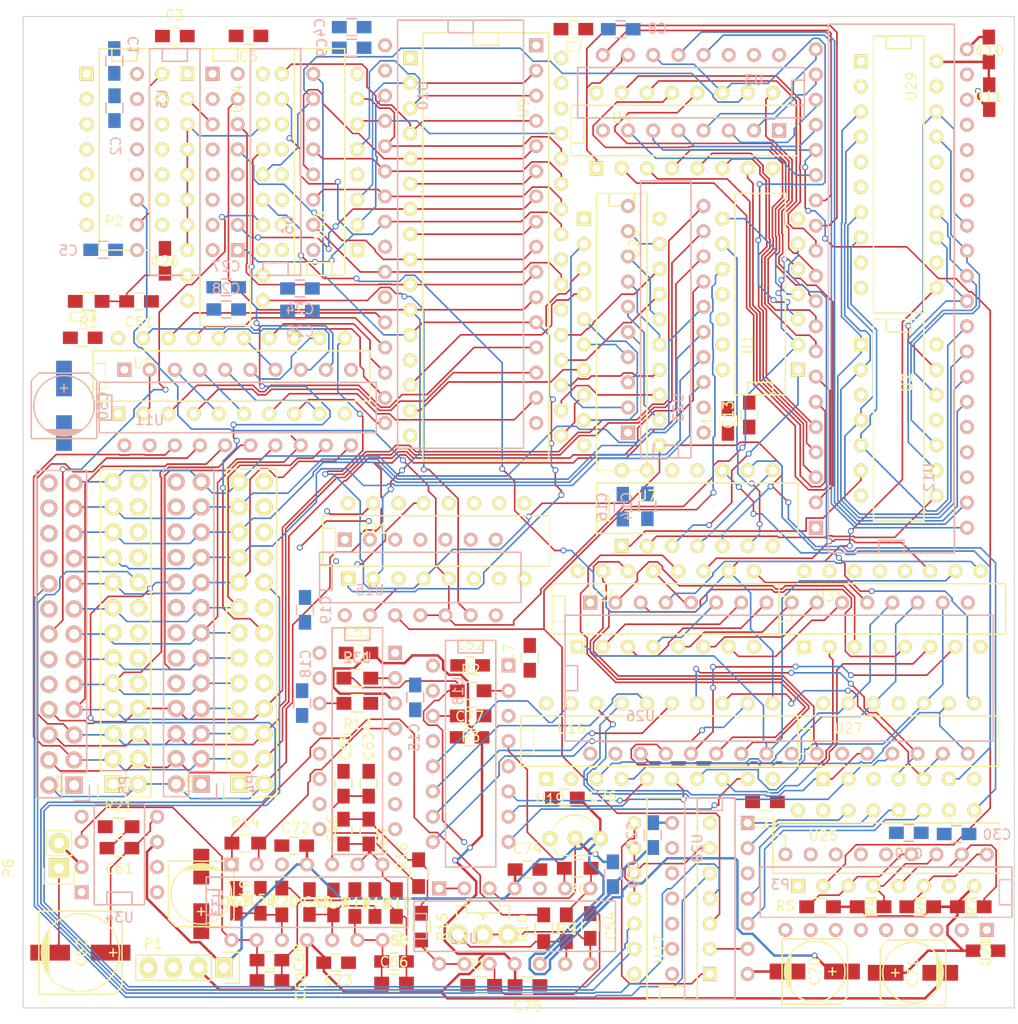
<source format=kicad_pcb>
(kicad_pcb (version 4) (host pcbnew "(2015-04-22 BZR 5620)-product")
  (layers (0 F.Cu signal) (1 In1.Cu mixed) (2 In2.Cu mixed) (31 B.Cu signal) (34 B.Paste user) (35 F.Paste user) (36 B.SilkS user) (37 F.SilkS user) (38 B.Mask user) (39 F.Mask user) (44 Edge.Cuts user))
  (net 0 "")
  (net 1 GND)
  (net 2 "Net-(C51-Pad2)")
  (net 3 "Net-(C52-Pad1)")
  (net 4 -12VA)
  (net 5 "Net-(C53-Pad1)")
  (net 6 "Net-(C54-Pad1)")
  (net 7 "Net-(C54-Pad2)")
  (net 8 "Net-(C55-Pad1)")
  (net 9 "Net-(C56-Pad1)")
  (net 10 "Net-(C56-Pad2)")
  (net 11 "Net-(C57-Pad1)")
  (net 12 "Net-(C58-Pad1)")
  (net 13 "Net-(C58-Pad2)")
  (net 14 "Net-(C59-Pad1)")
  (net 15 "Net-(C60-Pad1)")
  (net 16 "Net-(C60-Pad2)")
  (net 17 "Net-(C61-Pad1)")
  (net 18 "Net-(C61-Pad2)")
  (net 19 "Net-(C62-Pad2)")
  (net 20 +12VA)
  (net 21 "Net-(P2-Pad14)")
  (net 22 "Net-(P3-Pad15)")
  (net 23 "Net-(P3-Pad16)")
  (net 24 "Net-(P3-Pad17)")
  (net 25 "Net-(P3-Pad18)")
  (net 26 /lGm_db12)
  (net 27 /lGm_db0)
  (net 28 /lGm_db13)
  (net 29 /lGm_db1)
  (net 30 /lGm_db14)
  (net 31 /lGm_db2)
  (net 32 /lGm_db15)
  (net 33 /lGm_db3)
  (net 34 /RST_GM2)
  (net 35 /lGm_db4)
  (net 36 /lGm_db5)
  (net 37 /Clk_main6)
  (net 38 /lGm_db6)
  (net 39 /lGm_db7)
  (net 40 /GW2)
  (net 41 /lGm_db8)
  (net 42 /lGm_db9)
  (net 43 /lGm_db10)
  (net 44 /lGm_db11)
  (net 45 /RST_GM0)
  (net 46 /Clk_main4)
  (net 47 /GW0)
  (net 48 /RST_GM3)
  (net 49 /Clk_main7)
  (net 50 /GW3)
  (net 51 /RST_GM1)
  (net 52 /Clk_main5)
  (net 53 /GW1)
  (net 54 /4.096V)
  (net 55 "Net-(R2-Pad2)")
  (net 56 "Net-(R3-Pad2)")
  (net 57 /Vaout)
  (net 58 "Net-(R6-Pad2)")
  (net 59 "Net-(R10-Pad1)")
  (net 60 /Maout)
  (net 61 "Net-(R11-Pad2)")
  (net 62 "Net-(R13-Pad2)")
  (net 63 "Net-(R14-Pad2)")
  (net 64 "Net-(R15-Pad2)")
  (net 65 /Rst_audM)
  (net 66 /Master_reset)
  (net 67 "Net-(U1-Pad3)")
  (net 68 "Net-(U1-Pad4)")
  (net 69 /Vrst)
  (net 70 "Net-(U1-Pad9)")
  (net 71 /Rst_Gam)
  (net 72 /Gwn)
  (net 73 /Gm_pulse)
  (net 74 /AM_db0)
  (net 75 /AM_db1)
  (net 76 /AM_db2)
  (net 77 /AM_db3)
  (net 78 "Net-(U2-Pad6)")
  (net 79 "Net-(U2-Pad8)")
  (net 80 /AM_db4)
  (net 81 /AM_db5)
  (net 82 /AM_db6)
  (net 83 /AM_db7)
  (net 84 /Clk_divb17)
  (net 85 /Clk_divb16)
  (net 86 /Clk_divb18)
  (net 87 /Clk_divb15)
  (net 88 /Clk_divb14)
  (net 89 /Clk_divb13)
  (net 90 /Clk_divb12)
  (net 91 /Clk_divb11)
  (net 92 /Clk_divb20)
  (net 93 /Clk_divb19)
  (net 94 /Clk_divb5)
  (net 95 /Clk_divb4)
  (net 96 /Clk_divb6)
  (net 97 /Clk_divb3)
  (net 98 /Clk_divb2)
  (net 99 /Clk_divb1)
  (net 100 /Clk_divb0)
  (net 101 /Clk_main2)
  (net 102 /Clk_divb8)
  (net 103 /Clk_divb7)
  (net 104 /Clk_divb9)
  (net 105 /Clk_divb10)
  (net 106 /Clk_gme_data)
  (net 107 "Net-(U10-Pad7)")
  (net 108 "Net-(U10-Pad8)")
  (net 109 "Net-(U10-Pad6)")
  (net 110 "Net-(U10-Pad9)")
  (net 111 "Net-(U10-Pad10)")
  (net 112 /GmSelectB1)
  (net 113 /GmSelectB0)
  (net 114 "Net-(U10-Pad27)")
  (net 115 "Net-(U10-Pad5)")
  (net 116 "Net-(U10-Pad26)")
  (net 117 "Net-(U10-Pad23)")
  (net 118 "Net-(U14-Pad2)")
  (net 119 /Rst_audV)
  (net 120 /GM_adress_latch)
  (net 121 "Net-(U27-Pad6)")
  (net 122 "Net-(U27-Pad8)")
  (net 123 "Net-(U11-Pad2)")
  (net 124 /Gm_db0)
  (net 125 /Gm_db1)
  (net 126 "Net-(U11-Pad3)")
  (net 127 "Net-(U11-Pad4)")
  (net 128 /Gm_db2)
  (net 129 /Gm_db3)
  (net 130 "Net-(U11-Pad5)")
  (net 131 "Net-(U11-Pad6)")
  (net 132 /Gm_db4)
  (net 133 /Gm_db5)
  (net 134 "Net-(U11-Pad7)")
  (net 135 "Net-(U11-Pad8)")
  (net 136 /Gm_db6)
  (net 137 /Gm_db7)
  (net 138 "Net-(U11-Pad9)")
  (net 139 "Net-(U10-Pad2)")
  (net 140 "Net-(U10-Pad3)")
  (net 141 "Net-(U10-Pad4)")
  (net 142 /Gm_db8)
  (net 143 /Gm_db9)
  (net 144 /Gm_db10)
  (net 145 /Gm_db11)
  (net 146 /Gm_db12)
  (net 147 /Gm_db13)
  (net 148 /Gm_db14)
  (net 149 /Gm_db15)
  (net 150 "Net-(U10-Pad28)")
  (net 151 "Net-(U10-Pad29)")
  (net 152 "Net-(U10-Pad30)")
  (net 153 "Net-(U14-Pad18)")
  (net 154 "Net-(U14-Pad11)")
  (net 155 /Clk_main3)
  (net 156 "Net-(U16-Pad2)")
  (net 157 /AV_db0)
  (net 158 /AV_db1)
  (net 159 "Net-(U16-Pad5)")
  (net 160 "Net-(U16-Pad6)")
  (net 161 /AV_db2)
  (net 162 /AV_db3)
  (net 163 "Net-(U16-Pad9)")
  (net 164 "Net-(U16-Pad12)")
  (net 165 /AV_db4)
  (net 166 /AV_db5)
  (net 167 "Net-(U16-Pad15)")
  (net 168 "Net-(U16-Pad16)")
  (net 169 /AV_db6)
  (net 170 /AV_db7)
  (net 171 "Net-(U16-Pad19)")
  (net 172 "Net-(U17-Pad10)")
  (net 173 "Net-(U17-Pad11)")
  (net 174 "Net-(U20-Pad2)")
  (net 175 "Net-(U20-Pad5)")
  (net 176 "Net-(U20-Pad6)")
  (net 177 "Net-(U20-Pad9)")
  (net 178 "Net-(U20-Pad12)")
  (net 179 "Net-(U20-Pad15)")
  (net 180 "Net-(U20-Pad16)")
  (net 181 "Net-(U20-Pad19)")
  (net 182 /Clk_audv_data)
  (net 183 "Net-(U24-Pad2)")
  (net 184 "Net-(U24-Pad3)")
  (net 185 "Net-(U24-Pad4)")
  (net 186 "Net-(U24-Pad5)")
  (net 187 "Net-(U24-Pad6)")
  (net 188 "Net-(U24-Pad7)")
  (net 189 "Net-(U24-Pad9)")
  (net 190 "Net-(U24-Pad12)")
  (net 191 "Net-(U24-Pad13)")
  (net 192 "Net-(U24-Pad14)")
  (net 193 "Net-(U24-Pad15)")
  (net 194 "Net-(U25-Pad11)")
  (net 195 "Net-(U25-Pad12)")
  (net 196 "Net-(U25-Pad13)")
  (net 197 "Net-(U25-Pad14)")
  (net 198 "Net-(U26-Pad2)")
  (net 199 "Net-(U26-Pad3)")
  (net 200 "Net-(U26-Pad4)")
  (net 201 "Net-(U26-Pad28)")
  (net 202 "Net-(U26-Pad29)")
  (net 203 "Net-(U26-Pad30)")
  (net 204 "Net-(U29-Pad2)")
  (net 205 "Net-(U29-Pad5)")
  (net 206 "Net-(U29-Pad6)")
  (net 207 "Net-(U29-Pad9)")
  (net 208 "Net-(U29-Pad12)")
  (net 209 "Net-(U29-Pad15)")
  (net 210 "Net-(U29-Pad16)")
  (net 211 "Net-(U29-Pad19)")
  (net 212 VCC)
  (net 213 "Net-(C69-Pad2)")
  (module Socket_Strips:Socket_Strip_Straight_2x13 (layer F.Cu) (at 33.786913 89.412923 90)
    (fp_text reference P6 (at 0 -5.1 90) (layer F.SilkS))
    (fp_text value CONN_02X13)
    (pad 1 thru_hole rect (at 0 0 90) (size 1.7272 1.7272) (drill 1.016) (layers *.Cu *.Mask F.SilkS) (net 212 VCC))
    (pad 2 thru_hole oval (at 0 2.54 90) (size 1.7272 1.7272) (drill 1.016) (layers *.Cu *.Mask F.SilkS) (net 26 /lGm_db12))
    (pad 3 thru_hole oval (at 2.54 0 90) (size 1.7272 1.7272) (drill 1.016) (layers *.Cu *.Mask F.SilkS) (net 27 /lGm_db0))
    (pad 4 thru_hole oval (at 2.54 2.54 90) (size 1.7272 1.7272) (drill 1.016) (layers *.Cu *.Mask F.SilkS) (net 28 /lGm_db13))
    (pad 5 thru_hole oval (at 5.08 0 90) (size 1.7272 1.7272) (drill 1.016) (layers *.Cu *.Mask F.SilkS) (net 29 /lGm_db1))
    (pad 6 thru_hole oval (at 5.08 2.54 90) (size 1.7272 1.7272) (drill 1.016) (layers *.Cu *.Mask F.SilkS) (net 30 /lGm_db14))
    (pad 7 thru_hole oval (at 7.62 0 90) (size 1.7272 1.7272) (drill 1.016) (layers *.Cu *.Mask F.SilkS) (net 31 /lGm_db2))
    (pad 8 thru_hole oval (at 7.62 2.54 90) (size 1.7272 1.7272) (drill 1.016) (layers *.Cu *.Mask F.SilkS) (net 32 /lGm_db15))
    (pad 9 thru_hole oval (at 10.16 0 90) (size 1.7272 1.7272) (drill 1.016) (layers *.Cu *.Mask F.SilkS) (net 33 /lGm_db3))
    (pad 10 thru_hole oval (at 10.16 2.54 90) (size 1.7272 1.7272) (drill 1.016) (layers *.Cu *.Mask F.SilkS) (net 48 /RST_GM3))
    (pad 11 thru_hole oval (at 12.7 0 90) (size 1.7272 1.7272) (drill 1.016) (layers *.Cu *.Mask F.SilkS) (net 35 /lGm_db4))
    (pad 12 thru_hole oval (at 12.7 2.54 90) (size 1.7272 1.7272) (drill 1.016) (layers *.Cu *.Mask F.SilkS) (net 1 GND))
    (pad 13 thru_hole oval (at 15.24 0 90) (size 1.7272 1.7272) (drill 1.016) (layers *.Cu *.Mask F.SilkS) (net 36 /lGm_db5))
    (pad 14 thru_hole oval (at 15.24 2.54 90) (size 1.7272 1.7272) (drill 1.016) (layers *.Cu *.Mask F.SilkS) (net 49 /Clk_main7))
    (pad 15 thru_hole oval (at 17.78 0 90) (size 1.7272 1.7272) (drill 1.016) (layers *.Cu *.Mask F.SilkS) (net 38 /lGm_db6))
    (pad 16 thru_hole oval (at 17.78 2.54 90) (size 1.7272 1.7272) (drill 1.016) (layers *.Cu *.Mask F.SilkS) (net 1 GND))
    (pad 17 thru_hole oval (at 20.32 0 90) (size 1.7272 1.7272) (drill 1.016) (layers *.Cu *.Mask F.SilkS) (net 39 /lGm_db7))
    (pad 18 thru_hole oval (at 20.32 2.54 90) (size 1.7272 1.7272) (drill 1.016) (layers *.Cu *.Mask F.SilkS) (net 50 /GW3))
    (pad 19 thru_hole oval (at 22.86 0 90) (size 1.7272 1.7272) (drill 1.016) (layers *.Cu *.Mask F.SilkS) (net 41 /lGm_db8))
    (pad 20 thru_hole oval (at 22.86 2.54 90) (size 1.7272 1.7272) (drill 1.016) (layers *.Cu *.Mask F.SilkS) (net 1 GND))
    (pad 21 thru_hole oval (at 25.4 0 90) (size 1.7272 1.7272) (drill 1.016) (layers *.Cu *.Mask F.SilkS) (net 42 /lGm_db9))
    (pad 22 thru_hole oval (at 25.4 2.54 90) (size 1.7272 1.7272) (drill 1.016) (layers *.Cu *.Mask F.SilkS) (net 212 VCC))
    (pad 23 thru_hole oval (at 27.94 0 90) (size 1.7272 1.7272) (drill 1.016) (layers *.Cu *.Mask F.SilkS) (net 43 /lGm_db10))
    (pad 24 thru_hole oval (at 27.94 2.54 90) (size 1.7272 1.7272) (drill 1.016) (layers *.Cu *.Mask F.SilkS) (net 212 VCC))
    (pad 25 thru_hole oval (at 30.48 0 90) (size 1.7272 1.7272) (drill 1.016) (layers *.Cu *.Mask F.SilkS) (net 44 /lGm_db11))
    (pad 26 thru_hole oval (at 30.48 2.54 90) (size 1.7272 1.7272) (drill 1.016) (layers *.Cu *.Mask F.SilkS) (net 1 GND))
  )
  (module Sockets_DIP:DIP-14__300 (layer F.Cu) (at 22.225 25.4 270)
    (fp_text reference P2 (at 7.23 1.055 360) (layer F.SilkS))
    (fp_text value "1MHz osc")
    (pad 1 thru_hole rect (at -7.62 3.81 270) (size 1.397 1.397) (drill 0.8128) (layers *.Cu *.Mask F.SilkS))
    (pad 2 thru_hole circle (at -5.08 3.81 270) (size 1.397 1.397) (drill 0.8128) (layers *.Cu *.Mask F.SilkS))
    (pad 3 thru_hole circle (at -2.54 3.81 270) (size 1.397 1.397) (drill 0.8128) (layers *.Cu *.Mask F.SilkS))
    (pad 4 thru_hole circle (at 0 3.81 270) (size 1.397 1.397) (drill 0.8128) (layers *.Cu *.Mask F.SilkS))
    (pad 5 thru_hole circle (at 2.54 3.81 270) (size 1.397 1.397) (drill 0.8128) (layers *.Cu *.Mask F.SilkS))
    (pad 6 thru_hole circle (at 5.08 3.81 270) (size 1.397 1.397) (drill 0.8128) (layers *.Cu *.Mask F.SilkS))
    (pad 7 thru_hole circle (at 7.62 3.81 270) (size 1.397 1.397) (drill 0.8128) (layers *.Cu *.Mask F.SilkS) (net 1 GND))
    (pad 8 thru_hole circle (at 7.62 -3.81 270) (size 1.397 1.397) (drill 0.8128) (layers *.Cu *.Mask F.SilkS) (net 212 VCC))
    (pad 9 thru_hole circle (at 5.08 -3.81 270) (size 1.397 1.397) (drill 0.8128) (layers *.Cu *.Mask F.SilkS))
    (pad 10 thru_hole circle (at 2.54 -3.81 270) (size 1.397 1.397) (drill 0.8128) (layers *.Cu *.Mask F.SilkS))
    (pad 11 thru_hole circle (at 0 -3.81 270) (size 1.397 1.397) (drill 0.8128) (layers *.Cu *.Mask F.SilkS))
    (pad 12 thru_hole circle (at -2.54 -3.81 270) (size 1.397 1.397) (drill 0.8128) (layers *.Cu *.Mask F.SilkS))
    (pad 13 thru_hole circle (at -5.08 -3.81 270) (size 1.397 1.397) (drill 0.8128) (layers *.Cu *.Mask F.SilkS))
    (pad 14 thru_hole circle (at -7.62 -3.81 270) (size 1.397 1.397) (drill 0.8128) (layers *.Cu *.Mask F.SilkS) (net 21 "Net-(P2-Pad14)"))
  )
  (module Sockets_DIP:DIP-16__300 (layer B.Cu) (at 37.465 26.67 90)
    (fp_text reference U5 (at -6.35 1.27 90) (layer B.SilkS) (effects (justify mirror)))
    (fp_text value 4040)
    (pad 1 thru_hole rect (at -8.89 -3.81 90) (size 1.397 1.397) (drill 0.8128) (layers *.Cu *.Mask B.SilkS) (net 106 /Clk_gme_data))
    (pad 2 thru_hole circle (at -6.35 -3.81 90) (size 1.397 1.397) (drill 0.8128) (layers *.Cu *.Mask B.SilkS) (net 107 "Net-(U10-Pad7)"))
    (pad 3 thru_hole circle (at -3.81 -3.81 90) (size 1.397 1.397) (drill 0.8128) (layers *.Cu *.Mask B.SilkS) (net 108 "Net-(U10-Pad8)"))
    (pad 4 thru_hole circle (at -1.27 -3.81 90) (size 1.397 1.397) (drill 0.8128) (layers *.Cu *.Mask B.SilkS) (net 109 "Net-(U10-Pad6)"))
    (pad 5 thru_hole circle (at 1.27 -3.81 90) (size 1.397 1.397) (drill 0.8128) (layers *.Cu *.Mask B.SilkS) (net 110 "Net-(U10-Pad9)"))
    (pad 6 thru_hole circle (at 3.81 -3.81 90) (size 1.397 1.397) (drill 0.8128) (layers *.Cu *.Mask B.SilkS) (net 111 "Net-(U10-Pad10)"))
    (pad 7 thru_hole circle (at 6.35 -3.81 90) (size 1.397 1.397) (drill 0.8128) (layers *.Cu *.Mask B.SilkS) (net 112 /GmSelectB1))
    (pad 8 thru_hole circle (at 8.89 -3.81 90) (size 1.397 1.397) (drill 0.8128) (layers *.Cu *.Mask B.SilkS) (net 1 GND))
    (pad 9 thru_hole circle (at 8.89 3.81 90) (size 1.397 1.397) (drill 0.8128) (layers *.Cu *.Mask B.SilkS) (net 113 /GmSelectB0))
    (pad 10 thru_hole circle (at 6.35 3.81 90) (size 1.397 1.397) (drill 0.8128) (layers *.Cu *.Mask B.SilkS) (net 101 /Clk_main2))
    (pad 11 thru_hole circle (at 3.81 3.81 90) (size 1.397 1.397) (drill 0.8128) (layers *.Cu *.Mask B.SilkS) (net 1 GND))
    (pad 12 thru_hole circle (at 1.27 3.81 90) (size 1.397 1.397) (drill 0.8128) (layers *.Cu *.Mask B.SilkS) (net 114 "Net-(U10-Pad27)"))
    (pad 13 thru_hole circle (at -1.27 3.81 90) (size 1.397 1.397) (drill 0.8128) (layers *.Cu *.Mask B.SilkS) (net 115 "Net-(U10-Pad5)"))
    (pad 14 thru_hole circle (at -3.81 3.81 90) (size 1.397 1.397) (drill 0.8128) (layers *.Cu *.Mask B.SilkS) (net 116 "Net-(U10-Pad26)"))
    (pad 15 thru_hole circle (at -6.35 3.81 90) (size 1.397 1.397) (drill 0.8128) (layers *.Cu *.Mask B.SilkS) (net 117 "Net-(U10-Pad23)"))
    (pad 16 thru_hole circle (at -8.89 3.81 90) (size 1.397 1.397) (drill 0.8128) (layers *.Cu *.Mask B.SilkS) (net 212 VCC))
  )
  (module Sockets_DIP:DIP-16__300 (layer F.Cu) (at 41.91 26.67 90)
    (fp_text reference U13 (at -6.35 0 90) (layer F.SilkS))
    (fp_text value 4040)
    (pad 1 thru_hole rect (at -8.89 3.81 90) (size 1.397 1.397) (drill 0.8128) (layers *.Cu *.Mask F.SilkS))
    (pad 2 thru_hole circle (at -6.35 3.81 90) (size 1.397 1.397) (drill 0.8128) (layers *.Cu *.Mask F.SilkS) (net 152 "Net-(U10-Pad30)"))
    (pad 3 thru_hole circle (at -3.81 3.81 90) (size 1.397 1.397) (drill 0.8128) (layers *.Cu *.Mask F.SilkS) (net 139 "Net-(U10-Pad2)"))
    (pad 4 thru_hole circle (at -1.27 3.81 90) (size 1.397 1.397) (drill 0.8128) (layers *.Cu *.Mask F.SilkS))
    (pad 5 thru_hole circle (at 1.27 3.81 90) (size 1.397 1.397) (drill 0.8128) (layers *.Cu *.Mask F.SilkS) (net 140 "Net-(U10-Pad3)"))
    (pad 6 thru_hole circle (at 3.81 3.81 90) (size 1.397 1.397) (drill 0.8128) (layers *.Cu *.Mask F.SilkS) (net 151 "Net-(U10-Pad29)"))
    (pad 7 thru_hole circle (at 6.35 3.81 90) (size 1.397 1.397) (drill 0.8128) (layers *.Cu *.Mask F.SilkS) (net 150 "Net-(U10-Pad28)"))
    (pad 8 thru_hole circle (at 8.89 3.81 90) (size 1.397 1.397) (drill 0.8128) (layers *.Cu *.Mask F.SilkS) (net 1 GND))
    (pad 9 thru_hole circle (at 8.89 -3.81 90) (size 1.397 1.397) (drill 0.8128) (layers *.Cu *.Mask F.SilkS) (net 141 "Net-(U10-Pad4)"))
    (pad 10 thru_hole circle (at 6.35 -3.81 90) (size 1.397 1.397) (drill 0.8128) (layers *.Cu *.Mask F.SilkS) (net 106 /Clk_gme_data))
    (pad 11 thru_hole circle (at 3.81 -3.81 90) (size 1.397 1.397) (drill 0.8128) (layers *.Cu *.Mask F.SilkS) (net 1 GND))
    (pad 12 thru_hole circle (at 1.27 -3.81 90) (size 1.397 1.397) (drill 0.8128) (layers *.Cu *.Mask F.SilkS))
    (pad 13 thru_hole circle (at -1.27 -3.81 90) (size 1.397 1.397) (drill 0.8128) (layers *.Cu *.Mask F.SilkS))
    (pad 14 thru_hole circle (at -3.81 -3.81 90) (size 1.397 1.397) (drill 0.8128) (layers *.Cu *.Mask F.SilkS))
    (pad 15 thru_hole circle (at -6.35 -3.81 90) (size 1.397 1.397) (drill 0.8128) (layers *.Cu *.Mask F.SilkS))
    (pad 16 thru_hole circle (at -8.89 -3.81 90) (size 1.397 1.397) (drill 0.8128) (layers *.Cu *.Mask F.SilkS) (net 212 VCC))
  )
  (module Capacitors_SMD:C_0805_HandSoldering (layer B.Cu) (at 21.2 16.48 90)
    (fp_text reference C1 (at 1.55 1.94 90) (layer B.SilkS) (effects (justify mirror)))
    (fp_text value 1µ)
    (pad 1 smd rect (at -1.25 0 90) (size 1.5 1.25) (layers B.Cu B.Paste B.Mask) (net 212 VCC))
    (pad 2 smd rect (at 1.25 0 90) (size 1.5 1.25) (layers B.Cu B.Paste B.Mask) (net 1 GND))
  )
  (module Capacitors_SMD:C_0805_HandSoldering (layer B.Cu) (at 21.22 21.24 270)
    (fp_text reference C2 (at 3.81 -0.15 270) (layer B.SilkS) (effects (justify mirror)))
    (fp_text value 10n)
    (pad 1 smd rect (at -1.25 0 270) (size 1.5 1.25) (layers B.Cu B.Paste B.Mask) (net 212 VCC))
    (pad 2 smd rect (at 1.25 0 270) (size 1.5 1.25) (layers B.Cu B.Paste B.Mask) (net 1 GND))
  )
  (module Capacitors_SMD:C_0805_HandSoldering (layer F.Cu) (at 27.31 13.97)
    (fp_text reference C3 (at 0 -2.1) (layer F.SilkS))
    (fp_text value 10n)
    (pad 1 smd rect (at -1.25 0) (size 1.5 1.25) (layers F.Cu F.Paste F.Mask) (net 212 VCC))
    (pad 2 smd rect (at 1.25 0) (size 1.5 1.25) (layers F.Cu F.Paste F.Mask) (net 1 GND))
  )
  (module Capacitors_SMD:C_0805_HandSoldering (layer B.Cu) (at 45.15 13.07 180)
    (fp_text reference C4 (at 3.21 -0.06 450) (layer B.SilkS) (effects (justify mirror)))
    (fp_text value 1µ)
    (pad 1 smd rect (at -1.25 0 180) (size 1.5 1.25) (layers B.Cu B.Paste B.Mask) (net 212 VCC))
    (pad 2 smd rect (at 1.25 0 180) (size 1.5 1.25) (layers B.Cu B.Paste B.Mask) (net 1 GND))
  )
  (module Capacitors_SMD:C_0805_HandSoldering (layer B.Cu) (at 20.08 35.53 180)
    (fp_text reference C5 (at 3.52 -0.08 180) (layer B.SilkS) (effects (justify mirror)))
    (fp_text value 10n)
    (pad 1 smd rect (at -1.25 0 180) (size 1.5 1.25) (layers B.Cu B.Paste B.Mask) (net 212 VCC))
    (pad 2 smd rect (at 1.25 0 180) (size 1.5 1.25) (layers B.Cu B.Paste B.Mask) (net 1 GND))
  )
  (module Capacitors_SMD:C_0805_HandSoldering (layer F.Cu) (at 34.74 13.95 180)
    (fp_text reference C6 (at 0 -2.1 180) (layer F.SilkS))
    (fp_text value 10n)
    (pad 1 smd rect (at -1.25 0 180) (size 1.5 1.25) (layers F.Cu F.Paste F.Mask) (net 212 VCC))
    (pad 2 smd rect (at 1.25 0 180) (size 1.5 1.25) (layers F.Cu F.Paste F.Mask) (net 1 GND))
  )
  (module Capacitors_SMD:C_0805_HandSoldering (layer F.Cu) (at 67.51 13.27)
    (fp_text reference C7 (at 0.07 1.79) (layer F.SilkS))
    (fp_text value 1µ)
    (pad 1 smd rect (at -1.25 0) (size 1.5 1.25) (layers F.Cu F.Paste F.Mask) (net 212 VCC))
    (pad 2 smd rect (at 1.25 0) (size 1.5 1.25) (layers F.Cu F.Paste F.Mask) (net 1 GND))
  )
  (module Capacitors_SMD:C_0805_HandSoldering (layer B.Cu) (at 72.29 13.28)
    (fp_text reference C8 (at 3.71 -0.06) (layer B.SilkS) (effects (justify mirror)))
    (fp_text value 10n)
    (pad 1 smd rect (at -1.25 0) (size 1.5 1.25) (layers B.Cu B.Paste B.Mask) (net 212 VCC))
    (pad 2 smd rect (at 1.25 0) (size 1.5 1.25) (layers B.Cu B.Paste B.Mask) (net 1 GND))
  )
  (module Capacitors_SMD:C_0805_HandSoldering (layer B.Cu) (at 45.15 15.15 180)
    (fp_text reference C9 (at 2.99 0.02 270) (layer B.SilkS) (effects (justify mirror)))
    (fp_text value 10n)
    (pad 1 smd rect (at -1.25 0 180) (size 1.5 1.25) (layers B.Cu B.Paste B.Mask) (net 212 VCC))
    (pad 2 smd rect (at 1.25 0 180) (size 1.5 1.25) (layers B.Cu B.Paste B.Mask) (net 1 GND))
  )
  (module Capacitors_SMD:C_0805_HandSoldering (layer F.Cu) (at 109.42 15.32 90)
    (fp_text reference C10 (at -0.08 0.08 180) (layer F.SilkS))
    (fp_text value 1µ)
    (pad 1 smd rect (at -1.25 0 90) (size 1.5 1.25) (layers F.Cu F.Paste F.Mask) (net 212 VCC))
    (pad 2 smd rect (at 1.25 0 90) (size 1.5 1.25) (layers F.Cu F.Paste F.Mask) (net 1 GND))
  )
  (module Capacitors_SMD:C_0805_HandSoldering (layer F.Cu) (at 109.46 20.13 270)
    (fp_text reference C11 (at -0.06 0.04 360) (layer F.SilkS))
    (fp_text value 10n)
    (pad 1 smd rect (at -1.25 0 270) (size 1.5 1.25) (layers F.Cu F.Paste F.Mask) (net 212 VCC))
    (pad 2 smd rect (at 1.25 0 270) (size 1.5 1.25) (layers F.Cu F.Paste F.Mask) (net 1 GND))
  )
  (module Capacitors_SMD:C_0805_HandSoldering (layer F.Cu) (at 83.1 52.79 90)
    (fp_text reference C12 (at 0 -2.1 90) (layer F.SilkS))
    (fp_text value 10n)
    (pad 1 smd rect (at -1.25 0 90) (size 1.5 1.25) (layers F.Cu F.Paste F.Mask) (net 212 VCC))
    (pad 2 smd rect (at 1.25 0 90) (size 1.5 1.25) (layers F.Cu F.Paste F.Mask) (net 1 GND))
  )
  (module Capacitors_SMD:C_0805_HandSoldering (layer F.Cu) (at 85.25 52.16 90)
    (fp_text reference C13 (at 0 -2.1 90) (layer F.SilkS))
    (fp_text value 1µ)
    (pad 1 smd rect (at -1.25 0 90) (size 1.5 1.25) (layers F.Cu F.Paste F.Mask) (net 212 VCC))
    (pad 2 smd rect (at 1.25 0 90) (size 1.5 1.25) (layers F.Cu F.Paste F.Mask) (net 1 GND))
  )
  (module Capacitors_SMD:C_0805_HandSoldering (layer B.Cu) (at 74.98 61.4 270)
    (fp_text reference C14 (at 0 2.1 270) (layer B.SilkS) (effects (justify mirror)))
    (fp_text value 10n)
    (pad 1 smd rect (at -1.25 0 270) (size 1.5 1.25) (layers B.Cu B.Paste B.Mask) (net 212 VCC))
    (pad 2 smd rect (at 1.25 0 270) (size 1.5 1.25) (layers B.Cu B.Paste B.Mask) (net 1 GND))
  )
  (module Capacitors_SMD:C_0805_HandSoldering (layer B.Cu) (at 51.56 80.68 90)
    (fp_text reference C15 (at -4.04 -0.09 90) (layer B.SilkS) (effects (justify mirror)))
    (fp_text value 10n)
    (pad 1 smd rect (at -1.25 0 90) (size 1.5 1.25) (layers B.Cu B.Paste B.Mask) (net 212 VCC))
    (pad 2 smd rect (at 1.25 0 90) (size 1.5 1.25) (layers B.Cu B.Paste B.Mask) (net 1 GND))
  )
  (module Capacitors_SMD:C_0805_HandSoldering (layer B.Cu) (at 72.5 61.44 270)
    (fp_text reference C16 (at 0 2.1 270) (layer B.SilkS) (effects (justify mirror)))
    (fp_text value 1µ)
    (pad 1 smd rect (at -1.25 0 270) (size 1.5 1.25) (layers B.Cu B.Paste B.Mask) (net 212 VCC))
    (pad 2 smd rect (at 1.25 0 270) (size 1.5 1.25) (layers B.Cu B.Paste B.Mask) (net 1 GND))
  )
  (module Capacitors_SMD:C_0805_HandSoldering (layer F.Cu) (at 63.11 76.69 90)
    (fp_text reference C17 (at 0 -2.1 90) (layer F.SilkS))
    (fp_text value 10n)
    (pad 1 smd rect (at -1.25 0 90) (size 1.5 1.25) (layers F.Cu F.Paste F.Mask) (net 212 VCC))
    (pad 2 smd rect (at 1.25 0 90) (size 1.5 1.25) (layers F.Cu F.Paste F.Mask) (net 1 GND))
  )
  (module Capacitors_SMD:C_0805_HandSoldering (layer B.Cu) (at 40.15 81.25 90)
    (fp_text reference C18 (at 3.96 0.36 90) (layer B.SilkS) (effects (justify mirror)))
    (fp_text value 10n)
    (pad 1 smd rect (at -1.25 0 90) (size 1.5 1.25) (layers B.Cu B.Paste B.Mask) (net 212 VCC))
    (pad 2 smd rect (at 1.25 0 90) (size 1.5 1.25) (layers B.Cu B.Paste B.Mask) (net 1 GND))
  )
  (module Capacitors_SMD:C_0805_HandSoldering (layer B.Cu) (at 40.44 71.85 90)
    (fp_text reference C19 (at 0 2.1 90) (layer B.SilkS) (effects (justify mirror)))
    (fp_text value 1µ)
    (pad 1 smd rect (at -1.25 0 90) (size 1.5 1.25) (layers B.Cu B.Paste B.Mask) (net 212 VCC))
    (pad 2 smd rect (at 1.25 0 90) (size 1.5 1.25) (layers B.Cu B.Paste B.Mask) (net 1 GND))
  )
  (module Capacitors_SMD:C_0805_HandSoldering (layer F.Cu) (at 109.09 106.23 180)
    (fp_text reference C20 (at -0.04 -0.13 270) (layer F.SilkS))
    (fp_text value 10n)
    (pad 1 smd rect (at -1.25 0 180) (size 1.5 1.25) (layers F.Cu F.Paste F.Mask) (net 212 VCC))
    (pad 2 smd rect (at 1.25 0 180) (size 1.5 1.25) (layers F.Cu F.Paste F.Mask) (net 1 GND))
  )
  (module Capacitors_SMD:C_0805_HandSoldering (layer F.Cu) (at 86.84 91.23 180)
    (fp_text reference C21 (at 0 -2.1 180) (layer F.SilkS))
    (fp_text value 10n)
    (pad 1 smd rect (at -1.25 0 180) (size 1.5 1.25) (layers F.Cu F.Paste F.Mask) (net 212 VCC))
    (pad 2 smd rect (at 1.25 0 180) (size 1.5 1.25) (layers F.Cu F.Paste F.Mask) (net 1 GND))
  )
  (module Capacitors_SMD:C_0805_HandSoldering (layer B.Cu) (at 75.53 94.57 270)
    (fp_text reference C22 (at 0 2.1 270) (layer B.SilkS) (effects (justify mirror)))
    (fp_text value 1µ)
    (pad 1 smd rect (at -1.25 0 270) (size 1.5 1.25) (layers B.Cu B.Paste B.Mask) (net 212 VCC))
    (pad 2 smd rect (at 1.25 0 270) (size 1.5 1.25) (layers B.Cu B.Paste B.Mask) (net 1 GND))
  )
  (module Capacitors_SMD:C_0805_HandSoldering (layer F.Cu) (at 18.02 44.4)
    (fp_text reference C23 (at 0 -2.1) (layer F.SilkS))
    (fp_text value 10n)
    (pad 1 smd rect (at -1.25 0) (size 1.5 1.25) (layers F.Cu F.Paste F.Mask) (net 212 VCC))
    (pad 2 smd rect (at 1.25 0) (size 1.5 1.25) (layers F.Cu F.Paste F.Mask) (net 1 GND))
  )
  (module Capacitors_SMD:C_0805_HandSoldering (layer B.Cu) (at 39.93 39.43)
    (fp_text reference C24 (at 0 2.1) (layer B.SilkS) (effects (justify mirror)))
    (fp_text value 10n)
    (pad 1 smd rect (at -1.25 0) (size 1.5 1.25) (layers B.Cu B.Paste B.Mask) (net 212 VCC))
    (pad 2 smd rect (at 1.25 0) (size 1.5 1.25) (layers B.Cu B.Paste B.Mask) (net 1 GND))
  )
  (module Capacitors_SMD:C_0805_HandSoldering (layer B.Cu) (at 39.93 41.68)
    (fp_text reference C25 (at 0 2.1) (layer B.SilkS) (effects (justify mirror)))
    (fp_text value 1µ)
    (pad 1 smd rect (at -1.25 0) (size 1.5 1.25) (layers B.Cu B.Paste B.Mask) (net 212 VCC))
    (pad 2 smd rect (at 1.25 0) (size 1.5 1.25) (layers B.Cu B.Paste B.Mask) (net 1 GND))
  )
  (module Capacitors_SMD:C_0805_HandSoldering (layer F.Cu) (at 26.31 36.64 270)
    (fp_text reference C26 (at 0.05 -0.01 360) (layer F.SilkS))
    (fp_text value 10n)
    (pad 1 smd rect (at -1.25 0 270) (size 1.5 1.25) (layers F.Cu F.Paste F.Mask) (net 212 VCC))
    (pad 2 smd rect (at 1.25 0 270) (size 1.5 1.25) (layers F.Cu F.Paste F.Mask) (net 1 GND))
  )
  (module Capacitors_SMD:C_0805_HandSoldering (layer B.Cu) (at 32.49 39.31 180)
    (fp_text reference C27 (at 0 2.1 180) (layer B.SilkS) (effects (justify mirror)))
    (fp_text value 10n)
    (pad 1 smd rect (at -1.25 0 180) (size 1.5 1.25) (layers B.Cu B.Paste B.Mask) (net 212 VCC))
    (pad 2 smd rect (at 1.25 0 180) (size 1.5 1.25) (layers B.Cu B.Paste B.Mask) (net 1 GND))
  )
  (module Capacitors_SMD:C_0805_HandSoldering (layer B.Cu) (at 32.49 41.55 180)
    (fp_text reference C28 (at 0 2.1 180) (layer B.SilkS) (effects (justify mirror)))
    (fp_text value 1µ)
    (pad 1 smd rect (at -1.25 0 180) (size 1.5 1.25) (layers B.Cu B.Paste B.Mask) (net 212 VCC))
    (pad 2 smd rect (at 1.25 0 180) (size 1.5 1.25) (layers B.Cu B.Paste B.Mask) (net 1 GND))
  )
  (module Capacitors_SMD:C_0805_HandSoldering (layer B.Cu) (at 101.35 94.34)
    (fp_text reference C29 (at 0 2.1) (layer B.SilkS) (effects (justify mirror)))
    (fp_text value 10n)
    (pad 1 smd rect (at -1.25 0) (size 1.5 1.25) (layers B.Cu B.Paste B.Mask) (net 212 VCC))
    (pad 2 smd rect (at 1.25 0) (size 1.5 1.25) (layers B.Cu B.Paste B.Mask) (net 1 GND))
  )
  (module Capacitors_SMD:C_0805_HandSoldering (layer B.Cu) (at 106.17 94.46 180)
    (fp_text reference C30 (at -4.08 -0.06 180) (layer B.SilkS) (effects (justify mirror)))
    (fp_text value 10n)
    (pad 1 smd rect (at -1.25 0 180) (size 1.5 1.25) (layers B.Cu B.Paste B.Mask) (net 212 VCC))
    (pad 2 smd rect (at 1.25 0 180) (size 1.5 1.25) (layers B.Cu B.Paste B.Mask) (net 1 GND))
  )
  (module Capacitors_SMD:C_0805_HandSoldering (layer F.Cu) (at 23.7 40.73 180)
    (fp_text reference C51 (at 0 -2.1 180) (layer F.SilkS))
    (fp_text value 1µ)
    (pad 1 smd rect (at -1.25 0 180) (size 1.5 1.25) (layers F.Cu F.Paste F.Mask) (net 1 GND))
    (pad 2 smd rect (at 1.25 0 180) (size 1.5 1.25) (layers F.Cu F.Paste F.Mask) (net 2 "Net-(C51-Pad2)"))
  )
  (module Capacitors_SMD:C_0805_HandSoldering (layer F.Cu) (at 57.1 77.45)
    (fp_text reference C52 (at 0 -2.1) (layer F.SilkS))
    (fp_text value 100n)
    (pad 1 smd rect (at -1.25 0) (size 1.5 1.25) (layers F.Cu F.Paste F.Mask) (net 3 "Net-(C52-Pad1)"))
    (pad 2 smd rect (at 1.25 0) (size 1.5 1.25) (layers F.Cu F.Paste F.Mask) (net 4 -12VA))
  )
  (module Capacitors_SMD:C_0805_HandSoldering (layer F.Cu) (at 45.84 76.19)
    (fp_text reference C53 (at 0 -2.1) (layer F.SilkS))
    (fp_text value 100n)
    (pad 1 smd rect (at -1.25 0) (size 1.5 1.25) (layers F.Cu F.Paste F.Mask) (net 5 "Net-(C53-Pad1)"))
    (pad 2 smd rect (at 1.25 0) (size 1.5 1.25) (layers F.Cu F.Paste F.Mask) (net 4 -12VA))
  )
  (module Capacitors_SMD:C_0805_HandSoldering (layer F.Cu) (at 69.215 103.739 270)
    (fp_text reference C54 (at 0 -2.1 270) (layer F.SilkS))
    (fp_text value 1µ)
    (pad 1 smd rect (at -1.25 0 270) (size 1.5 1.25) (layers F.Cu F.Paste F.Mask) (net 6 "Net-(C54-Pad1)"))
    (pad 2 smd rect (at 1.25 0 270) (size 1.5 1.25) (layers F.Cu F.Paste F.Mask) (net 7 "Net-(C54-Pad2)"))
  )
  (module Capacitors_SMD:C_0805_HandSoldering (layer F.Cu) (at 44.323 89.388 90)
    (fp_text reference C55 (at 3.79 0.254 90) (layer F.SilkS))
    (fp_text value 120p)
    (pad 1 smd rect (at -1.25 0 90) (size 1.5 1.25) (layers F.Cu F.Paste F.Mask) (net 8 "Net-(C55-Pad1)"))
    (pad 2 smd rect (at 1.25 0 90) (size 1.5 1.25) (layers F.Cu F.Paste F.Mask) (net 1 GND))
  )
  (module Capacitors_SMD:C_0805_HandSoldering (layer F.Cu) (at 44.323 94.214 90)
    (fp_text reference C56 (at 0.234 -1.143 90) (layer F.SilkS))
    (fp_text value 1n)
    (pad 1 smd rect (at -1.25 0 90) (size 1.5 1.25) (layers F.Cu F.Paste F.Mask) (net 9 "Net-(C56-Pad1)"))
    (pad 2 smd rect (at 1.25 0 90) (size 1.5 1.25) (layers F.Cu F.Paste F.Mask) (net 10 "Net-(C56-Pad2)"))
  )
  (module Capacitors_SMD:C_0805_HandSoldering (layer F.Cu) (at 43.307 101.366 90)
    (fp_text reference C57 (at -0.107 0 180) (layer F.SilkS))
    (fp_text value 100p)
    (pad 1 smd rect (at -1.25 0 90) (size 1.5 1.25) (layers F.Cu F.Paste F.Mask) (net 11 "Net-(C57-Pad1)"))
    (pad 2 smd rect (at 1.25 0 90) (size 1.5 1.25) (layers F.Cu F.Paste F.Mask) (net 1 GND))
  )
  (module Capacitors_SMD:C_0805_HandSoldering (layer F.Cu) (at 49.423 107.315)
    (fp_text reference C58 (at 0 -2.1) (layer F.SilkS))
    (fp_text value 1n)
    (pad 1 smd rect (at -1.25 0) (size 1.5 1.25) (layers F.Cu F.Paste F.Mask) (net 12 "Net-(C58-Pad1)"))
    (pad 2 smd rect (at 1.25 0) (size 1.5 1.25) (layers F.Cu F.Paste F.Mask) (net 13 "Net-(C58-Pad2)"))
  )
  (module Capacitors_SMD:C_0805_HandSoldering (layer F.Cu) (at 35.941 101.199 90)
    (fp_text reference C59 (at 0.107 0.127 180) (layer F.SilkS))
    (fp_text value 100p)
    (pad 1 smd rect (at -1.25 0 90) (size 1.5 1.25) (layers F.Cu F.Paste F.Mask) (net 14 "Net-(C59-Pad1)"))
    (pad 2 smd rect (at 1.25 0 90) (size 1.5 1.25) (layers F.Cu F.Paste F.Mask) (net 1 GND))
  )
  (module Capacitors_SMD:C_0805_HandSoldering (layer F.Cu) (at 36.85 109.22)
    (fp_text reference C60 (at 3.155 0.635 90) (layer F.SilkS))
    (fp_text value 1n)
    (pad 1 smd rect (at -1.25 0) (size 1.5 1.25) (layers F.Cu F.Paste F.Mask) (net 15 "Net-(C60-Pad1)"))
    (pad 2 smd rect (at 1.25 0) (size 1.5 1.25) (layers F.Cu F.Paste F.Mask) (net 16 "Net-(C60-Pad2)"))
  )
  (module Capacitors_SMD:C_0805_HandSoldering (layer F.Cu) (at 21.717 95.885 180)
    (fp_text reference C61 (at 0 -2.1 180) (layer F.SilkS))
    (fp_text value 50n)
    (pad 1 smd rect (at -1.25 0 180) (size 1.5 1.25) (layers F.Cu F.Paste F.Mask) (net 17 "Net-(C61-Pad1)"))
    (pad 2 smd rect (at 1.25 0 180) (size 1.5 1.25) (layers F.Cu F.Paste F.Mask) (net 18 "Net-(C61-Pad2)"))
  )
  (module Capacitors_SMD:c_elec_8x5.4 (layer F.Cu) (at 17.78254 106.426)
    (fp_text reference C62 (at 0.12954 0 90) (layer F.SilkS))
    (fp_text value 250µ)
    (pad 1 smd rect (at 3.05054 0) (size 4.0005 1.6002) (layers F.Cu F.Paste F.Mask) (net 17 "Net-(C61-Pad1)"))
    (pad 2 smd rect (at -3.05054 0) (size 4.0005 1.6002) (layers F.Cu F.Paste F.Mask) (net 19 "Net-(C62-Pad2)"))
  )
  (module Socket_Strips:Socket_Strip_Straight_1x04 (layer F.Cu) (at 32.258 107.95 180)
    (fp_text reference P1 (at 7.112 2.413 180) (layer F.SilkS))
    (fp_text value CONN_01X04)
    (pad 1 thru_hole rect (at 0 0 180) (size 1.7272 2.032) (drill 1.016) (layers *.Cu *.Mask F.SilkS) (net 20 +12VA))
    (pad 2 thru_hole oval (at 2.54 0 180) (size 1.7272 2.032) (drill 1.016) (layers *.Cu *.Mask F.SilkS) (net 4 -12VA))
    (pad 3 thru_hole oval (at 5.108 0.038 180) (size 1.7272 2.032) (drill 1.016) (layers *.Cu *.Mask F.SilkS) (net 212 VCC))
    (pad 4 thru_hole oval (at 7.62 0 180) (size 1.7272 2.032) (drill 1.016) (layers *.Cu *.Mask F.SilkS) (net 1 GND))
  )
  (module Sockets_DIP:DIP-18__300 (layer B.Cu) (at 99.06 100.33 180)
    (fp_text reference P3 (at 10.668 0.762 180) (layer B.SilkS) (effects (justify mirror)))
    (fp_text value DIL18)
    (pad 1 thru_hole rect (at -10.16 -3.81 180) (size 1.397 1.397) (drill 0.8128) (layers *.Cu *.Mask B.SilkS) (net 212 VCC))
    (pad 2 thru_hole circle (at -7.62 -3.81 180) (size 1.397 1.397) (drill 0.8128) (layers *.Cu *.Mask B.SilkS) (net 212 VCC))
    (pad 3 thru_hole circle (at -5.08 -3.81 180) (size 1.397 1.397) (drill 0.8128) (layers *.Cu *.Mask B.SilkS) (net 212 VCC))
    (pad 4 thru_hole circle (at -2.54 -3.81 180) (size 1.397 1.397) (drill 0.8128) (layers *.Cu *.Mask B.SilkS) (net 212 VCC))
    (pad 5 thru_hole circle (at 0 -3.81 180) (size 1.397 1.397) (drill 0.8128) (layers *.Cu *.Mask B.SilkS) (net 212 VCC))
    (pad 6 thru_hole circle (at 2.54 -3.81 180) (size 1.397 1.397) (drill 0.8128) (layers *.Cu *.Mask B.SilkS) (net 212 VCC))
    (pad 7 thru_hole circle (at 5.08 -3.81 180) (size 1.397 1.397) (drill 0.8128) (layers *.Cu *.Mask B.SilkS) (net 212 VCC))
    (pad 8 thru_hole circle (at 7.62 -3.81 180) (size 1.397 1.397) (drill 0.8128) (layers *.Cu *.Mask B.SilkS) (net 212 VCC))
    (pad 9 thru_hole circle (at 10.16 -3.81 180) (size 1.397 1.397) (drill 0.8128) (layers *.Cu *.Mask B.SilkS) (net 212 VCC))
    (pad 10 thru_hole circle (at 10.16 3.81 180) (size 1.397 1.397) (drill 0.8128) (layers *.Cu *.Mask B.SilkS))
    (pad 11 thru_hole circle (at 7.62 3.81 180) (size 1.397 1.397) (drill 0.8128) (layers *.Cu *.Mask B.SilkS))
    (pad 12 thru_hole circle (at 5.08 3.81 180) (size 1.397 1.397) (drill 0.8128) (layers *.Cu *.Mask B.SilkS))
    (pad 13 thru_hole circle (at 2.54 3.81 180) (size 1.397 1.397) (drill 0.8128) (layers *.Cu *.Mask B.SilkS))
    (pad 14 thru_hole circle (at 0 3.81 180) (size 1.397 1.397) (drill 0.8128) (layers *.Cu *.Mask B.SilkS))
    (pad 15 thru_hole circle (at -2.54 3.81 180) (size 1.397 1.397) (drill 0.8128) (layers *.Cu *.Mask B.SilkS) (net 22 "Net-(P3-Pad15)"))
    (pad 16 thru_hole circle (at -5.08 3.81 180) (size 1.397 1.397) (drill 0.8128) (layers *.Cu *.Mask B.SilkS) (net 23 "Net-(P3-Pad16)"))
    (pad 17 thru_hole circle (at -7.62 3.81 180) (size 1.397 1.397) (drill 0.8128) (layers *.Cu *.Mask B.SilkS) (net 24 "Net-(P3-Pad17)"))
    (pad 18 thru_hole circle (at -10.16 3.81 180) (size 1.397 1.397) (drill 0.8128) (layers *.Cu *.Mask B.SilkS) (net 25 "Net-(P3-Pad18)"))
  )
  (module Socket_Strips:Socket_Strip_Straight_2x13 (layer B.Cu) (at 29.976913 89.412923 90)
    (fp_text reference P4 (at 0 5.1 90) (layer B.SilkS) (effects (justify mirror)))
    (fp_text value CONN_02X13)
    (pad 1 thru_hole rect (at 0 0 90) (size 1.7272 1.7272) (drill 1.016) (layers *.Cu *.Mask B.SilkS) (net 212 VCC))
    (pad 2 thru_hole oval (at 0 -2.54 90) (size 1.7272 1.7272) (drill 1.016) (layers *.Cu *.Mask B.SilkS) (net 26 /lGm_db12))
    (pad 3 thru_hole oval (at 2.54 0 90) (size 1.7272 1.7272) (drill 1.016) (layers *.Cu *.Mask B.SilkS) (net 27 /lGm_db0))
    (pad 4 thru_hole oval (at 2.54 -2.54 90) (size 1.7272 1.7272) (drill 1.016) (layers *.Cu *.Mask B.SilkS) (net 28 /lGm_db13))
    (pad 5 thru_hole oval (at 5.08 0 90) (size 1.7272 1.7272) (drill 1.016) (layers *.Cu *.Mask B.SilkS) (net 29 /lGm_db1))
    (pad 6 thru_hole oval (at 5.08 -2.54 90) (size 1.7272 1.7272) (drill 1.016) (layers *.Cu *.Mask B.SilkS) (net 30 /lGm_db14))
    (pad 7 thru_hole oval (at 7.62 0 90) (size 1.7272 1.7272) (drill 1.016) (layers *.Cu *.Mask B.SilkS) (net 31 /lGm_db2))
    (pad 8 thru_hole oval (at 7.62 -2.54 90) (size 1.7272 1.7272) (drill 1.016) (layers *.Cu *.Mask B.SilkS) (net 32 /lGm_db15))
    (pad 9 thru_hole oval (at 10.16 0 90) (size 1.7272 1.7272) (drill 1.016) (layers *.Cu *.Mask B.SilkS) (net 33 /lGm_db3))
    (pad 10 thru_hole oval (at 10.16 -2.54 90) (size 1.7272 1.7272) (drill 1.016) (layers *.Cu *.Mask B.SilkS) (net 34 /RST_GM2))
    (pad 11 thru_hole oval (at 12.7 0 90) (size 1.7272 1.7272) (drill 1.016) (layers *.Cu *.Mask B.SilkS) (net 35 /lGm_db4))
    (pad 12 thru_hole oval (at 12.7 -2.54 90) (size 1.7272 1.7272) (drill 1.016) (layers *.Cu *.Mask B.SilkS) (net 1 GND))
    (pad 13 thru_hole oval (at 15.24 0 90) (size 1.7272 1.7272) (drill 1.016) (layers *.Cu *.Mask B.SilkS) (net 36 /lGm_db5))
    (pad 14 thru_hole oval (at 15.24 -2.54 90) (size 1.7272 1.7272) (drill 1.016) (layers *.Cu *.Mask B.SilkS) (net 37 /Clk_main6))
    (pad 15 thru_hole oval (at 17.78 0 90) (size 1.7272 1.7272) (drill 1.016) (layers *.Cu *.Mask B.SilkS) (net 38 /lGm_db6))
    (pad 16 thru_hole oval (at 17.78 -2.54 90) (size 1.7272 1.7272) (drill 1.016) (layers *.Cu *.Mask B.SilkS) (net 1 GND))
    (pad 17 thru_hole oval (at 20.32 0 90) (size 1.7272 1.7272) (drill 1.016) (layers *.Cu *.Mask B.SilkS) (net 39 /lGm_db7))
    (pad 18 thru_hole oval (at 20.32 -2.54 90) (size 1.7272 1.7272) (drill 1.016) (layers *.Cu *.Mask B.SilkS) (net 40 /GW2))
    (pad 19 thru_hole oval (at 22.86 0 90) (size 1.7272 1.7272) (drill 1.016) (layers *.Cu *.Mask B.SilkS) (net 41 /lGm_db8))
    (pad 20 thru_hole oval (at 22.86 -2.54 90) (size 1.7272 1.7272) (drill 1.016) (layers *.Cu *.Mask B.SilkS) (net 1 GND))
    (pad 21 thru_hole oval (at 25.4 0 90) (size 1.7272 1.7272) (drill 1.016) (layers *.Cu *.Mask B.SilkS) (net 42 /lGm_db9))
    (pad 22 thru_hole oval (at 25.4 -2.54 90) (size 1.7272 1.7272) (drill 1.016) (layers *.Cu *.Mask B.SilkS) (net 212 VCC))
    (pad 23 thru_hole oval (at 27.94 0 90) (size 1.7272 1.7272) (drill 1.016) (layers *.Cu *.Mask B.SilkS) (net 43 /lGm_db10))
    (pad 24 thru_hole oval (at 27.94 -2.54 90) (size 1.7272 1.7272) (drill 1.016) (layers *.Cu *.Mask B.SilkS) (net 212 VCC))
    (pad 25 thru_hole oval (at 30.48 0 90) (size 1.7272 1.7272) (drill 1.016) (layers *.Cu *.Mask B.SilkS) (net 44 /lGm_db11))
    (pad 26 thru_hole oval (at 30.48 -2.54 90) (size 1.7272 1.7272) (drill 1.016) (layers *.Cu *.Mask B.SilkS) (net 1 GND))
  )
  (module Socket_Strips:Socket_Strip_Straight_2x13 (layer B.Cu) (at 17.145 89.535 90)
    (fp_text reference P5 (at 0 5.1 90) (layer B.SilkS) (effects (justify mirror)))
    (fp_text value CONN_02X13)
    (pad 1 thru_hole rect (at 0 0 90) (size 1.7272 1.7272) (drill 1.016) (layers *.Cu *.Mask B.SilkS) (net 212 VCC))
    (pad 2 thru_hole oval (at 0 -2.54 90) (size 1.7272 1.7272) (drill 1.016) (layers *.Cu *.Mask B.SilkS) (net 26 /lGm_db12))
    (pad 3 thru_hole oval (at 2.54 0 90) (size 1.7272 1.7272) (drill 1.016) (layers *.Cu *.Mask B.SilkS) (net 27 /lGm_db0))
    (pad 4 thru_hole oval (at 2.54 -2.54 90) (size 1.7272 1.7272) (drill 1.016) (layers *.Cu *.Mask B.SilkS) (net 28 /lGm_db13))
    (pad 5 thru_hole oval (at 5.08 0 90) (size 1.7272 1.7272) (drill 1.016) (layers *.Cu *.Mask B.SilkS) (net 29 /lGm_db1))
    (pad 6 thru_hole oval (at 5.08 -2.54 90) (size 1.7272 1.7272) (drill 1.016) (layers *.Cu *.Mask B.SilkS) (net 30 /lGm_db14))
    (pad 7 thru_hole oval (at 7.62 0 90) (size 1.7272 1.7272) (drill 1.016) (layers *.Cu *.Mask B.SilkS) (net 31 /lGm_db2))
    (pad 8 thru_hole oval (at 7.62 -2.54 90) (size 1.7272 1.7272) (drill 1.016) (layers *.Cu *.Mask B.SilkS) (net 32 /lGm_db15))
    (pad 9 thru_hole oval (at 10.16 0 90) (size 1.7272 1.7272) (drill 1.016) (layers *.Cu *.Mask B.SilkS) (net 33 /lGm_db3))
    (pad 10 thru_hole oval (at 10.16 -2.54 90) (size 1.7272 1.7272) (drill 1.016) (layers *.Cu *.Mask B.SilkS) (net 45 /RST_GM0))
    (pad 11 thru_hole oval (at 12.7 0 90) (size 1.7272 1.7272) (drill 1.016) (layers *.Cu *.Mask B.SilkS) (net 35 /lGm_db4))
    (pad 12 thru_hole oval (at 12.7 -2.54 90) (size 1.7272 1.7272) (drill 1.016) (layers *.Cu *.Mask B.SilkS) (net 1 GND))
    (pad 13 thru_hole oval (at 15.24 0 90) (size 1.7272 1.7272) (drill 1.016) (layers *.Cu *.Mask B.SilkS) (net 36 /lGm_db5))
    (pad 14 thru_hole oval (at 15.24 -2.54 90) (size 1.7272 1.7272) (drill 1.016) (layers *.Cu *.Mask B.SilkS) (net 46 /Clk_main4))
    (pad 15 thru_hole oval (at 17.78 0 90) (size 1.7272 1.7272) (drill 1.016) (layers *.Cu *.Mask B.SilkS) (net 38 /lGm_db6))
    (pad 16 thru_hole oval (at 17.78 -2.54 90) (size 1.7272 1.7272) (drill 1.016) (layers *.Cu *.Mask B.SilkS) (net 1 GND))
    (pad 17 thru_hole oval (at 20.32 0 90) (size 1.7272 1.7272) (drill 1.016) (layers *.Cu *.Mask B.SilkS) (net 39 /lGm_db7))
    (pad 18 thru_hole oval (at 20.32 -2.54 90) (size 1.7272 1.7272) (drill 1.016) (layers *.Cu *.Mask B.SilkS) (net 47 /GW0))
    (pad 19 thru_hole oval (at 22.86 0 90) (size 1.7272 1.7272) (drill 1.016) (layers *.Cu *.Mask B.SilkS) (net 41 /lGm_db8))
    (pad 20 thru_hole oval (at 22.86 -2.54 90) (size 1.7272 1.7272) (drill 1.016) (layers *.Cu *.Mask B.SilkS) (net 1 GND))
    (pad 21 thru_hole oval (at 25.4 0 90) (size 1.7272 1.7272) (drill 1.016) (layers *.Cu *.Mask B.SilkS) (net 42 /lGm_db9))
    (pad 22 thru_hole oval (at 25.4 -2.54 90) (size 1.7272 1.7272) (drill 1.016) (layers *.Cu *.Mask B.SilkS) (net 212 VCC))
    (pad 23 thru_hole oval (at 27.94 0 90) (size 1.7272 1.7272) (drill 1.016) (layers *.Cu *.Mask B.SilkS) (net 43 /lGm_db10))
    (pad 24 thru_hole oval (at 27.94 -2.54 90) (size 1.7272 1.7272) (drill 1.016) (layers *.Cu *.Mask B.SilkS) (net 212 VCC))
    (pad 25 thru_hole oval (at 30.48 0 90) (size 1.7272 1.7272) (drill 1.016) (layers *.Cu *.Mask B.SilkS) (net 44 /lGm_db11))
    (pad 26 thru_hole oval (at 30.48 -2.54 90) (size 1.7272 1.7272) (drill 1.016) (layers *.Cu *.Mask B.SilkS) (net 1 GND))
  )
  (module Socket_Strips:Socket_Strip_Straight_2x13 (layer F.Cu) (at 21.086913 89.412923 90)
    (fp_text reference P7 (at 0 -5.1 90) (layer F.SilkS))
    (fp_text value CONN_02X13)
    (pad 1 thru_hole rect (at 0 0 90) (size 1.7272 1.7272) (drill 1.016) (layers *.Cu *.Mask F.SilkS) (net 212 VCC))
    (pad 2 thru_hole oval (at 0 2.54 90) (size 1.7272 1.7272) (drill 1.016) (layers *.Cu *.Mask F.SilkS) (net 26 /lGm_db12))
    (pad 3 thru_hole oval (at 2.54 0 90) (size 1.7272 1.7272) (drill 1.016) (layers *.Cu *.Mask F.SilkS) (net 27 /lGm_db0))
    (pad 4 thru_hole oval (at 2.54 2.54 90) (size 1.7272 1.7272) (drill 1.016) (layers *.Cu *.Mask F.SilkS) (net 28 /lGm_db13))
    (pad 5 thru_hole oval (at 5.08 0 90) (size 1.7272 1.7272) (drill 1.016) (layers *.Cu *.Mask F.SilkS) (net 29 /lGm_db1))
    (pad 6 thru_hole oval (at 5.08 2.54 90) (size 1.7272 1.7272) (drill 1.016) (layers *.Cu *.Mask F.SilkS) (net 30 /lGm_db14))
    (pad 7 thru_hole oval (at 7.62 0 90) (size 1.7272 1.7272) (drill 1.016) (layers *.Cu *.Mask F.SilkS) (net 31 /lGm_db2))
    (pad 8 thru_hole oval (at 7.62 2.54 90) (size 1.7272 1.7272) (drill 1.016) (layers *.Cu *.Mask F.SilkS) (net 32 /lGm_db15))
    (pad 9 thru_hole oval (at 10.16 0 90) (size 1.7272 1.7272) (drill 1.016) (layers *.Cu *.Mask F.SilkS) (net 33 /lGm_db3))
    (pad 10 thru_hole oval (at 10.16 2.54 90) (size 1.7272 1.7272) (drill 1.016) (layers *.Cu *.Mask F.SilkS) (net 51 /RST_GM1))
    (pad 11 thru_hole oval (at 12.7 0 90) (size 1.7272 1.7272) (drill 1.016) (layers *.Cu *.Mask F.SilkS) (net 35 /lGm_db4))
    (pad 12 thru_hole oval (at 12.7 2.54 90) (size 1.7272 1.7272) (drill 1.016) (layers *.Cu *.Mask F.SilkS) (net 1 GND))
    (pad 13 thru_hole oval (at 15.24 0 90) (size 1.7272 1.7272) (drill 1.016) (layers *.Cu *.Mask F.SilkS) (net 36 /lGm_db5))
    (pad 14 thru_hole oval (at 15.24 2.54 90) (size 1.7272 1.7272) (drill 1.016) (layers *.Cu *.Mask F.SilkS) (net 52 /Clk_main5))
    (pad 15 thru_hole oval (at 17.78 0 90) (size 1.7272 1.7272) (drill 1.016) (layers *.Cu *.Mask F.SilkS) (net 38 /lGm_db6))
    (pad 16 thru_hole oval (at 17.78 2.54 90) (size 1.7272 1.7272) (drill 1.016) (layers *.Cu *.Mask F.SilkS) (net 1 GND))
    (pad 17 thru_hole oval (at 20.32 0 90) (size 1.7272 1.7272) (drill 1.016) (layers *.Cu *.Mask F.SilkS) (net 39 /lGm_db7))
    (pad 18 thru_hole oval (at 20.32 2.54 90) (size 1.7272 1.7272) (drill 1.016) (layers *.Cu *.Mask F.SilkS) (net 53 /GW1))
    (pad 19 thru_hole oval (at 22.86 0 90) (size 1.7272 1.7272) (drill 1.016) (layers *.Cu *.Mask F.SilkS) (net 41 /lGm_db8))
    (pad 20 thru_hole oval (at 22.86 2.54 90) (size 1.7272 1.7272) (drill 1.016) (layers *.Cu *.Mask F.SilkS) (net 1 GND))
    (pad 21 thru_hole oval (at 25.4 0 90) (size 1.7272 1.7272) (drill 1.016) (layers *.Cu *.Mask F.SilkS) (net 42 /lGm_db9))
    (pad 22 thru_hole oval (at 25.4 2.54 90) (size 1.7272 1.7272) (drill 1.016) (layers *.Cu *.Mask F.SilkS) (net 212 VCC))
    (pad 23 thru_hole oval (at 27.94 0 90) (size 1.7272 1.7272) (drill 1.016) (layers *.Cu *.Mask F.SilkS) (net 43 /lGm_db10))
    (pad 24 thru_hole oval (at 27.94 2.54 90) (size 1.7272 1.7272) (drill 1.016) (layers *.Cu *.Mask F.SilkS) (net 212 VCC))
    (pad 25 thru_hole oval (at 30.48 0 90) (size 1.7272 1.7272) (drill 1.016) (layers *.Cu *.Mask F.SilkS) (net 44 /lGm_db11))
    (pad 26 thru_hole oval (at 30.48 2.54 90) (size 1.7272 1.7272) (drill 1.016) (layers *.Cu *.Mask F.SilkS) (net 1 GND))
  )
  (module Resistors_SMD:R_0805_HandSoldering (layer F.Cu) (at 18.62 40.73 180)
    (fp_text reference R1 (at 0 -2.1 180) (layer F.SilkS))
    (fp_text value 1k)
    (pad 1 smd rect (at -1.35 0 180) (size 1.5 1.3) (layers F.Cu F.Paste F.Mask) (net 2 "Net-(C51-Pad2)"))
    (pad 2 smd rect (at 1.35 0 180) (size 1.5 1.3) (layers F.Cu F.Paste F.Mask) (net 212 VCC))
  )
  (module Resistors_SMD:R_0805_HandSoldering (layer F.Cu) (at 57.15 80.01)
    (fp_text reference R2 (at 0 -2.1) (layer F.SilkS))
    (fp_text value 5k)
    (pad 1 smd rect (at -1.35 0) (size 1.5 1.3) (layers F.Cu F.Paste F.Mask) (net 54 /4.096V))
    (pad 2 smd rect (at 1.35 0) (size 1.5 1.3) (layers F.Cu F.Paste F.Mask) (net 55 "Net-(R2-Pad2)"))
  )
  (module Resistors_SMD:R_0805_HandSoldering (layer F.Cu) (at 57.15 82.55 180)
    (fp_text reference R3 (at 0 -2.1 180) (layer F.SilkS))
    (fp_text value 5k)
    (pad 1 smd rect (at -1.35 0 180) (size 1.5 1.3) (layers F.Cu F.Paste F.Mask) (net 1 GND))
    (pad 2 smd rect (at 1.35 0 180) (size 1.5 1.3) (layers F.Cu F.Paste F.Mask) (net 56 "Net-(R3-Pad2)"))
  )
  (module Resistors_SMD:R_0805_HandSoldering (layer F.Cu) (at 97.5 101.8)
    (fp_text reference R4 (at 0.036 0.054 90) (layer F.SilkS))
    (fp_text value 10k)
    (pad 1 smd rect (at -1.35 0) (size 1.5 1.3) (layers F.Cu F.Paste F.Mask) (net 1 GND))
    (pad 2 smd rect (at 1.35 0) (size 1.5 1.3) (layers F.Cu F.Paste F.Mask) (net 23 "Net-(P3-Pad16)"))
  )
  (module Resistors_SMD:R_0805_HandSoldering (layer F.Cu) (at 92.4 101.8)
    (fp_text reference R5 (at -3.5 -0.073) (layer F.SilkS))
    (fp_text value 10k)
    (pad 1 smd rect (at -1.35 0) (size 1.5 1.3) (layers F.Cu F.Paste F.Mask) (net 22 "Net-(P3-Pad15)"))
    (pad 2 smd rect (at 1.35 0) (size 1.5 1.3) (layers F.Cu F.Paste F.Mask) (net 1 GND))
  )
  (module Resistors_SMD:R_0805_HandSoldering (layer F.Cu) (at 67.945 97.917 180)
    (fp_text reference R6 (at 0 -2.1 180) (layer F.SilkS))
    (fp_text value 5k)
    (pad 1 smd rect (at -1.35 0 180) (size 1.5 1.3) (layers F.Cu F.Paste F.Mask) (net 57 /Vaout))
    (pad 2 smd rect (at 1.35 0 180) (size 1.5 1.3) (layers F.Cu F.Paste F.Mask) (net 58 "Net-(R6-Pad2)"))
  )
  (module Resistors_SMD:R_0805_HandSoldering (layer F.Cu) (at 107.6 101.8)
    (fp_text reference R7 (at 0.096 -0.073 90) (layer F.SilkS))
    (fp_text value 10k)
    (pad 1 smd rect (at -1.35 0) (size 1.5 1.3) (layers F.Cu F.Paste F.Mask) (net 1 GND))
    (pad 2 smd rect (at 1.35 0) (size 1.5 1.3) (layers F.Cu F.Paste F.Mask) (net 24 "Net-(P3-Pad17)"))
  )
  (module Resistors_SMD:R_0805_HandSoldering (layer F.Cu) (at 102.5 101.8)
    (fp_text reference R8 (at 0.116 -0.073 90) (layer F.SilkS))
    (fp_text value 10k)
    (pad 1 smd rect (at -1.35 0) (size 1.5 1.3) (layers F.Cu F.Paste F.Mask) (net 25 "Net-(P3-Pad18)"))
    (pad 2 smd rect (at 1.35 0) (size 1.5 1.3) (layers F.Cu F.Paste F.Mask) (net 1 GND))
  )
  (module Resistors_SMD:R_0805_HandSoldering (layer F.Cu) (at 66.802 103.966 90)
    (fp_text reference R9 (at -0.047 0 180) (layer F.SilkS))
    (fp_text value 10k)
    (pad 1 smd rect (at -1.35 0 90) (size 1.5 1.3) (layers F.Cu F.Paste F.Mask) (net 59 "Net-(R10-Pad1)"))
    (pad 2 smd rect (at 1.35 0 90) (size 1.5 1.3) (layers F.Cu F.Paste F.Mask) (net 57 /Vaout))
  )
  (module Resistors_SMD:R_0805_HandSoldering (layer F.Cu) (at 64.516 103.966 90)
    (fp_text reference R10 (at 0 -2.1 90) (layer F.SilkS))
    (fp_text value 10k)
    (pad 1 smd rect (at -1.35 0 90) (size 1.5 1.3) (layers F.Cu F.Paste F.Mask) (net 59 "Net-(R10-Pad1)"))
    (pad 2 smd rect (at 1.35 0 90) (size 1.5 1.3) (layers F.Cu F.Paste F.Mask) (net 60 /Maout))
  )
  (module Resistors_SMD:R_0805_HandSoldering (layer F.Cu) (at 45.72 78.74)
    (fp_text reference R11 (at 0 -2.1) (layer F.SilkS))
    (fp_text value 5k)
    (pad 1 smd rect (at -1.35 0) (size 1.5 1.3) (layers F.Cu F.Paste F.Mask) (net 54 /4.096V))
    (pad 2 smd rect (at 1.35 0) (size 1.5 1.3) (layers F.Cu F.Paste F.Mask) (net 61 "Net-(R11-Pad2)"))
  )
  (module Resistors_SMD:R_0805_HandSoldering (layer F.Cu) (at 58.213 109.728)
    (fp_text reference R12 (at 0 -2.1) (layer F.SilkS))
    (fp_text value 10k)
    (pad 1 smd rect (at -1.35 0) (size 1.5 1.3) (layers F.Cu F.Paste F.Mask) (net 1 GND))
    (pad 2 smd rect (at 1.35 0) (size 1.5 1.3) (layers F.Cu F.Paste F.Mask) (net 6 "Net-(C54-Pad1)"))
  )
  (module Resistors_SMD:R_0805_HandSoldering (layer F.Cu) (at 45.72 81.28 180)
    (fp_text reference R13 (at 0 -2.1 180) (layer F.SilkS))
    (fp_text value 5k)
    (pad 1 smd rect (at -1.35 0 180) (size 1.5 1.3) (layers F.Cu F.Paste F.Mask) (net 1 GND))
    (pad 2 smd rect (at 1.35 0 180) (size 1.5 1.3) (layers F.Cu F.Paste F.Mask) (net 62 "Net-(R13-Pad2)"))
  )
  (module Resistors_SMD:R_0805_HandSoldering (layer F.Cu) (at 34.417 95.377)
    (fp_text reference R14 (at 0 -2.1) (layer F.SilkS))
    (fp_text value 5k)
    (pad 1 smd rect (at -1.35 0) (size 1.5 1.3) (layers F.Cu F.Paste F.Mask) (net 60 /Maout))
    (pad 2 smd rect (at 1.35 0) (size 1.5 1.3) (layers F.Cu F.Paste F.Mask) (net 63 "Net-(R14-Pad2)"))
  )
  (module Resistors_SMD:R_0805_HandSoldering (layer F.Cu) (at 52.197 103.806 270)
    (fp_text reference R15 (at 0 -2.1 270) (layer F.SilkS))
    (fp_text value 38.3k)
    (pad 1 smd rect (at -1.35 0 270) (size 1.5 1.3) (layers F.Cu F.Paste F.Mask) (net 10 "Net-(C56-Pad2)"))
    (pad 2 smd rect (at 1.35 0 270) (size 1.5 1.3) (layers F.Cu F.Paste F.Mask) (net 64 "Net-(R15-Pad2)"))
  )
  (module Resistors_SMD:R_0805_HandSoldering (layer F.Cu) (at 51.9 98.41 90)
    (fp_text reference R16 (at 1.731 -1.651 90) (layer F.SilkS))
    (fp_text value 38.3k)
    (pad 1 smd rect (at -1.35 0 90) (size 1.5 1.3) (layers F.Cu F.Paste F.Mask) (net 8 "Net-(C55-Pad1)"))
    (pad 2 smd rect (at 1.35 0 90) (size 1.5 1.3) (layers F.Cu F.Paste F.Mask) (net 10 "Net-(C56-Pad2)"))
  )
  (module Resistors_SMD:R_0805_HandSoldering (layer F.Cu) (at 49.657 101.426 90)
    (fp_text reference R17 (at -0.047 0.127 180) (layer F.SilkS))
    (fp_text value 7.5k)
    (pad 1 smd rect (at -1.35 0 90) (size 1.5 1.3) (layers F.Cu F.Paste F.Mask) (net 13 "Net-(C58-Pad2)"))
    (pad 2 smd rect (at 1.35 0 90) (size 1.5 1.3) (layers F.Cu F.Paste F.Mask) (net 9 "Net-(C56-Pad1)"))
  )
  (module Resistors_SMD:R_0805_HandSoldering (layer F.Cu) (at 47.498 101.426 90)
    (fp_text reference R18 (at 0 0.127 180) (layer F.SilkS))
    (fp_text value 133k)
    (pad 1 smd rect (at -1.35 0 90) (size 1.5 1.3) (layers F.Cu F.Paste F.Mask) (net 11 "Net-(C57-Pad1)"))
    (pad 2 smd rect (at 1.35 0 90) (size 1.5 1.3) (layers F.Cu F.Paste F.Mask) (net 13 "Net-(C58-Pad2)"))
  )
  (module Resistors_SMD:R_0805_HandSoldering (layer F.Cu) (at 45.466 101.426 270)
    (fp_text reference R19 (at 0 -0.127 360) (layer F.SilkS))
    (fp_text value 5.36k)
    (pad 1 smd rect (at -1.35 0 270) (size 1.5 1.3) (layers F.Cu F.Paste F.Mask) (net 16 "Net-(C60-Pad2)"))
    (pad 2 smd rect (at 1.35 0 270) (size 1.5 1.3) (layers F.Cu F.Paste F.Mask) (net 12 "Net-(C58-Pad1)"))
  )
  (module Resistors_SMD:R_0805_HandSoldering (layer F.Cu) (at 38.1 101.266 90)
    (fp_text reference R20 (at 0 0.254 180) (layer F.SilkS))
    (fp_text value 187k)
    (pad 1 smd rect (at -1.35 0 90) (size 1.5 1.3) (layers F.Cu F.Paste F.Mask) (net 14 "Net-(C59-Pad1)"))
    (pad 2 smd rect (at 1.35 0 90) (size 1.5 1.3) (layers F.Cu F.Paste F.Mask) (net 16 "Net-(C60-Pad2)"))
  )
  (module Resistors_SMD:R_0805_HandSoldering (layer F.Cu) (at 21.637 93.726)
    (fp_text reference R21 (at 0 -2.1) (layer F.SilkS))
    (fp_text value 10)
    (pad 1 smd rect (at -1.35 0) (size 1.5 1.3) (layers F.Cu F.Paste F.Mask) (net 1 GND))
    (pad 2 smd rect (at 1.35 0) (size 1.5 1.3) (layers F.Cu F.Paste F.Mask) (net 18 "Net-(C61-Pad2)"))
  )
  (module Potentiometers:Potentiometer_WirePads_Small (layer F.Cu) (at 55.86 104.6 90)
    (fp_text reference RV1 (at 0.0508 -5.95884 90) (layer F.SilkS))
    (fp_text value 10k)
    (pad 2 thru_hole circle (at 0 2.54 90) (size 1.99898 1.99898) (drill 1.19888) (layers *.Cu *.Mask F.SilkS) (net 7 "Net-(C54-Pad2)"))
    (pad 3 thru_hole circle (at 0 5.08 90) (size 1.99898 1.99898) (drill 1.19888) (layers *.Cu *.Mask F.SilkS) (net 7 "Net-(C54-Pad2)"))
    (pad 1 thru_hole circle (at 0 0 90) (size 1.99898 1.99898) (drill 1.19888) (layers *.Cu *.Mask F.SilkS) (net 59 "Net-(R10-Pad1)"))
  )
  (module Sockets_DIP:DIP-14__300 (layer F.Cu) (at 86.36 40.005 90)
    (fp_text reference U1 (at -5.08 -1.27 90) (layer F.SilkS))
    (fp_text value 74LS32)
    (pad 1 thru_hole rect (at -7.62 3.81 90) (size 1.397 1.397) (drill 0.8128) (layers *.Cu *.Mask F.SilkS) (net 65 /Rst_audM))
    (pad 2 thru_hole circle (at -5.08 3.81 90) (size 1.397 1.397) (drill 0.8128) (layers *.Cu *.Mask F.SilkS) (net 66 /Master_reset))
    (pad 3 thru_hole circle (at -2.54 3.81 90) (size 1.397 1.397) (drill 0.8128) (layers *.Cu *.Mask F.SilkS) (net 67 "Net-(U1-Pad3)"))
    (pad 4 thru_hole circle (at 0 3.81 90) (size 1.397 1.397) (drill 0.8128) (layers *.Cu *.Mask F.SilkS) (net 68 "Net-(U1-Pad4)"))
    (pad 5 thru_hole circle (at 2.54 3.81 90) (size 1.397 1.397) (drill 0.8128) (layers *.Cu *.Mask F.SilkS) (net 66 /Master_reset))
    (pad 6 thru_hole circle (at 5.08 3.81 90) (size 1.397 1.397) (drill 0.8128) (layers *.Cu *.Mask F.SilkS) (net 69 /Vrst))
    (pad 7 thru_hole circle (at 7.62 3.81 90) (size 1.397 1.397) (drill 0.8128) (layers *.Cu *.Mask F.SilkS) (net 1 GND))
    (pad 8 thru_hole circle (at 7.62 -3.81 90) (size 1.397 1.397) (drill 0.8128) (layers *.Cu *.Mask F.SilkS) (net 68 "Net-(U1-Pad4)"))
    (pad 9 thru_hole circle (at 5.08 -3.81 90) (size 1.397 1.397) (drill 0.8128) (layers *.Cu *.Mask F.SilkS) (net 70 "Net-(U1-Pad9)"))
    (pad 10 thru_hole circle (at 2.54 -3.81 90) (size 1.397 1.397) (drill 0.8128) (layers *.Cu *.Mask F.SilkS) (net 71 /Rst_Gam))
    (pad 11 thru_hole circle (at 0 -3.81 90) (size 1.397 1.397) (drill 0.8128) (layers *.Cu *.Mask F.SilkS))
    (pad 12 thru_hole circle (at -2.54 -3.81 90) (size 1.397 1.397) (drill 0.8128) (layers *.Cu *.Mask F.SilkS) (net 1 GND))
    (pad 13 thru_hole circle (at -5.08 -3.81 90) (size 1.397 1.397) (drill 0.8128) (layers *.Cu *.Mask F.SilkS) (net 1 GND))
    (pad 14 thru_hole circle (at -7.62 -3.81 90) (size 1.397 1.397) (drill 0.8128) (layers *.Cu *.Mask F.SilkS) (net 212 VCC))
  )
  (module Sockets_DIP:DIP-14__300 (layer F.Cu) (at 100.33 52.705 270)
    (fp_text reference U2 (at -3.81 -0.855 270) (layer F.SilkS))
    (fp_text value 74LS21)
    (pad 1 thru_hole rect (at -7.62 3.81 270) (size 1.397 1.397) (drill 0.8128) (layers *.Cu *.Mask F.SilkS) (net 74 /AM_db0))
    (pad 2 thru_hole circle (at -5.08 3.81 270) (size 1.397 1.397) (drill 0.8128) (layers *.Cu *.Mask F.SilkS) (net 75 /AM_db1))
    (pad 3 thru_hole circle (at -2.54 3.81 270) (size 1.397 1.397) (drill 0.8128) (layers *.Cu *.Mask F.SilkS))
    (pad 4 thru_hole circle (at 0 3.81 270) (size 1.397 1.397) (drill 0.8128) (layers *.Cu *.Mask F.SilkS) (net 76 /AM_db2))
    (pad 5 thru_hole circle (at 2.54 3.81 270) (size 1.397 1.397) (drill 0.8128) (layers *.Cu *.Mask F.SilkS) (net 77 /AM_db3))
    (pad 6 thru_hole circle (at 5.08 3.81 270) (size 1.397 1.397) (drill 0.8128) (layers *.Cu *.Mask F.SilkS) (net 78 "Net-(U2-Pad6)"))
    (pad 7 thru_hole circle (at 7.62 3.81 270) (size 1.397 1.397) (drill 0.8128) (layers *.Cu *.Mask F.SilkS) (net 1 GND))
    (pad 8 thru_hole circle (at 7.62 -3.81 270) (size 1.397 1.397) (drill 0.8128) (layers *.Cu *.Mask F.SilkS) (net 79 "Net-(U2-Pad8)"))
    (pad 9 thru_hole circle (at 5.08 -3.81 270) (size 1.397 1.397) (drill 0.8128) (layers *.Cu *.Mask F.SilkS) (net 80 /AM_db4))
    (pad 10 thru_hole circle (at 2.54 -3.81 270) (size 1.397 1.397) (drill 0.8128) (layers *.Cu *.Mask F.SilkS) (net 81 /AM_db5))
    (pad 11 thru_hole circle (at 0 -3.81 270) (size 1.397 1.397) (drill 0.8128) (layers *.Cu *.Mask F.SilkS))
    (pad 12 thru_hole circle (at -2.54 -3.81 270) (size 1.397 1.397) (drill 0.8128) (layers *.Cu *.Mask F.SilkS) (net 82 /AM_db6))
    (pad 13 thru_hole circle (at -5.08 -3.81 270) (size 1.397 1.397) (drill 0.8128) (layers *.Cu *.Mask F.SilkS) (net 83 /AM_db7))
    (pad 14 thru_hole circle (at -7.62 -3.81 270) (size 1.397 1.397) (drill 0.8128) (layers *.Cu *.Mask F.SilkS) (net 212 VCC))
  )
  (module Sockets_DIP:DIP-16__300 (layer B.Cu) (at 79.375 19.685 180)
    (fp_text reference U3 (at -6.35 1.27 180) (layer B.SilkS) (effects (justify mirror)))
    (fp_text value 4040)
    (pad 1 thru_hole rect (at -8.89 -3.81 180) (size 1.397 1.397) (drill 0.8128) (layers *.Cu *.Mask B.SilkS))
    (pad 2 thru_hole circle (at -6.35 -3.81 180) (size 1.397 1.397) (drill 0.8128) (layers *.Cu *.Mask B.SilkS) (net 84 /Clk_divb17))
    (pad 3 thru_hole circle (at -3.81 -3.81 180) (size 1.397 1.397) (drill 0.8128) (layers *.Cu *.Mask B.SilkS) (net 85 /Clk_divb16))
    (pad 4 thru_hole circle (at -1.27 -3.81 180) (size 1.397 1.397) (drill 0.8128) (layers *.Cu *.Mask B.SilkS) (net 86 /Clk_divb18))
    (pad 5 thru_hole circle (at 1.27 -3.81 180) (size 1.397 1.397) (drill 0.8128) (layers *.Cu *.Mask B.SilkS) (net 87 /Clk_divb15))
    (pad 6 thru_hole circle (at 3.81 -3.81 180) (size 1.397 1.397) (drill 0.8128) (layers *.Cu *.Mask B.SilkS) (net 88 /Clk_divb14))
    (pad 7 thru_hole circle (at 6.35 -3.81 180) (size 1.397 1.397) (drill 0.8128) (layers *.Cu *.Mask B.SilkS) (net 89 /Clk_divb13))
    (pad 8 thru_hole circle (at 8.89 -3.81 180) (size 1.397 1.397) (drill 0.8128) (layers *.Cu *.Mask B.SilkS) (net 1 GND))
    (pad 9 thru_hole circle (at 8.89 3.81 180) (size 1.397 1.397) (drill 0.8128) (layers *.Cu *.Mask B.SilkS) (net 90 /Clk_divb12))
    (pad 10 thru_hole circle (at 6.35 3.81 180) (size 1.397 1.397) (drill 0.8128) (layers *.Cu *.Mask B.SilkS) (net 91 /Clk_divb11))
    (pad 11 thru_hole circle (at 3.81 3.81 180) (size 1.397 1.397) (drill 0.8128) (layers *.Cu *.Mask B.SilkS) (net 67 "Net-(U1-Pad3)"))
    (pad 12 thru_hole circle (at 1.27 3.81 180) (size 1.397 1.397) (drill 0.8128) (layers *.Cu *.Mask B.SilkS) (net 92 /Clk_divb20))
    (pad 13 thru_hole circle (at -1.27 3.81 180) (size 1.397 1.397) (drill 0.8128) (layers *.Cu *.Mask B.SilkS) (net 93 /Clk_divb19))
    (pad 14 thru_hole circle (at -3.81 3.81 180) (size 1.397 1.397) (drill 0.8128) (layers *.Cu *.Mask B.SilkS))
    (pad 15 thru_hole circle (at -6.35 3.81 180) (size 1.397 1.397) (drill 0.8128) (layers *.Cu *.Mask B.SilkS))
    (pad 16 thru_hole circle (at -8.89 3.81 180) (size 1.397 1.397) (drill 0.8128) (layers *.Cu *.Mask B.SilkS) (net 212 VCC))
  )
  (module Sockets_DIP:DIP-16__300 (layer F.Cu) (at 78.74 23.495)
    (fp_text reference U4 (at -6.35 -1.27) (layer F.SilkS))
    (fp_text value 4040)
    (pad 1 thru_hole rect (at -8.89 3.81) (size 1.397 1.397) (drill 0.8128) (layers *.Cu *.Mask F.SilkS) (net 91 /Clk_divb11))
    (pad 2 thru_hole circle (at -6.35 3.81) (size 1.397 1.397) (drill 0.8128) (layers *.Cu *.Mask F.SilkS) (net 94 /Clk_divb5))
    (pad 3 thru_hole circle (at -3.81 3.81) (size 1.397 1.397) (drill 0.8128) (layers *.Cu *.Mask F.SilkS) (net 95 /Clk_divb4))
    (pad 4 thru_hole circle (at -1.27 3.81) (size 1.397 1.397) (drill 0.8128) (layers *.Cu *.Mask F.SilkS) (net 96 /Clk_divb6))
    (pad 5 thru_hole circle (at 1.27 3.81) (size 1.397 1.397) (drill 0.8128) (layers *.Cu *.Mask F.SilkS) (net 97 /Clk_divb3))
    (pad 6 thru_hole circle (at 3.81 3.81) (size 1.397 1.397) (drill 0.8128) (layers *.Cu *.Mask F.SilkS) (net 98 /Clk_divb2))
    (pad 7 thru_hole circle (at 6.35 3.81) (size 1.397 1.397) (drill 0.8128) (layers *.Cu *.Mask F.SilkS) (net 99 /Clk_divb1))
    (pad 8 thru_hole circle (at 8.89 3.81) (size 1.397 1.397) (drill 0.8128) (layers *.Cu *.Mask F.SilkS) (net 1 GND))
    (pad 9 thru_hole circle (at 8.89 -3.81) (size 1.397 1.397) (drill 0.8128) (layers *.Cu *.Mask F.SilkS) (net 100 /Clk_divb0))
    (pad 10 thru_hole circle (at 6.35 -3.81) (size 1.397 1.397) (drill 0.8128) (layers *.Cu *.Mask F.SilkS) (net 101 /Clk_main2))
    (pad 11 thru_hole circle (at 3.81 -3.81) (size 1.397 1.397) (drill 0.8128) (layers *.Cu *.Mask F.SilkS) (net 67 "Net-(U1-Pad3)"))
    (pad 12 thru_hole circle (at 1.27 -3.81) (size 1.397 1.397) (drill 0.8128) (layers *.Cu *.Mask F.SilkS) (net 102 /Clk_divb8))
    (pad 13 thru_hole circle (at -1.27 -3.81) (size 1.397 1.397) (drill 0.8128) (layers *.Cu *.Mask F.SilkS) (net 103 /Clk_divb7))
    (pad 14 thru_hole circle (at -3.81 -3.81) (size 1.397 1.397) (drill 0.8128) (layers *.Cu *.Mask F.SilkS) (net 104 /Clk_divb9))
    (pad 15 thru_hole circle (at -6.35 -3.81) (size 1.397 1.397) (drill 0.8128) (layers *.Cu *.Mask F.SilkS) (net 105 /Clk_divb10))
    (pad 16 thru_hole circle (at -8.89 -3.81) (size 1.397 1.397) (drill 0.8128) (layers *.Cu *.Mask F.SilkS) (net 212 VCC))
  )
  (module Sockets_DIP:DIP-16__300 (layer B.Cu) (at 27.305 26.67 270)
    (fp_text reference U6 (at -6.35 1.27 270) (layer B.SilkS) (effects (justify mirror)))
    (fp_text value 4040)
    (pad 1 thru_hole rect (at -8.89 -3.81 270) (size 1.397 1.397) (drill 0.8128) (layers *.Cu *.Mask B.SilkS))
    (pad 2 thru_hole circle (at -6.35 -3.81 270) (size 1.397 1.397) (drill 0.8128) (layers *.Cu *.Mask B.SilkS))
    (pad 3 thru_hole circle (at -3.81 -3.81 270) (size 1.397 1.397) (drill 0.8128) (layers *.Cu *.Mask B.SilkS) (net 118 "Net-(U14-Pad2)"))
    (pad 4 thru_hole circle (at -1.27 -3.81 270) (size 1.397 1.397) (drill 0.8128) (layers *.Cu *.Mask B.SilkS))
    (pad 5 thru_hole circle (at 1.27 -3.81 270) (size 1.397 1.397) (drill 0.8128) (layers *.Cu *.Mask B.SilkS))
    (pad 6 thru_hole circle (at 3.81 -3.81 270) (size 1.397 1.397) (drill 0.8128) (layers *.Cu *.Mask B.SilkS))
    (pad 7 thru_hole circle (at 6.35 -3.81 270) (size 1.397 1.397) (drill 0.8128) (layers *.Cu *.Mask B.SilkS))
    (pad 8 thru_hole circle (at 8.89 -3.81 270) (size 1.397 1.397) (drill 0.8128) (layers *.Cu *.Mask B.SilkS) (net 1 GND))
    (pad 9 thru_hole circle (at 8.89 3.81 270) (size 1.397 1.397) (drill 0.8128) (layers *.Cu *.Mask B.SilkS))
    (pad 10 thru_hole circle (at 6.35 3.81 270) (size 1.397 1.397) (drill 0.8128) (layers *.Cu *.Mask B.SilkS) (net 21 "Net-(P2-Pad14)"))
    (pad 11 thru_hole circle (at 3.81 3.81 270) (size 1.397 1.397) (drill 0.8128) (layers *.Cu *.Mask B.SilkS) (net 66 /Master_reset))
    (pad 12 thru_hole circle (at 1.27 3.81 270) (size 1.397 1.397) (drill 0.8128) (layers *.Cu *.Mask B.SilkS))
    (pad 13 thru_hole circle (at -1.27 3.81 270) (size 1.397 1.397) (drill 0.8128) (layers *.Cu *.Mask B.SilkS))
    (pad 14 thru_hole circle (at -3.81 3.81 270) (size 1.397 1.397) (drill 0.8128) (layers *.Cu *.Mask B.SilkS))
    (pad 15 thru_hole circle (at -6.35 3.81 270) (size 1.397 1.397) (drill 0.8128) (layers *.Cu *.Mask B.SilkS))
    (pad 16 thru_hole circle (at -8.89 3.81 270) (size 1.397 1.397) (drill 0.8128) (layers *.Cu *.Mask B.SilkS) (net 212 VCC))
  )
  (module Sockets_DIP:DIP-14__300 (layer F.Cu) (at 80.01 61.595)
    (fp_text reference U7 (at -5.08 -1.27) (layer F.SilkS))
    (fp_text value 74LS08)
    (pad 1 thru_hole rect (at -7.62 3.81) (size 1.397 1.397) (drill 0.8128) (layers *.Cu *.Mask F.SilkS) (net 78 "Net-(U2-Pad6)"))
    (pad 2 thru_hole circle (at -5.08 3.81) (size 1.397 1.397) (drill 0.8128) (layers *.Cu *.Mask F.SilkS) (net 79 "Net-(U2-Pad8)"))
    (pad 3 thru_hole circle (at -2.54 3.81) (size 1.397 1.397) (drill 0.8128) (layers *.Cu *.Mask F.SilkS) (net 65 /Rst_audM))
    (pad 4 thru_hole circle (at 0 3.81) (size 1.397 1.397) (drill 0.8128) (layers *.Cu *.Mask F.SilkS) (net 119 /Rst_audV))
    (pad 5 thru_hole circle (at 2.54 3.81) (size 1.397 1.397) (drill 0.8128) (layers *.Cu *.Mask F.SilkS) (net 120 /GM_adress_latch))
    (pad 6 thru_hole circle (at 5.08 3.81) (size 1.397 1.397) (drill 0.8128) (layers *.Cu *.Mask F.SilkS) (net 70 "Net-(U1-Pad9)"))
    (pad 7 thru_hole circle (at 7.62 3.81) (size 1.397 1.397) (drill 0.8128) (layers *.Cu *.Mask F.SilkS) (net 1 GND))
    (pad 8 thru_hole circle (at 7.62 -3.81) (size 1.397 1.397) (drill 0.8128) (layers *.Cu *.Mask F.SilkS) (net 119 /Rst_audV))
    (pad 9 thru_hole circle (at 5.08 -3.81) (size 1.397 1.397) (drill 0.8128) (layers *.Cu *.Mask F.SilkS) (net 121 "Net-(U27-Pad6)"))
    (pad 10 thru_hole circle (at 2.54 -3.81) (size 1.397 1.397) (drill 0.8128) (layers *.Cu *.Mask F.SilkS) (net 122 "Net-(U27-Pad8)"))
    (pad 11 thru_hole circle (at 0 -3.81) (size 1.397 1.397) (drill 0.8128) (layers *.Cu *.Mask F.SilkS))
    (pad 12 thru_hole circle (at -2.54 -3.81) (size 1.397 1.397) (drill 0.8128) (layers *.Cu *.Mask F.SilkS) (net 1 GND))
    (pad 13 thru_hole circle (at -5.08 -3.81) (size 1.397 1.397) (drill 0.8128) (layers *.Cu *.Mask F.SilkS) (net 1 GND))
    (pad 14 thru_hole circle (at -7.62 -3.81) (size 1.397 1.397) (drill 0.8128) (layers *.Cu *.Mask F.SilkS) (net 212 VCC))
  )
  (module Sockets_DIP:DIP-20__300 (layer F.Cu) (at 33.02 48.26)
    (fp_text reference U8 (at -8.89 -1.27) (layer F.SilkS))
    (fp_text value 74LS373)
    (pad 1 thru_hole rect (at -11.43 3.81) (size 1.397 1.397) (drill 0.8128) (layers *.Cu *.Mask F.SilkS) (net 1 GND))
    (pad 2 thru_hole circle (at -8.89 3.81) (size 1.397 1.397) (drill 0.8128) (layers *.Cu *.Mask F.SilkS) (net 123 "Net-(U11-Pad2)"))
    (pad 3 thru_hole circle (at -6.35 3.81) (size 1.397 1.397) (drill 0.8128) (layers *.Cu *.Mask F.SilkS) (net 124 /Gm_db0))
    (pad 4 thru_hole circle (at -3.81 3.81) (size 1.397 1.397) (drill 0.8128) (layers *.Cu *.Mask F.SilkS) (net 125 /Gm_db1))
    (pad 5 thru_hole circle (at -1.27 3.81) (size 1.397 1.397) (drill 0.8128) (layers *.Cu *.Mask F.SilkS) (net 126 "Net-(U11-Pad3)"))
    (pad 6 thru_hole circle (at 1.27 3.81) (size 1.397 1.397) (drill 0.8128) (layers *.Cu *.Mask F.SilkS) (net 127 "Net-(U11-Pad4)"))
    (pad 7 thru_hole circle (at 3.81 3.81) (size 1.397 1.397) (drill 0.8128) (layers *.Cu *.Mask F.SilkS) (net 128 /Gm_db2))
    (pad 8 thru_hole circle (at 6.35 3.81) (size 1.397 1.397) (drill 0.8128) (layers *.Cu *.Mask F.SilkS) (net 129 /Gm_db3))
    (pad 9 thru_hole circle (at 8.89 3.81) (size 1.397 1.397) (drill 0.8128) (layers *.Cu *.Mask F.SilkS) (net 130 "Net-(U11-Pad5)"))
    (pad 10 thru_hole circle (at 11.43 3.81) (size 1.397 1.397) (drill 0.8128) (layers *.Cu *.Mask F.SilkS) (net 1 GND))
    (pad 11 thru_hole circle (at 11.43 -3.81) (size 1.397 1.397) (drill 0.8128) (layers *.Cu *.Mask F.SilkS) (net 120 /GM_adress_latch))
    (pad 12 thru_hole circle (at 8.89 -3.81) (size 1.397 1.397) (drill 0.8128) (layers *.Cu *.Mask F.SilkS) (net 131 "Net-(U11-Pad6)"))
    (pad 13 thru_hole circle (at 6.35 -3.81) (size 1.397 1.397) (drill 0.8128) (layers *.Cu *.Mask F.SilkS) (net 132 /Gm_db4))
    (pad 14 thru_hole circle (at 3.81 -3.81) (size 1.397 1.397) (drill 0.8128) (layers *.Cu *.Mask F.SilkS) (net 133 /Gm_db5))
    (pad 15 thru_hole circle (at 1.27 -3.81) (size 1.397 1.397) (drill 0.8128) (layers *.Cu *.Mask F.SilkS) (net 134 "Net-(U11-Pad7)"))
    (pad 16 thru_hole circle (at -1.27 -3.81) (size 1.397 1.397) (drill 0.8128) (layers *.Cu *.Mask F.SilkS) (net 135 "Net-(U11-Pad8)"))
    (pad 17 thru_hole circle (at -3.81 -3.81) (size 1.397 1.397) (drill 0.8128) (layers *.Cu *.Mask F.SilkS) (net 136 /Gm_db6))
    (pad 18 thru_hole circle (at -6.35 -3.81) (size 1.397 1.397) (drill 0.8128) (layers *.Cu *.Mask F.SilkS) (net 137 /Gm_db7))
    (pad 19 thru_hole circle (at -8.89 -3.81) (size 1.397 1.397) (drill 0.8128) (layers *.Cu *.Mask F.SilkS) (net 138 "Net-(U11-Pad9)"))
    (pad 20 thru_hole circle (at -11.43 -3.81) (size 1.397 1.397) (drill 0.8128) (layers *.Cu *.Mask F.SilkS) (net 212 VCC))
  )
  (module Sockets_DIP:DIP-32__600 (layer F.Cu) (at 58.675 35.225 270)
    (fp_text reference U9 (at -13.97 -3.81 270) (layer F.SilkS))
    (fp_text value SST39SF020)
    (pad 1 thru_hole rect (at -19.05 7.62 270) (size 1.397 1.397) (drill 0.8128) (layers *.Cu *.Mask F.SilkS))
    (pad 2 thru_hole circle (at -16.51 7.62 270) (size 1.397 1.397) (drill 0.8128) (layers *.Cu *.Mask F.SilkS) (net 139 "Net-(U10-Pad2)"))
    (pad 3 thru_hole circle (at -13.97 7.62 270) (size 1.397 1.397) (drill 0.8128) (layers *.Cu *.Mask F.SilkS) (net 140 "Net-(U10-Pad3)"))
    (pad 4 thru_hole circle (at -11.43 7.62 270) (size 1.397 1.397) (drill 0.8128) (layers *.Cu *.Mask F.SilkS) (net 141 "Net-(U10-Pad4)"))
    (pad 5 thru_hole circle (at -8.89 7.62 270) (size 1.397 1.397) (drill 0.8128) (layers *.Cu *.Mask F.SilkS) (net 115 "Net-(U10-Pad5)"))
    (pad 6 thru_hole circle (at -6.35 7.62 270) (size 1.397 1.397) (drill 0.8128) (layers *.Cu *.Mask F.SilkS) (net 109 "Net-(U10-Pad6)"))
    (pad 7 thru_hole circle (at -3.81 7.62 270) (size 1.397 1.397) (drill 0.8128) (layers *.Cu *.Mask F.SilkS) (net 107 "Net-(U10-Pad7)"))
    (pad 8 thru_hole circle (at -1.27 7.62 270) (size 1.397 1.397) (drill 0.8128) (layers *.Cu *.Mask F.SilkS) (net 108 "Net-(U10-Pad8)"))
    (pad 9 thru_hole circle (at 1.27 7.62 270) (size 1.397 1.397) (drill 0.8128) (layers *.Cu *.Mask F.SilkS) (net 110 "Net-(U10-Pad9)"))
    (pad 10 thru_hole circle (at 3.81 7.62 270) (size 1.397 1.397) (drill 0.8128) (layers *.Cu *.Mask F.SilkS) (net 111 "Net-(U10-Pad10)"))
    (pad 11 thru_hole circle (at 6.35 7.62 270) (size 1.397 1.397) (drill 0.8128) (layers *.Cu *.Mask F.SilkS) (net 112 /GmSelectB1))
    (pad 12 thru_hole circle (at 8.89 7.62 270) (size 1.397 1.397) (drill 0.8128) (layers *.Cu *.Mask F.SilkS) (net 113 /GmSelectB0))
    (pad 13 thru_hole circle (at 11.43 7.62 270) (size 1.397 1.397) (drill 0.8128) (layers *.Cu *.Mask F.SilkS) (net 142 /Gm_db8))
    (pad 14 thru_hole circle (at 13.97 7.62 270) (size 1.397 1.397) (drill 0.8128) (layers *.Cu *.Mask F.SilkS) (net 143 /Gm_db9))
    (pad 15 thru_hole circle (at 16.51 7.62 270) (size 1.397 1.397) (drill 0.8128) (layers *.Cu *.Mask F.SilkS) (net 144 /Gm_db10))
    (pad 16 thru_hole circle (at 19.05 7.62 270) (size 1.397 1.397) (drill 0.8128) (layers *.Cu *.Mask F.SilkS) (net 1 GND))
    (pad 17 thru_hole circle (at 19.05 -7.62 270) (size 1.397 1.397) (drill 0.8128) (layers *.Cu *.Mask F.SilkS) (net 145 /Gm_db11))
    (pad 18 thru_hole circle (at 16.51 -7.62 270) (size 1.397 1.397) (drill 0.8128) (layers *.Cu *.Mask F.SilkS) (net 146 /Gm_db12))
    (pad 19 thru_hole circle (at 13.97 -7.62 270) (size 1.397 1.397) (drill 0.8128) (layers *.Cu *.Mask F.SilkS) (net 147 /Gm_db13))
    (pad 20 thru_hole circle (at 11.43 -7.62 270) (size 1.397 1.397) (drill 0.8128) (layers *.Cu *.Mask F.SilkS) (net 148 /Gm_db14))
    (pad 21 thru_hole circle (at 8.89 -7.62 270) (size 1.397 1.397) (drill 0.8128) (layers *.Cu *.Mask F.SilkS) (net 149 /Gm_db15))
    (pad 22 thru_hole circle (at 6.35 -7.62 270) (size 1.397 1.397) (drill 0.8128) (layers *.Cu *.Mask F.SilkS) (net 1 GND))
    (pad 23 thru_hole circle (at 3.81 -7.62 270) (size 1.397 1.397) (drill 0.8128) (layers *.Cu *.Mask F.SilkS) (net 117 "Net-(U10-Pad23)"))
    (pad 24 thru_hole circle (at 1.27 -7.62 270) (size 1.397 1.397) (drill 0.8128) (layers *.Cu *.Mask F.SilkS) (net 1 GND))
    (pad 25 thru_hole circle (at -1.27 -7.62 270) (size 1.397 1.397) (drill 0.8128) (layers *.Cu *.Mask F.SilkS) (net 106 /Clk_gme_data))
    (pad 26 thru_hole circle (at -3.81 -7.62 270) (size 1.397 1.397) (drill 0.8128) (layers *.Cu *.Mask F.SilkS) (net 116 "Net-(U10-Pad26)"))
    (pad 27 thru_hole circle (at -6.35 -7.62 270) (size 1.397 1.397) (drill 0.8128) (layers *.Cu *.Mask F.SilkS) (net 114 "Net-(U10-Pad27)"))
    (pad 28 thru_hole circle (at -8.89 -7.62 270) (size 1.397 1.397) (drill 0.8128) (layers *.Cu *.Mask F.SilkS) (net 150 "Net-(U10-Pad28)"))
    (pad 29 thru_hole circle (at -11.43 -7.62 270) (size 1.397 1.397) (drill 0.8128) (layers *.Cu *.Mask F.SilkS) (net 151 "Net-(U10-Pad29)"))
    (pad 30 thru_hole circle (at -13.97 -7.62 270) (size 1.397 1.397) (drill 0.8128) (layers *.Cu *.Mask F.SilkS) (net 152 "Net-(U10-Pad30)"))
    (pad 31 thru_hole circle (at -16.51 -7.62 270) (size 1.397 1.397) (drill 0.8128) (layers *.Cu *.Mask F.SilkS) (net 212 VCC))
    (pad 32 thru_hole circle (at -19.05 -7.62 270) (size 1.397 1.397) (drill 0.8128) (layers *.Cu *.Mask F.SilkS) (net 212 VCC))
  )
  (module Sockets_DIP:DIP-32__600 (layer B.Cu) (at 56.135 33.955 270)
    (fp_text reference U10 (at -13.97 3.81 270) (layer B.SilkS) (effects (justify mirror)))
    (fp_text value SST39SF020)
    (pad 1 thru_hole rect (at -19.05 -7.62 270) (size 1.397 1.397) (drill 0.8128) (layers *.Cu *.Mask B.SilkS))
    (pad 2 thru_hole circle (at -16.51 -7.62 270) (size 1.397 1.397) (drill 0.8128) (layers *.Cu *.Mask B.SilkS) (net 139 "Net-(U10-Pad2)"))
    (pad 3 thru_hole circle (at -13.97 -7.62 270) (size 1.397 1.397) (drill 0.8128) (layers *.Cu *.Mask B.SilkS) (net 140 "Net-(U10-Pad3)"))
    (pad 4 thru_hole circle (at -11.43 -7.62 270) (size 1.397 1.397) (drill 0.8128) (layers *.Cu *.Mask B.SilkS) (net 141 "Net-(U10-Pad4)"))
    (pad 5 thru_hole circle (at -8.89 -7.62 270) (size 1.397 1.397) (drill 0.8128) (layers *.Cu *.Mask B.SilkS) (net 115 "Net-(U10-Pad5)"))
    (pad 6 thru_hole circle (at -6.35 -7.62 270) (size 1.397 1.397) (drill 0.8128) (layers *.Cu *.Mask B.SilkS) (net 109 "Net-(U10-Pad6)"))
    (pad 7 thru_hole circle (at -3.81 -7.62 270) (size 1.397 1.397) (drill 0.8128) (layers *.Cu *.Mask B.SilkS) (net 107 "Net-(U10-Pad7)"))
    (pad 8 thru_hole circle (at -1.27 -7.62 270) (size 1.397 1.397) (drill 0.8128) (layers *.Cu *.Mask B.SilkS) (net 108 "Net-(U10-Pad8)"))
    (pad 9 thru_hole circle (at 1.27 -7.62 270) (size 1.397 1.397) (drill 0.8128) (layers *.Cu *.Mask B.SilkS) (net 110 "Net-(U10-Pad9)"))
    (pad 10 thru_hole circle (at 3.81 -7.62 270) (size 1.397 1.397) (drill 0.8128) (layers *.Cu *.Mask B.SilkS) (net 111 "Net-(U10-Pad10)"))
    (pad 11 thru_hole circle (at 6.35 -7.62 270) (size 1.397 1.397) (drill 0.8128) (layers *.Cu *.Mask B.SilkS) (net 112 /GmSelectB1))
    (pad 12 thru_hole circle (at 8.89 -7.62 270) (size 1.397 1.397) (drill 0.8128) (layers *.Cu *.Mask B.SilkS) (net 113 /GmSelectB0))
    (pad 13 thru_hole circle (at 11.43 -7.62 270) (size 1.397 1.397) (drill 0.8128) (layers *.Cu *.Mask B.SilkS) (net 124 /Gm_db0))
    (pad 14 thru_hole circle (at 13.97 -7.62 270) (size 1.397 1.397) (drill 0.8128) (layers *.Cu *.Mask B.SilkS) (net 125 /Gm_db1))
    (pad 15 thru_hole circle (at 16.51 -7.62 270) (size 1.397 1.397) (drill 0.8128) (layers *.Cu *.Mask B.SilkS) (net 128 /Gm_db2))
    (pad 16 thru_hole circle (at 19.05 -7.62 270) (size 1.397 1.397) (drill 0.8128) (layers *.Cu *.Mask B.SilkS) (net 1 GND))
    (pad 17 thru_hole circle (at 19.05 7.62 270) (size 1.397 1.397) (drill 0.8128) (layers *.Cu *.Mask B.SilkS) (net 129 /Gm_db3))
    (pad 18 thru_hole circle (at 16.51 7.62 270) (size 1.397 1.397) (drill 0.8128) (layers *.Cu *.Mask B.SilkS) (net 132 /Gm_db4))
    (pad 19 thru_hole circle (at 13.97 7.62 270) (size 1.397 1.397) (drill 0.8128) (layers *.Cu *.Mask B.SilkS) (net 133 /Gm_db5))
    (pad 20 thru_hole circle (at 11.43 7.62 270) (size 1.397 1.397) (drill 0.8128) (layers *.Cu *.Mask B.SilkS) (net 136 /Gm_db6))
    (pad 21 thru_hole circle (at 8.89 7.62 270) (size 1.397 1.397) (drill 0.8128) (layers *.Cu *.Mask B.SilkS) (net 137 /Gm_db7))
    (pad 22 thru_hole circle (at 6.35 7.62 270) (size 1.397 1.397) (drill 0.8128) (layers *.Cu *.Mask B.SilkS) (net 1 GND))
    (pad 23 thru_hole circle (at 3.81 7.62 270) (size 1.397 1.397) (drill 0.8128) (layers *.Cu *.Mask B.SilkS) (net 117 "Net-(U10-Pad23)"))
    (pad 24 thru_hole circle (at 1.27 7.62 270) (size 1.397 1.397) (drill 0.8128) (layers *.Cu *.Mask B.SilkS) (net 1 GND))
    (pad 25 thru_hole circle (at -1.27 7.62 270) (size 1.397 1.397) (drill 0.8128) (layers *.Cu *.Mask B.SilkS) (net 106 /Clk_gme_data))
    (pad 26 thru_hole circle (at -3.81 7.62 270) (size 1.397 1.397) (drill 0.8128) (layers *.Cu *.Mask B.SilkS) (net 116 "Net-(U10-Pad26)"))
    (pad 27 thru_hole circle (at -6.35 7.62 270) (size 1.397 1.397) (drill 0.8128) (layers *.Cu *.Mask B.SilkS) (net 114 "Net-(U10-Pad27)"))
    (pad 28 thru_hole circle (at -8.89 7.62 270) (size 1.397 1.397) (drill 0.8128) (layers *.Cu *.Mask B.SilkS) (net 150 "Net-(U10-Pad28)"))
    (pad 29 thru_hole circle (at -11.43 7.62 270) (size 1.397 1.397) (drill 0.8128) (layers *.Cu *.Mask B.SilkS) (net 151 "Net-(U10-Pad29)"))
    (pad 30 thru_hole circle (at -13.97 7.62 270) (size 1.397 1.397) (drill 0.8128) (layers *.Cu *.Mask B.SilkS) (net 152 "Net-(U10-Pad30)"))
    (pad 31 thru_hole circle (at -16.51 7.62 270) (size 1.397 1.397) (drill 0.8128) (layers *.Cu *.Mask B.SilkS) (net 212 VCC))
    (pad 32 thru_hole circle (at -19.05 7.62 270) (size 1.397 1.397) (drill 0.8128) (layers *.Cu *.Mask B.SilkS) (net 212 VCC))
  )
  (module Sockets_DIP:DIP-20__300 (layer B.Cu) (at 33.655 51.435)
    (fp_text reference U11 (at -8.89 1.27) (layer B.SilkS) (effects (justify mirror)))
    (fp_text value 74LS541)
    (pad 1 thru_hole rect (at -11.43 -3.81) (size 1.397 1.397) (drill 0.8128) (layers *.Cu *.Mask B.SilkS) (net 1 GND))
    (pad 2 thru_hole circle (at -8.89 -3.81) (size 1.397 1.397) (drill 0.8128) (layers *.Cu *.Mask B.SilkS) (net 123 "Net-(U11-Pad2)"))
    (pad 3 thru_hole circle (at -6.35 -3.81) (size 1.397 1.397) (drill 0.8128) (layers *.Cu *.Mask B.SilkS) (net 126 "Net-(U11-Pad3)"))
    (pad 4 thru_hole circle (at -3.81 -3.81) (size 1.397 1.397) (drill 0.8128) (layers *.Cu *.Mask B.SilkS) (net 127 "Net-(U11-Pad4)"))
    (pad 5 thru_hole circle (at -1.27 -3.81) (size 1.397 1.397) (drill 0.8128) (layers *.Cu *.Mask B.SilkS) (net 130 "Net-(U11-Pad5)"))
    (pad 6 thru_hole circle (at 1.27 -3.81) (size 1.397 1.397) (drill 0.8128) (layers *.Cu *.Mask B.SilkS) (net 131 "Net-(U11-Pad6)"))
    (pad 7 thru_hole circle (at 3.81 -3.81) (size 1.397 1.397) (drill 0.8128) (layers *.Cu *.Mask B.SilkS) (net 134 "Net-(U11-Pad7)"))
    (pad 8 thru_hole circle (at 6.35 -3.81) (size 1.397 1.397) (drill 0.8128) (layers *.Cu *.Mask B.SilkS) (net 135 "Net-(U11-Pad8)"))
    (pad 9 thru_hole circle (at 8.89 -3.81) (size 1.397 1.397) (drill 0.8128) (layers *.Cu *.Mask B.SilkS) (net 138 "Net-(U11-Pad9)"))
    (pad 10 thru_hole circle (at 11.43 -3.81) (size 1.397 1.397) (drill 0.8128) (layers *.Cu *.Mask B.SilkS) (net 1 GND))
    (pad 11 thru_hole circle (at 11.43 3.81) (size 1.397 1.397) (drill 0.8128) (layers *.Cu *.Mask B.SilkS) (net 39 /lGm_db7))
    (pad 12 thru_hole circle (at 8.89 3.81) (size 1.397 1.397) (drill 0.8128) (layers *.Cu *.Mask B.SilkS) (net 38 /lGm_db6))
    (pad 13 thru_hole circle (at 6.35 3.81) (size 1.397 1.397) (drill 0.8128) (layers *.Cu *.Mask B.SilkS) (net 36 /lGm_db5))
    (pad 14 thru_hole circle (at 3.81 3.81) (size 1.397 1.397) (drill 0.8128) (layers *.Cu *.Mask B.SilkS) (net 35 /lGm_db4))
    (pad 15 thru_hole circle (at 1.27 3.81) (size 1.397 1.397) (drill 0.8128) (layers *.Cu *.Mask B.SilkS) (net 33 /lGm_db3))
    (pad 16 thru_hole circle (at -1.27 3.81) (size 1.397 1.397) (drill 0.8128) (layers *.Cu *.Mask B.SilkS) (net 31 /lGm_db2))
    (pad 17 thru_hole circle (at -3.81 3.81) (size 1.397 1.397) (drill 0.8128) (layers *.Cu *.Mask B.SilkS) (net 29 /lGm_db1))
    (pad 18 thru_hole circle (at -6.35 3.81) (size 1.397 1.397) (drill 0.8128) (layers *.Cu *.Mask B.SilkS) (net 27 /lGm_db0))
    (pad 19 thru_hole circle (at -8.89 3.81) (size 1.397 1.397) (drill 0.8128) (layers *.Cu *.Mask B.SilkS) (net 1 GND))
    (pad 20 thru_hole circle (at -11.43 3.81) (size 1.397 1.397) (drill 0.8128) (layers *.Cu *.Mask B.SilkS) (net 212 VCC))
  )
  (module Sockets_DIP:DIP-40__600 (layer B.Cu) (at 99.595 39.435 90)
    (fp_text reference U12 (at -19.05 3.81 90) (layer B.SilkS) (effects (justify mirror)))
    (fp_text value Dip-mem_2Mx8b)
    (pad 1 thru_hole rect (at -24.13 -7.62 90) (size 1.397 1.397) (drill 0.8128) (layers *.Cu *.Mask B.SilkS) (net 212 VCC))
    (pad 2 thru_hole circle (at -21.59 -7.62 90) (size 1.397 1.397) (drill 0.8128) (layers *.Cu *.Mask B.SilkS) (net 100 /Clk_divb0))
    (pad 3 thru_hole circle (at -19.05 -7.62 90) (size 1.397 1.397) (drill 0.8128) (layers *.Cu *.Mask B.SilkS) (net 99 /Clk_divb1))
    (pad 4 thru_hole circle (at -16.51 -7.62 90) (size 1.397 1.397) (drill 0.8128) (layers *.Cu *.Mask B.SilkS) (net 98 /Clk_divb2))
    (pad 5 thru_hole circle (at -13.97 -7.62 90) (size 1.397 1.397) (drill 0.8128) (layers *.Cu *.Mask B.SilkS) (net 97 /Clk_divb3))
    (pad 6 thru_hole circle (at -11.43 -7.62 90) (size 1.397 1.397) (drill 0.8128) (layers *.Cu *.Mask B.SilkS) (net 95 /Clk_divb4))
    (pad 7 thru_hole circle (at -8.89 -7.62 90) (size 1.397 1.397) (drill 0.8128) (layers *.Cu *.Mask B.SilkS) (net 94 /Clk_divb5))
    (pad 8 thru_hole circle (at -6.35 -7.62 90) (size 1.397 1.397) (drill 0.8128) (layers *.Cu *.Mask B.SilkS) (net 96 /Clk_divb6))
    (pad 9 thru_hole circle (at -3.81 -7.62 90) (size 1.397 1.397) (drill 0.8128) (layers *.Cu *.Mask B.SilkS) (net 103 /Clk_divb7))
    (pad 10 thru_hole circle (at -1.27 -7.62 90) (size 1.397 1.397) (drill 0.8128) (layers *.Cu *.Mask B.SilkS) (net 102 /Clk_divb8))
    (pad 11 thru_hole circle (at 1.27 -7.62 90) (size 1.397 1.397) (drill 0.8128) (layers *.Cu *.Mask B.SilkS) (net 104 /Clk_divb9))
    (pad 12 thru_hole circle (at 3.81 -7.62 90) (size 1.397 1.397) (drill 0.8128) (layers *.Cu *.Mask B.SilkS) (net 105 /Clk_divb10))
    (pad 13 thru_hole circle (at 6.35 -7.62 90) (size 1.397 1.397) (drill 0.8128) (layers *.Cu *.Mask B.SilkS) (net 91 /Clk_divb11))
    (pad 14 thru_hole circle (at 8.89 -7.62 90) (size 1.397 1.397) (drill 0.8128) (layers *.Cu *.Mask B.SilkS) (net 90 /Clk_divb12))
    (pad 15 thru_hole circle (at 11.43 -7.62 90) (size 1.397 1.397) (drill 0.8128) (layers *.Cu *.Mask B.SilkS) (net 89 /Clk_divb13))
    (pad 16 thru_hole circle (at 13.97 -7.62 90) (size 1.397 1.397) (drill 0.8128) (layers *.Cu *.Mask B.SilkS) (net 88 /Clk_divb14))
    (pad 17 thru_hole circle (at 16.51 -7.62 90) (size 1.397 1.397) (drill 0.8128) (layers *.Cu *.Mask B.SilkS) (net 87 /Clk_divb15))
    (pad 18 thru_hole circle (at 19.05 -7.62 90) (size 1.397 1.397) (drill 0.8128) (layers *.Cu *.Mask B.SilkS) (net 85 /Clk_divb16))
    (pad 19 thru_hole circle (at 21.59 -7.62 90) (size 1.397 1.397) (drill 0.8128) (layers *.Cu *.Mask B.SilkS) (net 84 /Clk_divb17))
    (pad 20 thru_hole circle (at 24.13 -7.62 90) (size 1.397 1.397) (drill 0.8128) (layers *.Cu *.Mask B.SilkS) (net 86 /Clk_divb18))
    (pad 21 thru_hole circle (at 24.13 7.62 90) (size 1.397 1.397) (drill 0.8128) (layers *.Cu *.Mask B.SilkS) (net 1 GND))
    (pad 22 thru_hole circle (at 21.59 7.62 90) (size 1.397 1.397) (drill 0.8128) (layers *.Cu *.Mask B.SilkS))
    (pad 23 thru_hole circle (at 19.05 7.62 90) (size 1.397 1.397) (drill 0.8128) (layers *.Cu *.Mask B.SilkS))
    (pad 24 thru_hole circle (at 16.51 7.62 90) (size 1.397 1.397) (drill 0.8128) (layers *.Cu *.Mask B.SilkS))
    (pad 25 thru_hole circle (at 13.97 7.62 90) (size 1.397 1.397) (drill 0.8128) (layers *.Cu *.Mask B.SilkS))
    (pad 26 thru_hole circle (at 11.43 7.62 90) (size 1.397 1.397) (drill 0.8128) (layers *.Cu *.Mask B.SilkS))
    (pad 27 thru_hole circle (at 8.89 7.62 90) (size 1.397 1.397) (drill 0.8128) (layers *.Cu *.Mask B.SilkS))
    (pad 28 thru_hole circle (at 6.35 7.62 90) (size 1.397 1.397) (drill 0.8128) (layers *.Cu *.Mask B.SilkS) (net 83 /AM_db7))
    (pad 29 thru_hole circle (at 3.81 7.62 90) (size 1.397 1.397) (drill 0.8128) (layers *.Cu *.Mask B.SilkS) (net 82 /AM_db6))
    (pad 30 thru_hole circle (at 1.27 7.62 90) (size 1.397 1.397) (drill 0.8128) (layers *.Cu *.Mask B.SilkS) (net 81 /AM_db5))
    (pad 31 thru_hole circle (at -1.27 7.62 90) (size 1.397 1.397) (drill 0.8128) (layers *.Cu *.Mask B.SilkS) (net 80 /AM_db4))
    (pad 32 thru_hole circle (at -3.81 7.62 90) (size 1.397 1.397) (drill 0.8128) (layers *.Cu *.Mask B.SilkS) (net 77 /AM_db3))
    (pad 33 thru_hole circle (at -6.35 7.62 90) (size 1.397 1.397) (drill 0.8128) (layers *.Cu *.Mask B.SilkS) (net 76 /AM_db2))
    (pad 34 thru_hole circle (at -8.89 7.62 90) (size 1.397 1.397) (drill 0.8128) (layers *.Cu *.Mask B.SilkS) (net 75 /AM_db1))
    (pad 35 thru_hole circle (at -11.43 7.62 90) (size 1.397 1.397) (drill 0.8128) (layers *.Cu *.Mask B.SilkS) (net 74 /AM_db0))
    (pad 36 thru_hole circle (at -13.97 7.62 90) (size 1.397 1.397) (drill 0.8128) (layers *.Cu *.Mask B.SilkS) (net 1 GND))
    (pad 37 thru_hole circle (at -16.51 7.62 90) (size 1.397 1.397) (drill 0.8128) (layers *.Cu *.Mask B.SilkS) (net 212 VCC))
    (pad 38 thru_hole circle (at -19.05 7.62 90) (size 1.397 1.397) (drill 0.8128) (layers *.Cu *.Mask B.SilkS) (net 212 VCC))
    (pad 39 thru_hole circle (at -21.59 7.62 90) (size 1.397 1.397) (drill 0.8128) (layers *.Cu *.Mask B.SilkS) (net 92 /Clk_divb20))
    (pad 40 thru_hole circle (at -24.13 7.62 90) (size 1.397 1.397) (drill 0.8128) (layers *.Cu *.Mask B.SilkS) (net 93 /Clk_divb19))
  )
  (module Sockets_DIP:DIP-20__300 (layer F.Cu) (at 32.385 29.21 270)
    (fp_text reference U14 (at -8.89 -1.27 270) (layer F.SilkS))
    (fp_text value 74LS541)
    (pad 1 thru_hole rect (at -11.43 3.81 270) (size 1.397 1.397) (drill 0.8128) (layers *.Cu *.Mask F.SilkS) (net 1 GND))
    (pad 2 thru_hole circle (at -8.89 3.81 270) (size 1.397 1.397) (drill 0.8128) (layers *.Cu *.Mask F.SilkS) (net 118 "Net-(U14-Pad2)"))
    (pad 3 thru_hole circle (at -6.35 3.81 270) (size 1.397 1.397) (drill 0.8128) (layers *.Cu *.Mask F.SilkS) (net 153 "Net-(U14-Pad18)"))
    (pad 4 thru_hole circle (at -3.81 3.81 270) (size 1.397 1.397) (drill 0.8128) (layers *.Cu *.Mask F.SilkS) (net 153 "Net-(U14-Pad18)"))
    (pad 5 thru_hole circle (at -1.27 3.81 270) (size 1.397 1.397) (drill 0.8128) (layers *.Cu *.Mask F.SilkS) (net 153 "Net-(U14-Pad18)"))
    (pad 6 thru_hole circle (at 1.27 3.81 270) (size 1.397 1.397) (drill 0.8128) (layers *.Cu *.Mask F.SilkS) (net 153 "Net-(U14-Pad18)"))
    (pad 7 thru_hole circle (at 3.81 3.81 270) (size 1.397 1.397) (drill 0.8128) (layers *.Cu *.Mask F.SilkS) (net 153 "Net-(U14-Pad18)"))
    (pad 8 thru_hole circle (at 6.35 3.81 270) (size 1.397 1.397) (drill 0.8128) (layers *.Cu *.Mask F.SilkS) (net 153 "Net-(U14-Pad18)"))
    (pad 9 thru_hole circle (at 8.89 3.81 270) (size 1.397 1.397) (drill 0.8128) (layers *.Cu *.Mask F.SilkS) (net 2 "Net-(C51-Pad2)"))
    (pad 10 thru_hole circle (at 11.43 3.81 270) (size 1.397 1.397) (drill 0.8128) (layers *.Cu *.Mask F.SilkS) (net 1 GND))
    (pad 11 thru_hole circle (at 11.43 -3.81 270) (size 1.397 1.397) (drill 0.8128) (layers *.Cu *.Mask F.SilkS) (net 154 "Net-(U14-Pad11)"))
    (pad 12 thru_hole circle (at 8.89 -3.81 270) (size 1.397 1.397) (drill 0.8128) (layers *.Cu *.Mask F.SilkS) (net 37 /Clk_main6))
    (pad 13 thru_hole circle (at 6.35 -3.81 270) (size 1.397 1.397) (drill 0.8128) (layers *.Cu *.Mask F.SilkS) (net 52 /Clk_main5))
    (pad 14 thru_hole circle (at 3.81 -3.81 270) (size 1.397 1.397) (drill 0.8128) (layers *.Cu *.Mask F.SilkS) (net 46 /Clk_main4))
    (pad 15 thru_hole circle (at 1.27 -3.81 270) (size 1.397 1.397) (drill 0.8128) (layers *.Cu *.Mask F.SilkS) (net 155 /Clk_main3))
    (pad 16 thru_hole circle (at -1.27 -3.81 270) (size 1.397 1.397) (drill 0.8128) (layers *.Cu *.Mask F.SilkS) (net 101 /Clk_main2))
    (pad 17 thru_hole circle (at -3.81 -3.81 270) (size 1.397 1.397) (drill 0.8128) (layers *.Cu *.Mask F.SilkS) (net 49 /Clk_main7))
    (pad 18 thru_hole circle (at -6.35 -3.81 270) (size 1.397 1.397) (drill 0.8128) (layers *.Cu *.Mask F.SilkS) (net 153 "Net-(U14-Pad18)"))
    (pad 19 thru_hole circle (at -8.89 -3.81 270) (size 1.397 1.397) (drill 0.8128) (layers *.Cu *.Mask F.SilkS) (net 1 GND))
    (pad 20 thru_hole circle (at -11.43 -3.81 270) (size 1.397 1.397) (drill 0.8128) (layers *.Cu *.Mask F.SilkS) (net 212 VCC))
  )
  (module Sockets_DIP:DIP-14__300 (layer B.Cu) (at 52.07 68.58)
    (fp_text reference U15 (at -5.08 1.27) (layer B.SilkS) (effects (justify mirror)))
    (fp_text value 74LS02)
    (pad 1 thru_hole rect (at -7.62 -3.81) (size 1.397 1.397) (drill 0.8128) (layers *.Cu *.Mask B.SilkS))
    (pad 2 thru_hole circle (at -5.08 -3.81) (size 1.397 1.397) (drill 0.8128) (layers *.Cu *.Mask B.SilkS) (net 1 GND))
    (pad 3 thru_hole circle (at -2.54 -3.81) (size 1.397 1.397) (drill 0.8128) (layers *.Cu *.Mask B.SilkS) (net 1 GND))
    (pad 4 thru_hole circle (at 0 -3.81) (size 1.397 1.397) (drill 0.8128) (layers *.Cu *.Mask B.SilkS))
    (pad 5 thru_hole circle (at 2.54 -3.81) (size 1.397 1.397) (drill 0.8128) (layers *.Cu *.Mask B.SilkS) (net 1 GND))
    (pad 6 thru_hole circle (at 5.08 -3.81) (size 1.397 1.397) (drill 0.8128) (layers *.Cu *.Mask B.SilkS) (net 1 GND))
    (pad 7 thru_hole circle (at 7.62 -3.81) (size 1.397 1.397) (drill 0.8128) (layers *.Cu *.Mask B.SilkS) (net 1 GND))
    (pad 8 thru_hole circle (at 7.62 3.81) (size 1.397 1.397) (drill 0.8128) (layers *.Cu *.Mask B.SilkS) (net 1 GND))
    (pad 9 thru_hole circle (at 5.08 3.81) (size 1.397 1.397) (drill 0.8128) (layers *.Cu *.Mask B.SilkS) (net 154 "Net-(U14-Pad11)"))
    (pad 10 thru_hole circle (at 2.54 3.81) (size 1.397 1.397) (drill 0.8128) (layers *.Cu *.Mask B.SilkS) (net 66 /Master_reset))
    (pad 11 thru_hole circle (at 0 3.81) (size 1.397 1.397) (drill 0.8128) (layers *.Cu *.Mask B.SilkS) (net 66 /Master_reset))
    (pad 12 thru_hole circle (at -2.54 3.81) (size 1.397 1.397) (drill 0.8128) (layers *.Cu *.Mask B.SilkS) (net 71 /Rst_Gam))
    (pad 13 thru_hole circle (at -5.08 3.81) (size 1.397 1.397) (drill 0.8128) (layers *.Cu *.Mask B.SilkS) (net 120 /GM_adress_latch))
    (pad 14 thru_hole circle (at -7.62 3.81) (size 1.397 1.397) (drill 0.8128) (layers *.Cu *.Mask B.SilkS) (net 212 VCC))
  )
  (module Sockets_DIP:DIP-20__300 (layer F.Cu) (at 76.2 85.09)
    (fp_text reference U16 (at -8.89 -1.27) (layer F.SilkS))
    (fp_text value 74LS373)
    (pad 1 thru_hole rect (at -11.43 3.81) (size 1.397 1.397) (drill 0.8128) (layers *.Cu *.Mask F.SilkS) (net 1 GND))
    (pad 2 thru_hole circle (at -8.89 3.81) (size 1.397 1.397) (drill 0.8128) (layers *.Cu *.Mask F.SilkS) (net 156 "Net-(U16-Pad2)"))
    (pad 3 thru_hole circle (at -6.35 3.81) (size 1.397 1.397) (drill 0.8128) (layers *.Cu *.Mask F.SilkS) (net 157 /AV_db0))
    (pad 4 thru_hole circle (at -3.81 3.81) (size 1.397 1.397) (drill 0.8128) (layers *.Cu *.Mask F.SilkS) (net 158 /AV_db1))
    (pad 5 thru_hole circle (at -1.27 3.81) (size 1.397 1.397) (drill 0.8128) (layers *.Cu *.Mask F.SilkS) (net 159 "Net-(U16-Pad5)"))
    (pad 6 thru_hole circle (at 1.27 3.81) (size 1.397 1.397) (drill 0.8128) (layers *.Cu *.Mask F.SilkS) (net 160 "Net-(U16-Pad6)"))
    (pad 7 thru_hole circle (at 3.81 3.81) (size 1.397 1.397) (drill 0.8128) (layers *.Cu *.Mask F.SilkS) (net 161 /AV_db2))
    (pad 8 thru_hole circle (at 6.35 3.81) (size 1.397 1.397) (drill 0.8128) (layers *.Cu *.Mask F.SilkS) (net 162 /AV_db3))
    (pad 9 thru_hole circle (at 8.89 3.81) (size 1.397 1.397) (drill 0.8128) (layers *.Cu *.Mask F.SilkS) (net 163 "Net-(U16-Pad9)"))
    (pad 10 thru_hole circle (at 11.43 3.81) (size 1.397 1.397) (drill 0.8128) (layers *.Cu *.Mask F.SilkS) (net 1 GND))
    (pad 11 thru_hole circle (at 11.43 -3.81) (size 1.397 1.397) (drill 0.8128) (layers *.Cu *.Mask F.SilkS) (net 155 /Clk_main3))
    (pad 12 thru_hole circle (at 8.89 -3.81) (size 1.397 1.397) (drill 0.8128) (layers *.Cu *.Mask F.SilkS) (net 164 "Net-(U16-Pad12)"))
    (pad 13 thru_hole circle (at 6.35 -3.81) (size 1.397 1.397) (drill 0.8128) (layers *.Cu *.Mask F.SilkS) (net 165 /AV_db4))
    (pad 14 thru_hole circle (at 3.81 -3.81) (size 1.397 1.397) (drill 0.8128) (layers *.Cu *.Mask F.SilkS) (net 166 /AV_db5))
    (pad 15 thru_hole circle (at 1.27 -3.81) (size 1.397 1.397) (drill 0.8128) (layers *.Cu *.Mask F.SilkS) (net 167 "Net-(U16-Pad15)"))
    (pad 16 thru_hole circle (at -1.27 -3.81) (size 1.397 1.397) (drill 0.8128) (layers *.Cu *.Mask F.SilkS) (net 168 "Net-(U16-Pad16)"))
    (pad 17 thru_hole circle (at -3.81 -3.81) (size 1.397 1.397) (drill 0.8128) (layers *.Cu *.Mask F.SilkS) (net 169 /AV_db6))
    (pad 18 thru_hole circle (at -6.35 -3.81) (size 1.397 1.397) (drill 0.8128) (layers *.Cu *.Mask F.SilkS) (net 170 /AV_db7))
    (pad 19 thru_hole circle (at -8.89 -3.81) (size 1.397 1.397) (drill 0.8128) (layers *.Cu *.Mask F.SilkS) (net 171 "Net-(U16-Pad19)"))
    (pad 20 thru_hole circle (at -11.43 -3.81) (size 1.397 1.397) (drill 0.8128) (layers *.Cu *.Mask F.SilkS) (net 212 VCC))
  )
  (module Sockets_DIP:DIP-14__300 (layer F.Cu) (at 77.47 100.965 90)
    (fp_text reference U17 (at -5.08 -1.27 90) (layer F.SilkS))
    (fp_text value 74LS32)
    (pad 1 thru_hole rect (at -7.62 3.81 90) (size 1.397 1.397) (drill 0.8128) (layers *.Cu *.Mask F.SilkS) (net 72 /Gwn))
    (pad 2 thru_hole circle (at -5.08 3.81 90) (size 1.397 1.397) (drill 0.8128) (layers *.Cu *.Mask F.SilkS) (net 73 /Gm_pulse))
    (pad 3 thru_hole circle (at -2.54 3.81 90) (size 1.397 1.397) (drill 0.8128) (layers *.Cu *.Mask F.SilkS) (net 71 /Rst_Gam))
    (pad 4 thru_hole circle (at 0 3.81 90) (size 1.397 1.397) (drill 0.8128) (layers *.Cu *.Mask F.SilkS) (net 53 /GW1))
    (pad 5 thru_hole circle (at 2.54 3.81 90) (size 1.397 1.397) (drill 0.8128) (layers *.Cu *.Mask F.SilkS) (net 47 /GW0))
    (pad 6 thru_hole circle (at 5.08 3.81 90) (size 1.397 1.397) (drill 0.8128) (layers *.Cu *.Mask F.SilkS) (net 172 "Net-(U17-Pad10)"))
    (pad 7 thru_hole circle (at 7.62 3.81 90) (size 1.397 1.397) (drill 0.8128) (layers *.Cu *.Mask F.SilkS) (net 1 GND))
    (pad 8 thru_hole circle (at 7.62 -3.81 90) (size 1.397 1.397) (drill 0.8128) (layers *.Cu *.Mask F.SilkS) (net 72 /Gwn))
    (pad 9 thru_hole circle (at 5.08 -3.81 90) (size 1.397 1.397) (drill 0.8128) (layers *.Cu *.Mask F.SilkS) (net 173 "Net-(U17-Pad11)"))
    (pad 10 thru_hole circle (at 2.54 -3.81 90) (size 1.397 1.397) (drill 0.8128) (layers *.Cu *.Mask F.SilkS) (net 172 "Net-(U17-Pad10)"))
    (pad 11 thru_hole circle (at 0 -3.81 90) (size 1.397 1.397) (drill 0.8128) (layers *.Cu *.Mask F.SilkS) (net 173 "Net-(U17-Pad11)"))
    (pad 12 thru_hole circle (at -2.54 -3.81 90) (size 1.397 1.397) (drill 0.8128) (layers *.Cu *.Mask F.SilkS) (net 50 /GW3))
    (pad 13 thru_hole circle (at -5.08 -3.81 90) (size 1.397 1.397) (drill 0.8128) (layers *.Cu *.Mask F.SilkS) (net 40 /GW2))
    (pad 14 thru_hole circle (at -7.62 -3.81 90) (size 1.397 1.397) (drill 0.8128) (layers *.Cu *.Mask F.SilkS) (net 212 VCC))
  )
  (module Sockets_DIP:DIP-16__300 (layer B.Cu) (at 57.15 86.36 270)
    (fp_text reference U18 (at -6.35 1.27 270) (layer B.SilkS) (effects (justify mirror)))
    (fp_text value DAC08)
    (pad 1 thru_hole rect (at -8.89 -3.81 270) (size 1.397 1.397) (drill 0.8128) (layers *.Cu *.Mask B.SilkS))
    (pad 2 thru_hole circle (at -6.35 -3.81 270) (size 1.397 1.397) (drill 0.8128) (layers *.Cu *.Mask B.SilkS) (net 55 "Net-(R2-Pad2)"))
    (pad 3 thru_hole circle (at -3.81 -3.81 270) (size 1.397 1.397) (drill 0.8128) (layers *.Cu *.Mask B.SilkS) (net 4 -12VA))
    (pad 4 thru_hole circle (at -1.27 -3.81 270) (size 1.397 1.397) (drill 0.8128) (layers *.Cu *.Mask B.SilkS) (net 58 "Net-(R6-Pad2)"))
    (pad 5 thru_hole circle (at 1.27 -3.81 270) (size 1.397 1.397) (drill 0.8128) (layers *.Cu *.Mask B.SilkS) (net 156 "Net-(U16-Pad2)"))
    (pad 6 thru_hole circle (at 3.81 -3.81 270) (size 1.397 1.397) (drill 0.8128) (layers *.Cu *.Mask B.SilkS) (net 159 "Net-(U16-Pad5)"))
    (pad 7 thru_hole circle (at 6.35 -3.81 270) (size 1.397 1.397) (drill 0.8128) (layers *.Cu *.Mask B.SilkS) (net 160 "Net-(U16-Pad6)"))
    (pad 8 thru_hole circle (at 8.89 -3.81 270) (size 1.397 1.397) (drill 0.8128) (layers *.Cu *.Mask B.SilkS) (net 163 "Net-(U16-Pad9)"))
    (pad 9 thru_hole circle (at 8.89 3.81 270) (size 1.397 1.397) (drill 0.8128) (layers *.Cu *.Mask B.SilkS) (net 164 "Net-(U16-Pad12)"))
    (pad 10 thru_hole circle (at 6.35 3.81 270) (size 1.397 1.397) (drill 0.8128) (layers *.Cu *.Mask B.SilkS) (net 167 "Net-(U16-Pad15)"))
    (pad 11 thru_hole circle (at 3.81 3.81 270) (size 1.397 1.397) (drill 0.8128) (layers *.Cu *.Mask B.SilkS) (net 168 "Net-(U16-Pad16)"))
    (pad 12 thru_hole circle (at 1.27 3.81 270) (size 1.397 1.397) (drill 0.8128) (layers *.Cu *.Mask B.SilkS) (net 171 "Net-(U16-Pad19)"))
    (pad 13 thru_hole circle (at -1.27 3.81 270) (size 1.397 1.397) (drill 0.8128) (layers *.Cu *.Mask B.SilkS) (net 212 VCC))
    (pad 14 thru_hole circle (at -3.81 3.81 270) (size 1.397 1.397) (drill 0.8128) (layers *.Cu *.Mask B.SilkS) (net 56 "Net-(R3-Pad2)"))
    (pad 15 thru_hole circle (at -6.35 3.81 270) (size 1.397 1.397) (drill 0.8128) (layers *.Cu *.Mask B.SilkS) (net 1 GND))
    (pad 16 thru_hole circle (at -8.89 3.81 270) (size 1.397 1.397) (drill 0.8128) (layers *.Cu *.Mask B.SilkS) (net 3 "Net-(C52-Pad1)"))
  )
  (module Housings_TO-92:TO-92_Inline_Wide (layer F.Cu) (at 65.15 94.93)
    (fp_text reference U19 (at 0 -4 180) (layer F.SilkS))
    (fp_text value MCP1541-I/TO)
    (pad 2 thru_hole circle (at 2.541 -0.061 90) (size 1.524 1.524) (drill 0.8) (layers *.Cu *.Mask F.SilkS) (net 213 "Net-(C69-Pad2)"))
    (pad 3 thru_hole circle (at 5.08 0 90) (size 1.524 1.524) (drill 0.8) (layers *.Cu *.Mask F.SilkS) (net 20 +12VA))
    (pad 1 thru_hole circle (at 0 0 90) (size 1.524 1.524) (drill 0.8) (layers *.Cu *.Mask F.SilkS) (net 1 GND))
  )
  (module Sockets_DIP:DIP-20__300 (layer F.Cu) (at 72.39 43.815 270)
    (fp_text reference U20 (at -8.89 -1.27 270) (layer F.SilkS))
    (fp_text value 74LS373)
    (pad 1 thru_hole rect (at -11.43 3.81 270) (size 1.397 1.397) (drill 0.8128) (layers *.Cu *.Mask F.SilkS) (net 1 GND))
    (pad 2 thru_hole circle (at -8.89 3.81 270) (size 1.397 1.397) (drill 0.8128) (layers *.Cu *.Mask F.SilkS) (net 174 "Net-(U20-Pad2)"))
    (pad 3 thru_hole circle (at -6.35 3.81 270) (size 1.397 1.397) (drill 0.8128) (layers *.Cu *.Mask F.SilkS) (net 142 /Gm_db8))
    (pad 4 thru_hole circle (at -3.81 3.81 270) (size 1.397 1.397) (drill 0.8128) (layers *.Cu *.Mask F.SilkS) (net 143 /Gm_db9))
    (pad 5 thru_hole circle (at -1.27 3.81 270) (size 1.397 1.397) (drill 0.8128) (layers *.Cu *.Mask F.SilkS) (net 175 "Net-(U20-Pad5)"))
    (pad 6 thru_hole circle (at 1.27 3.81 270) (size 1.397 1.397) (drill 0.8128) (layers *.Cu *.Mask F.SilkS) (net 176 "Net-(U20-Pad6)"))
    (pad 7 thru_hole circle (at 3.81 3.81 270) (size 1.397 1.397) (drill 0.8128) (layers *.Cu *.Mask F.SilkS) (net 144 /Gm_db10))
    (pad 8 thru_hole circle (at 6.35 3.81 270) (size 1.397 1.397) (drill 0.8128) (layers *.Cu *.Mask F.SilkS) (net 145 /Gm_db11))
    (pad 9 thru_hole circle (at 8.89 3.81 270) (size 1.397 1.397) (drill 0.8128) (layers *.Cu *.Mask F.SilkS) (net 177 "Net-(U20-Pad9)"))
    (pad 10 thru_hole circle (at 11.43 3.81 270) (size 1.397 1.397) (drill 0.8128) (layers *.Cu *.Mask F.SilkS) (net 1 GND))
    (pad 11 thru_hole circle (at 11.43 -3.81 270) (size 1.397 1.397) (drill 0.8128) (layers *.Cu *.Mask F.SilkS) (net 120 /GM_adress_latch))
    (pad 12 thru_hole circle (at 8.89 -3.81 270) (size 1.397 1.397) (drill 0.8128) (layers *.Cu *.Mask F.SilkS) (net 178 "Net-(U20-Pad12)"))
    (pad 13 thru_hole circle (at 6.35 -3.81 270) (size 1.397 1.397) (drill 0.8128) (layers *.Cu *.Mask F.SilkS) (net 146 /Gm_db12))
    (pad 14 thru_hole circle (at 3.81 -3.81 270) (size 1.397 1.397) (drill 0.8128) (layers *.Cu *.Mask F.SilkS) (net 147 /Gm_db13))
    (pad 15 thru_hole circle (at 1.27 -3.81 270) (size 1.397 1.397) (drill 0.8128) (layers *.Cu *.Mask F.SilkS) (net 179 "Net-(U20-Pad15)"))
    (pad 16 thru_hole circle (at -1.27 -3.81 270) (size 1.397 1.397) (drill 0.8128) (layers *.Cu *.Mask F.SilkS) (net 180 "Net-(U20-Pad16)"))
    (pad 17 thru_hole circle (at -3.81 -3.81 270) (size 1.397 1.397) (drill 0.8128) (layers *.Cu *.Mask F.SilkS) (net 148 /Gm_db14))
    (pad 18 thru_hole circle (at -6.35 -3.81 270) (size 1.397 1.397) (drill 0.8128) (layers *.Cu *.Mask F.SilkS) (net 149 /Gm_db15))
    (pad 19 thru_hole circle (at -8.89 -3.81 270) (size 1.397 1.397) (drill 0.8128) (layers *.Cu *.Mask F.SilkS) (net 181 "Net-(U20-Pad19)"))
    (pad 20 thru_hole circle (at -11.43 -3.81 270) (size 1.397 1.397) (drill 0.8128) (layers *.Cu *.Mask F.SilkS) (net 212 VCC))
  )
  (module Sockets_DIP:DIP-16__300 (layer F.Cu) (at 53.68 64.9)
    (fp_text reference U21 (at -6.35 -1.27) (layer F.SilkS))
    (fp_text value 74HC138)
    (pad 1 thru_hole rect (at -8.89 3.81) (size 1.397 1.397) (drill 0.8128) (layers *.Cu *.Mask F.SilkS) (net 113 /GmSelectB0))
    (pad 2 thru_hole circle (at -6.35 3.81) (size 1.397 1.397) (drill 0.8128) (layers *.Cu *.Mask F.SilkS) (net 112 /GmSelectB1))
    (pad 3 thru_hole circle (at -3.81 3.81) (size 1.397 1.397) (drill 0.8128) (layers *.Cu *.Mask F.SilkS) (net 1 GND))
    (pad 4 thru_hole circle (at -1.27 3.81) (size 1.397 1.397) (drill 0.8128) (layers *.Cu *.Mask F.SilkS) (net 120 /GM_adress_latch))
    (pad 5 thru_hole circle (at 1.27 3.81) (size 1.397 1.397) (drill 0.8128) (layers *.Cu *.Mask F.SilkS) (net 66 /Master_reset))
    (pad 6 thru_hole circle (at 3.81 3.81) (size 1.397 1.397) (drill 0.8128) (layers *.Cu *.Mask F.SilkS) (net 212 VCC))
    (pad 7 thru_hole circle (at 6.35 3.81) (size 1.397 1.397) (drill 0.8128) (layers *.Cu *.Mask F.SilkS))
    (pad 8 thru_hole circle (at 8.89 3.81) (size 1.397 1.397) (drill 0.8128) (layers *.Cu *.Mask F.SilkS) (net 1 GND))
    (pad 9 thru_hole circle (at 8.89 -3.81) (size 1.397 1.397) (drill 0.8128) (layers *.Cu *.Mask F.SilkS))
    (pad 10 thru_hole circle (at 6.35 -3.81) (size 1.397 1.397) (drill 0.8128) (layers *.Cu *.Mask F.SilkS))
    (pad 11 thru_hole circle (at 3.81 -3.81) (size 1.397 1.397) (drill 0.8128) (layers *.Cu *.Mask F.SilkS))
    (pad 12 thru_hole circle (at 1.27 -3.81) (size 1.397 1.397) (drill 0.8128) (layers *.Cu *.Mask F.SilkS) (net 48 /RST_GM3))
    (pad 13 thru_hole circle (at -1.27 -3.81) (size 1.397 1.397) (drill 0.8128) (layers *.Cu *.Mask F.SilkS) (net 34 /RST_GM2))
    (pad 14 thru_hole circle (at -3.81 -3.81) (size 1.397 1.397) (drill 0.8128) (layers *.Cu *.Mask F.SilkS) (net 51 /RST_GM1))
    (pad 15 thru_hole circle (at -6.35 -3.81) (size 1.397 1.397) (drill 0.8128) (layers *.Cu *.Mask F.SilkS) (net 45 /RST_GM0))
    (pad 16 thru_hole circle (at -8.89 -3.81) (size 1.397 1.397) (drill 0.8128) (layers *.Cu *.Mask F.SilkS) (net 212 VCC))
  )
  (module Sockets_DIP:DIP-14__300 (layer B.Cu) (at 61.595 103.759)
    (fp_text reference U22 (at -5.08 1.27) (layer B.SilkS) (effects (justify mirror)))
    (fp_text value TL074)
    (pad 1 thru_hole rect (at -7.62 -3.81) (size 1.397 1.397) (drill 0.8128) (layers *.Cu *.Mask B.SilkS) (net 54 /4.096V))
    (pad 2 thru_hole circle (at -5.08 -3.81) (size 1.397 1.397) (drill 0.8128) (layers *.Cu *.Mask B.SilkS) (net 54 /4.096V))
    (pad 3 thru_hole circle (at -2.54 -3.81) (size 1.397 1.397) (drill 0.8128) (layers *.Cu *.Mask B.SilkS) (net 213 "Net-(C69-Pad2)"))
    (pad 4 thru_hole circle (at 0 -3.81) (size 1.397 1.397) (drill 0.8128) (layers *.Cu *.Mask B.SilkS) (net 20 +12VA))
    (pad 5 thru_hole circle (at 2.54 -3.81) (size 1.397 1.397) (drill 0.8128) (layers *.Cu *.Mask B.SilkS) (net 1 GND))
    (pad 6 thru_hole circle (at 5.08 -3.81) (size 1.397 1.397) (drill 0.8128) (layers *.Cu *.Mask B.SilkS) (net 58 "Net-(R6-Pad2)"))
    (pad 7 thru_hole circle (at 7.62 -3.81) (size 1.397 1.397) (drill 0.8128) (layers *.Cu *.Mask B.SilkS) (net 57 /Vaout))
    (pad 8 thru_hole circle (at 7.62 3.81) (size 1.397 1.397) (drill 0.8128) (layers *.Cu *.Mask B.SilkS) (net 7 "Net-(C54-Pad2)"))
    (pad 9 thru_hole circle (at 5.08 3.81) (size 1.397 1.397) (drill 0.8128) (layers *.Cu *.Mask B.SilkS) (net 59 "Net-(R10-Pad1)"))
    (pad 10 thru_hole circle (at 2.54 3.81) (size 1.397 1.397) (drill 0.8128) (layers *.Cu *.Mask B.SilkS) (net 1 GND))
    (pad 11 thru_hole circle (at 0 3.81) (size 1.397 1.397) (drill 0.8128) (layers *.Cu *.Mask B.SilkS) (net 4 -12VA))
    (pad 12 thru_hole circle (at -2.54 3.81) (size 1.397 1.397) (drill 0.8128) (layers *.Cu *.Mask B.SilkS) (net 6 "Net-(C54-Pad1)"))
    (pad 13 thru_hole circle (at -5.08 3.81) (size 1.397 1.397) (drill 0.8128) (layers *.Cu *.Mask B.SilkS) (net 64 "Net-(R15-Pad2)"))
    (pad 14 thru_hole circle (at -7.62 3.81) (size 1.397 1.397) (drill 0.8128) (layers *.Cu *.Mask B.SilkS) (net 64 "Net-(R15-Pad2)"))
  )
  (module Sockets_DIP:DIP-20__300 (layer B.Cu) (at 76.835 42.545 90)
    (fp_text reference U23 (at -8.89 1.27 90) (layer B.SilkS) (effects (justify mirror)))
    (fp_text value 74LS541)
    (pad 1 thru_hole rect (at -11.43 -3.81 90) (size 1.397 1.397) (drill 0.8128) (layers *.Cu *.Mask B.SilkS) (net 1 GND))
    (pad 2 thru_hole circle (at -8.89 -3.81 90) (size 1.397 1.397) (drill 0.8128) (layers *.Cu *.Mask B.SilkS) (net 174 "Net-(U20-Pad2)"))
    (pad 3 thru_hole circle (at -6.35 -3.81 90) (size 1.397 1.397) (drill 0.8128) (layers *.Cu *.Mask B.SilkS) (net 175 "Net-(U20-Pad5)"))
    (pad 4 thru_hole circle (at -3.81 -3.81 90) (size 1.397 1.397) (drill 0.8128) (layers *.Cu *.Mask B.SilkS) (net 176 "Net-(U20-Pad6)"))
    (pad 5 thru_hole circle (at -1.27 -3.81 90) (size 1.397 1.397) (drill 0.8128) (layers *.Cu *.Mask B.SilkS) (net 177 "Net-(U20-Pad9)"))
    (pad 6 thru_hole circle (at 1.27 -3.81 90) (size 1.397 1.397) (drill 0.8128) (layers *.Cu *.Mask B.SilkS) (net 178 "Net-(U20-Pad12)"))
    (pad 7 thru_hole circle (at 3.81 -3.81 90) (size 1.397 1.397) (drill 0.8128) (layers *.Cu *.Mask B.SilkS) (net 179 "Net-(U20-Pad15)"))
    (pad 8 thru_hole circle (at 6.35 -3.81 90) (size 1.397 1.397) (drill 0.8128) (layers *.Cu *.Mask B.SilkS) (net 180 "Net-(U20-Pad16)"))
    (pad 9 thru_hole circle (at 8.89 -3.81 90) (size 1.397 1.397) (drill 0.8128) (layers *.Cu *.Mask B.SilkS) (net 181 "Net-(U20-Pad19)"))
    (pad 10 thru_hole circle (at 11.43 -3.81 90) (size 1.397 1.397) (drill 0.8128) (layers *.Cu *.Mask B.SilkS) (net 1 GND))
    (pad 11 thru_hole circle (at 11.43 3.81 90) (size 1.397 1.397) (drill 0.8128) (layers *.Cu *.Mask B.SilkS) (net 32 /lGm_db15))
    (pad 12 thru_hole circle (at 8.89 3.81 90) (size 1.397 1.397) (drill 0.8128) (layers *.Cu *.Mask B.SilkS) (net 30 /lGm_db14))
    (pad 13 thru_hole circle (at 6.35 3.81 90) (size 1.397 1.397) (drill 0.8128) (layers *.Cu *.Mask B.SilkS) (net 28 /lGm_db13))
    (pad 14 thru_hole circle (at 3.81 3.81 90) (size 1.397 1.397) (drill 0.8128) (layers *.Cu *.Mask B.SilkS) (net 26 /lGm_db12))
    (pad 15 thru_hole circle (at 1.27 3.81 90) (size 1.397 1.397) (drill 0.8128) (layers *.Cu *.Mask B.SilkS) (net 44 /lGm_db11))
    (pad 16 thru_hole circle (at -1.27 3.81 90) (size 1.397 1.397) (drill 0.8128) (layers *.Cu *.Mask B.SilkS) (net 43 /lGm_db10))
    (pad 17 thru_hole circle (at -3.81 3.81 90) (size 1.397 1.397) (drill 0.8128) (layers *.Cu *.Mask B.SilkS) (net 42 /lGm_db9))
    (pad 18 thru_hole circle (at -6.35 3.81 90) (size 1.397 1.397) (drill 0.8128) (layers *.Cu *.Mask B.SilkS) (net 41 /lGm_db8))
    (pad 19 thru_hole circle (at -8.89 3.81 90) (size 1.397 1.397) (drill 0.8128) (layers *.Cu *.Mask B.SilkS) (net 1 GND))
    (pad 20 thru_hole circle (at -11.43 3.81 90) (size 1.397 1.397) (drill 0.8128) (layers *.Cu *.Mask B.SilkS) (net 212 VCC))
  )
  (module Sockets_DIP:DIP-16__300 (layer F.Cu) (at 76.835 71.755)
    (fp_text reference U24 (at -6.35 -1.27) (layer F.SilkS))
    (fp_text value 4040)
    (pad 1 thru_hole rect (at -8.89 3.81) (size 1.397 1.397) (drill 0.8128) (layers *.Cu *.Mask F.SilkS) (net 182 /Clk_audv_data))
    (pad 2 thru_hole circle (at -6.35 3.81) (size 1.397 1.397) (drill 0.8128) (layers *.Cu *.Mask F.SilkS) (net 183 "Net-(U24-Pad2)"))
    (pad 3 thru_hole circle (at -3.81 3.81) (size 1.397 1.397) (drill 0.8128) (layers *.Cu *.Mask F.SilkS) (net 184 "Net-(U24-Pad3)"))
    (pad 4 thru_hole circle (at -1.27 3.81) (size 1.397 1.397) (drill 0.8128) (layers *.Cu *.Mask F.SilkS) (net 185 "Net-(U24-Pad4)"))
    (pad 5 thru_hole circle (at 1.27 3.81) (size 1.397 1.397) (drill 0.8128) (layers *.Cu *.Mask F.SilkS) (net 186 "Net-(U24-Pad5)"))
    (pad 6 thru_hole circle (at 3.81 3.81) (size 1.397 1.397) (drill 0.8128) (layers *.Cu *.Mask F.SilkS) (net 187 "Net-(U24-Pad6)"))
    (pad 7 thru_hole circle (at 6.35 3.81) (size 1.397 1.397) (drill 0.8128) (layers *.Cu *.Mask F.SilkS) (net 188 "Net-(U24-Pad7)"))
    (pad 8 thru_hole circle (at 8.89 3.81) (size 1.397 1.397) (drill 0.8128) (layers *.Cu *.Mask F.SilkS) (net 1 GND))
    (pad 9 thru_hole circle (at 8.89 -3.81) (size 1.397 1.397) (drill 0.8128) (layers *.Cu *.Mask F.SilkS) (net 189 "Net-(U24-Pad9)"))
    (pad 10 thru_hole circle (at 6.35 -3.81) (size 1.397 1.397) (drill 0.8128) (layers *.Cu *.Mask F.SilkS) (net 155 /Clk_main3))
    (pad 11 thru_hole circle (at 3.81 -3.81) (size 1.397 1.397) (drill 0.8128) (layers *.Cu *.Mask F.SilkS) (net 69 /Vrst))
    (pad 12 thru_hole circle (at 1.27 -3.81) (size 1.397 1.397) (drill 0.8128) (layers *.Cu *.Mask F.SilkS) (net 190 "Net-(U24-Pad12)"))
    (pad 13 thru_hole circle (at -1.27 -3.81) (size 1.397 1.397) (drill 0.8128) (layers *.Cu *.Mask F.SilkS) (net 191 "Net-(U24-Pad13)"))
    (pad 14 thru_hole circle (at -3.81 -3.81) (size 1.397 1.397) (drill 0.8128) (layers *.Cu *.Mask F.SilkS) (net 192 "Net-(U24-Pad14)"))
    (pad 15 thru_hole circle (at -6.35 -3.81) (size 1.397 1.397) (drill 0.8128) (layers *.Cu *.Mask F.SilkS) (net 193 "Net-(U24-Pad15)"))
    (pad 16 thru_hole circle (at -8.89 -3.81) (size 1.397 1.397) (drill 0.8128) (layers *.Cu *.Mask F.SilkS) (net 212 VCC))
  )
  (module Sockets_DIP:DIP-16__300 (layer F.Cu) (at 99.06 95.885)
    (fp_text reference U25 (at -6.35 -1.27) (layer F.SilkS))
    (fp_text value 74LS163)
    (pad 1 thru_hole rect (at -8.89 3.81) (size 1.397 1.397) (drill 0.8128) (layers *.Cu *.Mask F.SilkS) (net 212 VCC))
    (pad 2 thru_hole circle (at -6.35 3.81) (size 1.397 1.397) (drill 0.8128) (layers *.Cu *.Mask F.SilkS) (net 88 /Clk_divb14))
    (pad 3 thru_hole circle (at -3.81 3.81) (size 1.397 1.397) (drill 0.8128) (layers *.Cu *.Mask F.SilkS) (net 22 "Net-(P3-Pad15)"))
    (pad 4 thru_hole circle (at -1.27 3.81) (size 1.397 1.397) (drill 0.8128) (layers *.Cu *.Mask F.SilkS) (net 23 "Net-(P3-Pad16)"))
    (pad 5 thru_hole circle (at 1.27 3.81) (size 1.397 1.397) (drill 0.8128) (layers *.Cu *.Mask F.SilkS) (net 24 "Net-(P3-Pad17)"))
    (pad 6 thru_hole circle (at 3.81 3.81) (size 1.397 1.397) (drill 0.8128) (layers *.Cu *.Mask F.SilkS) (net 25 "Net-(P3-Pad18)"))
    (pad 7 thru_hole circle (at 6.35 3.81) (size 1.397 1.397) (drill 0.8128) (layers *.Cu *.Mask F.SilkS) (net 212 VCC))
    (pad 8 thru_hole circle (at 8.89 3.81) (size 1.397 1.397) (drill 0.8128) (layers *.Cu *.Mask F.SilkS) (net 1 GND))
    (pad 9 thru_hole circle (at 8.89 -3.81) (size 1.397 1.397) (drill 0.8128) (layers *.Cu *.Mask F.SilkS) (net 120 /GM_adress_latch))
    (pad 10 thru_hole circle (at 6.35 -3.81) (size 1.397 1.397) (drill 0.8128) (layers *.Cu *.Mask F.SilkS) (net 212 VCC))
    (pad 11 thru_hole circle (at 3.81 -3.81) (size 1.397 1.397) (drill 0.8128) (layers *.Cu *.Mask F.SilkS) (net 194 "Net-(U25-Pad11)"))
    (pad 12 thru_hole circle (at 1.27 -3.81) (size 1.397 1.397) (drill 0.8128) (layers *.Cu *.Mask F.SilkS) (net 195 "Net-(U25-Pad12)"))
    (pad 13 thru_hole circle (at -1.27 -3.81) (size 1.397 1.397) (drill 0.8128) (layers *.Cu *.Mask F.SilkS) (net 196 "Net-(U25-Pad13)"))
    (pad 14 thru_hole circle (at -3.81 -3.81) (size 1.397 1.397) (drill 0.8128) (layers *.Cu *.Mask F.SilkS) (net 197 "Net-(U25-Pad14)"))
    (pad 15 thru_hole circle (at -6.35 -3.81) (size 1.397 1.397) (drill 0.8128) (layers *.Cu *.Mask F.SilkS))
    (pad 16 thru_hole circle (at -8.89 -3.81) (size 1.397 1.397) (drill 0.8128) (layers *.Cu *.Mask F.SilkS) (net 212 VCC))
  )
  (module Sockets_DIP:DIP-32__600 (layer B.Cu) (at 88.265 78.74)
    (fp_text reference U26 (at -13.97 3.81) (layer B.SilkS) (effects (justify mirror)))
    (fp_text value SST39SF020)
    (pad 1 thru_hole rect (at -19.05 -7.62) (size 1.397 1.397) (drill 0.8128) (layers *.Cu *.Mask B.SilkS))
    (pad 2 thru_hole circle (at -16.51 -7.62) (size 1.397 1.397) (drill 0.8128) (layers *.Cu *.Mask B.SilkS) (net 198 "Net-(U26-Pad2)"))
    (pad 3 thru_hole circle (at -13.97 -7.62) (size 1.397 1.397) (drill 0.8128) (layers *.Cu *.Mask B.SilkS) (net 199 "Net-(U26-Pad3)"))
    (pad 4 thru_hole circle (at -11.43 -7.62) (size 1.397 1.397) (drill 0.8128) (layers *.Cu *.Mask B.SilkS) (net 200 "Net-(U26-Pad4)"))
    (pad 5 thru_hole circle (at -8.89 -7.62) (size 1.397 1.397) (drill 0.8128) (layers *.Cu *.Mask B.SilkS) (net 191 "Net-(U24-Pad13)"))
    (pad 6 thru_hole circle (at -6.35 -7.62) (size 1.397 1.397) (drill 0.8128) (layers *.Cu *.Mask B.SilkS) (net 185 "Net-(U24-Pad4)"))
    (pad 7 thru_hole circle (at -3.81 -7.62) (size 1.397 1.397) (drill 0.8128) (layers *.Cu *.Mask B.SilkS) (net 183 "Net-(U24-Pad2)"))
    (pad 8 thru_hole circle (at -1.27 -7.62) (size 1.397 1.397) (drill 0.8128) (layers *.Cu *.Mask B.SilkS) (net 184 "Net-(U24-Pad3)"))
    (pad 9 thru_hole circle (at 1.27 -7.62) (size 1.397 1.397) (drill 0.8128) (layers *.Cu *.Mask B.SilkS) (net 186 "Net-(U24-Pad5)"))
    (pad 10 thru_hole circle (at 3.81 -7.62) (size 1.397 1.397) (drill 0.8128) (layers *.Cu *.Mask B.SilkS) (net 187 "Net-(U24-Pad6)"))
    (pad 11 thru_hole circle (at 6.35 -7.62) (size 1.397 1.397) (drill 0.8128) (layers *.Cu *.Mask B.SilkS) (net 188 "Net-(U24-Pad7)"))
    (pad 12 thru_hole circle (at 8.89 -7.62) (size 1.397 1.397) (drill 0.8128) (layers *.Cu *.Mask B.SilkS) (net 189 "Net-(U24-Pad9)"))
    (pad 13 thru_hole circle (at 11.43 -7.62) (size 1.397 1.397) (drill 0.8128) (layers *.Cu *.Mask B.SilkS) (net 157 /AV_db0))
    (pad 14 thru_hole circle (at 13.97 -7.62) (size 1.397 1.397) (drill 0.8128) (layers *.Cu *.Mask B.SilkS) (net 158 /AV_db1))
    (pad 15 thru_hole circle (at 16.51 -7.62) (size 1.397 1.397) (drill 0.8128) (layers *.Cu *.Mask B.SilkS) (net 161 /AV_db2))
    (pad 16 thru_hole circle (at 19.05 -7.62) (size 1.397 1.397) (drill 0.8128) (layers *.Cu *.Mask B.SilkS) (net 1 GND))
    (pad 17 thru_hole circle (at 19.05 7.62) (size 1.397 1.397) (drill 0.8128) (layers *.Cu *.Mask B.SilkS) (net 162 /AV_db3))
    (pad 18 thru_hole circle (at 16.51 7.62) (size 1.397 1.397) (drill 0.8128) (layers *.Cu *.Mask B.SilkS) (net 165 /AV_db4))
    (pad 19 thru_hole circle (at 13.97 7.62) (size 1.397 1.397) (drill 0.8128) (layers *.Cu *.Mask B.SilkS) (net 166 /AV_db5))
    (pad 20 thru_hole circle (at 11.43 7.62) (size 1.397 1.397) (drill 0.8128) (layers *.Cu *.Mask B.SilkS) (net 169 /AV_db6))
    (pad 21 thru_hole circle (at 8.89 7.62) (size 1.397 1.397) (drill 0.8128) (layers *.Cu *.Mask B.SilkS) (net 170 /AV_db7))
    (pad 22 thru_hole circle (at 6.35 7.62) (size 1.397 1.397) (drill 0.8128) (layers *.Cu *.Mask B.SilkS) (net 1 GND))
    (pad 23 thru_hole circle (at 3.81 7.62) (size 1.397 1.397) (drill 0.8128) (layers *.Cu *.Mask B.SilkS) (net 193 "Net-(U24-Pad15)"))
    (pad 24 thru_hole circle (at 1.27 7.62) (size 1.397 1.397) (drill 0.8128) (layers *.Cu *.Mask B.SilkS) (net 1 GND))
    (pad 25 thru_hole circle (at -1.27 7.62) (size 1.397 1.397) (drill 0.8128) (layers *.Cu *.Mask B.SilkS) (net 182 /Clk_audv_data))
    (pad 26 thru_hole circle (at -3.81 7.62) (size 1.397 1.397) (drill 0.8128) (layers *.Cu *.Mask B.SilkS) (net 192 "Net-(U24-Pad14)"))
    (pad 27 thru_hole circle (at -6.35 7.62) (size 1.397 1.397) (drill 0.8128) (layers *.Cu *.Mask B.SilkS) (net 190 "Net-(U24-Pad12)"))
    (pad 28 thru_hole circle (at -8.89 7.62) (size 1.397 1.397) (drill 0.8128) (layers *.Cu *.Mask B.SilkS) (net 201 "Net-(U26-Pad28)"))
    (pad 29 thru_hole circle (at -11.43 7.62) (size 1.397 1.397) (drill 0.8128) (layers *.Cu *.Mask B.SilkS) (net 202 "Net-(U26-Pad29)"))
    (pad 30 thru_hole circle (at -13.97 7.62) (size 1.397 1.397) (drill 0.8128) (layers *.Cu *.Mask B.SilkS) (net 203 "Net-(U26-Pad30)"))
    (pad 31 thru_hole circle (at -16.51 7.62) (size 1.397 1.397) (drill 0.8128) (layers *.Cu *.Mask B.SilkS) (net 212 VCC))
    (pad 32 thru_hole circle (at -19.05 7.62) (size 1.397 1.397) (drill 0.8128) (layers *.Cu *.Mask B.SilkS) (net 212 VCC))
  )
  (module Sockets_DIP:DIP-14__300 (layer F.Cu) (at 100.33 85.09)
    (fp_text reference U27 (at -5.08 -1.27) (layer F.SilkS))
    (fp_text value 74LS21)
    (pad 1 thru_hole rect (at -7.62 3.81) (size 1.397 1.397) (drill 0.8128) (layers *.Cu *.Mask F.SilkS) (net 170 /AV_db7))
    (pad 2 thru_hole circle (at -5.08 3.81) (size 1.397 1.397) (drill 0.8128) (layers *.Cu *.Mask F.SilkS) (net 169 /AV_db6))
    (pad 3 thru_hole circle (at -2.54 3.81) (size 1.397 1.397) (drill 0.8128) (layers *.Cu *.Mask F.SilkS))
    (pad 4 thru_hole circle (at 0 3.81) (size 1.397 1.397) (drill 0.8128) (layers *.Cu *.Mask F.SilkS) (net 166 /AV_db5))
    (pad 5 thru_hole circle (at 2.54 3.81) (size 1.397 1.397) (drill 0.8128) (layers *.Cu *.Mask F.SilkS) (net 165 /AV_db4))
    (pad 6 thru_hole circle (at 5.08 3.81) (size 1.397 1.397) (drill 0.8128) (layers *.Cu *.Mask F.SilkS) (net 121 "Net-(U27-Pad6)"))
    (pad 7 thru_hole circle (at 7.62 3.81) (size 1.397 1.397) (drill 0.8128) (layers *.Cu *.Mask F.SilkS) (net 1 GND))
    (pad 8 thru_hole circle (at 7.62 -3.81) (size 1.397 1.397) (drill 0.8128) (layers *.Cu *.Mask F.SilkS) (net 122 "Net-(U27-Pad8)"))
    (pad 9 thru_hole circle (at 5.08 -3.81) (size 1.397 1.397) (drill 0.8128) (layers *.Cu *.Mask F.SilkS) (net 162 /AV_db3))
    (pad 10 thru_hole circle (at 2.54 -3.81) (size 1.397 1.397) (drill 0.8128) (layers *.Cu *.Mask F.SilkS) (net 161 /AV_db2))
    (pad 11 thru_hole circle (at 0 -3.81) (size 1.397 1.397) (drill 0.8128) (layers *.Cu *.Mask F.SilkS))
    (pad 12 thru_hole circle (at -2.54 -3.81) (size 1.397 1.397) (drill 0.8128) (layers *.Cu *.Mask F.SilkS) (net 158 /AV_db1))
    (pad 13 thru_hole circle (at -5.08 -3.81) (size 1.397 1.397) (drill 0.8128) (layers *.Cu *.Mask F.SilkS) (net 157 /AV_db0))
    (pad 14 thru_hole circle (at -7.62 -3.81) (size 1.397 1.397) (drill 0.8128) (layers *.Cu *.Mask F.SilkS) (net 212 VCC))
  )
  (module Sockets_DIP:DIP-14__300 (layer B.Cu) (at 81.28 100.965 270)
    (fp_text reference U28 (at -5.08 1.27 270) (layer B.SilkS) (effects (justify mirror)))
    (fp_text value 74LS21)
    (pad 1 thru_hole rect (at -7.62 -3.81 270) (size 1.397 1.397) (drill 0.8128) (layers *.Cu *.Mask B.SilkS) (net 197 "Net-(U25-Pad14)"))
    (pad 2 thru_hole circle (at -5.08 -3.81 270) (size 1.397 1.397) (drill 0.8128) (layers *.Cu *.Mask B.SilkS) (net 196 "Net-(U25-Pad13)"))
    (pad 3 thru_hole circle (at -2.54 -3.81 270) (size 1.397 1.397) (drill 0.8128) (layers *.Cu *.Mask B.SilkS))
    (pad 4 thru_hole circle (at 0 -3.81 270) (size 1.397 1.397) (drill 0.8128) (layers *.Cu *.Mask B.SilkS) (net 195 "Net-(U25-Pad12)"))
    (pad 5 thru_hole circle (at 2.54 -3.81 270) (size 1.397 1.397) (drill 0.8128) (layers *.Cu *.Mask B.SilkS) (net 194 "Net-(U25-Pad11)"))
    (pad 6 thru_hole circle (at 5.08 -3.81 270) (size 1.397 1.397) (drill 0.8128) (layers *.Cu *.Mask B.SilkS) (net 73 /Gm_pulse))
    (pad 7 thru_hole circle (at 7.62 -3.81 270) (size 1.397 1.397) (drill 0.8128) (layers *.Cu *.Mask B.SilkS) (net 1 GND))
    (pad 8 thru_hole circle (at 7.62 3.81 270) (size 1.397 1.397) (drill 0.8128) (layers *.Cu *.Mask B.SilkS))
    (pad 9 thru_hole circle (at 5.08 3.81 270) (size 1.397 1.397) (drill 0.8128) (layers *.Cu *.Mask B.SilkS) (net 1 GND))
    (pad 10 thru_hole circle (at 2.54 3.81 270) (size 1.397 1.397) (drill 0.8128) (layers *.Cu *.Mask B.SilkS) (net 1 GND))
    (pad 11 thru_hole circle (at 0 3.81 270) (size 1.397 1.397) (drill 0.8128) (layers *.Cu *.Mask B.SilkS))
    (pad 12 thru_hole circle (at -2.54 3.81 270) (size 1.397 1.397) (drill 0.8128) (layers *.Cu *.Mask B.SilkS) (net 1 GND))
    (pad 13 thru_hole circle (at -5.08 3.81 270) (size 1.397 1.397) (drill 0.8128) (layers *.Cu *.Mask B.SilkS) (net 1 GND))
    (pad 14 thru_hole circle (at -7.62 3.81 270) (size 1.397 1.397) (drill 0.8128) (layers *.Cu *.Mask B.SilkS) (net 212 VCC))
  )
  (module Sockets_DIP:DIP-20__300 (layer F.Cu) (at 100.33 27.94 270)
    (fp_text reference U29 (at -8.89 -1.27 270) (layer F.SilkS))
    (fp_text value 74LS373)
    (pad 1 thru_hole rect (at -11.43 3.81 270) (size 1.397 1.397) (drill 0.8128) (layers *.Cu *.Mask F.SilkS) (net 1 GND))
    (pad 2 thru_hole circle (at -8.89 3.81 270) (size 1.397 1.397) (drill 0.8128) (layers *.Cu *.Mask F.SilkS) (net 204 "Net-(U29-Pad2)"))
    (pad 3 thru_hole circle (at -6.35 3.81 270) (size 1.397 1.397) (drill 0.8128) (layers *.Cu *.Mask F.SilkS) (net 74 /AM_db0))
    (pad 4 thru_hole circle (at -3.81 3.81 270) (size 1.397 1.397) (drill 0.8128) (layers *.Cu *.Mask F.SilkS) (net 75 /AM_db1))
    (pad 5 thru_hole circle (at -1.27 3.81 270) (size 1.397 1.397) (drill 0.8128) (layers *.Cu *.Mask F.SilkS) (net 205 "Net-(U29-Pad5)"))
    (pad 6 thru_hole circle (at 1.27 3.81 270) (size 1.397 1.397) (drill 0.8128) (layers *.Cu *.Mask F.SilkS) (net 206 "Net-(U29-Pad6)"))
    (pad 7 thru_hole circle (at 3.81 3.81 270) (size 1.397 1.397) (drill 0.8128) (layers *.Cu *.Mask F.SilkS) (net 76 /AM_db2))
    (pad 8 thru_hole circle (at 6.35 3.81 270) (size 1.397 1.397) (drill 0.8128) (layers *.Cu *.Mask F.SilkS) (net 77 /AM_db3))
    (pad 9 thru_hole circle (at 8.89 3.81 270) (size 1.397 1.397) (drill 0.8128) (layers *.Cu *.Mask F.SilkS) (net 207 "Net-(U29-Pad9)"))
    (pad 10 thru_hole circle (at 11.43 3.81 270) (size 1.397 1.397) (drill 0.8128) (layers *.Cu *.Mask F.SilkS) (net 1 GND))
    (pad 11 thru_hole circle (at 11.43 -3.81 270) (size 1.397 1.397) (drill 0.8128) (layers *.Cu *.Mask F.SilkS) (net 155 /Clk_main3))
    (pad 12 thru_hole circle (at 8.89 -3.81 270) (size 1.397 1.397) (drill 0.8128) (layers *.Cu *.Mask F.SilkS) (net 208 "Net-(U29-Pad12)"))
    (pad 13 thru_hole circle (at 6.35 -3.81 270) (size 1.397 1.397) (drill 0.8128) (layers *.Cu *.Mask F.SilkS) (net 80 /AM_db4))
    (pad 14 thru_hole circle (at 3.81 -3.81 270) (size 1.397 1.397) (drill 0.8128) (layers *.Cu *.Mask F.SilkS) (net 81 /AM_db5))
    (pad 15 thru_hole circle (at 1.27 -3.81 270) (size 1.397 1.397) (drill 0.8128) (layers *.Cu *.Mask F.SilkS) (net 209 "Net-(U29-Pad15)"))
    (pad 16 thru_hole circle (at -1.27 -3.81 270) (size 1.397 1.397) (drill 0.8128) (layers *.Cu *.Mask F.SilkS) (net 210 "Net-(U29-Pad16)"))
    (pad 17 thru_hole circle (at -3.81 -3.81 270) (size 1.397 1.397) (drill 0.8128) (layers *.Cu *.Mask F.SilkS) (net 82 /AM_db6))
    (pad 18 thru_hole circle (at -6.35 -3.81 270) (size 1.397 1.397) (drill 0.8128) (layers *.Cu *.Mask F.SilkS) (net 83 /AM_db7))
    (pad 19 thru_hole circle (at -8.89 -3.81 270) (size 1.397 1.397) (drill 0.8128) (layers *.Cu *.Mask F.SilkS) (net 211 "Net-(U29-Pad19)"))
    (pad 20 thru_hole circle (at -11.43 -3.81 270) (size 1.397 1.397) (drill 0.8128) (layers *.Cu *.Mask F.SilkS) (net 212 VCC))
  )
  (module Sockets_DIP:DIP-16__300 (layer F.Cu) (at 99.695 71.755)
    (fp_text reference U31 (at -6.35 -1.27) (layer F.SilkS))
    (fp_text value 4040)
    (pad 1 thru_hole rect (at -8.89 3.81) (size 1.397 1.397) (drill 0.8128) (layers *.Cu *.Mask F.SilkS))
    (pad 2 thru_hole circle (at -6.35 3.81) (size 1.397 1.397) (drill 0.8128) (layers *.Cu *.Mask F.SilkS) (net 203 "Net-(U26-Pad30)"))
    (pad 3 thru_hole circle (at -3.81 3.81) (size 1.397 1.397) (drill 0.8128) (layers *.Cu *.Mask F.SilkS) (net 198 "Net-(U26-Pad2)"))
    (pad 4 thru_hole circle (at -1.27 3.81) (size 1.397 1.397) (drill 0.8128) (layers *.Cu *.Mask F.SilkS))
    (pad 5 thru_hole circle (at 1.27 3.81) (size 1.397 1.397) (drill 0.8128) (layers *.Cu *.Mask F.SilkS) (net 199 "Net-(U26-Pad3)"))
    (pad 6 thru_hole circle (at 3.81 3.81) (size 1.397 1.397) (drill 0.8128) (layers *.Cu *.Mask F.SilkS) (net 202 "Net-(U26-Pad29)"))
    (pad 7 thru_hole circle (at 6.35 3.81) (size 1.397 1.397) (drill 0.8128) (layers *.Cu *.Mask F.SilkS) (net 201 "Net-(U26-Pad28)"))
    (pad 8 thru_hole circle (at 8.89 3.81) (size 1.397 1.397) (drill 0.8128) (layers *.Cu *.Mask F.SilkS) (net 1 GND))
    (pad 9 thru_hole circle (at 8.89 -3.81) (size 1.397 1.397) (drill 0.8128) (layers *.Cu *.Mask F.SilkS) (net 200 "Net-(U26-Pad4)"))
    (pad 10 thru_hole circle (at 6.35 -3.81) (size 1.397 1.397) (drill 0.8128) (layers *.Cu *.Mask F.SilkS) (net 182 /Clk_audv_data))
    (pad 11 thru_hole circle (at 3.81 -3.81) (size 1.397 1.397) (drill 0.8128) (layers *.Cu *.Mask F.SilkS) (net 69 /Vrst))
    (pad 12 thru_hole circle (at 1.27 -3.81) (size 1.397 1.397) (drill 0.8128) (layers *.Cu *.Mask F.SilkS))
    (pad 13 thru_hole circle (at -1.27 -3.81) (size 1.397 1.397) (drill 0.8128) (layers *.Cu *.Mask F.SilkS))
    (pad 14 thru_hole circle (at -3.81 -3.81) (size 1.397 1.397) (drill 0.8128) (layers *.Cu *.Mask F.SilkS))
    (pad 15 thru_hole circle (at -6.35 -3.81) (size 1.397 1.397) (drill 0.8128) (layers *.Cu *.Mask F.SilkS))
    (pad 16 thru_hole circle (at -8.89 -3.81) (size 1.397 1.397) (drill 0.8128) (layers *.Cu *.Mask F.SilkS) (net 212 VCC))
  )
  (module Sockets_DIP:DIP-16__300 (layer B.Cu) (at 45.72 85.09 270)
    (fp_text reference U32 (at -8.382 0 360) (layer B.SilkS) (effects (justify mirror)))
    (fp_text value DAC08)
    (pad 1 thru_hole rect (at -8.89 -3.81 270) (size 1.397 1.397) (drill 0.8128) (layers *.Cu *.Mask B.SilkS))
    (pad 2 thru_hole circle (at -6.35 -3.81 270) (size 1.397 1.397) (drill 0.8128) (layers *.Cu *.Mask B.SilkS) (net 61 "Net-(R11-Pad2)"))
    (pad 3 thru_hole circle (at -3.81 -3.81 270) (size 1.397 1.397) (drill 0.8128) (layers *.Cu *.Mask B.SilkS) (net 4 -12VA))
    (pad 4 thru_hole circle (at -1.27 -3.81 270) (size 1.397 1.397) (drill 0.8128) (layers *.Cu *.Mask B.SilkS) (net 63 "Net-(R14-Pad2)"))
    (pad 5 thru_hole circle (at 1.27 -3.81 270) (size 1.397 1.397) (drill 0.8128) (layers *.Cu *.Mask B.SilkS) (net 204 "Net-(U29-Pad2)"))
    (pad 6 thru_hole circle (at 3.81 -3.81 270) (size 1.397 1.397) (drill 0.8128) (layers *.Cu *.Mask B.SilkS) (net 205 "Net-(U29-Pad5)"))
    (pad 7 thru_hole circle (at 6.35 -3.81 270) (size 1.397 1.397) (drill 0.8128) (layers *.Cu *.Mask B.SilkS) (net 206 "Net-(U29-Pad6)"))
    (pad 8 thru_hole circle (at 8.89 -3.81 270) (size 1.397 1.397) (drill 0.8128) (layers *.Cu *.Mask B.SilkS) (net 207 "Net-(U29-Pad9)"))
    (pad 9 thru_hole circle (at 8.89 3.81 270) (size 1.397 1.397) (drill 0.8128) (layers *.Cu *.Mask B.SilkS) (net 208 "Net-(U29-Pad12)"))
    (pad 10 thru_hole circle (at 6.35 3.81 270) (size 1.397 1.397) (drill 0.8128) (layers *.Cu *.Mask B.SilkS) (net 209 "Net-(U29-Pad15)"))
    (pad 11 thru_hole circle (at 3.81 3.81 270) (size 1.397 1.397) (drill 0.8128) (layers *.Cu *.Mask B.SilkS) (net 210 "Net-(U29-Pad16)"))
    (pad 12 thru_hole circle (at 1.27 3.81 270) (size 1.397 1.397) (drill 0.8128) (layers *.Cu *.Mask B.SilkS) (net 211 "Net-(U29-Pad19)"))
    (pad 13 thru_hole circle (at -1.27 3.81 270) (size 1.397 1.397) (drill 0.8128) (layers *.Cu *.Mask B.SilkS) (net 212 VCC))
    (pad 14 thru_hole circle (at -3.81 3.81 270) (size 1.397 1.397) (drill 0.8128) (layers *.Cu *.Mask B.SilkS) (net 62 "Net-(R13-Pad2)"))
    (pad 15 thru_hole circle (at -6.35 3.81 270) (size 1.397 1.397) (drill 0.8128) (layers *.Cu *.Mask B.SilkS) (net 1 GND))
    (pad 16 thru_hole circle (at -8.89 3.81 270) (size 1.397 1.397) (drill 0.8128) (layers *.Cu *.Mask B.SilkS) (net 5 "Net-(C53-Pad1)"))
  )
  (module Sockets_DIP:DIP-14__300 (layer B.Cu) (at 40.64 101.346)
    (fp_text reference U33 (at -9.017 0 90) (layer B.SilkS) (effects (justify mirror)))
    (fp_text value TL074)
    (pad 1 thru_hole rect (at -7.62 -3.81) (size 1.397 1.397) (drill 0.8128) (layers *.Cu *.Mask B.SilkS) (net 60 /Maout))
    (pad 2 thru_hole circle (at -5.08 -3.81) (size 1.397 1.397) (drill 0.8128) (layers *.Cu *.Mask B.SilkS) (net 63 "Net-(R14-Pad2)"))
    (pad 3 thru_hole circle (at -2.54 -3.81) (size 1.397 1.397) (drill 0.8128) (layers *.Cu *.Mask B.SilkS) (net 1 GND))
    (pad 4 thru_hole circle (at 0 -3.81) (size 1.397 1.397) (drill 0.8128) (layers *.Cu *.Mask B.SilkS) (net 20 +12VA))
    (pad 5 thru_hole circle (at 2.54 -3.81) (size 1.397 1.397) (drill 0.8128) (layers *.Cu *.Mask B.SilkS) (net 8 "Net-(C55-Pad1)"))
    (pad 6 thru_hole circle (at 5.08 -3.81) (size 1.397 1.397) (drill 0.8128) (layers *.Cu *.Mask B.SilkS) (net 9 "Net-(C56-Pad1)"))
    (pad 7 thru_hole circle (at 7.62 -3.81) (size 1.397 1.397) (drill 0.8128) (layers *.Cu *.Mask B.SilkS) (net 9 "Net-(C56-Pad1)"))
    (pad 8 thru_hole circle (at 7.62 3.81) (size 1.397 1.397) (drill 0.8128) (layers *.Cu *.Mask B.SilkS) (net 12 "Net-(C58-Pad1)"))
    (pad 9 thru_hole circle (at 5.08 3.81) (size 1.397 1.397) (drill 0.8128) (layers *.Cu *.Mask B.SilkS) (net 12 "Net-(C58-Pad1)"))
    (pad 10 thru_hole circle (at 2.54 3.81) (size 1.397 1.397) (drill 0.8128) (layers *.Cu *.Mask B.SilkS) (net 11 "Net-(C57-Pad1)"))
    (pad 11 thru_hole circle (at 0 3.81) (size 1.397 1.397) (drill 0.8128) (layers *.Cu *.Mask B.SilkS) (net 4 -12VA))
    (pad 12 thru_hole circle (at -2.54 3.81) (size 1.397 1.397) (drill 0.8128) (layers *.Cu *.Mask B.SilkS) (net 14 "Net-(C59-Pad1)"))
    (pad 13 thru_hole circle (at -5.08 3.81) (size 1.397 1.397) (drill 0.8128) (layers *.Cu *.Mask B.SilkS) (net 15 "Net-(C60-Pad1)"))
    (pad 14 thru_hole circle (at -7.62 3.81) (size 1.397 1.397) (drill 0.8128) (layers *.Cu *.Mask B.SilkS) (net 15 "Net-(C60-Pad1)"))
  )
  (module Sockets_DIP:DIP-8__300 (layer B.Cu) (at 21.717 96.52 90)
    (fp_text reference U34 (at -6.35 0 360) (layer B.SilkS) (effects (justify mirror)))
    (fp_text value LM386)
    (pad 1 thru_hole rect (at -3.81 -3.81 90) (size 1.397 1.397) (drill 0.8128) (layers *.Cu *.Mask B.SilkS))
    (pad 2 thru_hole circle (at -1.27 -3.81 90) (size 1.397 1.397) (drill 0.8128) (layers *.Cu *.Mask B.SilkS) (net 1 GND))
    (pad 3 thru_hole circle (at 1.27 -3.81 90) (size 1.397 1.397) (drill 0.8128) (layers *.Cu *.Mask B.SilkS) (net 15 "Net-(C60-Pad1)"))
    (pad 4 thru_hole circle (at 3.81 -3.81 90) (size 1.397 1.397) (drill 0.8128) (layers *.Cu *.Mask B.SilkS) (net 1 GND))
    (pad 5 thru_hole circle (at 3.81 3.81 90) (size 1.397 1.397) (drill 0.8128) (layers *.Cu *.Mask B.SilkS) (net 17 "Net-(C61-Pad1)"))
    (pad 6 thru_hole circle (at 1.27 3.81 90) (size 1.397 1.397) (drill 0.8128) (layers *.Cu *.Mask B.SilkS) (net 20 +12VA))
    (pad 7 thru_hole circle (at -1.27 3.81 90) (size 1.397 1.397) (drill 0.8128) (layers *.Cu *.Mask B.SilkS))
    (pad 8 thru_hole circle (at -3.81 3.81 90) (size 1.397 1.397) (drill 0.8128) (layers *.Cu *.Mask B.SilkS))
  )
  (module Capacitors_SMD:C_0805_HandSoldering (layer F.Cu) (at 46.863 89.388 90)
    (fp_text reference C63 (at 3.79 0 90) (layer F.SilkS))
    (fp_text value 10p)
    (pad 1 smd rect (at -1.25 0 90) (size 1.5 1.25) (layers F.Cu F.Paste F.Mask) (net 8 "Net-(C55-Pad1)"))
    (pad 2 smd rect (at 1.25 0 90) (size 1.5 1.25) (layers F.Cu F.Paste F.Mask) (net 1 GND))
  )
  (module Capacitors_SMD:C_0805_HandSoldering (layer F.Cu) (at 46.863 94.214 90)
    (fp_text reference C64 (at -1.036 1.397 90) (layer F.SilkS))
    (fp_text value 1n)
    (pad 1 smd rect (at -1.25 0 90) (size 1.5 1.25) (layers F.Cu F.Paste F.Mask) (net 9 "Net-(C56-Pad1)"))
    (pad 2 smd rect (at 1.25 0 90) (size 1.5 1.25) (layers F.Cu F.Paste F.Mask) (net 10 "Net-(C56-Pad2)"))
  )
  (module Capacitors_SMD:C_0805_HandSoldering (layer F.Cu) (at 40.894 101.326 90)
    (fp_text reference C65 (at -0.02 0.762 180) (layer F.SilkS))
    (fp_text value 100p)
    (pad 1 smd rect (at -1.25 0 90) (size 1.5 1.25) (layers F.Cu F.Paste F.Mask) (net 11 "Net-(C57-Pad1)"))
    (pad 2 smd rect (at 1.25 0 90) (size 1.5 1.25) (layers F.Cu F.Paste F.Mask) (net 1 GND))
  )
  (module Capacitors_SMD:C_0805_HandSoldering (layer F.Cu) (at 49.423 109.474)
    (fp_text reference C66 (at 0 -2.1) (layer F.SilkS))
    (fp_text value 1n)
    (pad 1 smd rect (at -1.25 0) (size 1.5 1.25) (layers F.Cu F.Paste F.Mask) (net 12 "Net-(C58-Pad1)"))
    (pad 2 smd rect (at 1.25 0) (size 1.5 1.25) (layers F.Cu F.Paste F.Mask) (net 13 "Net-(C58-Pad2)"))
  )
  (module Capacitors_SMD:C_0805_HandSoldering (layer F.Cu) (at 33.528 101.199 90)
    (fp_text reference C67 (at -0.147 -0.127 180) (layer F.SilkS))
    (fp_text value 100p)
    (pad 1 smd rect (at -1.25 0 90) (size 1.5 1.25) (layers F.Cu F.Paste F.Mask) (net 14 "Net-(C59-Pad1)"))
    (pad 2 smd rect (at 1.25 0 90) (size 1.5 1.25) (layers F.Cu F.Paste F.Mask) (net 1 GND))
  )
  (module Capacitors_SMD:C_0805_HandSoldering (layer F.Cu) (at 36.85 107.188)
    (fp_text reference C68 (at 3.028 -0.254 90) (layer F.SilkS))
    (fp_text value 1n)
    (pad 1 smd rect (at -1.25 0) (size 1.5 1.25) (layers F.Cu F.Paste F.Mask) (net 15 "Net-(C60-Pad1)"))
    (pad 2 smd rect (at 1.25 0) (size 1.5 1.25) (layers F.Cu F.Paste F.Mask) (net 16 "Net-(C60-Pad2)"))
  )
  (module Capacitors_SMD:C_0805_HandSoldering (layer B.Cu) (at 71.5 98.52 90)
    (fp_text reference C69 (at 0 2.1 90) (layer B.SilkS) (effects (justify mirror)))
    (fp_text value 1µ)
    (pad 1 smd rect (at -1.25 0 90) (size 1.5 1.25) (layers B.Cu B.Paste B.Mask) (net 1 GND))
    (pad 2 smd rect (at 1.25 0 90) (size 1.5 1.25) (layers B.Cu B.Paste B.Mask) (net 213 "Net-(C69-Pad2)"))
  )
  (module Capacitors_SMD:c_elec_6.3x5.8 (layer F.Cu) (at 29.972 100.50018 270)
    (fp_text reference C49 (at 0 -4.445 270) (layer F.SilkS))
    (fp_text value 47µ)
    (pad 1 smd rect (at 2.75082 0 270) (size 3.59918 1.6002) (layers F.Cu F.Paste F.Mask) (net 212 VCC))
    (pad 2 smd rect (at -2.75082 0 270) (size 3.59918 1.6002) (layers F.Cu F.Paste F.Mask) (net 1 GND))
  )
  (module Capacitors_SMD:c_elec_6.3x5.7 (layer B.Cu) (at 16.129 51.26482 90)
    (fp_text reference C50 (at 0 3.937 90) (layer B.SilkS) (effects (justify mirror)))
    (fp_text value 47µ)
    (pad 1 smd rect (at 2.75082 0 90) (size 3.59918 1.6002) (layers B.Cu B.Paste B.Mask) (net 212 VCC))
    (pad 2 smd rect (at -2.75082 0 90) (size 3.59918 1.6002) (layers B.Cu B.Paste B.Mask) (net 1 GND))
  )
  (module Capacitors_SMD:c_elec_6.3x5.8 (layer F.Cu) (at 91.86418 108.331)
    (fp_text reference C70 (at 0 0 90) (layer F.SilkS))
    (fp_text value 47µ)
    (pad 1 smd rect (at 2.75082 0) (size 3.59918 1.6002) (layers F.Cu F.Paste F.Mask) (net 20 +12VA))
    (pad 2 smd rect (at -2.75082 0) (size 3.59918 1.6002) (layers F.Cu F.Paste F.Mask) (net 1 GND))
  )
  (module Capacitors_SMD:c_elec_6.3x5.8 (layer F.Cu) (at 101.77018 108.458 180)
    (fp_text reference C71 (at 0.01018 -0.062 270) (layer F.SilkS))
    (fp_text value 47µ)
    (pad 1 smd rect (at 2.75082 0 180) (size 3.59918 1.6002) (layers F.Cu F.Paste F.Mask) (net 1 GND))
    (pad 2 smd rect (at -2.75082 0 180) (size 3.59918 1.6002) (layers F.Cu F.Paste F.Mask) (net 4 -12VA))
  )
  (module Capacitors_SMD:C_0805_HandSoldering (layer F.Cu) (at 39.35 95.631 180)
    (fp_text reference C72 (at -0.147 1.778 180) (layer F.SilkS))
    (fp_text value 10n)
    (pad 1 smd rect (at -1.25 0 180) (size 1.5 1.25) (layers F.Cu F.Paste F.Mask) (net 20 +12VA))
    (pad 2 smd rect (at 1.25 0 180) (size 1.5 1.25) (layers F.Cu F.Paste F.Mask) (net 1 GND))
  )
  (module Capacitors_SMD:C_0805_HandSoldering (layer F.Cu) (at 43.581 107.442 180)
    (fp_text reference C73 (at -0.234 -1.778 180) (layer F.SilkS))
    (fp_text value 10n)
    (pad 1 smd rect (at -1.25 0 180) (size 1.5 1.25) (layers F.Cu F.Paste F.Mask) (net 1 GND))
    (pad 2 smd rect (at 1.25 0 180) (size 1.5 1.25) (layers F.Cu F.Paste F.Mask) (net 4 -12VA))
  )
  (module Capacitors_SMD:C_0805_HandSoldering (layer F.Cu) (at 62.885 98.044)
    (fp_text reference C74 (at 0 -2.1) (layer F.SilkS))
    (fp_text value 10n)
    (pad 1 smd rect (at -1.25 0) (size 1.5 1.25) (layers F.Cu F.Paste F.Mask) (net 20 +12VA))
    (pad 2 smd rect (at 1.25 0) (size 1.5 1.25) (layers F.Cu F.Paste F.Mask) (net 1 GND))
  )
  (module Capacitors_SMD:C_0805_HandSoldering (layer F.Cu) (at 62.885 109.728 180)
    (fp_text reference C75 (at 0 -2.1 180) (layer F.SilkS))
    (fp_text value 10n)
    (pad 1 smd rect (at -1.25 0 180) (size 1.5 1.25) (layers F.Cu F.Paste F.Mask) (net 1 GND))
    (pad 2 smd rect (at 1.25 0 180) (size 1.5 1.25) (layers F.Cu F.Paste F.Mask) (net 4 -12VA))
  )
  (module Capacitors_SMD:C_0805_HandSoldering (layer F.Cu) (at 66.655 90.805 180)
    (fp_text reference C76 (at -3.83 0.127 180) (layer F.SilkS))
    (fp_text value 10n)
    (pad 1 smd rect (at -1.25 0 180) (size 1.5 1.25) (layers F.Cu F.Paste F.Mask) (net 20 +12VA))
    (pad 2 smd rect (at 1.25 0 180) (size 1.5 1.25) (layers F.Cu F.Paste F.Mask) (net 1 GND))
  )
  (module Capacitors_SMD:C_0805_HandSoldering (layer F.Cu) (at 57.043 84.709)
    (fp_text reference C77 (at 0 -2.1) (layer F.SilkS))
    (fp_text value 10n)
    (pad 1 smd rect (at -1.25 0) (size 1.5 1.25) (layers F.Cu F.Paste F.Mask) (net 1 GND))
    (pad 2 smd rect (at 1.25 0) (size 1.5 1.25) (layers F.Cu F.Paste F.Mask) (net 4 -12VA))
  )
  (module Socket_Strips:Socket_Strip_Straight_1x02 (layer F.Cu) (at 15.621 97.917 90)
    (fp_text reference P8 (at 0 -5.1 90) (layer F.SilkS))
    (fp_text value CONN_01X02)
    (pad 1 thru_hole rect (at 0 0 90) (size 2.032 2.032) (drill 1.016) (layers *.Cu *.Mask F.SilkS) (net 19 "Net-(C62-Pad2)"))
    (pad 2 thru_hole oval (at 2.54 0 90) (size 2.032 2.032) (drill 1.016) (layers *.Cu *.Mask F.SilkS) (net 1 GND))
  )
  (gr_line (start 112 12) (end 12 12) (layer Edge.Cuts) (width 0.1))
  (gr_line (start 112 112) (end 112 12) (layer Edge.Cuts) (width 0.1))
  (gr_line (start 12 112) (end 112 112) (layer Edge.Cuts) (width 0.1))
  (gr_line (start 12 12) (end 12 112) (layer Edge.Cuts) (width 0.1))
  (segment (start 96.15 101.8) (end 93.75 101.8) (width 0.25) (layer F.Cu) (net 1))
  (segment (start 103.85 101.8) (end 103.75 101.8) (width 0.25) (layer F.Cu) (net 1))
  (segment (start 103.75 101.8) (end 102.774999 102.775001) (width 0.25) (layer F.Cu) (net 1))
  (segment (start 102.774999 102.775001) (end 97.225001 102.775001) (width 0.25) (layer F.Cu) (net 1))
  (segment (start 97.225001 102.775001) (end 96.25 101.8) (width 0.25) (layer F.Cu) (net 1))
  (segment (start 96.25 101.8) (end 96.15 101.8) (width 0.25) (layer F.Cu) (net 1))
  (segment (start 103.85 101.8) (end 105.845 101.8) (width 0.25) (layer F.Cu) (net 1))
  (segment (start 105.845 101.8) (end 107.95 99.695) (width 0.25) (layer F.Cu) (net 1))
  (segment (start 106.25 101.8) (end 103.85 101.8) (width 0.25) (layer F.Cu) (net 1))
  (segment (start 107.84 106.23) (end 106.84 106.23) (width 0.25) (layer F.Cu) (net 1))
  (segment (start 106.84 106.23) (end 105.25 104.64) (width 0.25) (layer F.Cu) (net 1))
  (segment (start 105.25 104.64) (end 105.25 103.7) (width 0.25) (layer F.Cu) (net 1))
  (segment (start 105.25 103.7) (end 106.25 102.7) (width 0.25) (layer F.Cu) (net 1))
  (segment (start 106.25 102.7) (end 106.25 101.8) (width 0.25) (layer F.Cu) (net 1))
  (segment (start 99.01936 108.458) (end 101.06895 108.458) (width 0.25) (layer F.Cu) (net 1))
  (segment (start 101.06895 108.458) (end 103.29695 106.23) (width 0.25) (layer F.Cu) (net 1))
  (segment (start 103.29695 106.23) (end 106.84 106.23) (width 0.25) (layer F.Cu) (net 1))
  (segment (start 89.11336 108.331) (end 85.344 108.331) (width 0.25) (layer F.Cu) (net 1))
  (segment (start 85.344 108.331) (end 85.09 108.585) (width 0.25) (layer F.Cu) (net 1))
  (segment (start 75.53 95.82) (end 75.239782 95.82) (width 0.25) (layer B.Cu) (net 1))
  (segment (start 75.239782 95.82) (end 73.658283 97.401499) (width 0.25) (layer B.Cu) (net 1))
  (segment (start 73.658283 97.401499) (end 73.168719 97.401499) (width 0.25) (layer B.Cu) (net 1))
  (segment (start 73.168719 97.401499) (end 72.450001 98.120217) (width 0.25) (layer B.Cu) (net 1))
  (segment (start 72.450001 98.120217) (end 72.450001 98.694999) (width 0.25) (layer B.Cu) (net 1))
  (segment (start 72.450001 98.694999) (end 71.5 99.645) (width 0.25) (layer B.Cu) (net 1))
  (segment (start 71.5 99.645) (end 71.5 99.77) (width 0.25) (layer B.Cu) (net 1))
  (segment (start 71.5 99.77) (end 71.5 100.204) (width 0.25) (layer B.Cu) (net 1))
  (segment (start 71.5 100.204) (end 64.833499 106.870501) (width 0.25) (layer B.Cu) (net 1))
  (segment (start 64.833499 106.870501) (end 64.135 107.569) (width 0.25) (layer B.Cu) (net 1))
  (segment (start 109.46 21.38) (end 108.334998 20.254998) (width 0.25) (layer F.Cu) (net 1))
  (segment (start 108.334998 20.254998) (end 108.334998 19.5) (width 0.25) (layer F.Cu) (net 1))
  (via (at 108.334998 19.5) (size 0.6) (drill 0.4) (layers F.Cu B.Cu) (net 1))
  (segment (start 107.215 15.305) (end 108.45 14.07) (width 0.25) (layer F.Cu) (net 1))
  (segment (start 108.45 14.07) (end 109.42 14.07) (width 0.25) (layer F.Cu) (net 1))
  (segment (start 15.621 95.377) (end 17.907 97.663) (width 0.25) (layer F.Cu) (net 1))
  (segment (start 17.907 97.663) (end 17.907 97.79) (width 0.25) (layer F.Cu) (net 1))
  (segment (start 22.45 40.73) (end 22.45 39.945) (width 0.16) (layer F.Cu) (net 2))
  (segment (start 22.45 39.945) (end 24.295 38.1) (width 0.16) (layer F.Cu) (net 2))
  (segment (start 24.295 38.1) (end 27.587172 38.1) (width 0.16) (layer F.Cu) (net 2))
  (segment (start 27.587172 38.1) (end 28.575 38.1) (width 0.16) (layer F.Cu) (net 2))
  (segment (start 19.97 40.73) (end 20.88 40.73) (width 0.16) (layer F.Cu) (net 2))
  (segment (start 20.88 40.73) (end 22.45 40.73) (width 0.16) (layer F.Cu) (net 2))
  (segment (start 104.521 108.458) (end 104.521 109.5081) (width 0.25) (layer F.Cu) (net 4))
  (segment (start 104.521 109.5081) (end 102.991089 111.038011) (width 0.25) (layer F.Cu) (net 4))
  (segment (start 102.991089 111.038011) (end 54.796007 111.038011) (width 0.25) (layer F.Cu) (net 4))
  (segment (start 54.796007 111.038011) (end 54.181997 110.424001) (width 0.25) (layer F.Cu) (net 4))
  (segment (start 47.09 76.19) (end 46.965 76.19) (width 0.25) (layer F.Cu) (net 4))
  (segment (start 46.965 76.19) (end 45.390001 77.764999) (width 0.25) (layer F.Cu) (net 4))
  (segment (start 45.390001 77.764999) (end 43.359999 77.764999) (width 0.25) (layer F.Cu) (net 4))
  (segment (start 43.359999 77.764999) (end 43.294999 77.829999) (width 0.25) (layer F.Cu) (net 4))
  (segment (start 43.294999 77.829999) (end 43.294999 79.650001) (width 0.25) (layer F.Cu) (net 4))
  (segment (start 43.294999 79.650001) (end 43.949997 80.304999) (width 0.25) (layer F.Cu) (net 4))
  (segment (start 43.949997 80.304999) (end 48.554999 80.304999) (width 0.25) (layer F.Cu) (net 4))
  (segment (start 48.554999 80.304999) (end 48.831501 80.581501) (width 0.25) (layer F.Cu) (net 4))
  (segment (start 48.831501 80.581501) (end 49.53 81.28) (width 0.25) (layer F.Cu) (net 4))
  (segment (start 58.293 84.709) (end 58.168 84.709) (width 0.25) (layer F.Cu) (net 4))
  (segment (start 58.168 84.709) (end 56.875001 83.416001) (width 0.25) (layer F.Cu) (net 4))
  (segment (start 56.875001 83.416001) (end 56.875001 79.099999) (width 0.25) (layer F.Cu) (net 4))
  (segment (start 56.875001 79.099999) (end 56.175003 78.400001) (width 0.25) (layer F.Cu) (net 4))
  (segment (start 56.175003 78.400001) (end 54.950001 78.400001) (width 0.25) (layer F.Cu) (net 4))
  (segment (start 54.950001 78.400001) (end 54.363501 77.813501) (width 0.25) (layer F.Cu) (net 4))
  (segment (start 54.363501 77.813501) (end 54.363501 76.978719) (width 0.25) (layer F.Cu) (net 4))
  (segment (start 54.363501 76.978719) (end 53.831281 76.446499) (width 0.25) (layer F.Cu) (net 4))
  (segment (start 53.831281 76.446499) (end 51.265503 76.446499) (width 0.25) (layer F.Cu) (net 4))
  (segment (start 51.265503 76.446499) (end 50.488501 77.223501) (width 0.25) (layer F.Cu) (net 4))
  (segment (start 50.488501 77.223501) (end 48.248501 77.223501) (width 0.25) (layer F.Cu) (net 4))
  (segment (start 48.248501 77.223501) (end 47.215 76.19) (width 0.25) (layer F.Cu) (net 4))
  (segment (start 47.215 76.19) (end 47.09 76.19) (width 0.25) (layer F.Cu) (net 4))
  (segment (start 57.077848 95.833259) (end 58.293 94.618107) (width 0.25) (layer F.Cu) (net 4))
  (segment (start 58.293 94.618107) (end 58.293 84.709) (width 0.25) (layer F.Cu) (net 4))
  (segment (start 55.58 97.12) (end 55.791107 97.12) (width 0.25) (layer B.Cu) (net 4))
  (segment (start 55.791107 97.12) (end 57.077848 95.833259) (width 0.25) (layer B.Cu) (net 4))
  (via (at 57.077848 95.833259) (size 0.6) (drill 0.4) (layers F.Cu B.Cu) (net 4))
  (segment (start 58.563719 106.545499) (end 55.845251 106.545499) (width 0.25) (layer F.Cu) (net 4))
  (segment (start 55.845251 106.545499) (end 54.535509 105.235757) (width 0.25) (layer F.Cu) (net 4))
  (segment (start 54.535509 105.235757) (end 54.535509 103.743221) (width 0.25) (layer F.Cu) (net 4))
  (segment (start 54.535509 103.743221) (end 57.711489 100.567241) (width 0.25) (layer F.Cu) (net 4))
  (segment (start 57.711489 100.567241) (end 57.711489 99.251489) (width 0.25) (layer F.Cu) (net 4))
  (segment (start 57.711489 99.251489) (end 55.58 97.12) (width 0.25) (layer F.Cu) (net 4))
  (via (at 55.58 97.12) (size 0.6) (drill 0.4) (layers F.Cu B.Cu) (net 4))
  (segment (start 42.331 107.442) (end 42.331 108.317) (width 0.25) (layer F.Cu) (net 4))
  (segment (start 42.331 108.317) (end 44.438001 110.424001) (width 0.25) (layer F.Cu) (net 4))
  (segment (start 44.438001 110.424001) (end 54.181997 110.424001) (width 0.25) (layer F.Cu) (net 4))
  (segment (start 54.181997 110.424001) (end 56.013497 108.592501) (width 0.25) (layer F.Cu) (net 4))
  (segment (start 56.013497 108.592501) (end 57.006281 108.592501) (width 0.25) (layer F.Cu) (net 4))
  (segment (start 57.006281 108.592501) (end 58.031499 107.567283) (width 0.25) (layer F.Cu) (net 4))
  (segment (start 58.031499 107.567283) (end 58.031499 107.077719) (width 0.25) (layer F.Cu) (net 4))
  (segment (start 58.031499 107.077719) (end 58.563719 106.545499) (width 0.25) (layer F.Cu) (net 4))
  (segment (start 58.563719 106.545499) (end 60.571499 106.545499) (width 0.25) (layer F.Cu) (net 4))
  (segment (start 60.571499 106.545499) (end 60.896501 106.870501) (width 0.25) (layer F.Cu) (net 4))
  (segment (start 60.896501 106.870501) (end 61.595 107.569) (width 0.25) (layer F.Cu) (net 4))
  (segment (start 40.64 105.156) (end 40.64 108.640002) (width 0.25) (layer F.Cu) (net 4))
  (segment (start 40.64 108.640002) (end 39.110001 110.170001) (width 0.25) (layer F.Cu) (net 4))
  (segment (start 39.110001 110.170001) (end 31.785601 110.170001) (width 0.25) (layer F.Cu) (net 4))
  (segment (start 31.785601 110.170001) (end 29.718 108.1024) (width 0.25) (layer F.Cu) (net 4))
  (segment (start 29.718 108.1024) (end 29.718 107.95) (width 0.25) (layer F.Cu) (net 4))
  (segment (start 61.635 109.728) (end 61.635 107.609) (width 0.25) (layer F.Cu) (net 4))
  (segment (start 61.635 107.609) (end 61.595 107.569) (width 0.25) (layer F.Cu) (net 4))
  (segment (start 40.64 105.156) (end 42.331 106.847) (width 0.25) (layer F.Cu) (net 4))
  (segment (start 42.331 106.847) (end 42.331 107.442) (width 0.25) (layer F.Cu) (net 4))
  (segment (start 59.563 109.728) (end 59.563 108.077) (width 0.16) (layer F.Cu) (net 6))
  (segment (start 59.563 108.077) (end 59.055 107.569) (width 0.16) (layer F.Cu) (net 6))
  (segment (start 69.215 102.489) (end 70 102.489) (width 0.16) (layer F.Cu) (net 6))
  (segment (start 70 102.489) (end 70.153501 102.642501) (width 0.16) (layer F.Cu) (net 6))
  (segment (start 70.153501 102.642501) (end 70.153501 108.019481) (width 0.16) (layer F.Cu) (net 6))
  (segment (start 70.153501 108.019481) (end 67.539981 110.633001) (width 0.16) (layer F.Cu) (net 6))
  (segment (start 67.539981 110.633001) (end 60.568001 110.633001) (width 0.16) (layer F.Cu) (net 6))
  (segment (start 60.568001 110.633001) (end 59.663 109.728) (width 0.16) (layer F.Cu) (net 6))
  (segment (start 59.663 109.728) (end 59.563 109.728) (width 0.16) (layer F.Cu) (net 6))
  (segment (start 60.94 104.6) (end 59.526508 104.6) (width 0.16) (layer F.Cu) (net 7))
  (segment (start 59.526508 104.6) (end 58.4 104.6) (width 0.16) (layer F.Cu) (net 7))
  (segment (start 69.215 104.989) (end 68.43 104.989) (width 0.16) (layer F.Cu) (net 7))
  (segment (start 68.43 104.989) (end 67.766999 104.325999) (width 0.16) (layer F.Cu) (net 7))
  (segment (start 67.766999 104.325999) (end 62.627493 104.325999) (width 0.16) (layer F.Cu) (net 7))
  (segment (start 62.627493 104.325999) (end 62.353492 104.6) (width 0.16) (layer F.Cu) (net 7))
  (segment (start 62.353492 104.6) (end 60.94 104.6) (width 0.16) (layer F.Cu) (net 7))
  (segment (start 69.215 104.989) (end 69.215 105.899) (width 0.16) (layer F.Cu) (net 7))
  (segment (start 69.215 105.899) (end 69.215 107.569) (width 0.16) (layer F.Cu) (net 7))
  (segment (start 43.18 91.906) (end 43.18 94.359559) (width 0.16) (layer F.Cu) (net 8))
  (segment (start 43.18 94.359559) (end 43.18 96.548172) (width 0.16) (layer F.Cu) (net 8))
  (segment (start 51.9 99.76) (end 51.9 99.66) (width 0.16) (layer F.Cu) (net 8))
  (segment (start 51.9 99.66) (end 47.728001 95.488001) (width 0.16) (layer F.Cu) (net 8))
  (segment (start 47.728001 95.488001) (end 47.728001 94.521999) (width 0.16) (layer F.Cu) (net 8))
  (segment (start 47.728001 94.521999) (end 47.565561 94.359559) (width 0.16) (layer F.Cu) (net 8))
  (segment (start 47.565561 94.359559) (end 43.18 94.359559) (width 0.16) (layer F.Cu) (net 8))
  (segment (start 44.323 90.638) (end 44.323 90.763) (width 0.16) (layer F.Cu) (net 8))
  (segment (start 44.323 90.763) (end 43.18 91.906) (width 0.16) (layer F.Cu) (net 8))
  (segment (start 43.18 96.548172) (end 43.18 97.536) (width 0.16) (layer F.Cu) (net 8))
  (segment (start 44.323 90.638) (end 46.863 90.638) (width 0.16) (layer F.Cu) (net 8))
  (segment (start 48.26 97.536) (end 48.26 98.679) (width 0.16) (layer F.Cu) (net 9))
  (segment (start 48.26 98.679) (end 48.747 99.166) (width 0.16) (layer F.Cu) (net 9))
  (segment (start 48.747 99.166) (end 48.847 99.166) (width 0.16) (layer F.Cu) (net 9))
  (segment (start 48.847 99.166) (end 49.657 99.976) (width 0.16) (layer F.Cu) (net 9))
  (segment (start 49.657 99.976) (end 49.657 100.076) (width 0.16) (layer F.Cu) (net 9))
  (segment (start 48.26 97.536) (end 46.863 96.139) (width 0.16) (layer F.Cu) (net 9))
  (segment (start 46.863 96.139) (end 46.863 95.464) (width 0.16) (layer F.Cu) (net 9))
  (segment (start 46.863 95.464) (end 46.863 96.393) (width 0.16) (layer F.Cu) (net 9))
  (segment (start 46.863 96.393) (end 45.72 97.536) (width 0.16) (layer F.Cu) (net 9))
  (segment (start 44.323 95.464) (end 46.863 95.464) (width 0.16) (layer F.Cu) (net 9))
  (segment (start 51.9 97.06) (end 51.9 97.16) (width 0.16) (layer F.Cu) (net 10))
  (segment (start 51.9 97.16) (end 52.790001 98.050001) (width 0.16) (layer F.Cu) (net 10))
  (segment (start 52.790001 100.952999) (end 52.197 101.546) (width 0.16) (layer F.Cu) (net 10))
  (segment (start 52.790001 98.050001) (end 52.790001 100.952999) (width 0.16) (layer F.Cu) (net 10))
  (segment (start 52.197 101.546) (end 52.197 102.456) (width 0.16) (layer F.Cu) (net 10))
  (segment (start 46.863 92.964) (end 46.863 93.089) (width 0.16) (layer F.Cu) (net 10))
  (segment (start 51.56 97.07) (end 51.57 97.06) (width 0.16) (layer F.Cu) (net 10))
  (segment (start 46.863 93.089) (end 50.844 97.07) (width 0.16) (layer F.Cu) (net 10))
  (segment (start 50.844 97.07) (end 51.56 97.07) (width 0.16) (layer F.Cu) (net 10))
  (segment (start 51.57 97.06) (end 51.9 97.06) (width 0.16) (layer F.Cu) (net 10))
  (segment (start 44.323 92.964) (end 46.863 92.964) (width 0.16) (layer F.Cu) (net 10))
  (segment (start 43.18 105.156) (end 43.18 102.743) (width 0.16) (layer F.Cu) (net 11))
  (segment (start 43.18 102.743) (end 43.307 102.616) (width 0.16) (layer F.Cu) (net 11))
  (segment (start 40.894 102.576) (end 43.267 102.576) (width 0.16) (layer F.Cu) (net 11))
  (segment (start 43.267 102.576) (end 43.307 102.616) (width 0.16) (layer F.Cu) (net 11))
  (segment (start 47.498 102.776) (end 47.498 101.866) (width 0.16) (layer F.Cu) (net 11))
  (segment (start 47.498 101.866) (end 47.338 101.706) (width 0.16) (layer F.Cu) (net 11))
  (segment (start 47.338 101.706) (end 44.092 101.706) (width 0.16) (layer F.Cu) (net 11))
  (segment (start 44.092 101.706) (end 43.307 102.491) (width 0.16) (layer F.Cu) (net 11))
  (segment (start 43.307 102.491) (end 43.307 102.616) (width 0.16) (layer F.Cu) (net 11))
  (segment (start 48.173 107.315) (end 48.173 109.474) (width 0.16) (layer F.Cu) (net 12))
  (segment (start 48.26 105.156) (end 48.26 107.228) (width 0.16) (layer F.Cu) (net 12))
  (segment (start 48.26 107.228) (end 48.173 107.315) (width 0.16) (layer F.Cu) (net 12))
  (segment (start 45.72 105.156) (end 48.26 105.156) (width 0.16) (layer F.Cu) (net 12))
  (segment (start 45.466 102.776) (end 45.466 104.902) (width 0.16) (layer F.Cu) (net 12))
  (segment (start 45.466 104.902) (end 45.72 105.156) (width 0.16) (layer F.Cu) (net 12))
  (segment (start 50.673 107.315) (end 50.673 102.982) (width 0.16) (layer F.Cu) (net 13))
  (segment (start 50.673 102.982) (end 50.467 102.776) (width 0.16) (layer F.Cu) (net 13))
  (segment (start 50.467 102.776) (end 49.657 102.776) (width 0.16) (layer F.Cu) (net 13))
  (segment (start 50.673 109.474) (end 50.673 107.315) (width 0.16) (layer F.Cu) (net 13))
  (segment (start 49.657 102.776) (end 49.657 102.335) (width 0.16) (layer F.Cu) (net 13))
  (segment (start 49.657 102.335) (end 47.498 100.176) (width 0.16) (layer F.Cu) (net 13))
  (segment (start 47.498 100.176) (end 47.498 100.076) (width 0.16) (layer F.Cu) (net 13))
  (segment (start 35.941 102.449) (end 33.528 102.449) (width 0.16) (layer F.Cu) (net 14))
  (segment (start 38.1 102.616) (end 36.108 102.616) (width 0.16) (layer F.Cu) (net 14))
  (segment (start 36.108 102.616) (end 35.941 102.449) (width 0.16) (layer F.Cu) (net 14))
  (segment (start 38.1 102.616) (end 38.1 103.526) (width 0.16) (layer F.Cu) (net 14))
  (segment (start 38.1 103.526) (end 38.1 105.156) (width 0.16) (layer F.Cu) (net 14))
  (segment (start 33.02 105.156) (end 32.076999 104.212999) (width 0.16) (layer F.Cu) (net 15))
  (segment (start 32.076999 104.212999) (end 32.076999 96.750667) (width 0.16) (layer F.Cu) (net 15))
  (segment (start 32.076999 96.750667) (end 27.097831 91.771499) (width 0.16) (layer F.Cu) (net 15))
  (segment (start 27.097831 91.771499) (end 20.397673 91.771499) (width 0.16) (layer F.Cu) (net 15))
  (segment (start 20.397673 91.771499) (end 17.907 94.262172) (width 0.16) (layer F.Cu) (net 15))
  (segment (start 17.907 94.262172) (end 17.907 95.25) (width 0.16) (layer F.Cu) (net 15))
  (segment (start 35.56 105.156) (end 33.02 105.156) (width 0.16) (layer F.Cu) (net 15))
  (segment (start 35.6 109.22) (end 35.6 107.188) (width 0.16) (layer F.Cu) (net 15))
  (segment (start 35.6 107.188) (end 35.6 105.196) (width 0.16) (layer F.Cu) (net 15))
  (segment (start 35.6 105.196) (end 35.56 105.156) (width 0.16) (layer F.Cu) (net 15))
  (segment (start 38.1 109.22) (end 38.1 108.435) (width 0.16) (layer F.Cu) (net 16))
  (segment (start 38.1 108.435) (end 38.1 107.188) (width 0.16) (layer F.Cu) (net 16))
  (segment (start 40.140001 101.146001) (end 40.109674 101.115674) (width 0.16) (layer F.Cu) (net 16))
  (segment (start 40.109674 101.115674) (end 38.91 99.916) (width 0.16) (layer F.Cu) (net 16))
  (segment (start 38.1 107.188) (end 38.225 107.188) (width 0.16) (layer F.Cu) (net 16))
  (segment (start 38.225 107.188) (end 39.661499 105.751501) (width 0.16) (layer F.Cu) (net 16))
  (segment (start 39.661499 105.751501) (end 39.661499 101.563849) (width 0.16) (layer F.Cu) (net 16))
  (segment (start 39.661499 101.563849) (end 40.109674 101.115674) (width 0.16) (layer F.Cu) (net 16))
  (segment (start 45.466 100.076) (end 45.466 100.176) (width 0.16) (layer F.Cu) (net 16))
  (segment (start 45.466 100.176) (end 44.495999 101.146001) (width 0.16) (layer F.Cu) (net 16))
  (segment (start 44.495999 101.146001) (end 40.140001 101.146001) (width 0.16) (layer F.Cu) (net 16))
  (segment (start 38.91 99.916) (end 38.1 99.916) (width 0.16) (layer F.Cu) (net 16))
  (segment (start 20.83308 106.426) (end 20.83308 97.89392) (width 0.16) (layer F.Cu) (net 17))
  (segment (start 20.83308 97.89392) (end 22.842 95.885) (width 0.16) (layer F.Cu) (net 17))
  (segment (start 22.842 95.885) (end 22.967 95.885) (width 0.16) (layer F.Cu) (net 17))
  (segment (start 22.03323 106.426) (end 20.83308 106.426) (width 0.16) (layer F.Cu) (net 17))
  (segment (start 22.967 95.885) (end 23.092 95.885) (width 0.16) (layer F.Cu) (net 17))
  (segment (start 23.092 95.885) (end 24.828501 94.148499) (width 0.16) (layer F.Cu) (net 17))
  (segment (start 24.828501 94.148499) (end 24.828501 93.408499) (width 0.16) (layer F.Cu) (net 17))
  (segment (start 24.828501 93.408499) (end 25.527 92.71) (width 0.16) (layer F.Cu) (net 17))
  (segment (start 20.467 95.885) (end 20.728 95.885) (width 0.16) (layer F.Cu) (net 18))
  (segment (start 20.728 95.885) (end 22.887 93.726) (width 0.16) (layer F.Cu) (net 18))
  (segment (start 22.887 93.726) (end 22.987 93.726) (width 0.16) (layer F.Cu) (net 18))
  (segment (start 15.621 97.917) (end 15.621 105.537) (width 0.16) (layer F.Cu) (net 19))
  (segment (start 15.621 105.537) (end 14.732 106.426) (width 0.16) (layer F.Cu) (net 19))
  (segment (start 91.84 106.72) (end 93.451 108.331) (width 0.25) (layer F.Cu) (net 20))
  (segment (start 93.451 108.331) (end 94.615 108.331) (width 0.25) (layer F.Cu) (net 20))
  (segment (start 70.23 94.93) (end 69.114999 96.045001) (width 0.25) (layer B.Cu) (net 20))
  (segment (start 73.168719 99.448501) (end 74.438719 99.448501) (width 0.25) (layer B.Cu) (net 20))
  (segment (start 69.114999 96.045001) (end 69.114999 97.324999) (width 0.25) (layer B.Cu) (net 20))
  (segment (start 74.438719 99.448501) (end 76.978719 96.908501) (width 0.25) (layer B.Cu) (net 20))
  (segment (start 70.549999 98.759999) (end 70.549999 100.517591) (width 0.25) (layer B.Cu) (net 20))
  (segment (start 69.114999 97.324999) (end 70.549999 98.759999) (width 0.25) (layer B.Cu) (net 20))
  (segment (start 64.522091 106.545499) (end 63.643719 106.545499) (width 0.25) (layer B.Cu) (net 20))
  (segment (start 70.549999 100.517591) (end 64.522091 106.545499) (width 0.25) (layer B.Cu) (net 20))
  (segment (start 63.643719 106.545499) (end 63.111499 107.077719) (width 0.25) (layer B.Cu) (net 20))
  (segment (start 63.111499 107.077719) (end 63.111499 108.060281) (width 0.25) (layer B.Cu) (net 20))
  (segment (start 63.111499 108.060281) (end 63.643719 108.592501) (width 0.25) (layer B.Cu) (net 20))
  (segment (start 63.643719 108.592501) (end 64.626281 108.592501) (width 0.25) (layer B.Cu) (net 20))
  (via (at 91.84 106.72) (size 0.6) (drill 0.4) (layers F.Cu B.Cu) (net 20))
  (segment (start 65.158501 108.060281) (end 65.158501 107.181909) (width 0.25) (layer B.Cu) (net 20))
  (segment (start 64.626281 108.592501) (end 65.158501 108.060281) (width 0.25) (layer B.Cu) (net 20))
  (segment (start 65.158501 107.181909) (end 71.495409 100.845001) (width 0.25) (layer B.Cu) (net 20))
  (segment (start 71.495409 100.845001) (end 72.385001 100.845001) (width 0.25) (layer B.Cu) (net 20))
  (segment (start 72.385001 100.845001) (end 72.450001 100.780001) (width 0.25) (layer B.Cu) (net 20))
  (segment (start 72.450001 100.780001) (end 72.450001 100.167219) (width 0.25) (layer B.Cu) (net 20))
  (segment (start 72.450001 100.167219) (end 73.168719 99.448501) (width 0.25) (layer B.Cu) (net 20))
  (segment (start 76.978719 96.908501) (end 83.818283 96.908501) (width 0.25) (layer B.Cu) (net 20))
  (segment (start 83.818283 96.908501) (end 84.066499 97.156717) (width 0.25) (layer B.Cu) (net 20))
  (segment (start 84.066499 97.156717) (end 84.066499 103.996281) (width 0.25) (layer B.Cu) (net 20))
  (segment (start 84.066499 103.996281) (end 84.598719 104.528501) (width 0.25) (layer B.Cu) (net 20))
  (segment (start 84.598719 104.528501) (end 85.581281 104.528501) (width 0.25) (layer B.Cu) (net 20))
  (segment (start 85.581281 104.528501) (end 87.77278 106.72) (width 0.25) (layer B.Cu) (net 20))
  (segment (start 87.77278 106.72) (end 91.84 106.72) (width 0.25) (layer B.Cu) (net 20))
  (segment (start 70.23 94.93) (end 70.23 93.005) (width 0.25) (layer F.Cu) (net 20))
  (segment (start 70.23 93.005) (end 68.03 90.805) (width 0.25) (layer F.Cu) (net 20))
  (segment (start 68.03 90.805) (end 67.905 90.805) (width 0.25) (layer F.Cu) (net 20))
  (segment (start 70.23 94.93) (end 69.238762 94.93) (width 0.25) (layer B.Cu) (net 20))
  (segment (start 69.238762 94.93) (end 68.212761 95.956001) (width 0.25) (layer B.Cu) (net 20))
  (segment (start 68.212761 95.956001) (end 67.493999 95.956001) (width 0.25) (layer B.Cu) (net 20))
  (segment (start 67.493999 95.956001) (end 66.44 97.01) (width 0.25) (layer B.Cu) (net 20))
  (segment (start 66.44 97.01) (end 64.12 97.01) (width 0.25) (layer B.Cu) (net 20))
  (segment (start 64.12 97.01) (end 62.05 99.08) (width 0.25) (layer B.Cu) (net 20))
  (segment (start 62.05 99.08) (end 62.05 99.11) (width 0.25) (layer B.Cu) (net 20))
  (segment (start 62.05 99.11) (end 61.91 99.25) (width 0.25) (layer B.Cu) (net 20))
  (segment (start 61.91 99.25) (end 61.88 99.25) (width 0.25) (layer B.Cu) (net 20))
  (segment (start 61.88 99.25) (end 61.595 99.535) (width 0.25) (layer B.Cu) (net 20))
  (segment (start 61.595 99.535) (end 61.595 99.949) (width 0.25) (layer B.Cu) (net 20))
  (segment (start 40.64 97.536) (end 44.076501 100.972501) (width 0.25) (layer B.Cu) (net 20))
  (segment (start 44.076501 100.972501) (end 60.571499 100.972501) (width 0.25) (layer B.Cu) (net 20))
  (segment (start 60.571499 100.972501) (end 60.896501 100.647499) (width 0.25) (layer B.Cu) (net 20))
  (segment (start 60.896501 100.647499) (end 61.595 99.949) (width 0.25) (layer B.Cu) (net 20))
  (segment (start 40.64 97.536) (end 40.64 95.671) (width 0.25) (layer F.Cu) (net 20))
  (segment (start 40.64 95.671) (end 40.6 95.631) (width 0.25) (layer F.Cu) (net 20))
  (segment (start 40.64 97.536) (end 39.614782 97.536) (width 0.25) (layer B.Cu) (net 20))
  (segment (start 39.614782 97.536) (end 34.043501 103.107281) (width 0.25) (layer B.Cu) (net 20))
  (segment (start 34.043501 103.107281) (end 34.043501 106.012099) (width 0.25) (layer B.Cu) (net 20))
  (segment (start 34.043501 106.012099) (end 32.258 107.7976) (width 0.25) (layer B.Cu) (net 20))
  (segment (start 32.258 107.7976) (end 32.258 107.95) (width 0.25) (layer B.Cu) (net 20))
  (segment (start 32.258 107.95) (end 32.258 107.7976) (width 0.25) (layer F.Cu) (net 20))
  (segment (start 32.258 107.7976) (end 29.835991 105.375591) (width 0.25) (layer F.Cu) (net 20))
  (segment (start 29.835991 105.375591) (end 28.911899 105.375591) (width 0.25) (layer F.Cu) (net 20))
  (segment (start 28.911899 105.375591) (end 24.503499 100.967191) (width 0.25) (layer F.Cu) (net 20))
  (segment (start 24.503499 100.967191) (end 24.503499 96.273501) (width 0.25) (layer F.Cu) (net 20))
  (segment (start 24.503499 96.273501) (end 24.828501 95.948499) (width 0.25) (layer F.Cu) (net 20))
  (segment (start 24.828501 95.948499) (end 25.527 95.25) (width 0.25) (layer F.Cu) (net 20))
  (segment (start 61.635 98.044) (end 61.635 99.909) (width 0.25) (layer F.Cu) (net 20))
  (segment (start 61.635 99.909) (end 61.595 99.949) (width 0.25) (layer F.Cu) (net 20))
  (segment (start 26.035 17.78) (end 24.74 19.075) (width 0.16) (layer F.Cu) (net 21))
  (segment (start 24.74 19.075) (end 24.74 31.775) (width 0.16) (layer F.Cu) (net 21))
  (segment (start 24.74 31.775) (end 24.193499 32.321501) (width 0.16) (layer F.Cu) (net 21))
  (segment (start 24.193499 32.321501) (end 23.495 33.02) (width 0.16) (layer F.Cu) (net 21))
  (segment (start 98.375673 98.756499) (end 96.188501 98.756499) (width 0.16) (layer F.Cu) (net 22))
  (segment (start 100.612172 96.52) (end 98.375673 98.756499) (width 0.16) (layer F.Cu) (net 22))
  (segment (start 101.6 96.52) (end 100.612172 96.52) (width 0.16) (layer F.Cu) (net 22))
  (segment (start 96.188501 98.756499) (end 95.948499 98.996501) (width 0.16) (layer F.Cu) (net 22))
  (segment (start 95.948499 98.996501) (end 95.25 99.695) (width 0.16) (layer F.Cu) (net 22))
  (segment (start 94.551501 100.393499) (end 95.25 99.695) (width 0.16) (layer F.Cu) (net 22))
  (segment (start 94.311499 100.633501) (end 94.551501 100.393499) (width 0.16) (layer F.Cu) (net 22))
  (segment (start 92.316499 100.633501) (end 94.311499 100.633501) (width 0.16) (layer F.Cu) (net 22))
  (segment (start 91.15 101.8) (end 92.316499 100.633501) (width 0.16) (layer F.Cu) (net 22))
  (segment (start 91.05 101.8) (end 91.15 101.8) (width 0.16) (layer F.Cu) (net 22))
  (segment (start 104.14 96.52) (end 103.201499 97.458501) (width 0.16) (layer F.Cu) (net 23))
  (segment (start 103.201499 97.458501) (end 101.014327 97.458501) (width 0.16) (layer F.Cu) (net 23))
  (segment (start 101.014327 97.458501) (end 98.777828 99.695) (width 0.16) (layer F.Cu) (net 23))
  (segment (start 98.777828 99.695) (end 97.79 99.695) (width 0.16) (layer F.Cu) (net 23))
  (segment (start 98.85 100.755) (end 97.79 99.695) (width 0.16) (layer F.Cu) (net 23))
  (segment (start 98.85 101.8) (end 98.85 100.755) (width 0.16) (layer F.Cu) (net 23))
  (segment (start 101.028499 98.996501) (end 100.33 99.695) (width 0.16) (layer F.Cu) (net 24))
  (segment (start 102.225 97.8) (end 101.028499 98.996501) (width 0.16) (layer F.Cu) (net 24))
  (segment (start 105.4 97.8) (end 102.225 97.8) (width 0.16) (layer F.Cu) (net 24))
  (segment (start 106.68 96.52) (end 105.4 97.8) (width 0.16) (layer F.Cu) (net 24))
  (segment (start 107.378499 95.821501) (end 106.68 96.52) (width 0.16) (layer F.Cu) (net 24))
  (segment (start 107.618501 95.581499) (end 107.378499 95.821501) (width 0.16) (layer F.Cu) (net 24))
  (segment (start 109.670481 95.581499) (end 107.618501 95.581499) (width 0.16) (layer F.Cu) (net 24))
  (segment (start 110.158501 96.069519) (end 109.670481 95.581499) (width 0.16) (layer F.Cu) (net 24))
  (segment (start 110.158501 99.781499) (end 110.158501 96.069519) (width 0.16) (layer F.Cu) (net 24))
  (segment (start 108.95 100.99) (end 110.158501 99.781499) (width 0.16) (layer F.Cu) (net 24))
  (segment (start 108.95 101.8) (end 108.95 100.99) (width 0.16) (layer F.Cu) (net 24))
  (segment (start 103.568499 98.996501) (end 102.87 99.695) (width 0.16) (layer F.Cu) (net 25))
  (segment (start 103.848501 98.716499) (end 103.568499 98.996501) (width 0.16) (layer F.Cu) (net 25))
  (segment (start 106.035673 98.716499) (end 103.848501 98.716499) (width 0.16) (layer F.Cu) (net 25))
  (segment (start 108.232172 96.52) (end 106.035673 98.716499) (width 0.16) (layer F.Cu) (net 25))
  (segment (start 109.22 96.52) (end 108.232172 96.52) (width 0.16) (layer F.Cu) (net 25))
  (segment (start 102.87 100.18) (end 102.87 99.695) (width 0.16) (layer F.Cu) (net 25))
  (segment (start 101.25 101.8) (end 102.87 100.18) (width 0.16) (layer F.Cu) (net 25))
  (segment (start 101.15 101.8) (end 101.25 101.8) (width 0.16) (layer F.Cu) (net 25))
  (segment (start 80.645 38.735) (end 79.591675 39.788325) (width 0.16) (layer F.Cu) (net 26))
  (segment (start 48.268501 61.540481) (end 48.12 61.688982) (width 0.16) (layer F.Cu) (net 26))
  (segment (start 79.591675 39.788325) (end 79.591675 50.702307) (width 0.16) (layer F.Cu) (net 26))
  (segment (start 79.591675 50.702307) (end 76.650481 53.643501) (width 0.16) (layer F.Cu) (net 26))
  (segment (start 76.650481 53.643501) (end 75.749519 53.643501) (width 0.16) (layer F.Cu) (net 26))
  (segment (start 75.749519 53.643501) (end 72.84951 56.54351) (width 0.16) (layer F.Cu) (net 26))
  (segment (start 72.84951 56.54351) (end 67.977766 56.54351) (width 0.16) (layer F.Cu) (net 26))
  (segment (start 67.977766 56.54351) (end 67.501245 57.020031) (width 0.16) (layer F.Cu) (net 26))
  (segment (start 67.501245 57.020031) (end 51.379233 57.020031) (width 0.16) (layer F.Cu) (net 26))
  (segment (start 51.379233 57.020031) (end 50.579201 56.219999) (width 0.16) (layer F.Cu) (net 26))
  (segment (start 50.579201 56.219999) (end 50.020799 56.219999) (width 0.16) (layer F.Cu) (net 26))
  (segment (start 50.020799 56.219999) (end 49.220767 57.020031) (width 0.16) (layer F.Cu) (net 26))
  (segment (start 49.220767 57.020031) (end 47.390198 57.020031) (width 0.16) (layer F.Cu) (net 26))
  (segment (start 47.390198 57.020031) (end 48.12 57.749833) (width 0.16) (layer F.Cu) (net 26))
  (segment (start 48.12 57.749833) (end 48.12 60.491018) (width 0.16) (layer F.Cu) (net 26))
  (segment (start 48.12 60.491018) (end 48.268501 60.639519) (width 0.16) (layer F.Cu) (net 26))
  (segment (start 48.268501 60.639519) (end 48.268501 61.540481) (width 0.16) (layer F.Cu) (net 26))
  (segment (start 48.12 61.688982) (end 48.12 63.36) (width 0.16) (layer F.Cu) (net 26))
  (segment (start 48.12 63.36) (end 47.574091 63.905909) (width 0.16) (layer F.Cu) (net 26))
  (segment (start 47.574091 63.905909) (end 47.459681 63.791499) (width 0.16) (layer F.Cu) (net 26))
  (segment (start 47.459681 63.791499) (end 46.520319 63.791499) (width 0.16) (layer F.Cu) (net 26))
  (segment (start 46.520319 63.791499) (end 46.011499 64.300319) (width 0.16) (layer F.Cu) (net 26))
  (segment (start 46.011499 64.300319) (end 46.011499 65.118501) (width 0.16) (layer F.Cu) (net 26))
  (segment (start 46.011499 65.118501) (end 45.12 66.01) (width 0.16) (layer F.Cu) (net 26))
  (segment (start 45.12 66.01) (end 43.55 66.01) (width 0.16) (layer F.Cu) (net 26))
  (segment (start 43.55 66.01) (end 42.96 66.6) (width 0.16) (layer F.Cu) (net 26))
  (segment (start 42.96 66.6) (end 42.96 69.61) (width 0.16) (layer F.Cu) (net 26))
  (segment (start 42.96 69.61) (end 39.2 73.37) (width 0.16) (layer F.Cu) (net 26))
  (segment (start 39.2 73.37) (end 39.2 81.182646) (width 0.16) (layer F.Cu) (net 26))
  (segment (start 39.2 81.182646) (end 38.55 81.832646) (width 0.16) (layer F.Cu) (net 26))
  (segment (start 38.55 81.832646) (end 38.55 87.189836) (width 0.16) (layer F.Cu) (net 26))
  (segment (start 38.55 87.189836) (end 37.190512 88.549324) (width 0.16) (layer F.Cu) (net 26))
  (segment (start 37.190512 88.549324) (end 36.326913 89.412923) (width 0.16) (layer F.Cu) (net 26))
  (segment (start 28.300512 90.276522) (end 27.436913 89.412923) (width 0.16) (layer B.Cu) (net 26))
  (segment (start 28.90399 90.88) (end 28.300512 90.276522) (width 0.16) (layer B.Cu) (net 26))
  (segment (start 34.859836 90.88) (end 28.90399 90.88) (width 0.16) (layer B.Cu) (net 26))
  (segment (start 36.326913 89.412923) (end 34.859836 90.88) (width 0.16) (layer B.Cu) (net 26))
  (segment (start 26.215599 89.412923) (end 23.626913 89.412923) (width 0.16) (layer B.Cu) (net 26))
  (segment (start 27.436913 89.412923) (end 26.215599 89.412923) (width 0.16) (layer B.Cu) (net 26))
  (segment (start 15.468599 90.398599) (end 14.605 89.535) (width 0.16) (layer B.Cu) (net 26))
  (segment (start 15.748601 90.678601) (end 15.468599 90.398599) (width 0.16) (layer B.Cu) (net 26))
  (segment (start 22.361235 90.678601) (end 15.748601 90.678601) (width 0.16) (layer B.Cu) (net 26))
  (segment (start 23.626913 89.412923) (end 22.361235 90.678601) (width 0.16) (layer B.Cu) (net 26))
  (segment (start 20.964836 86.995) (end 21.086913 86.872923) (width 0.16) (layer B.Cu) (net 27))
  (segment (start 17.145 86.995) (end 20.964836 86.995) (width 0.16) (layer B.Cu) (net 27))
  (segment (start 29.113314 87.736522) (end 29.976913 86.872923) (width 0.16) (layer B.Cu) (net 27))
  (segment (start 28.873312 87.976524) (end 29.113314 87.736522) (width 0.16) (layer B.Cu) (net 27))
  (segment (start 22.190514 87.976524) (end 28.873312 87.976524) (width 0.16) (layer B.Cu) (net 27))
  (segment (start 21.086913 86.872923) (end 22.190514 87.976524) (width 0.16) (layer B.Cu) (net 27))
  (segment (start 31.198227 86.872923) (end 33.786913 86.872923) (width 0.16) (layer B.Cu) (net 27))
  (segment (start 29.976913 86.872923) (end 31.198227 86.872923) (width 0.16) (layer B.Cu) (net 27))
  (segment (start 27.305 55.245) (end 26.326499 56.223501) (width 0.16) (layer F.Cu) (net 27))
  (segment (start 26.326499 56.223501) (end 24.295319 56.223501) (width 0.16) (layer F.Cu) (net 27))
  (segment (start 24.295319 56.223501) (end 24.251808 56.17999) (width 0.16) (layer F.Cu) (net 27))
  (segment (start 24.251808 56.17999) (end 22.738192 56.17999) (width 0.16) (layer F.Cu) (net 27))
  (segment (start 22.738192 56.17999) (end 22.694681 56.223501) (width 0.16) (layer F.Cu) (net 27))
  (segment (start 22.694681 56.223501) (end 21.755319 56.223501) (width 0.16) (layer F.Cu) (net 27))
  (segment (start 21.755319 56.223501) (end 21.711808 56.17999) (width 0.16) (layer F.Cu) (net 27))
  (segment (start 21.711808 56.17999) (end 15.334918 56.17999) (width 0.16) (layer F.Cu) (net 27))
  (segment (start 15.334918 56.17999) (end 13.05999 58.454918) (width 0.16) (layer F.Cu) (net 27))
  (segment (start 13.05999 58.454918) (end 13.05999 84.632552) (width 0.16) (layer F.Cu) (net 27))
  (segment (start 13.05999 84.632552) (end 13.986039 85.558601) (width 0.16) (layer F.Cu) (net 27))
  (segment (start 13.986039 85.558601) (end 15.708601 85.558601) (width 0.16) (layer F.Cu) (net 27))
  (segment (start 15.708601 85.558601) (end 16.281401 86.131401) (width 0.16) (layer F.Cu) (net 27))
  (segment (start 16.281401 86.131401) (end 17.145 86.995) (width 0.16) (layer F.Cu) (net 27))
  (segment (start 28.300512 87.736522) (end 27.436913 86.872923) (width 0.16) (layer F.Cu) (net 28))
  (segment (start 28.833312 88.269322) (end 28.300512 87.736522) (width 0.16) (layer F.Cu) (net 28))
  (segment (start 34.930514 88.269322) (end 28.833312 88.269322) (width 0.16) (layer F.Cu) (net 28))
  (segment (start 36.326913 86.872923) (end 34.930514 88.269322) (width 0.16) (layer F.Cu) (net 28))
  (segment (start 24.490512 87.736522) (end 23.626913 86.872923) (width 0.16) (layer F.Cu) (net 28))
  (segment (start 26.573314 87.736522) (end 24.490512 87.736522) (width 0.16) (layer F.Cu) (net 28))
  (segment (start 27.436913 86.872923) (end 26.573314 87.736522) (width 0.16) (layer F.Cu) (net 28))
  (segment (start 15.468599 87.858599) (end 14.605 86.995) (width 0.16) (layer F.Cu) (net 28))
  (segment (start 15.708601 88.098601) (end 15.468599 87.858599) (width 0.16) (layer F.Cu) (net 28))
  (segment (start 22.401235 88.098601) (end 15.708601 88.098601) (width 0.16) (layer F.Cu) (net 28))
  (segment (start 23.626913 86.872923) (end 22.401235 88.098601) (width 0.16) (layer F.Cu) (net 28))
  (segment (start 80.645 36.195) (end 77.86 38.98) (width 0.16) (layer F.Cu) (net 28))
  (segment (start 77.86 38.98) (end 77.86 51.53302) (width 0.16) (layer F.Cu) (net 28))
  (segment (start 77.86 51.53302) (end 77.626521 51.766499) (width 0.16) (layer F.Cu) (net 28))
  (segment (start 77.626521 51.766499) (end 75.749519 51.766499) (width 0.16) (layer F.Cu) (net 28))
  (segment (start 38.81002 81.120064) (end 38.17 81.760084) (width 0.16) (layer F.Cu) (net 28))
  (segment (start 75.749519 51.766499) (end 74.003501 53.512517) (width 0.16) (layer F.Cu) (net 28))
  (segment (start 46.864145 56.533541) (end 44.577655 58.820031) (width 0.16) (layer F.Cu) (net 28))
  (segment (start 44.577655 58.820031) (end 44.409171 58.820031) (width 0.16) (layer F.Cu) (net 28))
  (segment (start 44.409171 58.820031) (end 38.81002 64.419182) (width 0.16) (layer F.Cu) (net 28))
  (segment (start 74.003501 53.512517) (end 74.003501 54.897501) (width 0.16) (layer F.Cu) (net 28))
  (segment (start 38.17 81.760084) (end 38.17 85.029836) (width 0.16) (layer F.Cu) (net 28))
  (segment (start 50.711753 55.899989) (end 49.868247 55.899989) (width 0.16) (layer F.Cu) (net 28))
  (segment (start 74.003501 54.897501) (end 72.677502 56.2235) (width 0.16) (layer F.Cu) (net 28))
  (segment (start 38.17 85.029836) (end 37.190512 86.009324) (width 0.16) (layer F.Cu) (net 28))
  (segment (start 72.677502 56.2235) (end 67.484185 56.223501) (width 0.16) (layer F.Cu) (net 28))
  (segment (start 37.190512 86.009324) (end 36.326913 86.872923) (width 0.16) (layer F.Cu) (net 28))
  (segment (start 67.484185 56.223501) (end 67.174145 56.533541) (width 0.16) (layer F.Cu) (net 28))
  (segment (start 67.174145 56.533541) (end 51.345305 56.533541) (width 0.16) (layer F.Cu) (net 28))
  (segment (start 49.868247 55.899989) (end 49.234695 56.533541) (width 0.16) (layer F.Cu) (net 28))
  (segment (start 51.345305 56.533541) (end 50.711753 55.899989) (width 0.16) (layer F.Cu) (net 28))
  (segment (start 49.234695 56.533541) (end 46.864145 56.533541) (width 0.16) (layer F.Cu) (net 28))
  (segment (start 38.81002 64.419182) (end 38.81002 81.120064) (width 0.16) (layer F.Cu) (net 28))
  (segment (start 16.281401 83.591401) (end 17.145 84.455) (width 0.16) (layer F.Cu) (net 29))
  (segment (start 16.041399 83.351399) (end 16.281401 83.591401) (width 0.16) (layer F.Cu) (net 29))
  (segment (start 14.461399 83.351399) (end 16.041399 83.351399) (width 0.16) (layer F.Cu) (net 29))
  (segment (start 13.38 82.27) (end 14.461399 83.351399) (width 0.16) (layer F.Cu) (net 29))
  (segment (start 13.38 58.58747) (end 13.38 82.27) (width 0.16) (layer F.Cu) (net 29))
  (segment (start 14.837471 57.129999) (end 13.38 58.58747) (width 0.16) (layer F.Cu) (net 29))
  (segment (start 16.269201 57.129999) (end 14.837471 57.129999) (width 0.16) (layer F.Cu) (net 29))
  (segment (start 17.050601 57.911399) (end 16.269201 57.129999) (width 0.16) (layer F.Cu) (net 29))
  (segment (start 19.036039 57.911399) (end 17.050601 57.911399) (width 0.16) (layer F.Cu) (net 29))
  (segment (start 20.403927 56.543511) (end 19.036039 57.911399) (width 0.16) (layer F.Cu) (net 29))
  (segment (start 28.546489 56.543511) (end 20.403927 56.543511) (width 0.16) (layer F.Cu) (net 29))
  (segment (start 29.845 55.245) (end 28.546489 56.543511) (width 0.16) (layer F.Cu) (net 29))
  (segment (start 20.964836 84.455) (end 21.086913 84.332923) (width 0.16) (layer B.Cu) (net 29))
  (segment (start 17.145 84.455) (end 20.964836 84.455) (width 0.16) (layer B.Cu) (net 29))
  (segment (start 29.113314 85.196522) (end 29.976913 84.332923) (width 0.16) (layer B.Cu) (net 29))
  (segment (start 28.873312 85.436524) (end 29.113314 85.196522) (width 0.16) (layer B.Cu) (net 29))
  (segment (start 22.190514 85.436524) (end 28.873312 85.436524) (width 0.16) (layer B.Cu) (net 29))
  (segment (start 21.086913 84.332923) (end 22.190514 85.436524) (width 0.16) (layer B.Cu) (net 29))
  (segment (start 31.198227 84.332923) (end 33.786913 84.332923) (width 0.16) (layer B.Cu) (net 29))
  (segment (start 29.976913 84.332923) (end 31.198227 84.332923) (width 0.16) (layer B.Cu) (net 29))
  (segment (start 28.300512 85.196522) (end 27.436913 84.332923) (width 0.16) (layer F.Cu) (net 30))
  (segment (start 28.540514 85.436524) (end 28.300512 85.196522) (width 0.16) (layer F.Cu) (net 30))
  (segment (start 35.223312 85.436524) (end 28.540514 85.436524) (width 0.16) (layer F.Cu) (net 30))
  (segment (start 36.326913 84.332923) (end 35.223312 85.436524) (width 0.16) (layer F.Cu) (net 30))
  (segment (start 24.490512 85.196522) (end 23.626913 84.332923) (width 0.16) (layer F.Cu) (net 30))
  (segment (start 24.730514 85.436524) (end 24.490512 85.196522) (width 0.16) (layer F.Cu) (net 30))
  (segment (start 26.333312 85.436524) (end 24.730514 85.436524) (width 0.16) (layer F.Cu) (net 30))
  (segment (start 27.436913 84.332923) (end 26.333312 85.436524) (width 0.16) (layer F.Cu) (net 30))
  (segment (start 15.057562 84.455) (end 14.605 84.455) (width 0.16) (layer F.Cu) (net 30))
  (segment (start 23.626913 84.332923) (end 22.401235 85.558601) (width 0.16) (layer F.Cu) (net 30))
  (segment (start 22.401235 85.558601) (end 16.161163 85.558601) (width 0.16) (layer F.Cu) (net 30))
  (segment (start 16.161163 85.558601) (end 15.057562 84.455) (width 0.16) (layer F.Cu) (net 30))
  (segment (start 74.066957 52.996499) (end 75.639945 51.423511) (width 0.16) (layer F.Cu) (net 30))
  (segment (start 75.639945 51.423511) (end 76.783033 51.423511) (width 0.16) (layer F.Cu) (net 30))
  (segment (start 76.783033 51.423511) (end 77.458511 50.748033) (width 0.16) (layer F.Cu) (net 30))
  (segment (start 68.110319 54.266499) (end 69.765169 54.266499) (width 0.16) (layer F.Cu) (net 30))
  (segment (start 36.326913 84.332923) (end 37.84999 82.809846) (width 0.16) (layer F.Cu) (net 30))
  (segment (start 37.84999 82.809846) (end 37.84999 81.627532) (width 0.16) (layer F.Cu) (net 30))
  (segment (start 69.765169 54.266499) (end 71.035169 52.996499) (width 0.16) (layer F.Cu) (net 30))
  (segment (start 37.84999 81.627532) (end 38.49001 80.987512) (width 0.16) (layer F.Cu) (net 30))
  (segment (start 38.49001 80.987512) (end 38.49001 63.678226) (width 0.16) (layer F.Cu) (net 30))
  (segment (start 38.49001 63.678226) (end 43.668215 58.500021) (width 0.16) (layer F.Cu) (net 30))
  (segment (start 43.668215 58.500021) (end 44.445103 58.500021) (width 0.16) (layer F.Cu) (net 30))
  (segment (start 44.445103 58.500021) (end 46.731593 56.213531) (width 0.16) (layer F.Cu) (net 30))
  (segment (start 46.731593 56.213531) (end 49.102143 56.213531) (width 0.16) (layer F.Cu) (net 30))
  (segment (start 49.102143 56.213531) (end 49.735695 55.579979) (width 0.16) (layer F.Cu) (net 30))
  (segment (start 49.735695 55.579979) (end 50.844305 55.579979) (width 0.16) (layer F.Cu) (net 30))
  (segment (start 50.844305 55.579979) (end 51.477857 56.213531) (width 0.16) (layer F.Cu) (net 30))
  (segment (start 51.477857 56.213531) (end 66.163287 56.213531) (width 0.16) (layer F.Cu) (net 30))
  (segment (start 71.035169 52.996499) (end 74.066957 52.996499) (width 0.16) (layer F.Cu) (net 30))
  (segment (start 77.458511 50.748033) (end 77.458511 36.841489) (width 0.16) (layer F.Cu) (net 30))
  (segment (start 77.458511 36.841489) (end 79.946501 34.353499) (width 0.16) (layer F.Cu) (net 30))
  (segment (start 79.946501 34.353499) (end 80.645 33.655) (width 0.16) (layer F.Cu) (net 30))
  (segment (start 66.163287 56.213531) (end 68.110319 54.266499) (width 0.16) (layer F.Cu) (net 30))
  (segment (start 20.964836 81.915) (end 21.086913 81.792923) (width 0.16) (layer B.Cu) (net 31))
  (segment (start 17.145 81.915) (end 20.964836 81.915) (width 0.16) (layer B.Cu) (net 31))
  (segment (start 29.113314 82.656522) (end 29.976913 81.792923) (width 0.16) (layer B.Cu) (net 31))
  (segment (start 28.873312 82.896524) (end 29.113314 82.656522) (width 0.16) (layer B.Cu) (net 31))
  (segment (start 22.190514 82.896524) (end 28.873312 82.896524) (width 0.16) (layer B.Cu) (net 31))
  (segment (start 21.086913 81.792923) (end 22.190514 82.896524) (width 0.16) (layer B.Cu) (net 31))
  (segment (start 29.976913 81.792923) (end 33.786913 81.792923) (width 0.16) (layer B.Cu) (net 31))
  (segment (start 26.555572 57.149304) (end 26.334876 57.37) (width 0.16) (layer F.Cu) (net 31))
  (segment (start 20.03 57.37) (end 18.248601 59.151399) (width 0.16) (layer F.Cu) (net 31))
  (segment (start 18.008599 81.051401) (end 17.145 81.915) (width 0.16) (layer F.Cu) (net 31))
  (segment (start 18.248601 59.151399) (end 18.248601 80.811399) (width 0.16) (layer F.Cu) (net 31))
  (segment (start 32.385 55.245) (end 30.480696 57.149304) (width 0.16) (layer F.Cu) (net 31))
  (segment (start 18.248601 80.811399) (end 18.008599 81.051401) (width 0.16) (layer F.Cu) (net 31))
  (segment (start 26.334876 57.37) (end 20.03 57.37) (width 0.16) (layer F.Cu) (net 31))
  (segment (start 30.480696 57.149304) (end 26.555572 57.149304) (width 0.16) (layer F.Cu) (net 31))
  (segment (start 28.300512 82.656522) (end 27.436913 81.792923) (width 0.16) (layer F.Cu) (net 32))
  (segment (start 28.540514 82.896524) (end 28.300512 82.656522) (width 0.16) (layer F.Cu) (net 32))
  (segment (start 35.223312 82.896524) (end 28.540514 82.896524) (width 0.16) (layer F.Cu) (net 32))
  (segment (start 36.326913 81.792923) (end 35.223312 82.896524) (width 0.16) (layer F.Cu) (net 32))
  (segment (start 26.215599 81.792923) (end 23.626913 81.792923) (width 0.16) (layer F.Cu) (net 32))
  (segment (start 27.436913 81.792923) (end 26.215599 81.792923) (width 0.16) (layer F.Cu) (net 32))
  (segment (start 18.501399 83.300001) (end 18.219999 83.018601) (width 0.16) (layer F.Cu) (net 32))
  (segment (start 15.468599 82.778599) (end 14.605 81.915) (width 0.16) (layer F.Cu) (net 32))
  (segment (start 23.626913 81.792923) (end 22.289835 83.130001) (width 0.16) (layer F.Cu) (net 32))
  (segment (start 22.289835 83.130001) (end 19.229201 83.130001) (width 0.16) (layer F.Cu) (net 32))
  (segment (start 19.229201 83.130001) (end 19.059201 83.300001) (width 0.16) (layer F.Cu) (net 32))
  (segment (start 19.059201 83.300001) (end 18.501399 83.300001) (width 0.16) (layer F.Cu) (net 32))
  (segment (start 18.219999 83.018601) (end 15.708601 83.018601) (width 0.16) (layer F.Cu) (net 32))
  (segment (start 15.708601 83.018601) (end 15.468599 82.778599) (width 0.16) (layer F.Cu) (net 32))
  (segment (start 80.645 31.115) (end 77.138501 34.621499) (width 0.16) (layer F.Cu) (net 32))
  (segment (start 77.138501 34.621499) (end 77.138501 50.615481) (width 0.16) (layer F.Cu) (net 32))
  (segment (start 77.138501 50.615481) (end 76.650481 51.103501) (width 0.16) (layer F.Cu) (net 32))
  (segment (start 76.650481 51.103501) (end 75.507393 51.103501) (width 0.16) (layer F.Cu) (net 32))
  (segment (start 75.507393 51.103501) (end 73.934405 52.676489) (width 0.16) (layer F.Cu) (net 32))
  (segment (start 73.934405 52.676489) (end 70.452233 52.676489) (width 0.16) (layer F.Cu) (net 32))
  (segment (start 70.452233 52.676489) (end 69.182233 53.946489) (width 0.16) (layer F.Cu) (net 32))
  (segment (start 69.182233 53.946489) (end 67.977767 53.946489) (width 0.16) (layer F.Cu) (net 32))
  (segment (start 67.977767 53.946489) (end 66.030735 55.893521) (width 0.16) (layer F.Cu) (net 32))
  (segment (start 66.030735 55.893521) (end 51.610409 55.893521) (width 0.16) (layer F.Cu) (net 32))
  (segment (start 51.610409 55.893521) (end 50.976857 55.259969) (width 0.16) (layer F.Cu) (net 32))
  (segment (start 50.976857 55.259969) (end 49.603143 55.259969) (width 0.16) (layer F.Cu) (net 32))
  (segment (start 49.603143 55.259969) (end 48.969591 55.893521) (width 0.16) (layer F.Cu) (net 32))
  (segment (start 48.969591 55.893521) (end 46.599041 55.893521) (width 0.16) (layer F.Cu) (net 32))
  (segment (start 46.599041 55.893521) (end 44.312551 58.180011) (width 0.16) (layer F.Cu) (net 32))
  (segment (start 44.312551 58.180011) (end 43.535663 58.180011) (width 0.16) (layer F.Cu) (net 32))
  (segment (start 43.535663 58.180011) (end 38.17 63.545674) (width 0.16) (layer F.Cu) (net 32))
  (segment (start 38.17 63.545674) (end 38.17 79.949836) (width 0.16) (layer F.Cu) (net 32))
  (segment (start 38.17 79.949836) (end 37.190512 80.929324) (width 0.16) (layer F.Cu) (net 32))
  (segment (start 37.190512 80.929324) (end 36.326913 81.792923) (width 0.16) (layer F.Cu) (net 32))
  (segment (start 20.964836 79.375) (end 21.086913 79.252923) (width 0.16) (layer B.Cu) (net 33))
  (segment (start 17.145 79.375) (end 20.964836 79.375) (width 0.16) (layer B.Cu) (net 33))
  (segment (start 29.113314 80.116522) (end 29.976913 79.252923) (width 0.16) (layer B.Cu) (net 33))
  (segment (start 28.873312 80.356524) (end 29.113314 80.116522) (width 0.16) (layer B.Cu) (net 33))
  (segment (start 22.190514 80.356524) (end 28.873312 80.356524) (width 0.16) (layer B.Cu) (net 33))
  (segment (start 21.086913 79.252923) (end 22.190514 80.356524) (width 0.16) (layer B.Cu) (net 33))
  (segment (start 29.976913 79.252923) (end 33.786913 79.252923) (width 0.16) (layer B.Cu) (net 33))
  (segment (start 21.950512 78.389324) (end 21.086913 79.252923) (width 0.16) (layer F.Cu) (net 33))
  (segment (start 22.190514 78.149322) (end 21.950512 78.389324) (width 0.16) (layer F.Cu) (net 33))
  (segment (start 23.883044 78.149322) (end 22.190514 78.149322) (width 0.16) (layer F.Cu) (net 33))
  (segment (start 25.95 76.082366) (end 23.883044 78.149322) (width 0.16) (layer F.Cu) (net 33))
  (segment (start 25.987448 57.82999) (end 25.82999 57.987448) (width 0.16) (layer F.Cu) (net 33))
  (segment (start 25.82999 58.392552) (end 25.95 58.512562) (width 0.16) (layer F.Cu) (net 33))
  (segment (start 34.925 55.245) (end 33.937172 55.245) (width 0.16) (layer F.Cu) (net 33))
  (segment (start 33.937172 55.245) (end 31.71286 57.469312) (width 0.16) (layer F.Cu) (net 33))
  (segment (start 31.71286 57.469312) (end 26.688125 57.469313) (width 0.16) (layer F.Cu) (net 33))
  (segment (start 26.688125 57.469313) (end 26.327448 57.82999) (width 0.16) (layer F.Cu) (net 33))
  (segment (start 26.327448 57.82999) (end 25.987448 57.82999) (width 0.16) (layer F.Cu) (net 33))
  (segment (start 25.82999 57.987448) (end 25.82999 58.392552) (width 0.16) (layer F.Cu) (net 33))
  (segment (start 25.95 58.512562) (end 25.95 76.082366) (width 0.16) (layer F.Cu) (net 33))
  (via (at 43.58 66.94) (size 0.6) (drill 0.4) (layers F.Cu B.Cu) (net 34))
  (via (at 45.727976 67.233582) (size 0.6) (drill 0.4) (layers F.Cu B.Cu) (net 34))
  (segment (start 46.15224 67.233582) (end 45.727976 67.233582) (width 0.16) (layer F.Cu) (net 34))
  (segment (start 48.551499 64.834323) (end 46.15224 67.233582) (width 0.16) (layer F.Cu) (net 34))
  (segment (start 48.551499 63.960673) (end 48.551499 64.834323) (width 0.16) (layer F.Cu) (net 34))
  (segment (start 51.422172 61.09) (end 48.551499 63.960673) (width 0.16) (layer F.Cu) (net 34))
  (segment (start 52.41 61.09) (end 51.422172 61.09) (width 0.16) (layer F.Cu) (net 34))
  (segment (start 29.113314 77.576522) (end 29.976913 76.712923) (width 0.16) (layer F.Cu) (net 35))
  (segment (start 26.293312 58.316688) (end 26.293312 77.261852) (width 0.16) (layer F.Cu) (net 35))
  (segment (start 36.08003 56.62997) (end 33.551412 56.62997) (width 0.16) (layer F.Cu) (net 35))
  (segment (start 26.293312 77.261852) (end 26.887984 77.856524) (width 0.16) (layer F.Cu) (net 35))
  (segment (start 32.39206 57.789322) (end 26.820678 57.789322) (width 0.16) (layer F.Cu) (net 35))
  (segment (start 26.887984 77.856524) (end 28.833312 77.856524) (width 0.16) (layer F.Cu) (net 35))
  (segment (start 28.833312 77.856524) (end 29.113314 77.576522) (width 0.16) (layer F.Cu) (net 35))
  (segment (start 26.820678 57.789322) (end 26.293312 58.316688) (width 0.16) (layer F.Cu) (net 35))
  (segment (start 37.465 55.245) (end 36.08003 56.62997) (width 0.16) (layer F.Cu) (net 35))
  (segment (start 33.551412 56.62997) (end 32.39206 57.789322) (width 0.16) (layer F.Cu) (net 35))
  (segment (start 20.964836 76.835) (end 21.086913 76.712923) (width 0.16) (layer B.Cu) (net 35))
  (segment (start 17.145 76.835) (end 20.964836 76.835) (width 0.16) (layer B.Cu) (net 35))
  (segment (start 29.113314 77.576522) (end 29.976913 76.712923) (width 0.16) (layer B.Cu) (net 35))
  (segment (start 28.833312 77.856524) (end 29.113314 77.576522) (width 0.16) (layer B.Cu) (net 35))
  (segment (start 22.230514 77.856524) (end 28.833312 77.856524) (width 0.16) (layer B.Cu) (net 35))
  (segment (start 21.086913 76.712923) (end 22.230514 77.856524) (width 0.16) (layer B.Cu) (net 35))
  (segment (start 29.976913 76.712923) (end 33.786913 76.712923) (width 0.16) (layer B.Cu) (net 35))
  (segment (start 30.840512 73.309324) (end 29.976913 74.172923) (width 0.16) (layer F.Cu) (net 36))
  (segment (start 31.619999 72.529837) (end 30.840512 73.309324) (width 0.16) (layer F.Cu) (net 36))
  (segment (start 31.619999 59.013945) (end 31.619999 72.529837) (width 0.16) (layer F.Cu) (net 36))
  (segment (start 38.30002 56.94998) (end 33.683964 56.94998) (width 0.16) (layer F.Cu) (net 36))
  (segment (start 40.005 55.245) (end 38.30002 56.94998) (width 0.16) (layer F.Cu) (net 36))
  (segment (start 33.683964 56.94998) (end 31.619999 59.013945) (width 0.16) (layer F.Cu) (net 36))
  (segment (start 20.964836 74.295) (end 21.086913 74.172923) (width 0.16) (layer B.Cu) (net 36))
  (segment (start 29.976913 74.172923) (end 33.786913 74.172923) (width 0.16) (layer B.Cu) (net 36))
  (segment (start 29.113314 75.036522) (end 29.976913 74.172923) (width 0.16) (layer B.Cu) (net 36))
  (segment (start 28.873312 75.276524) (end 29.113314 75.036522) (width 0.16) (layer B.Cu) (net 36))
  (segment (start 21.180844 75.276524) (end 28.873312 75.276524) (width 0.16) (layer B.Cu) (net 36))
  (segment (start 20.19932 74.295) (end 21.180844 75.276524) (width 0.16) (layer B.Cu) (net 36))
  (segment (start 17.145 74.295) (end 20.19932 74.295) (width 0.16) (layer B.Cu) (net 36))
  (segment (start 20.19932 74.295) (end 20.964836 74.295) (width 0.16) (layer B.Cu) (net 36))
  (segment (start 40.005 55.245) (end 39.066499 54.306499) (width 0.16) (layer F.Cu) (net 36))
  (segment (start 32.683312 70.529322) (end 32.923314 70.769324) (width 0.16) (layer F.Cu) (net 38))
  (segment (start 32.683312 58.466688) (end 32.683312 59.24411) (width 0.16) (layer F.Cu) (net 38))
  (segment (start 32.720001 59.280799) (end 32.720001 59.799201) (width 0.16) (layer F.Cu) (net 38))
  (segment (start 42.545 55.245) (end 41.240049 56.549951) (width 0.16) (layer F.Cu) (net 38))
  (segment (start 41.240049 56.549951) (end 39.679801 56.549951) (width 0.16) (layer F.Cu) (net 38))
  (segment (start 39.679801 56.549951) (end 38.959762 57.26999) (width 0.16) (layer F.Cu) (net 38))
  (segment (start 38.959762 57.26999) (end 33.88001 57.26999) (width 0.16) (layer F.Cu) (net 38))
  (segment (start 33.88001 57.26999) (end 32.683312 58.466688) (width 0.16) (layer F.Cu) (net 38))
  (segment (start 32.683312 59.24411) (end 32.720001 59.280799) (width 0.16) (layer F.Cu) (net 38))
  (segment (start 32.720001 59.799201) (end 32.683312 59.83589) (width 0.16) (layer F.Cu) (net 38))
  (segment (start 32.683312 59.83589) (end 32.683312 70.529322) (width 0.16) (layer F.Cu) (net 38))
  (segment (start 32.923314 70.769324) (end 33.786913 71.632923) (width 0.16) (layer F.Cu) (net 38))
  (segment (start 20.964836 71.755) (end 21.086913 71.632923) (width 0.16) (layer B.Cu) (net 38))
  (segment (start 17.145 71.755) (end 20.964836 71.755) (width 0.16) (layer B.Cu) (net 38))
  (segment (start 29.976913 71.632923) (end 33.786913 71.632923) (width 0.16) (layer B.Cu) (net 38))
  (segment (start 29.113314 72.496522) (end 29.976913 71.632923) (width 0.16) (layer B.Cu) (net 38))
  (segment (start 28.579836 73.03) (end 29.113314 72.496522) (width 0.16) (layer B.Cu) (net 38))
  (segment (start 22.48399 73.03) (end 28.579836 73.03) (width 0.16) (layer B.Cu) (net 38))
  (segment (start 21.086913 71.632923) (end 22.48399 73.03) (width 0.16) (layer B.Cu) (net 38))
  (segment (start 29.113314 69.956522) (end 29.976913 69.092923) (width 0.16) (layer B.Cu) (net 39))
  (segment (start 28.873312 70.196524) (end 29.113314 69.956522) (width 0.16) (layer B.Cu) (net 39))
  (segment (start 25.108642 70.196524) (end 28.873312 70.196524) (width 0.16) (layer B.Cu) (net 39))
  (segment (start 25.059197 70.245969) (end 25.108642 70.196524) (width 0.16) (layer B.Cu) (net 39))
  (segment (start 22.239959 70.245969) (end 25.059197 70.245969) (width 0.16) (layer B.Cu) (net 39))
  (segment (start 21.086913 69.092923) (end 22.239959 70.245969) (width 0.16) (layer B.Cu) (net 39))
  (segment (start 20.964836 69.215) (end 21.086913 69.092923) (width 0.16) (layer B.Cu) (net 39))
  (segment (start 17.145 69.215) (end 20.964836 69.215) (width 0.16) (layer B.Cu) (net 39))
  (segment (start 29.976913 69.092923) (end 33.786913 69.092923) (width 0.16) (layer B.Cu) (net 39))
  (segment (start 45.085 55.245) (end 43.46004 56.86996) (width 0.16) (layer F.Cu) (net 39))
  (segment (start 37.56652 58.48) (end 36.67652 57.59) (width 0.16) (layer F.Cu) (net 39))
  (segment (start 36.67652 57.59) (end 35.977306 57.59) (width 0.16) (layer F.Cu) (net 39))
  (segment (start 35.977306 57.59) (end 34.890514 58.676792) (width 0.16) (layer F.Cu) (net 39))
  (segment (start 34.890514 58.676792) (end 34.890514 67.989322) (width 0.16) (layer F.Cu) (net 39))
  (segment (start 34.890514 67.989322) (end 34.650512 68.229324) (width 0.16) (layer F.Cu) (net 39))
  (segment (start 34.650512 68.229324) (end 33.786913 69.092923) (width 0.16) (layer F.Cu) (net 39))
  (segment (start 39.812354 56.86996) (end 38.202314 58.48) (width 0.16) (layer F.Cu) (net 39))
  (segment (start 38.202314 58.48) (end 37.56652 58.48) (width 0.16) (layer F.Cu) (net 39))
  (segment (start 43.46004 56.86996) (end 39.812354 56.86996) (width 0.16) (layer F.Cu) (net 39))
  (segment (start 18.81 82.75) (end 18.81 72.276506) (width 0.16) (layer F.Cu) (net 40))
  (segment (start 25.099995 69.405969) (end 24.799996 69.705968) (width 0.16) (layer B.Cu) (net 40))
  (segment (start 27.436913 69.092923) (end 25.413041 69.092923) (width 0.16) (layer B.Cu) (net 40))
  (segment (start 18.81 72.276506) (end 20.597184 70.489322) (width 0.16) (layer F.Cu) (net 40))
  (via (at 24.799996 69.705968) (size 0.6) (drill 0.4) (layers F.Cu B.Cu) (net 40))
  (segment (start 20.597184 70.489322) (end 24.016642 70.489322) (width 0.16) (layer F.Cu) (net 40))
  (segment (start 24.016642 70.489322) (end 24.499997 70.005967) (width 0.16) (layer F.Cu) (net 40))
  (segment (start 24.499997 70.005967) (end 24.799996 69.705968) (width 0.16) (layer F.Cu) (net 40))
  (segment (start 25.413041 69.092923) (end 25.099995 69.405969) (width 0.16) (layer B.Cu) (net 40))
  (via (at 18.81 82.75) (size 0.6) (drill 0.4) (layers F.Cu B.Cu) (net 40))
  (segment (start 18.81 82.75) (end 19.289322 83.229322) (width 0.16) (layer B.Cu) (net 40))
  (segment (start 19.289322 83.229322) (end 36.819322 83.229322) (width 0.16) (layer B.Cu) (net 40))
  (segment (start 32.743395 91.25999) (end 14.537444 91.259994) (width 0.16) (layer B.Cu) (net 40))
  (segment (start 36.819322 83.229322) (end 37.430514 83.840514) (width 0.16) (layer B.Cu) (net 40))
  (segment (start 37.430514 83.840514) (end 37.430514 89.942652) (width 0.16) (layer B.Cu) (net 40))
  (segment (start 37.430514 89.942652) (end 36.113176 91.25999) (width 0.16) (layer B.Cu) (net 40))
  (segment (start 36.113176 91.25999) (end 32.743395 91.25999) (width 0.16) (layer B.Cu) (net 40))
  (segment (start 14.537444 91.259994) (end 13.79999 91.997448) (width 0.16) (layer B.Cu) (net 40))
  (segment (start 13.79999 91.997448) (end 13.799994 101.482556) (width 0.16) (layer B.Cu) (net 40))
  (segment (start 13.799994 101.482556) (end 22.507448 110.19001) (width 0.16) (layer B.Cu) (net 40))
  (segment (start 22.507448 110.19001) (end 69.514991 110.190009) (width 0.16) (layer B.Cu) (net 40))
  (segment (start 69.514991 110.190009) (end 72.961501 106.743499) (width 0.16) (layer B.Cu) (net 40))
  (segment (start 72.961501 106.743499) (end 73.66 106.045) (width 0.16) (layer B.Cu) (net 40))
  (segment (start 32.565599 66.552923) (end 29.976913 66.552923) (width 0.16) (layer B.Cu) (net 41))
  (segment (start 33.786913 66.552923) (end 32.565599 66.552923) (width 0.16) (layer B.Cu) (net 41))
  (segment (start 19.542923 66.552923) (end 21.086913 66.552923) (width 0.16) (layer B.Cu) (net 41))
  (segment (start 19.54 66.55) (end 19.542923 66.552923) (width 0.16) (layer B.Cu) (net 41))
  (segment (start 17.27 66.55) (end 19.54 66.55) (width 0.16) (layer B.Cu) (net 41))
  (segment (start 17.145 66.675) (end 17.27 66.55) (width 0.16) (layer B.Cu) (net 41))
  (segment (start 21.086913 66.552923) (end 21.950512 67.416522) (width 0.16) (layer B.Cu) (net 41))
  (segment (start 21.950512 67.416522) (end 22.403074 67.416522) (width 0.16) (layer B.Cu) (net 41))
  (segment (start 22.403074 67.416522) (end 22.683076 67.696524) (width 0.16) (layer B.Cu) (net 41))
  (segment (start 22.683076 67.696524) (end 28.833312 67.696524) (width 0.16) (layer B.Cu) (net 41))
  (segment (start 28.833312 67.696524) (end 29.113314 67.416522) (width 0.16) (layer B.Cu) (net 41))
  (segment (start 29.113314 67.416522) (end 29.976913 66.552923) (width 0.16) (layer B.Cu) (net 41))
  (segment (start 34.650512 65.689324) (end 33.786913 66.552923) (width 0.16) (layer B.Cu) (net 41))
  (segment (start 34.930514 65.409322) (end 34.650512 65.689324) (width 0.16) (layer B.Cu) (net 41))
  (segment (start 37.151476 65.409322) (end 34.930514 65.409322) (width 0.16) (layer B.Cu) (net 41))
  (segment (start 41.589999 60.970799) (end 37.151476 65.409322) (width 0.16) (layer B.Cu) (net 41))
  (segment (start 80.645 48.895) (end 79.246501 50.293499) (width 0.16) (layer B.Cu) (net 41))
  (segment (start 44.649201 57.619999) (end 42.080799 57.619999) (width 0.16) (layer B.Cu) (net 41))
  (segment (start 79.246501 50.293499) (end 79.246501 54.263499) (width 0.16) (layer B.Cu) (net 41))
  (segment (start 79.246501 54.263499) (end 76.93 56.58) (width 0.16) (layer B.Cu) (net 41))
  (segment (start 76.93 56.58) (end 70.14 56.58) (width 0.16) (layer B.Cu) (net 41))
  (segment (start 70.14 56.58) (end 67.418486 59.301514) (width 0.16) (layer B.Cu) (net 41))
  (segment (start 67.418486 59.301514) (end 49.515394 59.301514) (width 0.16) (layer B.Cu) (net 41))
  (segment (start 49.515394 59.301514) (end 49.353859 59.139979) (width 0.16) (layer B.Cu) (net 41))
  (segment (start 49.353859 59.139979) (end 48.835457 59.139979) (width 0.16) (layer B.Cu) (net 41))
  (segment (start 48.835457 59.139979) (end 48.673922 59.301514) (width 0.16) (layer B.Cu) (net 41))
  (segment (start 48.673922 59.301514) (end 46.330716 59.301514) (width 0.16) (layer B.Cu) (net 41))
  (segment (start 46.330716 59.301514) (end 44.649201 57.619999) (width 0.16) (layer B.Cu) (net 41))
  (segment (start 42.080799 57.619999) (end 41.589999 58.110799) (width 0.16) (layer B.Cu) (net 41))
  (segment (start 41.589999 58.110799) (end 41.589999 60.970799) (width 0.16) (layer B.Cu) (net 41))
  (segment (start 32.565599 64.012923) (end 29.976913 64.012923) (width 0.16) (layer B.Cu) (net 42))
  (segment (start 33.786913 64.012923) (end 32.565599 64.012923) (width 0.16) (layer B.Cu) (net 42))
  (segment (start 21.950512 64.876522) (end 21.086913 64.012923) (width 0.16) (layer B.Cu) (net 42))
  (segment (start 22.230514 65.156524) (end 21.950512 64.876522) (width 0.16) (layer B.Cu) (net 42))
  (segment (start 28.833312 65.156524) (end 22.230514 65.156524) (width 0.16) (layer B.Cu) (net 42))
  (segment (start 29.976913 64.012923) (end 28.833312 65.156524) (width 0.16) (layer B.Cu) (net 42))
  (segment (start 17.267077 64.012923) (end 17.145 64.135) (width 0.16) (layer B.Cu) (net 42))
  (segment (start 21.086913 64.012923) (end 17.267077 64.012923) (width 0.16) (layer B.Cu) (net 42))
  (segment (start 49.44627 58.819969) (end 49.486411 58.819969) (width 0.16) (layer B.Cu) (net 42))
  (segment (start 47.59629 56.969989) (end 49.44627 58.819969) (width 0.16) (layer B.Cu) (net 42))
  (segment (start 42.278247 56.969989) (end 47.59629 56.969989) (width 0.16) (layer B.Cu) (net 42))
  (segment (start 41.269989 57.978247) (end 42.278247 56.969989) (width 0.16) (layer B.Cu) (net 42))
  (segment (start 41.269989 58.288247) (end 41.269989 57.978247) (width 0.16) (layer B.Cu) (net 42))
  (segment (start 36.941712 62.616524) (end 41.269989 58.288247) (width 0.16) (layer B.Cu) (net 42))
  (segment (start 35.183312 62.616524) (end 36.941712 62.616524) (width 0.16) (layer B.Cu) (net 42))
  (segment (start 49.486411 58.819969) (end 49.647946 58.981504) (width 0.16) (layer B.Cu) (net 42))
  (segment (start 49.647946 58.981504) (end 67.118496 58.981504) (width 0.16) (layer B.Cu) (net 42))
  (segment (start 67.118496 58.981504) (end 69.916499 56.183501) (width 0.16) (layer B.Cu) (net 42))
  (segment (start 76.846499 56.183501) (end 78.27999 54.75001) (width 0.16) (layer B.Cu) (net 42))
  (segment (start 78.27999 54.75001) (end 78.27999 48.72001) (width 0.16) (layer B.Cu) (net 42))
  (segment (start 78.27999 48.72001) (end 79.946501 47.053499) (width 0.16) (layer B.Cu) (net 42))
  (segment (start 79.946501 47.053499) (end 80.645 46.355) (width 0.16) (layer B.Cu) (net 42))
  (segment (start 69.916499 56.183501) (end 76.846499 56.183501) (width 0.16) (layer B.Cu) (net 42))
  (segment (start 33.786913 64.012923) (end 35.183312 62.616524) (width 0.16) (layer B.Cu) (net 42))
  (segment (start 17.267077 61.472923) (end 17.145 61.595) (width 0.16) (layer B.Cu) (net 43))
  (segment (start 21.086913 61.472923) (end 17.267077 61.472923) (width 0.16) (layer B.Cu) (net 43))
  (segment (start 29.113314 62.336522) (end 29.976913 61.472923) (width 0.16) (layer B.Cu) (net 43))
  (segment (start 28.833312 62.616524) (end 29.113314 62.336522) (width 0.16) (layer B.Cu) (net 43))
  (segment (start 22.230514 62.616524) (end 28.833312 62.616524) (width 0.16) (layer B.Cu) (net 43))
  (segment (start 21.086913 61.472923) (end 22.230514 62.616524) (width 0.16) (layer B.Cu) (net 43))
  (segment (start 31.198227 61.472923) (end 33.786913 61.472923) (width 0.16) (layer B.Cu) (net 43))
  (segment (start 29.976913 61.472923) (end 31.198227 61.472923) (width 0.16) (layer B.Cu) (net 43))
  (segment (start 80.645 43.815) (end 77.95998 46.50002) (width 0.16) (layer B.Cu) (net 43))
  (segment (start 77.95998 46.50002) (end 77.95998 52.807458) (width 0.16) (layer B.Cu) (net 43))
  (segment (start 77.95998 52.807458) (end 76.803927 53.963511) (width 0.16) (layer B.Cu) (net 43))
  (segment (start 76.803927 53.963511) (end 75.390052 53.963512) (width 0.16) (layer B.Cu) (net 43))
  (segment (start 75.390052 53.963512) (end 74.080053 55.273511) (width 0.16) (layer B.Cu) (net 43))
  (segment (start 74.080053 55.273511) (end 70.363509 55.273509) (width 0.16) (layer B.Cu) (net 43))
  (segment (start 70.363509 55.273509) (end 66.975525 58.661493) (width 0.16) (layer B.Cu) (net 43))
  (segment (start 66.975525 58.661493) (end 49.780497 58.661493) (width 0.16) (layer B.Cu) (net 43))
  (segment (start 49.780497 58.661493) (end 49.618963 58.499959) (width 0.16) (layer B.Cu) (net 43))
  (segment (start 49.618963 58.499959) (end 49.578822 58.499959) (width 0.16) (layer B.Cu) (net 43))
  (segment (start 49.578822 58.499959) (end 47.728842 56.649979) (width 0.16) (layer B.Cu) (net 43))
  (segment (start 42.145695 56.649979) (end 38.71915 60.076524) (width 0.16) (layer B.Cu) (net 43))
  (segment (start 38.71915 60.076524) (end 35.183312 60.076524) (width 0.16) (layer B.Cu) (net 43))
  (segment (start 35.183312 60.076524) (end 34.650512 60.609324) (width 0.16) (layer B.Cu) (net 43))
  (segment (start 34.650512 60.609324) (end 33.786913 61.472923) (width 0.16) (layer B.Cu) (net 43))
  (segment (start 47.728842 56.649979) (end 42.145695 56.649979) (width 0.16) (layer B.Cu) (net 43))
  (segment (start 30.840512 59.796522) (end 29.976913 58.932923) (width 0.16) (layer B.Cu) (net 44))
  (segment (start 33.786913 58.932923) (end 32.639835 60.080001) (width 0.16) (layer B.Cu) (net 44))
  (segment (start 31.123991 60.080001) (end 30.840512 59.796522) (width 0.16) (layer B.Cu) (net 44))
  (segment (start 32.639835 60.080001) (end 31.123991 60.080001) (width 0.16) (layer B.Cu) (net 44))
  (segment (start 21.950512 58.069324) (end 21.086913 58.932923) (width 0.16) (layer B.Cu) (net 44))
  (segment (start 22.230514 57.789322) (end 21.950512 58.069324) (width 0.16) (layer B.Cu) (net 44))
  (segment (start 28.833312 57.789322) (end 22.230514 57.789322) (width 0.16) (layer B.Cu) (net 44))
  (segment (start 29.976913 58.932923) (end 28.833312 57.789322) (width 0.16) (layer B.Cu) (net 44))
  (segment (start 17.267077 58.932923) (end 17.145 59.055) (width 0.16) (layer B.Cu) (net 44))
  (segment (start 21.086913 58.932923) (end 17.267077 58.932923) (width 0.16) (layer B.Cu) (net 44))
  (segment (start 49.711374 58.179949) (end 47.861394 56.329969) (width 0.16) (layer B.Cu) (net 44))
  (segment (start 80.645 41.275) (end 77.138501 44.781499) (width 0.16) (layer B.Cu) (net 44))
  (segment (start 77.138501 44.781499) (end 77.138501 53.155481) (width 0.16) (layer B.Cu) (net 44))
  (segment (start 77.138501 53.155481) (end 76.650481 53.643501) (width 0.16) (layer B.Cu) (net 44))
  (segment (start 76.650481 53.643501) (end 75.257499 53.643503) (width 0.16) (layer B.Cu) (net 44))
  (segment (start 75.257499 53.643503) (end 73.947501 54.953501) (width 0.16) (layer B.Cu) (net 44))
  (segment (start 73.947501 54.953501) (end 72.102499 54.953501) (width 0.16) (layer B.Cu) (net 44))
  (segment (start 72.102499 54.953501) (end 70.792499 53.643501) (width 0.16) (layer B.Cu) (net 44))
  (segment (start 70.792499 53.643501) (end 68.129519 53.643501) (width 0.16) (layer B.Cu) (net 44))
  (segment (start 68.129519 53.643501) (end 67.822517 53.336499) (width 0.16) (layer B.Cu) (net 44))
  (segment (start 67.822517 53.336499) (end 65.844519 53.336499) (width 0.16) (layer B.Cu) (net 44))
  (segment (start 65.844519 53.336499) (end 60.839535 58.341483) (width 0.16) (layer B.Cu) (net 44))
  (segment (start 60.839535 58.341483) (end 49.913049 58.341483) (width 0.16) (layer B.Cu) (net 44))
  (segment (start 49.913049 58.341483) (end 49.751515 58.179949) (width 0.16) (layer B.Cu) (net 44))
  (segment (start 49.751515 58.179949) (end 49.711374 58.179949) (width 0.16) (layer B.Cu) (net 44))
  (segment (start 47.861394 56.329969) (end 36.389867 56.329969) (width 0.16) (layer B.Cu) (net 44))
  (segment (start 34.650512 58.069324) (end 33.786913 58.932923) (width 0.16) (layer B.Cu) (net 44))
  (segment (start 36.389867 56.329969) (end 34.650512 58.069324) (width 0.16) (layer B.Cu) (net 44))
  (segment (start 42.67 61.9) (end 42.969999 62.199999) (width 0.16) (layer F.Cu) (net 45))
  (segment (start 42.969999 62.199999) (end 46.220001 62.199999) (width 0.16) (layer F.Cu) (net 45))
  (segment (start 46.220001 62.199999) (end 46.631501 61.788499) (width 0.16) (layer F.Cu) (net 45))
  (segment (start 46.631501 61.788499) (end 47.33 61.09) (width 0.16) (layer F.Cu) (net 45))
  (via (at 42.67 61.9) (size 0.6) (drill 0.4) (layers F.Cu B.Cu) (net 45))
  (segment (start 25.945756 49.64) (end 26.37002 49.64) (width 0.16) (layer B.Cu) (net 46))
  (via (at 26.37002 49.64) (size 0.6) (drill 0.4) (layers F.Cu B.Cu) (net 46))
  (segment (start 23.191499 52.348501) (end 23.191499 51.619519) (width 0.16) (layer B.Cu) (net 46))
  (segment (start 16.01 57.67) (end 17.87 57.67) (width 0.16) (layer B.Cu) (net 46))
  (segment (start 32.361713 32.520019) (end 32.361713 35.702269) (width 0.16) (layer F.Cu) (net 46))
  (segment (start 25.171018 49.64) (end 25.945756 49.64) (width 0.16) (layer B.Cu) (net 46))
  (segment (start 17.87 57.67) (end 23.191499 52.348501) (width 0.16) (layer B.Cu) (net 46))
  (segment (start 25.731499 41.827503) (end 25.731499 49.001479) (width 0.16) (layer F.Cu) (net 46))
  (segment (start 23.191499 51.619519) (end 25.171018 49.64) (width 0.16) (layer B.Cu) (net 46))
  (segment (start 32.061714 32.22002) (end 32.361713 32.520019) (width 0.16) (layer F.Cu) (net 46))
  (segment (start 25.731499 49.001479) (end 26.070021 49.340001) (width 0.16) (layer F.Cu) (net 46))
  (segment (start 26.070021 49.340001) (end 26.37002 49.64) (width 0.16) (layer F.Cu) (net 46))
  (segment (start 28.520501 39.038501) (end 25.731499 41.827503) (width 0.16) (layer F.Cu) (net 46))
  (segment (start 29.025481 39.038501) (end 28.520501 39.038501) (width 0.16) (layer F.Cu) (net 46))
  (segment (start 32.361713 35.702269) (end 29.025481 39.038501) (width 0.16) (layer F.Cu) (net 46))
  (segment (start 32.624998 32.081) (end 32.485978 32.22002) (width 0.16) (layer B.Cu) (net 46))
  (segment (start 35.256 32.081) (end 32.624998 32.081) (width 0.16) (layer B.Cu) (net 46))
  (segment (start 36.195 33.02) (end 35.256 32.081) (width 0.16) (layer B.Cu) (net 46))
  (via (at 32.061714 32.22002) (size 0.6) (drill 0.4) (layers F.Cu B.Cu) (net 46))
  (segment (start 32.485978 32.22002) (end 32.061714 32.22002) (width 0.16) (layer B.Cu) (net 46))
  (segment (start 14.605 74.295) (end 16.01 72.89) (width 0.16) (layer F.Cu) (net 46))
  (via (at 16.01 57.67) (size 0.6) (drill 0.4) (layers F.Cu B.Cu) (net 46))
  (segment (start 16.01 72.89) (end 16.01 57.67) (width 0.16) (layer F.Cu) (net 46))
  (segment (start 80.581501 99.123499) (end 81.28 98.425) (width 0.16) (layer B.Cu) (net 47))
  (segment (start 78.5 101.205) (end 80.581501 99.123499) (width 0.16) (layer B.Cu) (net 47))
  (segment (start 78.5 109.003182) (end 78.5 101.205) (width 0.16) (layer B.Cu) (net 47))
  (segment (start 77.648182 109.855) (end 78.5 109.003182) (width 0.16) (layer B.Cu) (net 47))
  (segment (start 74.290744 109.855) (end 77.648182 109.855) (width 0.16) (layer B.Cu) (net 47))
  (segment (start 73.395734 110.75001) (end 74.290744 109.855) (width 0.16) (layer B.Cu) (net 47))
  (segment (start 69.860114 110.75001) (end 73.395734 110.75001) (width 0.16) (layer B.Cu) (net 47))
  (segment (start 14.605 69.215) (end 13.141389 70.678611) (width 0.16) (layer B.Cu) (net 47))
  (segment (start 13.141389 70.678611) (end 13.141389 101.729075) (width 0.16) (layer B.Cu) (net 47))
  (segment (start 13.141389 101.729075) (end 22.332324 110.92001) (width 0.16) (layer B.Cu) (net 47))
  (segment (start 22.332324 110.92001) (end 69.690114 110.92001) (width 0.16) (layer B.Cu) (net 47))
  (segment (start 69.690114 110.92001) (end 69.860114 110.75001) (width 0.16) (layer B.Cu) (net 47))
  (segment (start 32.16 59.54) (end 32.16 71.63934) (width 0.16) (layer F.Cu) (net 49))
  (segment (start 32.16 71.63934) (end 33.257184 72.736524) (width 0.16) (layer F.Cu) (net 49))
  (segment (start 33.257184 72.736524) (end 34.890514 72.736524) (width 0.16) (layer F.Cu) (net 49))
  (segment (start 34.890514 72.736524) (end 35.463314 73.309324) (width 0.16) (layer F.Cu) (net 49))
  (segment (start 35.463314 73.309324) (end 36.326913 74.172923) (width 0.16) (layer F.Cu) (net 49))
  (via (at 32.16 59.54) (size 0.6) (drill 0.4) (layers F.Cu B.Cu) (net 49))
  (segment (start 32.18 59.41) (end 32.18 59.52) (width 0.16) (layer B.Cu) (net 49))
  (segment (start 32.18 59.52) (end 32.16 59.54) (width 0.16) (layer B.Cu) (net 49))
  (segment (start 33.56 55.458982) (end 32.18 56.838982) (width 0.16) (layer B.Cu) (net 49))
  (segment (start 33.56 54.79) (end 33.56 55.458982) (width 0.16) (layer B.Cu) (net 49))
  (segment (start 32.18 56.838982) (end 32.18 59.41) (width 0.16) (layer B.Cu) (net 49))
  (segment (start 33.23 53.17) (end 33.23 54.46) (width 0.16) (layer F.Cu) (net 49))
  (segment (start 33.23 54.46) (end 33.56 54.79) (width 0.16) (layer F.Cu) (net 49))
  (via (at 33.56 54.79) (size 0.6) (drill 0.4) (layers F.Cu B.Cu) (net 49))
  (segment (start 42.96 51.731018) (end 42.96 52.408982) (width 0.16) (layer B.Cu) (net 49))
  (via (at 33.23 53.17) (size 0.6) (drill 0.4) (layers F.Cu B.Cu) (net 49))
  (segment (start 42.96 52.408982) (end 42.198982 53.17) (width 0.16) (layer B.Cu) (net 49))
  (segment (start 42.198982 53.17) (end 33.23 53.17) (width 0.16) (layer B.Cu) (net 49))
  (segment (start 36.1 49.3) (end 40.528982 49.3) (width 0.16) (layer B.Cu) (net 49))
  (segment (start 40.528982 49.3) (end 42.96 51.731018) (width 0.16) (layer B.Cu) (net 49))
  (via (at 36.1 49.3) (size 0.6) (drill 0.4) (layers F.Cu B.Cu) (net 49))
  (segment (start 35.55 42.93) (end 35.863501 43.243501) (width 0.16) (layer F.Cu) (net 49))
  (segment (start 35.863501 43.243501) (end 35.863501 49.063501) (width 0.16) (layer F.Cu) (net 49))
  (segment (start 35.863501 49.063501) (end 36.1 49.3) (width 0.16) (layer F.Cu) (net 49))
  (segment (start 35.55 41.383982) (end 35.55 42.93) (width 0.16) (layer B.Cu) (net 49))
  (segment (start 35.06 40.893982) (end 35.55 41.383982) (width 0.16) (layer B.Cu) (net 49))
  (segment (start 35.06 37.24) (end 35.06 40.893982) (width 0.16) (layer B.Cu) (net 49))
  (via (at 35.55 42.93) (size 0.6) (drill 0.4) (layers F.Cu B.Cu) (net 49))
  (via (at 35.06 37.24) (size 0.6) (drill 0.4) (layers F.Cu B.Cu) (net 49))
  (segment (start 35.17 37.05) (end 35.06 37.16) (width 0.16) (layer F.Cu) (net 49))
  (segment (start 35.06 37.16) (end 35.06 37.24) (width 0.16) (layer F.Cu) (net 49))
  (segment (start 36.195 25.4) (end 35.17 26.425) (width 0.16) (layer F.Cu) (net 49))
  (segment (start 35.17 26.425) (end 35.17 37.05) (width 0.16) (layer F.Cu) (net 49))
  (segment (start 36.326913 69.092923) (end 37.87 70.63601) (width 0.16) (layer B.Cu) (net 50))
  (segment (start 37.87 70.63601) (end 37.87 90.27) (width 0.16) (layer B.Cu) (net 50))
  (segment (start 37.87 90.27) (end 36.56 91.58) (width 0.16) (layer B.Cu) (net 50))
  (segment (start 36.56 91.58) (end 36.197969 91.58) (width 0.16) (layer B.Cu) (net 50))
  (segment (start 36.197969 91.58) (end 14.669997 91.580003) (width 0.16) (layer B.Cu) (net 50))
  (segment (start 14.669997 91.580003) (end 14.12 92.13) (width 0.16) (layer B.Cu) (net 50))
  (segment (start 14.12 92.13) (end 14.120003 101.350003) (width 0.16) (layer B.Cu) (net 50))
  (segment (start 14.120003 101.350003) (end 22.64 109.87) (width 0.16) (layer B.Cu) (net 50))
  (segment (start 22.64 109.87) (end 68.819 109.87) (width 0.16) (layer B.Cu) (net 50))
  (segment (start 68.819 109.87) (end 72.721499 105.967501) (width 0.16) (layer B.Cu) (net 50))
  (segment (start 72.721499 105.967501) (end 72.721499 105.594519) (width 0.16) (layer B.Cu) (net 50))
  (segment (start 72.721499 105.594519) (end 72.961501 105.354517) (width 0.16) (layer B.Cu) (net 50))
  (segment (start 72.961501 105.354517) (end 72.961501 104.203499) (width 0.16) (layer B.Cu) (net 50))
  (segment (start 72.961501 104.203499) (end 73.66 103.505) (width 0.16) (layer B.Cu) (net 50))
  (segment (start 46.87 62.89) (end 42.59 62.89) (width 0.16) (layer F.Cu) (net 51))
  (segment (start 42.59 62.89) (end 39.91 65.57) (width 0.16) (layer F.Cu) (net 51))
  (via (at 39.91 65.57) (size 0.6) (drill 0.4) (layers F.Cu B.Cu) (net 51))
  (via (at 46.87 62.89) (size 0.6) (drill 0.4) (layers F.Cu B.Cu) (net 51))
  (segment (start 81.28 100.965) (end 82.218501 100.026499) (width 0.16) (layer B.Cu) (net 53))
  (segment (start 82.218501 100.026499) (end 82.218501 97.974519) (width 0.16) (layer B.Cu) (net 53))
  (segment (start 82.218501 97.974519) (end 81.730481 97.486499) (width 0.16) (layer B.Cu) (net 53))
  (segment (start 81.730481 97.486499) (end 79.856683 97.486499) (width 0.16) (layer B.Cu) (net 53))
  (segment (start 79.856683 97.486499) (end 77.356683 99.986499) (width 0.16) (layer B.Cu) (net 53))
  (segment (start 77.356683 99.986499) (end 77.000319 99.986499) (width 0.16) (layer B.Cu) (net 53))
  (segment (start 77.000319 99.986499) (end 76.491499 100.495319) (width 0.16) (layer B.Cu) (net 53))
  (segment (start 76.491499 100.495319) (end 76.491499 107.201683) (width 0.16) (layer B.Cu) (net 53))
  (segment (start 76.491499 107.201683) (end 74.129681 109.563501) (width 0.16) (layer B.Cu) (net 53))
  (segment (start 74.129681 109.563501) (end 73.190319 109.563501) (width 0.16) (layer B.Cu) (net 53))
  (segment (start 73.190319 109.563501) (end 72.32382 110.43) (width 0.16) (layer B.Cu) (net 53))
  (segment (start 72.32382 110.43) (end 69.727562 110.43) (width 0.16) (layer B.Cu) (net 53))
  (segment (start 69.727562 110.43) (end 69.647552 110.51001) (width 0.16) (layer B.Cu) (net 53))
  (segment (start 69.647552 110.51001) (end 46.478934 110.51001) (width 0.16) (layer B.Cu) (net 53))
  (segment (start 46.478934 110.51001) (end 46.478925 110.510019) (width 0.16) (layer B.Cu) (net 53))
  (segment (start 46.478925 110.510019) (end 22.374896 110.51002) (width 0.16) (layer B.Cu) (net 53))
  (segment (start 22.374896 110.51002) (end 13.461399 101.596523) (width 0.16) (layer B.Cu) (net 53))
  (segment (start 13.461399 101.596523) (end 13.461399 71.158601) (width 0.16) (layer B.Cu) (net 53))
  (segment (start 13.461399 71.158601) (end 14.301399 70.318601) (width 0.16) (layer B.Cu) (net 53))
  (segment (start 14.301399 70.318601) (end 15.134729 70.318601) (width 0.16) (layer B.Cu) (net 53))
  (segment (start 15.134729 70.318601) (end 15.708601 69.744729) (width 0.16) (layer B.Cu) (net 53))
  (segment (start 15.708601 69.744729) (end 15.708601 68.641399) (width 0.16) (layer B.Cu) (net 53))
  (segment (start 15.708601 68.641399) (end 16.360678 67.989322) (width 0.16) (layer B.Cu) (net 53))
  (segment (start 16.360678 67.989322) (end 22.523312 67.989322) (width 0.16) (layer B.Cu) (net 53))
  (segment (start 22.523312 67.989322) (end 22.763314 68.229324) (width 0.16) (layer B.Cu) (net 53))
  (segment (start 22.763314 68.229324) (end 23.626913 69.092923) (width 0.16) (layer B.Cu) (net 53))
  (segment (start 55.8 80.01) (end 55.8 79.2) (width 0.16) (layer F.Cu) (net 54))
  (segment (start 55.8 79.2) (end 55.631499 79.031499) (width 0.16) (layer F.Cu) (net 54))
  (segment (start 55.631499 79.031499) (end 50.627483 79.031499) (width 0.16) (layer F.Cu) (net 54))
  (segment (start 50.627483 79.031499) (end 49.980481 79.678501) (width 0.16) (layer F.Cu) (net 54))
  (segment (start 49.980481 79.678501) (end 46.218501 79.678501) (width 0.16) (layer F.Cu) (net 54))
  (segment (start 46.218501 79.678501) (end 45.28 78.74) (width 0.16) (layer F.Cu) (net 54))
  (segment (start 45.28 78.74) (end 44.37 78.74) (width 0.16) (layer F.Cu) (net 54))
  (segment (start 56.5 95.28) (end 54.318501 93.098501) (width 0.16) (layer F.Cu) (net 54))
  (segment (start 54.318501 93.098501) (end 54.318501 84.016521) (width 0.16) (layer F.Cu) (net 54))
  (segment (start 54.318501 84.016521) (end 53.790481 83.488501) (width 0.16) (layer F.Cu) (net 54))
  (segment (start 53.790481 83.488501) (end 52.889519 83.488501) (width 0.16) (layer F.Cu) (net 54))
  (segment (start 52.889519 83.488501) (end 52.401499 83.000481) (width 0.16) (layer F.Cu) (net 54))
  (segment (start 52.401499 83.000481) (end 52.401499 82.099519) (width 0.16) (layer F.Cu) (net 54))
  (segment (start 52.401499 82.099519) (end 53.512517 80.988501) (width 0.16) (layer F.Cu) (net 54))
  (segment (start 53.512517 80.988501) (end 53.911499 80.988501) (width 0.16) (layer F.Cu) (net 54))
  (segment (start 53.911499 80.988501) (end 54.89 80.01) (width 0.16) (layer F.Cu) (net 54))
  (segment (start 54.89 80.01) (end 55.8 80.01) (width 0.16) (layer F.Cu) (net 54))
  (via (at 56.5 95.28) (size 0.6) (drill 0.4) (layers F.Cu B.Cu) (net 54))
  (segment (start 53.975 99.949) (end 56.515 99.949) (width 0.16) (layer F.Cu) (net 54))
  (segment (start 58.5 80.01) (end 60.96 80.01) (width 0.16) (layer F.Cu) (net 55))
  (segment (start 55.8 82.55) (end 53.34 82.55) (width 0.16) (layer F.Cu) (net 56))
  (segment (start 69.215 99.949) (end 66.802 102.362) (width 0.16) (layer F.Cu) (net 57))
  (segment (start 66.802 102.362) (end 66.802 102.616) (width 0.16) (layer F.Cu) (net 57))
  (segment (start 69.295 97.917) (end 69.295 99.869) (width 0.16) (layer F.Cu) (net 57))
  (segment (start 69.295 99.869) (end 69.215 99.949) (width 0.16) (layer F.Cu) (net 57))
  (segment (start 66.595 97.917) (end 66.595 99.869) (width 0.16) (layer F.Cu) (net 58))
  (segment (start 66.595 99.869) (end 66.675 99.949) (width 0.16) (layer F.Cu) (net 58))
  (segment (start 62.865 87.982828) (end 62.865 94.287) (width 0.16) (layer F.Cu) (net 58))
  (segment (start 62.865 94.287) (end 66.495 97.917) (width 0.16) (layer F.Cu) (net 58))
  (segment (start 66.495 97.917) (end 66.595 97.917) (width 0.16) (layer F.Cu) (net 58))
  (segment (start 60.96 85.09) (end 60.96 86.077828) (width 0.16) (layer F.Cu) (net 58))
  (segment (start 60.96 86.077828) (end 62.865 87.982828) (width 0.16) (layer F.Cu) (net 58))
  (segment (start 55.86 104.6) (end 57.099491 105.839491) (width 0.16) (layer F.Cu) (net 59))
  (segment (start 57.099491 105.839491) (end 63.182509 105.839491) (width 0.16) (layer F.Cu) (net 59))
  (segment (start 63.182509 105.839491) (end 63.706 105.316) (width 0.16) (layer F.Cu) (net 59))
  (segment (start 63.706 105.316) (end 64.516 105.316) (width 0.16) (layer F.Cu) (net 59))
  (segment (start 66.802 105.316) (end 66.802 107.442) (width 0.16) (layer F.Cu) (net 59))
  (segment (start 66.802 107.442) (end 66.675 107.569) (width 0.16) (layer F.Cu) (net 59))
  (segment (start 64.516 105.316) (end 66.802 105.316) (width 0.16) (layer F.Cu) (net 59))
  (segment (start 33.067 95.377) (end 33.067 94.567) (width 0.16) (layer F.Cu) (net 60))
  (segment (start 33.067 94.567) (end 40.971499 86.662501) (width 0.16) (layer F.Cu) (net 60))
  (segment (start 40.971499 86.662501) (end 40.971499 85.798501) (width 0.16) (layer F.Cu) (net 60))
  (segment (start 40.971499 85.798501) (end 41.971499 84.798501) (width 0.16) (layer F.Cu) (net 60))
  (segment (start 41.971499 84.798501) (end 44.796937 84.798501) (width 0.16) (layer F.Cu) (net 60))
  (segment (start 44.796937 84.798501) (end 46.713939 82.881499) (width 0.16) (layer F.Cu) (net 60))
  (segment (start 46.713939 82.881499) (end 49.980481 82.881499) (width 0.16) (layer F.Cu) (net 60))
  (segment (start 49.980481 82.881499) (end 51.46 84.361018) (width 0.16) (layer F.Cu) (net 60))
  (segment (start 51.46 84.361018) (end 51.46 92.78) (width 0.16) (layer F.Cu) (net 60))
  (segment (start 51.46 92.78) (end 52.991499 94.311499) (width 0.16) (layer F.Cu) (net 60))
  (segment (start 52.991499 94.311499) (end 53.790481 94.311499) (width 0.16) (layer F.Cu) (net 60))
  (segment (start 53.790481 94.311499) (end 58.116499 98.637517) (width 0.16) (layer F.Cu) (net 60))
  (segment (start 58.116499 98.637517) (end 58.116499 100.399481) (width 0.16) (layer F.Cu) (net 60))
  (segment (start 58.116499 100.399481) (end 60.333018 102.616) (width 0.16) (layer F.Cu) (net 60))
  (segment (start 60.333018 102.616) (end 60.736 102.616) (width 0.16) (layer F.Cu) (net 60))
  (segment (start 60.736 102.616) (end 64.516 102.616) (width 0.16) (layer F.Cu) (net 60))
  (segment (start 33.067 95.377) (end 33.067 97.489) (width 0.16) (layer F.Cu) (net 60))
  (segment (start 33.067 97.489) (end 33.02 97.536) (width 0.16) (layer F.Cu) (net 60))
  (segment (start 47.07 78.74) (end 49.53 78.74) (width 0.16) (layer F.Cu) (net 61))
  (segment (start 44.37 81.28) (end 41.91 81.28) (width 0.16) (layer F.Cu) (net 62))
  (segment (start 49.53 83.82) (end 46.228 83.82) (width 0.16) (layer F.Cu) (net 63))
  (segment (start 46.228 83.82) (end 42.086501 87.961499) (width 0.16) (layer F.Cu) (net 63))
  (segment (start 42.086501 87.961499) (end 41.459519 87.961499) (width 0.16) (layer F.Cu) (net 63))
  (segment (start 41.459519 87.961499) (end 40.971499 88.449519) (width 0.16) (layer F.Cu) (net 63))
  (segment (start 40.971499 88.449519) (end 40.971499 89.076501) (width 0.16) (layer F.Cu) (net 63))
  (segment (start 40.971499 89.076501) (end 40.742501 89.305499) (width 0.16) (layer F.Cu) (net 63))
  (segment (start 40.742501 89.305499) (end 40.742501 90.501499) (width 0.16) (layer F.Cu) (net 63))
  (segment (start 40.742501 90.501499) (end 35.867 95.377) (width 0.16) (layer F.Cu) (net 63))
  (segment (start 35.867 95.377) (end 35.767 95.377) (width 0.16) (layer F.Cu) (net 63))
  (segment (start 35.767 95.377) (end 35.767 97.329) (width 0.16) (layer F.Cu) (net 63))
  (segment (start 35.767 97.329) (end 35.56 97.536) (width 0.16) (layer F.Cu) (net 63))
  (segment (start 56.515 107.569) (end 55.527172 107.569) (width 0.16) (layer F.Cu) (net 64))
  (segment (start 55.527172 107.569) (end 53.975 107.569) (width 0.16) (layer F.Cu) (net 64))
  (segment (start 52.197 105.156) (end 52.197 105.791) (width 0.16) (layer F.Cu) (net 64))
  (segment (start 52.197 105.791) (end 53.276501 106.870501) (width 0.16) (layer F.Cu) (net 64))
  (segment (start 53.276501 106.870501) (end 53.975 107.569) (width 0.16) (layer F.Cu) (net 64))
  (via (at 85.2 56.1) (size 0.6) (drill 0.4) (layers F.Cu B.Cu) (net 65))
  (segment (start 90.17 51.13) (end 85.2 56.1) (width 0.16) (layer B.Cu) (net 65))
  (segment (start 90.17 47.625) (end 90.17 51.13) (width 0.16) (layer B.Cu) (net 65))
  (via (at 81.2 63.3) (size 0.6) (drill 0.4) (layers F.Cu B.Cu) (net 65))
  (segment (start 83.488501 61.011499) (end 81.2 63.3) (width 0.16) (layer F.Cu) (net 65))
  (segment (start 83.488501 57.811499) (end 83.488501 61.011499) (width 0.16) (layer F.Cu) (net 65))
  (segment (start 85.2 56.1) (end 83.488501 57.811499) (width 0.16) (layer F.Cu) (net 65))
  (segment (start 79.575 63.3) (end 77.47 65.405) (width 0.16) (layer B.Cu) (net 65))
  (segment (start 81.2 63.3) (end 79.575 63.3) (width 0.16) (layer B.Cu) (net 65))
  (segment (start 24.193499 31.178499) (end 23.495 30.48) (width 0.16) (layer B.Cu) (net 66))
  (segment (start 24.473501 31.458501) (end 24.193499 31.178499) (width 0.16) (layer B.Cu) (net 66))
  (segment (start 24.473501 42.496499) (end 24.473501 31.458501) (width 0.16) (layer B.Cu) (net 66))
  (segment (start 23.191499 43.778501) (end 24.473501 42.496499) (width 0.16) (layer B.Cu) (net 66))
  (segment (start 23.191499 44.900481) (end 23.191499 43.778501) (width 0.16) (layer B.Cu) (net 66))
  (segment (start 23.917483 45.388501) (end 23.679519 45.388501) (width 0.16) (layer B.Cu) (net 66))
  (segment (start 25.703501 47.174519) (end 23.917483 45.388501) (width 0.16) (layer B.Cu) (net 66))
  (segment (start 25.703501 47.412483) (end 25.703501 47.174519) (width 0.16) (layer B.Cu) (net 66))
  (segment (start 27.608501 49.317483) (end 25.703501 47.412483) (width 0.16) (layer B.Cu) (net 66))
  (segment (start 27.608501 52.218501) (end 27.608501 49.317483) (width 0.16) (layer B.Cu) (net 66))
  (segment (start 32.870798 53.61) (end 29 53.61) (width 0.16) (layer B.Cu) (net 66))
  (segment (start 33.02887 53.768072) (end 32.870798 53.61) (width 0.16) (layer B.Cu) (net 66))
  (segment (start 47.328072 53.768072) (end 33.02887 53.768072) (width 0.16) (layer B.Cu) (net 66))
  (segment (start 23.679519 45.388501) (end 23.191499 44.900481) (width 0.16) (layer B.Cu) (net 66))
  (segment (start 50.32 56.76) (end 47.328072 53.768072) (width 0.16) (layer B.Cu) (net 66))
  (segment (start 29 53.61) (end 27.608501 52.218501) (width 0.16) (layer B.Cu) (net 66))
  (segment (start 64.230001 69.759255) (end 72.569266 61.41999) (width 0.16) (layer F.Cu) (net 66))
  (segment (start 72.569266 61.41999) (end 78.62001 61.41999) (width 0.16) (layer F.Cu) (net 66))
  (segment (start 78.62001 61.41999) (end 81.611499 58.428501) (width 0.16) (layer F.Cu) (net 66))
  (segment (start 81.611499 58.428501) (end 81.611499 57.334519) (width 0.16) (layer F.Cu) (net 66))
  (segment (start 81.611499 57.334519) (end 82.099519 56.846499) (width 0.16) (layer F.Cu) (net 66))
  (segment (start 82.099519 56.846499) (end 83.193501 56.846499) (width 0.16) (layer F.Cu) (net 66))
  (segment (start 83.193501 56.846499) (end 84.56 55.48) (width 0.16) (layer F.Cu) (net 66))
  (segment (start 54.61 72.39) (end 55.588501 73.368501) (width 0.16) (layer F.Cu) (net 66))
  (segment (start 55.588501 73.368501) (end 61.491499 73.368501) (width 0.16) (layer F.Cu) (net 66))
  (segment (start 61.491499 73.368501) (end 61.491499 72.950319) (width 0.16) (layer F.Cu) (net 66))
  (segment (start 61.491499 72.950319) (end 64.23 70.211818) (width 0.16) (layer F.Cu) (net 66))
  (segment (start 64.23 70.211818) (end 64.230001 69.759255) (width 0.16) (layer F.Cu) (net 66))
  (segment (start 89.205 36.5) (end 88.8 36.5) (width 0.16) (layer F.Cu) (net 66))
  (segment (start 90.17 37.465) (end 89.205 36.5) (width 0.16) (layer F.Cu) (net 66))
  (via (at 88.8 36.5) (size 0.6) (drill 0.4) (layers F.Cu B.Cu) (net 66))
  (via (at 88.5 38.6) (size 0.6) (drill 0.4) (layers F.Cu B.Cu) (net 66))
  (segment (start 88.8 38.3) (end 88.5 38.6) (width 0.16) (layer B.Cu) (net 66))
  (segment (start 88.8 36.5) (end 88.8 38.3) (width 0.16) (layer B.Cu) (net 66))
  (segment (start 88.5 39.6) (end 88.2 39.9) (width 0.16) (layer F.Cu) (net 66))
  (segment (start 88.5 38.6) (end 88.5 39.6) (width 0.16) (layer F.Cu) (net 66))
  (via (at 88.2 39.9) (size 0.6) (drill 0.4) (layers F.Cu B.Cu) (net 66))
  (segment (start 88.2 39.9) (end 88.499999 40.199999) (width 0.16) (layer B.Cu) (net 66))
  (segment (start 88.499999 40.199999) (end 88.499999 43.414999) (width 0.16) (layer B.Cu) (net 66))
  (segment (start 88.499999 43.414999) (end 89.471501 44.386501) (width 0.16) (layer B.Cu) (net 66))
  (segment (start 89.471501 44.386501) (end 90.17 45.085) (width 0.16) (layer B.Cu) (net 66))
  (segment (start 54.95 72.05) (end 54.61 72.39) (width 0.16) (layer F.Cu) (net 66))
  (segment (start 54.95 68.71) (end 54.95 72.05) (width 0.16) (layer F.Cu) (net 66))
  (segment (start 53.622172 72.39) (end 52.07 72.39) (width 0.16) (layer F.Cu) (net 66))
  (segment (start 54.61 72.39) (end 53.622172 72.39) (width 0.16) (layer F.Cu) (net 66))
  (via (at 50.32 56.76) (size 0.6) (drill 0.4) (layers F.Cu B.Cu) (net 66))
  (segment (start 52.888501 59.858501) (end 52.888501 59.328501) (width 0.16) (layer F.Cu) (net 66))
  (segment (start 52.888501 59.328501) (end 50.32 56.76) (width 0.16) (layer F.Cu) (net 66))
  (segment (start 53.631499 60.601499) (end 52.888501 59.858501) (width 0.16) (layer F.Cu) (net 66))
  (segment (start 53.631499 67.391499) (end 53.631499 60.601499) (width 0.16) (layer F.Cu) (net 66))
  (segment (start 54.95 68.71) (end 53.631499 67.391499) (width 0.16) (layer F.Cu) (net 66))
  (via (at 84.56 55.48) (size 0.6) (drill 0.4) (layers F.Cu B.Cu) (net 66))
  (segment (start 89.471501 45.783499) (end 90.17 45.085) (width 0.16) (layer B.Cu) (net 66))
  (segment (start 84.859999 50.395001) (end 89.471501 45.783499) (width 0.16) (layer B.Cu) (net 66))
  (segment (start 84.859999 55.180001) (end 84.859999 50.395001) (width 0.16) (layer B.Cu) (net 66))
  (segment (start 84.56 55.48) (end 84.859999 55.180001) (width 0.16) (layer B.Cu) (net 66))
  (segment (start 82.55 19.685) (end 79.678501 16.813501) (width 0.16) (layer B.Cu) (net 67))
  (segment (start 79.678501 16.813501) (end 76.503501 16.813501) (width 0.16) (layer B.Cu) (net 67))
  (segment (start 76.503501 16.813501) (end 76.263499 16.573499) (width 0.16) (layer B.Cu) (net 67))
  (segment (start 76.263499 16.573499) (end 75.565 15.875) (width 0.16) (layer B.Cu) (net 67))
  (via (at 89.1 40.8) (size 0.6) (drill 0.4) (layers F.Cu B.Cu) (net 67))
  (segment (start 89.1 41.475) (end 89.1 40.8) (width 0.16) (layer B.Cu) (net 67))
  (segment (start 90.17 42.545) (end 89.1 41.475) (width 0.16) (layer B.Cu) (net 67))
  (via (at 86.3 28.9) (size 0.6) (drill 0.4) (layers F.Cu B.Cu) (net 67))
  (segment (start 83.248499 18.986501) (end 82.55 19.685) (width 0.16) (layer B.Cu) (net 67))
  (segment (start 83.488501 18.746499) (end 83.248499 18.986501) (width 0.16) (layer B.Cu) (net 67))
  (segment (start 87.144519 18.746499) (end 83.488501 18.746499) (width 0.16) (layer B.Cu) (net 67))
  (segment (start 91.691018 14.2) (end 87.144519 18.746499) (width 0.16) (layer B.Cu) (net 67))
  (segment (start 92.258982 14.2) (end 91.691018 14.2) (width 0.16) (layer B.Cu) (net 67))
  (segment (start 92.913501 14.854519) (end 92.258982 14.2) (width 0.16) (layer B.Cu) (net 67))
  (segment (start 92.913501 28.686499) (end 92.913501 14.854519) (width 0.16) (layer B.Cu) (net 67))
  (segment (start 92.656499 28.943501) (end 92.913501 28.686499) (width 0.16) (layer B.Cu) (net 67))
  (segment (start 89.734519 28.943501) (end 92.656499 28.943501) (width 0.16) (layer B.Cu) (net 67))
  (segment (start 89.691018 28.9) (end 89.734519 28.943501) (width 0.16) (layer B.Cu) (net 67))
  (segment (start 86.3 28.9) (end 89.691018 28.9) (width 0.16) (layer B.Cu) (net 67))
  (segment (start 86.3 28.9) (end 86.3 34.436298) (width 0.16) (layer F.Cu) (net 67))
  (segment (start 86.168149 39.068129) (end 86.168149 34.992413) (width 0.16) (layer B.Cu) (net 67))
  (via (at 86.168149 34.568149) (size 0.6) (drill 0.4) (layers F.Cu B.Cu) (net 67))
  (segment (start 86.168149 34.992413) (end 86.168149 34.568149) (width 0.16) (layer B.Cu) (net 67))
  (segment (start 87.70002 40.6) (end 86.168149 39.068129) (width 0.16) (layer B.Cu) (net 67))
  (segment (start 86.3 34.436298) (end 86.168149 34.568149) (width 0.16) (layer F.Cu) (net 67))
  (via (at 87.70002 40.6) (size 0.6) (drill 0.4) (layers F.Cu B.Cu) (net 67))
  (segment (start 89.1 40.8) (end 87.90002 40.8) (width 0.16) (layer F.Cu) (net 67))
  (segment (start 87.90002 40.8) (end 87.70002 40.6) (width 0.16) (layer F.Cu) (net 67))
  (segment (start 82.55 32.385) (end 84.784202 32.385) (width 0.16) (layer B.Cu) (net 68))
  (segment (start 84.784202 32.385) (end 87.92001 35.520808) (width 0.16) (layer B.Cu) (net 68))
  (segment (start 87.92001 35.520808) (end 87.92001 38.819212) (width 0.16) (layer B.Cu) (net 68))
  (segment (start 87.92001 38.819212) (end 89.105798 40.005) (width 0.16) (layer B.Cu) (net 68))
  (segment (start 89.105798 40.005) (end 89.182172 40.005) (width 0.16) (layer B.Cu) (net 68))
  (segment (start 89.182172 40.005) (end 90.17 40.005) (width 0.16) (layer B.Cu) (net 68))
  (segment (start 100.61998 65.05998) (end 95.959182 65.05998) (width 0.16) (layer F.Cu) (net 69))
  (segment (start 103.505 67.945) (end 100.61998 65.05998) (width 0.16) (layer F.Cu) (net 69))
  (segment (start 93.040133 40.381151) (end 93.040133 64.619961) (width 0.16) (layer B.Cu) (net 69))
  (segment (start 92.425481 39.766499) (end 93.040133 40.381151) (width 0.16) (layer B.Cu) (net 69))
  (segment (start 91.320481 39.766499) (end 92.425481 39.766499) (width 0.16) (layer B.Cu) (net 69))
  (segment (start 90.620481 39.066499) (end 91.320481 39.766499) (width 0.16) (layer B.Cu) (net 69))
  (segment (start 93.040133 64.619961) (end 93.340132 64.91996) (width 0.16) (layer B.Cu) (net 69))
  (segment (start 90.382517 39.066499) (end 90.620481 39.066499) (width 0.16) (layer B.Cu) (net 69))
  (segment (start 95.659201 64.759999) (end 93.924357 64.759999) (width 0.16) (layer F.Cu) (net 69))
  (segment (start 80.645 67.945) (end 81.943511 66.646489) (width 0.16) (layer F.Cu) (net 69))
  (segment (start 93.764396 64.91996) (end 93.340132 64.91996) (width 0.16) (layer F.Cu) (net 69))
  (segment (start 93.924357 64.759999) (end 93.764396 64.91996) (width 0.16) (layer F.Cu) (net 69))
  (segment (start 89.231499 37.915481) (end 90.382517 39.066499) (width 0.16) (layer B.Cu) (net 69))
  (segment (start 89.231499 37.067703) (end 89.231499 37.915481) (width 0.16) (layer B.Cu) (net 69))
  (segment (start 90.17 36.129202) (end 89.231499 37.067703) (width 0.16) (layer B.Cu) (net 69))
  (segment (start 90.17 34.925) (end 90.17 36.129202) (width 0.16) (layer B.Cu) (net 69))
  (segment (start 95.959182 65.05998) (end 95.659201 64.759999) (width 0.16) (layer F.Cu) (net 69))
  (via (at 93.340132 64.91996) (size 0.6) (drill 0.4) (layers F.Cu B.Cu) (net 69))
  (segment (start 93.040133 65.219959) (end 93.340132 64.91996) (width 0.16) (layer F.Cu) (net 69))
  (segment (start 91.613603 66.646489) (end 93.040133 65.219959) (width 0.16) (layer F.Cu) (net 69))
  (segment (start 81.943511 66.646489) (end 91.613603 66.646489) (width 0.16) (layer F.Cu) (net 69))
  (via (at 86.3 63.2) (size 0.6) (drill 0.4) (layers F.Cu B.Cu) (net 70))
  (segment (start 86.3 64.195) (end 85.09 65.405) (width 0.16) (layer B.Cu) (net 70))
  (segment (start 86.3 63.2) (end 86.3 64.195) (width 0.16) (layer B.Cu) (net 70))
  (via (at 85.5 59.1) (size 0.6) (drill 0.4) (layers F.Cu B.Cu) (net 70))
  (segment (start 86.3 63.2) (end 86.3 59.9) (width 0.16) (layer F.Cu) (net 70))
  (segment (start 86.3 59.9) (end 85.799999 59.399999) (width 0.16) (layer F.Cu) (net 70))
  (segment (start 85.799999 59.399999) (end 85.5 59.1) (width 0.16) (layer F.Cu) (net 70))
  (segment (start 85.075736 59.1) (end 85.5 59.1) (width 0.16) (layer B.Cu) (net 70))
  (segment (start 84.019999 36.394999) (end 84.019999 55.739201) (width 0.16) (layer B.Cu) (net 70))
  (segment (start 84.019999 55.739201) (end 84.100001 55.819203) (width 0.16) (layer B.Cu) (net 70))
  (segment (start 84.100001 55.819203) (end 84.100001 58.124265) (width 0.16) (layer B.Cu) (net 70))
  (segment (start 84.100001 58.124265) (end 85.075736 59.1) (width 0.16) (layer B.Cu) (net 70))
  (segment (start 82.55 34.925) (end 84.019999 36.394999) (width 0.16) (layer B.Cu) (net 70))
  (segment (start 81.65 60.02) (end 81.65 59.595736) (width 0.16) (layer B.Cu) (net 71))
  (segment (start 81.65 59.595736) (end 81.611499 59.557235) (width 0.16) (layer B.Cu) (net 71))
  (segment (start 81.611499 59.557235) (end 81.611499 54.456683) (width 0.16) (layer B.Cu) (net 71))
  (segment (start 81.611499 54.456683) (end 81.79 54.278182) (width 0.16) (layer B.Cu) (net 71))
  (segment (start 81.79 54.278182) (end 81.79 48.313182) (width 0.16) (layer B.Cu) (net 71))
  (segment (start 81.79 48.313182) (end 81.571499 48.094681) (width 0.16) (layer B.Cu) (net 71))
  (segment (start 81.571499 48.094681) (end 81.571499 46.817483) (width 0.16) (layer B.Cu) (net 71))
  (segment (start 81.571499 46.817483) (end 81.62 46.768982) (width 0.16) (layer B.Cu) (net 71))
  (segment (start 81.62 46.768982) (end 81.62 45.603182) (width 0.16) (layer B.Cu) (net 71))
  (segment (start 81.62 45.603182) (end 81.571499 45.554681) (width 0.16) (layer B.Cu) (net 71))
  (segment (start 81.571499 45.554681) (end 81.571499 44.277483) (width 0.16) (layer B.Cu) (net 71))
  (segment (start 81.571499 44.277483) (end 81.583501 44.265481) (width 0.16) (layer B.Cu) (net 71))
  (segment (start 81.583501 44.265481) (end 81.583501 43.026683) (width 0.16) (layer B.Cu) (net 71))
  (segment (start 81.583501 43.026683) (end 81.34 42.783182) (width 0.16) (layer B.Cu) (net 71))
  (segment (start 81.34 42.783182) (end 81.34 41.968982) (width 0.16) (layer B.Cu) (net 71))
  (segment (start 81.34 41.968982) (end 81.583501 41.725481) (width 0.16) (layer B.Cu) (net 71))
  (segment (start 81.583501 41.725481) (end 81.583501 40.486683) (width 0.16) (layer B.Cu) (net 71))
  (segment (start 81.583501 40.486683) (end 81.5 40.403182) (width 0.16) (layer B.Cu) (net 71))
  (segment (start 81.5 40.403182) (end 81.5 39.268982) (width 0.16) (layer B.Cu) (net 71))
  (segment (start 81.5 39.268982) (end 81.851501 38.917481) (width 0.16) (layer B.Cu) (net 71))
  (segment (start 81.851501 38.917481) (end 81.851501 38.163499) (width 0.16) (layer B.Cu) (net 71))
  (segment (start 81.851501 38.163499) (end 82.55 37.465) (width 0.16) (layer B.Cu) (net 71))
  (segment (start 72.701818 61.74) (end 79.93 61.74) (width 0.16) (layer F.Cu) (net 71))
  (segment (start 79.93 61.74) (end 81.65 60.02) (width 0.16) (layer F.Cu) (net 71))
  (via (at 81.65 60.02) (size 0.6) (drill 0.4) (layers F.Cu B.Cu) (net 71))
  (segment (start 64.55001 73.80001) (end 64.55001 69.891808) (width 0.16) (layer F.Cu) (net 71))
  (segment (start 64.55001 69.891808) (end 72.701818 61.74) (width 0.16) (layer F.Cu) (net 71))
  (segment (start 49.53 72.39) (end 50.94001 73.80001) (width 0.16) (layer F.Cu) (net 71))
  (segment (start 50.94001 73.80001) (end 64.55001 73.80001) (width 0.16) (layer F.Cu) (net 71))
  (segment (start 82.258501 92.738501) (end 82.258501 102.526499) (width 0.16) (layer F.Cu) (net 71))
  (segment (start 64.55001 73.80001) (end 66.371499 75.621499) (width 0.16) (layer F.Cu) (net 71))
  (segment (start 66.371499 75.621499) (end 66.371499 86.572517) (width 0.16) (layer F.Cu) (net 71))
  (segment (start 66.371499 86.572517) (end 68.911499 89.112517) (width 0.16) (layer F.Cu) (net 71))
  (segment (start 68.911499 89.112517) (end 68.911499 89.350481) (width 0.16) (layer F.Cu) (net 71))
  (segment (start 68.911499 89.350481) (end 71.927517 92.366499) (width 0.16) (layer F.Cu) (net 71))
  (segment (start 71.927517 92.366499) (end 81.886499 92.366499) (width 0.16) (layer F.Cu) (net 71))
  (segment (start 81.886499 92.366499) (end 82.258501 92.738501) (width 0.16) (layer F.Cu) (net 71))
  (segment (start 82.258501 102.526499) (end 81.978499 102.806501) (width 0.16) (layer F.Cu) (net 71))
  (segment (start 81.978499 102.806501) (end 81.28 103.505) (width 0.16) (layer F.Cu) (net 71))
  (segment (start 73.66 93.345) (end 73.66 94.946499) (width 0.16) (layer F.Cu) (net 72))
  (segment (start 73.190319 109.563501) (end 79.442999 109.563501) (width 0.16) (layer F.Cu) (net 72))
  (segment (start 80.4215 108.585) (end 81.28 108.585) (width 0.16) (layer F.Cu) (net 72))
  (segment (start 79.442999 109.563501) (end 80.4215 108.585) (width 0.16) (layer F.Cu) (net 72))
  (segment (start 72.39 108.763182) (end 73.190319 109.563501) (width 0.16) (layer F.Cu) (net 72))
  (segment (start 73.66 94.946499) (end 73.209519 94.946499) (width 0.16) (layer F.Cu) (net 72))
  (segment (start 73.209519 94.946499) (end 72.39 95.766018) (width 0.16) (layer F.Cu) (net 72))
  (segment (start 72.39 95.766018) (end 72.39 108.763182) (width 0.16) (layer F.Cu) (net 72))
  (segment (start 85.09 106.045) (end 81.28 106.045) (width 0.16) (layer F.Cu) (net 73))
  (segment (start 94.559982 42.266482) (end 94.559982 32.804894) (width 0.16) (layer B.Cu) (net 74))
  (segment (start 96.52 45.085) (end 96.52 44.2265) (width 0.16) (layer B.Cu) (net 74))
  (segment (start 94.62001 32.744866) (end 94.62001 23.48999) (width 0.16) (layer B.Cu) (net 74))
  (segment (start 96.52 44.2265) (end 94.559982 42.266482) (width 0.16) (layer B.Cu) (net 74))
  (segment (start 94.559982 32.804894) (end 94.62001 32.744866) (width 0.16) (layer B.Cu) (net 74))
  (segment (start 94.62001 23.48999) (end 95.821501 22.288499) (width 0.16) (layer B.Cu) (net 74))
  (segment (start 95.821501 22.288499) (end 96.52 21.59) (width 0.16) (layer B.Cu) (net 74))
  (segment (start 106.236499 51.843501) (end 106.236499 61.403501) (width 0.16) (layer B.Cu) (net 74))
  (segment (start 107.215 50.865) (end 106.236499 51.843501) (width 0.16) (layer B.Cu) (net 74))
  (segment (start 106.236499 61.403501) (end 104.775 62.865) (width 0.16) (layer B.Cu) (net 74))
  (segment (start 104.775 62.865) (end 96.169326 62.865) (width 0.16) (layer B.Cu) (net 74))
  (segment (start 96.169326 62.865) (end 94.179991 60.875665) (width 0.16) (layer B.Cu) (net 74))
  (segment (start 94.179991 60.875665) (end 94.179991 48.283509) (width 0.16) (layer B.Cu) (net 74))
  (segment (start 94.179991 48.283509) (end 96.52 45.9435) (width 0.16) (layer B.Cu) (net 74))
  (segment (start 96.52 45.9435) (end 96.52 45.085) (width 0.16) (layer B.Cu) (net 74))
  (segment (start 97.458501 46.686499) (end 97.458501 44.194499) (width 0.16) (layer B.Cu) (net 75))
  (segment (start 97.458501 44.194499) (end 96.964002 43.7) (width 0.16) (layer B.Cu) (net 75))
  (segment (start 96.964002 43.7) (end 96.446062 43.7) (width 0.16) (layer B.Cu) (net 75))
  (segment (start 96.52 47.625) (end 97.458501 46.686499) (width 0.16) (layer B.Cu) (net 75))
  (segment (start 96.446062 43.7) (end 94.879991 42.133929) (width 0.16) (layer B.Cu) (net 75))
  (segment (start 94.879991 42.133929) (end 94.879991 32.937447) (width 0.16) (layer B.Cu) (net 75))
  (segment (start 94.879991 32.937447) (end 95 32.817438) (width 0.16) (layer B.Cu) (net 75))
  (segment (start 95 32.817438) (end 95 25.65) (width 0.16) (layer B.Cu) (net 75))
  (segment (start 95 25.65) (end 95.821501 24.828499) (width 0.16) (layer B.Cu) (net 75))
  (segment (start 95.821501 24.828499) (end 96.52 24.13) (width 0.16) (layer B.Cu) (net 75))
  (segment (start 107.215 48.325) (end 105.916489 49.623511) (width 0.16) (layer B.Cu) (net 75))
  (segment (start 105.916489 49.623511) (end 105.916489 61.083511) (width 0.16) (layer B.Cu) (net 75))
  (segment (start 105.916489 61.083511) (end 104.45501 62.54499) (width 0.16) (layer B.Cu) (net 75))
  (segment (start 94.500001 49.644999) (end 95.821501 48.323499) (width 0.16) (layer B.Cu) (net 75))
  (segment (start 95.821501 48.323499) (end 96.52 47.625) (width 0.16) (layer B.Cu) (net 75))
  (segment (start 94.500001 60.743113) (end 94.500001 49.644999) (width 0.16) (layer B.Cu) (net 75))
  (segment (start 96.301878 62.54499) (end 94.500001 60.743113) (width 0.16) (layer B.Cu) (net 75))
  (segment (start 104.45501 62.54499) (end 96.301878 62.54499) (width 0.16) (layer B.Cu) (net 75))
  (segment (start 96.52 52.705) (end 96.52 51.553982) (width 0.16) (layer B.Cu) (net 76))
  (segment (start 96.52 51.553982) (end 97.778511 50.295471) (width 0.16) (layer B.Cu) (net 76))
  (segment (start 97.778511 50.295471) (end 97.778511 43.878511) (width 0.16) (layer B.Cu) (net 76))
  (segment (start 97.778511 43.878511) (end 95.2 41.3) (width 0.16) (layer B.Cu) (net 76))
  (segment (start 95.2 41.3) (end 95.2 33.07) (width 0.16) (layer B.Cu) (net 76))
  (segment (start 95.2 33.07) (end 96.52 31.75) (width 0.16) (layer B.Cu) (net 76))
  (segment (start 105.596479 47.403521) (end 105.596479 60.903521) (width 0.16) (layer B.Cu) (net 76))
  (segment (start 105.596479 60.903521) (end 104.3 62.2) (width 0.16) (layer B.Cu) (net 76))
  (segment (start 107.215 45.785) (end 105.596479 47.403521) (width 0.16) (layer B.Cu) (net 76))
  (segment (start 104.3 62.2) (end 96.40945 62.2) (width 0.16) (layer B.Cu) (net 76))
  (segment (start 96.40945 62.2) (end 94.9 60.69055) (width 0.16) (layer B.Cu) (net 76))
  (segment (start 94.9 60.69055) (end 94.9 54.325) (width 0.16) (layer B.Cu) (net 76))
  (segment (start 94.9 54.325) (end 95.821501 53.403499) (width 0.16) (layer B.Cu) (net 76))
  (segment (start 95.821501 53.403499) (end 96.52 52.705) (width 0.16) (layer B.Cu) (net 76))
  (segment (start 96.52 55.245) (end 96.52 54.093982) (width 0.16) (layer B.Cu) (net 77))
  (segment (start 96.52 54.093982) (end 97.458501 53.155481) (width 0.16) (layer B.Cu) (net 77))
  (segment (start 97.458501 53.155481) (end 97.458501 52.254519) (width 0.16) (layer B.Cu) (net 77))
  (segment (start 97.458501 52.254519) (end 98.09852 51.6145) (width 0.16) (layer B.Cu) (net 77))
  (segment (start 98.09852 51.6145) (end 98.09852 43.59852) (width 0.16) (layer B.Cu) (net 77))
  (segment (start 98.09852 43.59852) (end 95.52001 41.02001) (width 0.16) (layer B.Cu) (net 77))
  (segment (start 95.52001 41.02001) (end 95.52001 35.28999) (width 0.16) (layer B.Cu) (net 77))
  (segment (start 95.52001 35.28999) (end 95.821501 34.988499) (width 0.16) (layer B.Cu) (net 77))
  (segment (start 95.821501 34.988499) (end 96.52 34.29) (width 0.16) (layer B.Cu) (net 77))
  (segment (start 107.215 43.245) (end 105.276469 45.183531) (width 0.16) (layer B.Cu) (net 77))
  (segment (start 97.218499 55.943499) (end 96.52 55.245) (width 0.16) (layer B.Cu) (net 77))
  (segment (start 105.276469 45.183531) (end 105.276469 60.723531) (width 0.16) (layer B.Cu) (net 77))
  (segment (start 105.276469 60.723531) (end 104.12001 61.87999) (width 0.16) (layer B.Cu) (net 77))
  (segment (start 104.12001 61.87999) (end 103.15499 61.87999) (width 0.16) (layer B.Cu) (net 77))
  (segment (start 103.15499 61.87999) (end 97.218499 55.943499) (width 0.16) (layer B.Cu) (net 77))
  (segment (start 96.52 58.772828) (end 96.52 57.785) (width 0.16) (layer F.Cu) (net 78))
  (segment (start 92.706329 62.586499) (end 96.52 58.772828) (width 0.16) (layer F.Cu) (net 78))
  (segment (start 91.052499 62.586499) (end 92.706329 62.586499) (width 0.16) (layer F.Cu) (net 78))
  (segment (start 90.996499 62.642499) (end 91.052499 62.586499) (width 0.16) (layer F.Cu) (net 78))
  (segment (start 90.996499 63.9) (end 90.996499 62.642499) (width 0.16) (layer F.Cu) (net 78))
  (segment (start 74.7535 63.9) (end 90.996499 63.9) (width 0.16) (layer F.Cu) (net 78))
  (segment (start 73.2485 65.405) (end 74.7535 63.9) (width 0.16) (layer F.Cu) (net 78))
  (segment (start 72.39 65.405) (end 73.2485 65.405) (width 0.16) (layer F.Cu) (net 78))
  (segment (start 99.924999 64.540001) (end 103.441501 61.023499) (width 0.16) (layer F.Cu) (net 79))
  (segment (start 95.891765 64.540001) (end 99.924999 64.540001) (width 0.16) (layer F.Cu) (net 79))
  (segment (start 95.791753 64.439989) (end 95.891765 64.540001) (width 0.16) (layer F.Cu) (net 79))
  (segment (start 93.659363 64.439989) (end 95.791753 64.439989) (width 0.16) (layer F.Cu) (net 79))
  (segment (start 93.080931 64.379959) (end 93.599333 64.379959) (width 0.16) (layer F.Cu) (net 79))
  (segment (start 92.917389 64.543501) (end 93.080931 64.379959) (width 0.16) (layer F.Cu) (net 79))
  (segment (start 88.216683 64.543501) (end 92.917389 64.543501) (width 0.16) (layer F.Cu) (net 79))
  (segment (start 88.099681 64.426499) (end 88.216683 64.543501) (width 0.16) (layer F.Cu) (net 79))
  (segment (start 103.441501 61.023499) (end 104.14 60.325) (width 0.16) (layer F.Cu) (net 79))
  (segment (start 75.908501 64.426499) (end 88.099681 64.426499) (width 0.16) (layer F.Cu) (net 79))
  (segment (start 74.93 65.405) (end 75.908501 64.426499) (width 0.16) (layer F.Cu) (net 79))
  (segment (start 93.599333 64.379959) (end 93.659363 64.439989) (width 0.16) (layer F.Cu) (net 79))
  (segment (start 107.215 40.705) (end 105.2 38.69) (width 0.16) (layer B.Cu) (net 80))
  (segment (start 105.2 38.69) (end 105.2 35.35) (width 0.16) (layer B.Cu) (net 80))
  (segment (start 105.2 35.35) (end 104.838499 34.988499) (width 0.16) (layer B.Cu) (net 80))
  (segment (start 104.838499 34.988499) (end 104.14 34.29) (width 0.16) (layer B.Cu) (net 80))
  (segment (start 103.441501 57.086501) (end 104.14 57.785) (width 0.16) (layer B.Cu) (net 80))
  (segment (start 101.3 54.945) (end 103.441501 57.086501) (width 0.16) (layer B.Cu) (net 80))
  (segment (start 101.3 52.857562) (end 101.3 54.945) (width 0.16) (layer B.Cu) (net 80))
  (segment (start 101.279991 52.837553) (end 101.3 52.857562) (width 0.16) (layer B.Cu) (net 80))
  (segment (start 101.27999 48.210114) (end 101.279991 52.837553) (width 0.16) (layer B.Cu) (net 80))
  (segment (start 101.259982 48.190106) (end 101.27999 48.210114) (width 0.16) (layer B.Cu) (net 80))
  (segment (start 101.259982 44.540018) (end 101.259982 48.190106) (width 0.16) (layer B.Cu) (net 80))
  (segment (start 105.095 40.705) (end 101.259982 44.540018) (width 0.16) (layer B.Cu) (net 80))
  (segment (start 107.215 40.705) (end 105.095 40.705) (width 0.16) (layer B.Cu) (net 80))
  (segment (start 104.838499 32.448499) (end 104.14 31.75) (width 0.16) (layer B.Cu) (net 81))
  (segment (start 105.27999 32.88999) (end 104.838499 32.448499) (width 0.16) (layer B.Cu) (net 81))
  (segment (start 105.27999 34.142552) (end 105.27999 32.88999) (width 0.16) (layer B.Cu) (net 81))
  (segment (start 105.52001 34.382572) (end 105.27999 34.142552) (width 0.16) (layer B.Cu) (net 81))
  (segment (start 107.215 38.165) (end 105.52001 36.47001) (width 0.16) (layer B.Cu) (net 81))
  (segment (start 105.52001 36.47001) (end 105.52001 34.382572) (width 0.16) (layer B.Cu) (net 81))
  (segment (start 108.1535 39.1035) (end 108.153501 41.155481) (width 0.16) (layer B.Cu) (net 81))
  (segment (start 103.441501 54.546501) (end 104.14 55.245) (width 0.16) (layer B.Cu) (net 81))
  (segment (start 101.6 52.705) (end 103.441501 54.546501) (width 0.16) (layer B.Cu) (net 81))
  (segment (start 101.6 48.077562) (end 101.6 52.705) (width 0.16) (layer B.Cu) (net 81))
  (segment (start 101.579991 48.057553) (end 101.6 48.077562) (width 0.16) (layer B.Cu) (net 81))
  (segment (start 101.57999 44.867448) (end 101.579991 48.057553) (width 0.16) (layer B.Cu) (net 81))
  (segment (start 104.803937 41.643501) (end 101.57999 44.867448) (width 0.16) (layer B.Cu) (net 81))
  (segment (start 107.665481 41.643501) (end 104.803937 41.643501) (width 0.16) (layer B.Cu) (net 81))
  (segment (start 108.153501 41.155481) (end 107.665481 41.643501) (width 0.16) (layer B.Cu) (net 81))
  (segment (start 107.215 38.165) (end 108.1535 39.1035) (width 0.16) (layer B.Cu) (net 81))
  (segment (start 107.215 35.625) (end 105.6 34.01) (width 0.16) (layer B.Cu) (net 82))
  (segment (start 105.6 34.01) (end 105.6 25.59) (width 0.16) (layer B.Cu) (net 82))
  (segment (start 105.6 25.59) (end 104.14 24.13) (width 0.16) (layer B.Cu) (net 82))
  (segment (start 107.215 35.625) (end 107.215 36.776018) (width 0.16) (layer B.Cu) (net 82))
  (segment (start 107.215 36.776018) (end 108.47351 38.034528) (width 0.16) (layer B.Cu) (net 82))
  (segment (start 108.47351 38.034528) (end 108.47351 41.288034) (width 0.16) (layer B.Cu) (net 82))
  (segment (start 108.47351 41.288034) (end 107.798033 41.963511) (width 0.16) (layer B.Cu) (net 82))
  (segment (start 107.798033 41.963511) (end 104.936489 41.963511) (width 0.16) (layer B.Cu) (net 82))
  (segment (start 104.936489 41.963511) (end 101.9 45) (width 0.16) (layer B.Cu) (net 82))
  (segment (start 101.9 45) (end 101.9 47.925) (width 0.16) (layer B.Cu) (net 82))
  (segment (start 101.9 47.925) (end 103.441501 49.466501) (width 0.16) (layer B.Cu) (net 82))
  (segment (start 103.441501 49.466501) (end 104.14 50.165) (width 0.16) (layer B.Cu) (net 82))
  (segment (start 104.14 21.59) (end 102.8 22.93) (width 0.16) (layer B.Cu) (net 83))
  (segment (start 102.8 22.93) (end 102.8 41.7) (width 0.16) (layer B.Cu) (net 83))
  (segment (start 102.8 41.7) (end 101.3 43.2) (width 0.16) (layer B.Cu) (net 83))
  (segment (start 101.3 43.2) (end 101.3 44.785) (width 0.16) (layer F.Cu) (net 83))
  (segment (start 101.3 44.785) (end 104.14 47.625) (width 0.16) (layer F.Cu) (net 83))
  (via (at 101.3 43.2) (size 0.6) (drill 0.4) (layers F.Cu B.Cu) (net 83))
  (segment (start 107.215 33.085) (end 105.92001 31.79001) (width 0.16) (layer B.Cu) (net 83))
  (segment (start 105.92001 31.79001) (end 105.92001 23.37001) (width 0.16) (layer B.Cu) (net 83))
  (segment (start 105.92001 23.37001) (end 104.838499 22.288499) (width 0.16) (layer B.Cu) (net 83))
  (segment (start 104.838499 22.288499) (end 104.14 21.59) (width 0.16) (layer B.Cu) (net 83))
  (segment (start 87.8 22.3) (end 86.92 22.3) (width 0.16) (layer B.Cu) (net 84))
  (segment (start 86.92 22.3) (end 85.725 23.495) (width 0.16) (layer B.Cu) (net 84))
  (segment (start 90.2 19.9) (end 87.8 22.3) (width 0.16) (layer B.Cu) (net 84))
  (segment (start 90.9 19.9) (end 90.2 19.9) (width 0.16) (layer B.Cu) (net 84))
  (segment (start 91.975 18.825) (end 90.9 19.9) (width 0.16) (layer B.Cu) (net 84))
  (segment (start 91.975 17.845) (end 91.975 18.825) (width 0.16) (layer B.Cu) (net 84))
  (segment (start 91.975 17.845) (end 91.375 17.845) (width 0.16) (layer B.Cu) (net 84))
  (segment (start 89.1 24.7) (end 84.39 24.7) (width 0.16) (layer B.Cu) (net 85))
  (segment (start 84.39 24.7) (end 83.185 23.495) (width 0.16) (layer B.Cu) (net 85))
  (segment (start 89.8 24) (end 89.1 24.7) (width 0.16) (layer B.Cu) (net 85))
  (segment (start 89.8 23.3) (end 89.8 24) (width 0.16) (layer B.Cu) (net 85))
  (segment (start 91.975 21.125) (end 89.8 23.3) (width 0.16) (layer B.Cu) (net 85))
  (segment (start 91.975 20.385) (end 91.975 21.125) (width 0.16) (layer B.Cu) (net 85))
  (segment (start 87.7 21.8) (end 82.34 21.8) (width 0.16) (layer B.Cu) (net 86))
  (segment (start 82.34 21.8) (end 80.645 23.495) (width 0.16) (layer B.Cu) (net 86))
  (segment (start 89.7 19.8) (end 87.7 21.8) (width 0.16) (layer B.Cu) (net 86))
  (segment (start 89.7 18.6) (end 89.7 19.8) (width 0.16) (layer B.Cu) (net 86))
  (segment (start 91.975 16.325) (end 89.7 18.6) (width 0.16) (layer B.Cu) (net 86))
  (segment (start 91.975 15.305) (end 91.975 16.325) (width 0.16) (layer B.Cu) (net 86))
  (segment (start 90.3 25.1) (end 79.71 25.1) (width 0.16) (layer B.Cu) (net 87))
  (segment (start 79.71 25.1) (end 78.105 23.495) (width 0.16) (layer B.Cu) (net 87))
  (segment (start 91.975 23.425) (end 90.3 25.1) (width 0.16) (layer B.Cu) (net 87))
  (segment (start 91.975 22.925) (end 91.975 23.425) (width 0.16) (layer B.Cu) (net 87))
  (segment (start 75.565 24.465) (end 76.565 25.465) (width 0.16) (layer B.Cu) (net 88))
  (segment (start 76.565 25.465) (end 91.975 25.465) (width 0.16) (layer B.Cu) (net 88))
  (segment (start 75.565 23.495) (end 75.565 24.465) (width 0.16) (layer B.Cu) (net 88))
  (segment (start 90.9 26.54) (end 90.9 27.2) (width 0.16) (layer B.Cu) (net 88))
  (segment (start 91.975 25.465) (end 90.9 26.54) (width 0.16) (layer B.Cu) (net 88))
  (via (at 90.9 27.2) (size 0.6) (drill 0.4) (layers F.Cu B.Cu) (net 88))
  (via (at 91.2 31.6) (size 0.6) (drill 0.4) (layers F.Cu B.Cu) (net 88))
  (segment (start 90.9 31.3) (end 91.2 31.6) (width 0.16) (layer F.Cu) (net 88))
  (segment (start 90.9 27.2) (end 90.9 31.3) (width 0.16) (layer F.Cu) (net 88))
  (via (at 92.9 34.4) (size 0.6) (drill 0.4) (layers F.Cu B.Cu) (net 88))
  (segment (start 92.913501 34.386499) (end 92.9 34.4) (width 0.16) (layer B.Cu) (net 88))
  (segment (start 92.913501 32.634519) (end 92.913501 34.386499) (width 0.16) (layer B.Cu) (net 88))
  (segment (start 91.878982 31.6) (end 92.913501 32.634519) (width 0.16) (layer B.Cu) (net 88))
  (segment (start 91.2 31.6) (end 91.878982 31.6) (width 0.16) (layer B.Cu) (net 88))
  (segment (start 93.408499 98.996501) (end 92.71 99.695) (width 0.16) (layer F.Cu) (net 88))
  (segment (start 94.958501 97.446499) (end 93.408499 98.996501) (width 0.16) (layer F.Cu) (net 88))
  (segment (start 94.958501 96.633317) (end 94.958501 97.446499) (width 0.16) (layer F.Cu) (net 88))
  (segment (start 96.050319 95.541499) (end 94.958501 96.633317) (width 0.16) (layer F.Cu) (net 88))
  (segment (start 105.872483 95.541499) (end 96.050319 95.541499) (width 0.16) (layer F.Cu) (net 88))
  (segment (start 109.563501 91.850481) (end 105.872483 95.541499) (width 0.16) (layer F.Cu) (net 88))
  (segment (start 109.563501 41.664519) (end 109.563501 91.850481) (width 0.16) (layer F.Cu) (net 88))
  (segment (start 107.665481 39.766499) (end 109.563501 41.664519) (width 0.16) (layer F.Cu) (net 88))
  (segment (start 107.427517 39.766499) (end 107.665481 39.766499) (width 0.16) (layer F.Cu) (net 88))
  (segment (start 106.092517 38.431499) (end 107.427517 39.766499) (width 0.16) (layer F.Cu) (net 88))
  (segment (start 104.352517 38.431499) (end 106.092517 38.431499) (width 0.16) (layer F.Cu) (net 88))
  (segment (start 101.149519 35.228501) (end 104.352517 38.431499) (width 0.16) (layer F.Cu) (net 88))
  (segment (start 93.728501 35.228501) (end 101.149519 35.228501) (width 0.16) (layer F.Cu) (net 88))
  (segment (start 92.9 34.4) (end 93.728501 35.228501) (width 0.16) (layer F.Cu) (net 88))
  (segment (start 88.3 26.3) (end 75.83 26.3) (width 0.16) (layer B.Cu) (net 89))
  (segment (start 75.83 26.3) (end 73.025 23.495) (width 0.16) (layer B.Cu) (net 89))
  (segment (start 90.005 28.005) (end 88.3 26.3) (width 0.16) (layer B.Cu) (net 89))
  (segment (start 91.975 28.005) (end 90.005 28.005) (width 0.16) (layer B.Cu) (net 89))
  (segment (start 91.975 30.545) (end 92.955 30.545) (width 0.16) (layer F.Cu) (net 90))
  (segment (start 93.5 30) (end 93.5 13.7) (width 0.16) (layer F.Cu) (net 90))
  (segment (start 93.5 13.7) (end 93.2 13.4) (width 0.16) (layer F.Cu) (net 90))
  (segment (start 93.2 13.4) (end 72.96 13.4) (width 0.16) (layer F.Cu) (net 90))
  (segment (start 72.96 13.4) (end 70.485 15.875) (width 0.16) (layer F.Cu) (net 90))
  (segment (start 92.955 30.545) (end 93.5 30) (width 0.16) (layer F.Cu) (net 90))
  (segment (start 68.871499 25.467999) (end 68.871499 19.296131) (width 0.16) (layer F.Cu) (net 91))
  (segment (start 68.871499 19.296131) (end 68.871499 19.215319) (width 0.16) (layer F.Cu) (net 91))
  (segment (start 69.85 27.305) (end 69.85 26.4465) (width 0.16) (layer F.Cu) (net 91))
  (segment (start 69.85 26.4465) (end 68.871499 25.467999) (width 0.16) (layer F.Cu) (net 91))
  (segment (start 68.871499 19.215319) (end 69.380319 18.706499) (width 0.16) (layer F.Cu) (net 91))
  (segment (start 69.380319 18.706499) (end 70.193501 18.706499) (width 0.16) (layer F.Cu) (net 91))
  (segment (start 70.193501 18.706499) (end 72.39 16.51) (width 0.16) (layer F.Cu) (net 91))
  (segment (start 72.39 16.51) (end 72.39 15.875) (width 0.16) (layer F.Cu) (net 91))
  (segment (start 93.315 33.085) (end 94.1 32.3) (width 0.16) (layer F.Cu) (net 91))
  (segment (start 94.1 32.3) (end 94.1 13.6) (width 0.16) (layer F.Cu) (net 91))
  (segment (start 94.1 13.6) (end 93.4 12.9) (width 0.16) (layer F.Cu) (net 91))
  (segment (start 71.2 12.9) (end 68.871499 15.228501) (width 0.16) (layer F.Cu) (net 91))
  (segment (start 68.871499 15.228501) (end 68.871499 19.296131) (width 0.16) (layer F.Cu) (net 91))
  (segment (start 91.975 33.085) (end 93.315 33.085) (width 0.16) (layer F.Cu) (net 91))
  (segment (start 93.4 12.9) (end 71.2 12.9) (width 0.16) (layer F.Cu) (net 91))
  (segment (start 105.04 63.2) (end 106.516501 61.723499) (width 0.16) (layer B.Cu) (net 92))
  (segment (start 80.42002 13.55998) (end 92.965105 13.559981) (width 0.16) (layer B.Cu) (net 92))
  (segment (start 78.105 15.875) (end 80.42002 13.55998) (width 0.16) (layer B.Cu) (net 92))
  (segment (start 92.965105 13.559981) (end 93.859981 14.454857) (width 0.16) (layer B.Cu) (net 92))
  (segment (start 93.859981 14.454857) (end 93.859981 61.008217) (width 0.16) (layer B.Cu) (net 92))
  (segment (start 93.859981 61.008217) (end 96.051764 63.2) (width 0.16) (layer B.Cu) (net 92))
  (segment (start 96.051764 63.2) (end 105.04 63.2) (width 0.16) (layer B.Cu) (net 92))
  (segment (start 106.516501 61.723499) (end 107.215 61.025) (width 0.16) (layer B.Cu) (net 92))
  (segment (start 92.832552 13.87999) (end 93.539971 14.587409) (width 0.16) (layer B.Cu) (net 93))
  (segment (start 95.964202 63.565) (end 106.227172 63.565) (width 0.16) (layer B.Cu) (net 93))
  (segment (start 106.227172 63.565) (end 107.215 63.565) (width 0.16) (layer B.Cu) (net 93))
  (segment (start 82.64001 13.87999) (end 92.832552 13.87999) (width 0.16) (layer B.Cu) (net 93))
  (segment (start 80.645 15.875) (end 82.64001 13.87999) (width 0.16) (layer B.Cu) (net 93))
  (segment (start 93.539971 14.587409) (end 93.539971 61.140769) (width 0.16) (layer B.Cu) (net 93))
  (segment (start 93.539971 61.140769) (end 95.964202 63.565) (width 0.16) (layer B.Cu) (net 93))
  (segment (start 73.088499 28.003499) (end 72.39 27.305) (width 0.16) (layer F.Cu) (net 94))
  (segment (start 73.885 28.8) (end 73.088499 28.003499) (width 0.16) (layer F.Cu) (net 94))
  (segment (start 81.7 28.8) (end 73.885 28.8) (width 0.16) (layer F.Cu) (net 94))
  (segment (start 84.988128 32.088128) (end 81.7 28.8) (width 0.16) (layer F.Cu) (net 94))
  (segment (start 84.988128 41.402702) (end 84.988128 32.088128) (width 0.16) (layer F.Cu) (net 94))
  (segment (start 85.699919 42.114493) (end 84.988128 41.402702) (width 0.16) (layer F.Cu) (net 94))
  (segment (start 85.69992 49.09992) (end 85.699919 42.114493) (width 0.16) (layer F.Cu) (net 94))
  (segment (start 89.9 53.3) (end 85.69992 49.09992) (width 0.16) (layer F.Cu) (net 94))
  (segment (start 89.9 58.4) (end 89.9 53.3) (width 0.16) (layer F.Cu) (net 94))
  (segment (start 91.243512 59.743512) (end 89.9 58.4) (width 0.16) (layer F.Cu) (net 94))
  (segment (start 92.803926 59.743512) (end 91.243512 59.743512) (width 0.16) (layer F.Cu) (net 94))
  (segment (start 93.37999 59.167448) (end 92.803926 59.743512) (width 0.16) (layer F.Cu) (net 94))
  (segment (start 93.37999 49.72999) (end 93.37999 59.167448) (width 0.16) (layer F.Cu) (net 94))
  (segment (start 91.975 48.325) (end 93.37999 49.72999) (width 0.16) (layer F.Cu) (net 94))
  (segment (start 91.524519 59.423501) (end 92.425481 59.423501) (width 0.16) (layer F.Cu) (net 95))
  (segment (start 90.396479 58.295461) (end 91.524519 59.423501) (width 0.16) (layer F.Cu) (net 95))
  (segment (start 90.396479 53.196479) (end 90.396479 58.295461) (width 0.16) (layer F.Cu) (net 95))
  (segment (start 86.019932 48.819932) (end 90.396479 53.196479) (width 0.16) (layer F.Cu) (net 95))
  (segment (start 86.019929 42.456907) (end 86.019932 48.819932) (width 0.16) (layer F.Cu) (net 95))
  (segment (start 86.019929 41.981941) (end 86.019929 42.456907) (width 0.16) (layer F.Cu) (net 95))
  (segment (start 85.308139 41.270151) (end 86.019929 41.981941) (width 0.16) (layer F.Cu) (net 95))
  (segment (start 85.308139 30.655577) (end 85.308139 41.270151) (width 0.16) (layer F.Cu) (net 95))
  (segment (start 76.004991 28.379991) (end 83.032553 28.379991) (width 0.16) (layer F.Cu) (net 95))
  (segment (start 74.93 27.305) (end 76.004991 28.379991) (width 0.16) (layer F.Cu) (net 95))
  (segment (start 83.032553 28.379991) (end 85.308139 30.655577) (width 0.16) (layer F.Cu) (net 95))
  (segment (start 92.673499 51.563499) (end 91.975 50.865) (width 0.16) (layer F.Cu) (net 95))
  (segment (start 92.913501 51.803501) (end 92.673499 51.563499) (width 0.16) (layer F.Cu) (net 95))
  (segment (start 92.425481 59.423501) (end 92.913501 58.935481) (width 0.16) (layer F.Cu) (net 95))
  (segment (start 92.913501 58.935481) (end 92.913501 51.803501) (width 0.16) (layer F.Cu) (net 95))
  (segment (start 91.975 44.797172) (end 91.975 45.785) (width 0.16) (layer F.Cu) (net 96))
  (segment (start 91.324327 44.146499) (end 91.975 44.797172) (width 0.16) (layer F.Cu) (net 96))
  (segment (start 89.994735 44.146499) (end 91.324327 44.146499) (width 0.16) (layer F.Cu) (net 96))
  (segment (start 86.83999 40.991754) (end 89.994735 44.146499) (width 0.16) (layer F.Cu) (net 96))
  (segment (start 86.83999 36.303122) (end 86.83999 40.991754) (width 0.16) (layer F.Cu) (net 96))
  (segment (start 87.666872 35.47624) (end 86.83999 36.303122) (width 0.16) (layer F.Cu) (net 96))
  (segment (start 87.666872 34.362546) (end 87.666872 35.47624) (width 0.16) (layer F.Cu) (net 96))
  (segment (start 87.59145 34.287124) (end 87.666872 34.362546) (width 0.16) (layer F.Cu) (net 96))
  (segment (start 87.59145 31.252558) (end 87.59145 34.287124) (width 0.16) (layer F.Cu) (net 96))
  (segment (start 88.608498 30.23551) (end 87.59145 31.252558) (width 0.16) (layer F.Cu) (net 96))
  (segment (start 88.608501 26.835319) (end 88.608498 30.23551) (width 0.16) (layer F.Cu) (net 96))
  (segment (start 87.213263 25.440081) (end 88.608501 26.835319) (width 0.16) (layer F.Cu) (net 96))
  (segment (start 77.47 27.305) (end 79.334919 25.440081) (width 0.16) (layer F.Cu) (net 96))
  (segment (start 79.334919 25.440081) (end 87.213263 25.440081) (width 0.16) (layer F.Cu) (net 96))
  (segment (start 85.426544 25.8) (end 81.515 25.8) (width 0.16) (layer F.Cu) (net 97))
  (segment (start 81.515 25.8) (end 80.01 27.305) (width 0.16) (layer F.Cu) (net 97))
  (segment (start 85.426544 25.8) (end 85.4 25.8) (width 0.16) (layer F.Cu) (net 97))
  (segment (start 85.673033 26.046489) (end 85.426544 25.8) (width 0.16) (layer F.Cu) (net 97))
  (segment (start 86.651499 27.024955) (end 85.673033 26.046489) (width 0.16) (layer F.Cu) (net 97))
  (segment (start 86.651499 27.774681) (end 86.651499 27.024955) (width 0.16) (layer F.Cu) (net 97))
  (segment (start 87.27144 28.394622) (end 86.651499 27.774681) (width 0.16) (layer F.Cu) (net 97))
  (segment (start 87.27144 34.419676) (end 87.27144 28.394622) (width 0.16) (layer F.Cu) (net 97))
  (segment (start 87.346862 34.495098) (end 87.27144 34.419676) (width 0.16) (layer F.Cu) (net 97))
  (segment (start 87.346862 35.343688) (end 87.346862 34.495098) (width 0.16) (layer F.Cu) (net 97))
  (segment (start 86.51998 36.17057) (end 87.346862 35.343688) (width 0.16) (layer F.Cu) (net 97))
  (segment (start 86.51998 41.124306) (end 86.51998 36.17057) (width 0.16) (layer F.Cu) (net 97))
  (segment (start 86.979959 41.584285) (end 86.51998 41.124306) (width 0.16) (layer F.Cu) (net 97))
  (segment (start 86.97996 48.40996) (end 86.979959 41.584285) (width 0.16) (layer F.Cu) (net 97))
  (segment (start 91.975 53.405) (end 86.97996 48.40996) (width 0.16) (layer F.Cu) (net 97))
  (segment (start 86.331489 27.157507) (end 86.331489 27.907233) (width 0.16) (layer F.Cu) (net 98))
  (segment (start 85.540481 26.366499) (end 86.331489 27.157507) (width 0.16) (layer F.Cu) (net 98))
  (segment (start 83.488501 26.366499) (end 85.540481 26.366499) (width 0.16) (layer F.Cu) (net 98))
  (segment (start 82.55 27.305) (end 83.488501 26.366499) (width 0.16) (layer F.Cu) (net 98))
  (segment (start 86.95143 34.552228) (end 87.026852 34.62765) (width 0.16) (layer F.Cu) (net 98))
  (segment (start 91.276501 55.246501) (end 91.975 55.945) (width 0.16) (layer F.Cu) (net 98))
  (segment (start 91.036501 55.006501) (end 91.276501 55.246501) (width 0.16) (layer F.Cu) (net 98))
  (segment (start 91.036499 52.931375) (end 91.036501 55.006501) (width 0.16) (layer F.Cu) (net 98))
  (segment (start 86.65995 48.554826) (end 91.036499 52.931375) (width 0.16) (layer F.Cu) (net 98))
  (segment (start 86.19997 36.038018) (end 86.19997 41.256858) (width 0.16) (layer F.Cu) (net 98))
  (segment (start 87.026852 35.211136) (end 86.19997 36.038018) (width 0.16) (layer F.Cu) (net 98))
  (segment (start 87.026852 34.62765) (end 87.026852 35.211136) (width 0.16) (layer F.Cu) (net 98))
  (segment (start 86.95143 28.527174) (end 86.95143 34.552228) (width 0.16) (layer F.Cu) (net 98))
  (segment (start 86.19997 41.256858) (end 86.659949 41.716837) (width 0.16) (layer F.Cu) (net 98))
  (segment (start 86.331489 27.907233) (end 86.95143 28.527174) (width 0.16) (layer F.Cu) (net 98))
  (segment (start 86.659949 41.716837) (end 86.65995 48.554826) (width 0.16) (layer F.Cu) (net 98))
  (segment (start 85.628148 41.137598) (end 86.339939 41.849389) (width 0.16) (layer F.Cu) (net 99))
  (segment (start 85.09 27.305) (end 85.09 28.292828) (width 0.16) (layer F.Cu) (net 99))
  (segment (start 85.628148 28.830976) (end 85.628148 41.137598) (width 0.16) (layer F.Cu) (net 99))
  (segment (start 85.09 28.292828) (end 85.628148 28.830976) (width 0.16) (layer F.Cu) (net 99))
  (segment (start 86.339939 41.849389) (end 86.339941 48.687379) (width 0.16) (layer F.Cu) (net 99))
  (segment (start 90.716489 57.226489) (end 91.276501 57.786501) (width 0.16) (layer F.Cu) (net 99))
  (segment (start 86.339941 48.687379) (end 90.716489 53.063927) (width 0.16) (layer F.Cu) (net 99))
  (segment (start 90.716489 53.063927) (end 90.716489 57.226489) (width 0.16) (layer F.Cu) (net 99))
  (segment (start 91.276501 57.786501) (end 91.975 58.485) (width 0.16) (layer F.Cu) (net 99))
  (segment (start 92.673499 60.326501) (end 91.975 61.025) (width 0.16) (layer F.Cu) (net 100))
  (segment (start 93.7 59.3) (end 92.673499 60.326501) (width 0.16) (layer F.Cu) (net 100))
  (segment (start 93.7 40.8) (end 93.7 59.3) (width 0.16) (layer F.Cu) (net 100))
  (segment (start 92.003501 39.103501) (end 93.7 40.8) (width 0.16) (layer F.Cu) (net 100))
  (segment (start 91.110045 39.103501) (end 92.003501 39.103501) (width 0.16) (layer F.Cu) (net 100))
  (segment (start 90.410045 38.403501) (end 91.110045 39.103501) (width 0.16) (layer F.Cu) (net 100))
  (segment (start 89.719519 38.403501) (end 90.410045 38.403501) (width 0.16) (layer F.Cu) (net 100))
  (segment (start 88.26 36.943982) (end 89.719519 38.403501) (width 0.16) (layer F.Cu) (net 100))
  (segment (start 88.259999 36.240799) (end 88.26 36.943982) (width 0.16) (layer F.Cu) (net 100))
  (segment (start 88.626902 35.873896) (end 88.259999 36.240799) (width 0.16) (layer F.Cu) (net 100))
  (segment (start 88.626902 33.96489) (end 88.626902 35.873896) (width 0.16) (layer F.Cu) (net 100))
  (segment (start 88.55148 33.889468) (end 88.626902 33.96489) (width 0.16) (layer F.Cu) (net 100))
  (segment (start 88.55148 31.650214) (end 88.55148 33.889468) (width 0.16) (layer F.Cu) (net 100))
  (segment (start 89.568525 30.633169) (end 88.55148 31.650214) (width 0.16) (layer F.Cu) (net 100))
  (segment (start 89.568531 26.437663) (end 89.568525 30.633169) (width 0.16) (layer F.Cu) (net 100))
  (segment (start 87.604369 24.473501) (end 89.568531 26.437663) (width 0.16) (layer F.Cu) (net 100))
  (segment (start 87.342499 24.473501) (end 87.604369 24.473501) (width 0.16) (layer F.Cu) (net 100))
  (segment (start 86.931501 24.062503) (end 87.342499 24.473501) (width 0.16) (layer F.Cu) (net 100))
  (segment (start 86.931501 20.383499) (end 86.931501 24.062503) (width 0.16) (layer F.Cu) (net 100))
  (segment (start 87.63 19.685) (end 86.931501 20.383499) (width 0.16) (layer F.Cu) (net 100))
  (segment (start 41.275 20.32) (end 40.336499 19.381499) (width 0.16) (layer B.Cu) (net 101))
  (segment (start 40.336499 19.381499) (end 40.336499 17.329519) (width 0.16) (layer B.Cu) (net 101))
  (segment (start 40.336499 17.329519) (end 41.611017 16.055001) (width 0.16) (layer B.Cu) (net 101))
  (segment (start 41.611017 16.055001) (end 49.273997 16.055001) (width 0.16) (layer B.Cu) (net 101))
  (segment (start 49.273997 16.055001) (end 50.132499 15.196499) (width 0.16) (layer B.Cu) (net 101))
  (segment (start 50.132499 15.196499) (end 62.145497 15.196499) (width 0.16) (layer B.Cu) (net 101))
  (segment (start 62.145497 15.196499) (end 63.455497 16.506499) (width 0.16) (layer B.Cu) (net 101))
  (segment (start 63.455497 16.506499) (end 65.178317 16.506499) (width 0.16) (layer B.Cu) (net 101))
  (segment (start 65.178317 16.506499) (end 66.408317 17.736499) (width 0.16) (layer B.Cu) (net 101))
  (segment (start 66.408317 17.736499) (end 79.450481 17.736499) (width 0.16) (layer B.Cu) (net 101))
  (segment (start 79.450481 17.736499) (end 81.611499 19.897517) (width 0.16) (layer B.Cu) (net 101))
  (segment (start 81.611499 19.897517) (end 81.611499 20.135481) (width 0.16) (layer B.Cu) (net 101))
  (segment (start 81.611499 20.135481) (end 82.099519 20.623501) (width 0.16) (layer B.Cu) (net 101))
  (segment (start 82.099519 20.623501) (end 84.151499 20.623501) (width 0.16) (layer B.Cu) (net 101))
  (segment (start 84.151499 20.623501) (end 84.391501 20.383499) (width 0.16) (layer B.Cu) (net 101))
  (segment (start 84.391501 20.383499) (end 85.09 19.685) (width 0.16) (layer B.Cu) (net 101))
  (segment (start 41.275 20.32) (end 39.713501 21.881499) (width 0.16) (layer B.Cu) (net 101))
  (segment (start 39.713501 21.881499) (end 39.713501 25.234681) (width 0.16) (layer B.Cu) (net 101))
  (segment (start 39.713501 25.234681) (end 37.986683 26.961499) (width 0.16) (layer B.Cu) (net 101))
  (segment (start 37.986683 26.961499) (end 37.173501 26.961499) (width 0.16) (layer B.Cu) (net 101))
  (segment (start 37.173501 26.961499) (end 36.893499 27.241501) (width 0.16) (layer B.Cu) (net 101))
  (segment (start 36.893499 27.241501) (end 36.195 27.94) (width 0.16) (layer B.Cu) (net 101))
  (segment (start 91.276501 40.006501) (end 91.975 40.705) (width 0.16) (layer F.Cu) (net 102))
  (segment (start 91.276501 39.722519) (end 91.276501 40.006501) (width 0.16) (layer F.Cu) (net 102))
  (segment (start 90.620481 39.066499) (end 91.276501 39.722519) (width 0.16) (layer F.Cu) (net 102))
  (segment (start 89.914735 39.066499) (end 90.620481 39.066499) (width 0.16) (layer F.Cu) (net 102))
  (segment (start 87.93999 37.091754) (end 89.914735 39.066499) (width 0.16) (layer F.Cu) (net 102))
  (segment (start 87.939989 36.108247) (end 87.93999 37.091754) (width 0.16) (layer F.Cu) (net 102))
  (segment (start 88.306892 35.741344) (end 87.939989 36.108247) (width 0.16) (layer F.Cu) (net 102))
  (segment (start 88.306892 34.097442) (end 88.306892 35.741344) (width 0.16) (layer F.Cu) (net 102))
  (segment (start 88.23147 34.02202) (end 88.306892 34.097442) (width 0.16) (layer F.Cu) (net 102))
  (segment (start 88.23147 31.517662) (end 88.23147 34.02202) (width 0.16) (layer F.Cu) (net 102))
  (segment (start 89.248516 30.500616) (end 88.23147 31.517662) (width 0.16) (layer F.Cu) (net 102))
  (segment (start 89.248521 26.570215) (end 89.248516 30.500616) (width 0.16) (layer F.Cu) (net 102))
  (segment (start 87.478369 24.800063) (end 89.248521 26.570215) (width 0.16) (layer F.Cu) (net 102))
  (segment (start 72.941017 24.799999) (end 87.478369 24.800063) (width 0.16) (layer F.Cu) (net 102))
  (segment (start 71.7 23.558982) (end 72.941017 24.799999) (width 0.16) (layer F.Cu) (net 102))
  (segment (start 71.7 23.1) (end 71.7 23.558982) (width 0.16) (layer F.Cu) (net 102))
  (segment (start 73.1 21.7) (end 71.7 23.1) (width 0.16) (layer F.Cu) (net 102))
  (segment (start 77.995 21.7) (end 73.1 21.7) (width 0.16) (layer F.Cu) (net 102))
  (segment (start 80.01 19.685) (end 77.995 21.7) (width 0.16) (layer F.Cu) (net 102))
  (segment (start 70.741818 25.2) (end 79.122438 25.2) (width 0.16) (layer F.Cu) (net 103))
  (segment (start 69.506499 23.964681) (end 70.741818 25.2) (width 0.16) (layer F.Cu) (net 103))
  (segment (start 69.506499 23.025319) (end 69.506499 23.964681) (width 0.16) (layer F.Cu) (net 103))
  (segment (start 71.908317 20.623501) (end 69.506499 23.025319) (width 0.16) (layer F.Cu) (net 103))
  (segment (start 76.531499 20.623501) (end 71.908317 20.623501) (width 0.16) (layer F.Cu) (net 103))
  (segment (start 77.47 19.685) (end 76.531499 20.623501) (width 0.16) (layer F.Cu) (net 103))
  (segment (start 91.975 42.257172) (end 91.975 43.245) (width 0.16) (layer F.Cu) (net 103))
  (segment (start 91.324327 41.606499) (end 91.975 42.257172) (width 0.16) (layer F.Cu) (net 103))
  (segment (start 87.907297 41.606499) (end 91.324327 41.606499) (width 0.16) (layer F.Cu) (net 103))
  (segment (start 87.16 40.859202) (end 87.907297 41.606499) (width 0.16) (layer F.Cu) (net 103))
  (segment (start 87.16 36.435674) (end 87.16 40.859202) (width 0.16) (layer F.Cu) (net 103))
  (segment (start 87.986882 35.608792) (end 87.16 36.435674) (width 0.16) (layer F.Cu) (net 103))
  (segment (start 79.202367 25.120071) (end 87.345816 25.120072) (width 0.16) (layer F.Cu) (net 103))
  (segment (start 79.122438 25.2) (end 79.202367 25.120071) (width 0.16) (layer F.Cu) (net 103))
  (segment (start 87.986882 34.229994) (end 87.986882 35.608792) (width 0.16) (layer F.Cu) (net 103))
  (segment (start 87.91146 31.38511) (end 87.91146 34.154572) (width 0.16) (layer F.Cu) (net 103))
  (segment (start 88.928507 30.368063) (end 87.91146 31.38511) (width 0.16) (layer F.Cu) (net 103))
  (segment (start 88.928511 26.702767) (end 88.928507 30.368063) (width 0.16) (layer F.Cu) (net 103))
  (segment (start 87.345816 25.120072) (end 88.928511 26.702767) (width 0.16) (layer F.Cu) (net 103))
  (segment (start 87.91146 34.154572) (end 87.986882 34.229994) (width 0.16) (layer F.Cu) (net 103))
  (segment (start 75.628499 18.986501) (end 74.93 19.685) (width 0.16) (layer F.Cu) (net 104))
  (segment (start 76.115 18.5) (end 75.628499 18.986501) (width 0.16) (layer F.Cu) (net 104))
  (segment (start 88 18.5) (end 76.115 18.5) (width 0.16) (layer F.Cu) (net 104))
  (segment (start 90 20.5) (end 88 18.5) (width 0.16) (layer F.Cu) (net 104))
  (segment (start 90 30.654256) (end 90 20.5) (width 0.16) (layer F.Cu) (net 104))
  (segment (start 88.87149 31.782766) (end 90 30.654256) (width 0.16) (layer F.Cu) (net 104))
  (segment (start 88.871489 32.987233) (end 88.87149 31.782766) (width 0.16) (layer F.Cu) (net 104))
  (segment (start 89.231499 33.347243) (end 88.871489 32.987233) (width 0.16) (layer F.Cu) (net 104))
  (segment (start 89.231499 35.375481) (end 89.231499 33.347243) (width 0.16) (layer F.Cu) (net 104))
  (segment (start 89.719519 35.863501) (end 89.231499 35.375481) (width 0.16) (layer F.Cu) (net 104))
  (segment (start 90.063501 35.863501) (end 89.719519 35.863501) (width 0.16) (layer F.Cu) (net 104))
  (segment (start 91.975 37.775) (end 90.063501 35.863501) (width 0.16) (layer F.Cu) (net 104))
  (segment (start 91.975 38.165) (end 91.975 37.775) (width 0.16) (layer F.Cu) (net 104))
  (segment (start 90.4 27.499202) (end 90.359999 27.459201) (width 0.16) (layer F.Cu) (net 105))
  (segment (start 91.975 35.625) (end 91.975 34.637172) (width 0.16) (layer F.Cu) (net 105))
  (segment (start 91.975 34.637172) (end 90.701329 33.363501) (width 0.16) (layer F.Cu) (net 105))
  (segment (start 90.701329 33.363501) (end 89.700319 33.363501) (width 0.16) (layer F.Cu) (net 105))
  (segment (start 89.700319 33.363501) (end 89.191499 32.854681) (width 0.16) (layer F.Cu) (net 105))
  (segment (start 89.191499 32.854681) (end 89.191499 31.915319) (width 0.16) (layer F.Cu) (net 105))
  (segment (start 89.191499 31.915319) (end 90.4 30.706818) (width 0.16) (layer F.Cu) (net 105))
  (segment (start 90.4 30.706818) (end 90.4 27.499202) (width 0.16) (layer F.Cu) (net 105))
  (segment (start 90.359999 27.459201) (end 90.359999 26.940799) (width 0.16) (layer F.Cu) (net 105))
  (segment (start 90.359999 26.940799) (end 90.4 26.900798) (width 0.16) (layer F.Cu) (net 105))
  (segment (start 90.4 26.900798) (end 90.4 20.4) (width 0.16) (layer F.Cu) (net 105))
  (segment (start 90.4 20.4) (end 88 18) (width 0.16) (layer F.Cu) (net 105))
  (segment (start 88 18) (end 74.075 18) (width 0.16) (layer F.Cu) (net 105))
  (segment (start 74.075 18) (end 73.088499 18.986501) (width 0.16) (layer F.Cu) (net 105))
  (segment (start 73.088499 18.986501) (end 72.39 19.685) (width 0.16) (layer F.Cu) (net 105))
  (segment (start 43.13 36.59) (end 43.13 36.165736) (width 0.16) (layer B.Cu) (net 106))
  (segment (start 43.13 36.165736) (end 45.269519 34.026217) (width 0.16) (layer B.Cu) (net 106))
  (segment (start 45.269519 34.026217) (end 45.269519 33.958501) (width 0.16) (layer B.Cu) (net 106))
  (segment (start 41.451406 36.745449) (end 42.974551 36.745449) (width 0.16) (layer F.Cu) (net 106))
  (segment (start 42.974551 36.745449) (end 43.13 36.59) (width 0.16) (layer F.Cu) (net 106))
  (via (at 43.13 36.59) (size 0.6) (drill 0.4) (layers F.Cu B.Cu) (net 106))
  (segment (start 33.655 35.56) (end 34.5135 35.56) (width 0.16) (layer B.Cu) (net 106))
  (segment (start 34.5135 35.56) (end 35.698949 36.745449) (width 0.16) (layer B.Cu) (net 106))
  (segment (start 35.698949 36.745449) (end 41.451406 36.745449) (width 0.16) (layer B.Cu) (net 106))
  (via (at 41.451406 36.745449) (size 0.6) (drill 0.4) (layers F.Cu B.Cu) (net 106))
  (segment (start 43.75 28.66) (end 43.75 32.438982) (width 0.16) (layer B.Cu) (net 106))
  (segment (start 43.75 32.438982) (end 45.269519 33.958501) (width 0.16) (layer B.Cu) (net 106))
  (segment (start 45.269519 33.958501) (end 47.241499 33.958501) (width 0.16) (layer B.Cu) (net 106))
  (segment (start 47.241499 33.958501) (end 47.816501 33.383499) (width 0.16) (layer B.Cu) (net 106))
  (segment (start 47.816501 33.383499) (end 48.515 32.685) (width 0.16) (layer B.Cu) (net 106))
  (segment (start 38.87 24.27) (end 39.976489 25.376489) (width 0.16) (layer F.Cu) (net 106))
  (segment (start 39.976489 25.376489) (end 39.976489 28.030471) (width 0.16) (layer F.Cu) (net 106))
  (via (at 43.75 28.66) (size 0.6) (drill 0.4) (layers F.Cu B.Cu) (net 106))
  (segment (start 39.976489 28.030471) (end 40.824519 28.878501) (width 0.16) (layer F.Cu) (net 106))
  (segment (start 40.824519 28.878501) (end 43.531499 28.878501) (width 0.16) (layer F.Cu) (net 106))
  (segment (start 43.531499 28.878501) (end 43.75 28.66) (width 0.16) (layer F.Cu) (net 106))
  (segment (start 38.1 20.32) (end 39.078501 21.298501) (width 0.16) (layer B.Cu) (net 106))
  (segment (start 39.078501 21.298501) (end 39.078501 24.061499) (width 0.16) (layer B.Cu) (net 106))
  (segment (start 39.078501 24.061499) (end 38.87 24.27) (width 0.16) (layer B.Cu) (net 106))
  (via (at 38.87 24.27) (size 0.6) (drill 0.4) (layers F.Cu B.Cu) (net 106))
  (segment (start 63.173501 31.746499) (end 62.235 32.685) (width 0.16) (layer F.Cu) (net 106))
  (segment (start 62.235 32.685) (end 48.515 32.685) (width 0.16) (layer F.Cu) (net 106))
  (segment (start 66.295 33.955) (end 66.295 32.967172) (width 0.16) (layer F.Cu) (net 106))
  (segment (start 66.295 32.967172) (end 65.074327 31.746499) (width 0.16) (layer F.Cu) (net 106))
  (segment (start 65.074327 31.746499) (end 63.173501 31.746499) (width 0.16) (layer F.Cu) (net 106))
  (segment (start 42.83 35.43) (end 41.68864 34.28864) (width 0.16) (layer F.Cu) (net 107))
  (segment (start 35.285756 34.28864) (end 35.71002 34.28864) (width 0.16) (layer B.Cu) (net 107))
  (segment (start 33.655 33.02) (end 34.92364 34.28864) (width 0.16) (layer B.Cu) (net 107))
  (segment (start 34.92364 34.28864) (end 35.285756 34.28864) (width 0.16) (layer B.Cu) (net 107))
  (via (at 35.71002 34.28864) (size 0.6) (drill 0.4) (layers F.Cu B.Cu) (net 107))
  (segment (start 41.68864 34.28864) (end 36.134284 34.28864) (width 0.16) (layer F.Cu) (net 107))
  (segment (start 36.134284 34.28864) (end 35.71002 34.28864) (width 0.16) (layer F.Cu) (net 107))
  (segment (start 43.526845 33.173155) (end 42.83 33.87) (width 0.16) (layer B.Cu) (net 107))
  (segment (start 42.83 33.87) (end 42.83 35.43) (width 0.16) (layer B.Cu) (net 107))
  (via (at 42.83 35.43) (size 0.6) (drill 0.4) (layers F.Cu B.Cu) (net 107))
  (segment (start 51.055 31.415) (end 50.067172 31.415) (width 0.16) (layer F.Cu) (net 107))
  (segment (start 50.067172 31.415) (end 50.063671 31.418501) (width 0.16) (layer F.Cu) (net 107))
  (segment (start 50.063671 31.418501) (end 45.281499 31.418501) (width 0.16) (layer F.Cu) (net 107))
  (segment (start 45.281499 31.418501) (end 43.526845 33.173155) (width 0.16) (layer F.Cu) (net 107))
  (via (at 43.526845 33.173155) (size 0.6) (drill 0.4) (layers F.Cu B.Cu) (net 107))
  (segment (start 51.045 31.405) (end 51.055 31.415) (width 0.16) (layer F.Cu) (net 107))
  (segment (start 51.055 31.415) (end 62.485 31.415) (width 0.16) (layer F.Cu) (net 107))
  (segment (start 62.485 31.415) (end 63.755 30.145) (width 0.16) (layer F.Cu) (net 107))
  (segment (start 51.045 33.945) (end 51.055 33.955) (width 0.16) (layer F.Cu) (net 108))
  (segment (start 51.055 33.955) (end 62.485 33.955) (width 0.16) (layer F.Cu) (net 108))
  (segment (start 62.485 33.955) (end 63.755 32.685) (width 0.16) (layer F.Cu) (net 108))
  (segment (start 51.055 28.875) (end 62.485 28.875) (width 0.16) (layer F.Cu) (net 109))
  (segment (start 62.485 28.875) (end 63.755 27.605) (width 0.16) (layer F.Cu) (net 109))
  (segment (start 41.37 31.78) (end 44.171499 34.581499) (width 0.16) (layer F.Cu) (net 110))
  (segment (start 44.171499 34.581499) (end 46.561499 34.581499) (width 0.16) (layer F.Cu) (net 110))
  (segment (start 46.561499 34.581499) (end 47.536499 35.556499) (width 0.16) (layer F.Cu) (net 110))
  (segment (start 47.536499 35.556499) (end 47.536499 35.694681) (width 0.16) (layer F.Cu) (net 110))
  (segment (start 47.536499 35.694681) (end 48.336818 36.495) (width 0.16) (layer F.Cu) (net 110))
  (segment (start 48.336818 36.495) (end 50.067172 36.495) (width 0.16) (layer F.Cu) (net 110))
  (segment (start 50.067172 36.495) (end 51.055 36.495) (width 0.16) (layer F.Cu) (net 110))
  (segment (start 33.655 25.4) (end 35.256499 27.001499) (width 0.16) (layer B.Cu) (net 110))
  (segment (start 35.256499 27.001499) (end 35.256499 28.390481) (width 0.16) (layer B.Cu) (net 110))
  (segment (start 35.256499 28.390481) (end 35.784519 28.918501) (width 0.16) (layer B.Cu) (net 110))
  (segment (start 35.784519 28.918501) (end 38.324519 28.918501) (width 0.16) (layer B.Cu) (net 110))
  (segment (start 38.324519 28.918501) (end 41.186018 31.78) (width 0.16) (layer B.Cu) (net 110))
  (segment (start 41.186018 31.78) (end 41.37 31.78) (width 0.16) (layer B.Cu) (net 110))
  (via (at 41.37 31.78) (size 0.6) (drill 0.4) (layers F.Cu B.Cu) (net 110))
  (segment (start 51.055 36.495) (end 62.485 36.495) (width 0.16) (layer F.Cu) (net 110))
  (segment (start 62.485 36.495) (end 63.755 35.225) (width 0.16) (layer F.Cu) (net 110))
  (segment (start 34.353499 23.558499) (end 33.655 22.86) (width 0.16) (layer F.Cu) (net 111))
  (segment (start 34.593501 36.907297) (end 34.593501 23.798501) (width 0.16) (layer F.Cu) (net 111))
  (segment (start 34.519999 36.980799) (end 34.593501 36.907297) (width 0.16) (layer F.Cu) (net 111))
  (segment (start 34.519999 37.813981) (end 34.519999 36.980799) (width 0.16) (layer F.Cu) (net 111))
  (segment (start 35.744519 39.038501) (end 34.519999 37.813981) (width 0.16) (layer F.Cu) (net 111))
  (segment (start 47.880755 39.038501) (end 35.744519 39.038501) (width 0.16) (layer F.Cu) (net 111))
  (segment (start 47.912766 39.00649) (end 47.880755 39.038501) (width 0.16) (layer F.Cu) (net 111))
  (segment (start 49.117233 39.006489) (end 47.912766 39.00649) (width 0.16) (layer F.Cu) (net 111))
  (segment (start 51.055 39.035) (end 49.145744 39.035) (width 0.16) (layer F.Cu) (net 111))
  (segment (start 49.145744 39.035) (end 49.117233 39.006489) (width 0.16) (layer F.Cu) (net 111))
  (segment (start 34.593501 23.798501) (end 34.353499 23.558499) (width 0.16) (layer F.Cu) (net 111))
  (segment (start 51.055 39.035) (end 62.485 39.035) (width 0.16) (layer F.Cu) (net 111))
  (segment (start 62.485 39.035) (end 63.755 37.765) (width 0.16) (layer F.Cu) (net 111))
  (segment (start 35.744519 41.578501) (end 50.063671 41.578501) (width 0.16) (layer F.Cu) (net 112))
  (segment (start 50.067172 41.575) (end 51.055 41.575) (width 0.16) (layer F.Cu) (net 112))
  (segment (start 33.655 20.32) (end 32.716499 21.258501) (width 0.16) (layer F.Cu) (net 112))
  (segment (start 32.716499 21.258501) (end 32.716499 38.550481) (width 0.16) (layer F.Cu) (net 112))
  (segment (start 32.716499 38.550481) (end 35.744519 41.578501) (width 0.16) (layer F.Cu) (net 112))
  (segment (start 50.063671 41.578501) (end 50.067172 41.575) (width 0.16) (layer F.Cu) (net 112))
  (segment (start 51.055 41.575) (end 62.485 41.575) (width 0.16) (layer F.Cu) (net 112))
  (segment (start 62.485 41.575) (end 63.755 40.305) (width 0.16) (layer F.Cu) (net 112))
  (via (at 49.094387 59.680178) (size 0.6) (drill 0.4) (layers F.Cu B.Cu) (net 112))
  (segment (start 48.268501 60.506064) (end 48.794388 59.980177) (width 0.16) (layer B.Cu) (net 112))
  (segment (start 48.794388 59.980177) (end 49.094387 59.680178) (width 0.16) (layer B.Cu) (net 112))
  (segment (start 50.530019 57.483437) (end 50.23002 57.783436) (width 0.16) (layer B.Cu) (net 112))
  (segment (start 52.033501 42.553501) (end 52.033501 55.979955) (width 0.16) (layer B.Cu) (net 112))
  (segment (start 52.033501 55.979955) (end 50.530019 57.483437) (width 0.16) (layer B.Cu) (net 112))
  (segment (start 49.094387 59.680178) (end 49.094387 58.919069) (width 0.16) (layer F.Cu) (net 112))
  (segment (start 51.055 41.575) (end 52.033501 42.553501) (width 0.16) (layer B.Cu) (net 112))
  (segment (start 47.33 68.71) (end 48.268501 67.771499) (width 0.16) (layer B.Cu) (net 112))
  (segment (start 48.268501 67.771499) (end 48.268501 60.506064) (width 0.16) (layer B.Cu) (net 112))
  (via (at 50.23002 57.783436) (size 0.6) (drill 0.4) (layers F.Cu B.Cu) (net 112))
  (segment (start 49.094387 58.919069) (end 49.930021 58.083435) (width 0.16) (layer F.Cu) (net 112))
  (segment (start 49.930021 58.083435) (end 50.23002 57.783436) (width 0.16) (layer F.Cu) (net 112))
  (segment (start 51.055 44.115) (end 52.325 42.845) (width 0.16) (layer F.Cu) (net 113))
  (segment (start 62.767172 42.845) (end 63.755 42.845) (width 0.16) (layer F.Cu) (net 113))
  (segment (start 52.325 42.845) (end 62.767172 42.845) (width 0.16) (layer F.Cu) (net 113))
  (segment (start 51.055 44.115) (end 48.396018 44.115) (width 0.16) (layer B.Cu) (net 113))
  (segment (start 48.396018 44.115) (end 42.253501 37.972483) (width 0.16) (layer B.Cu) (net 113))
  (segment (start 42.253501 37.972483) (end 42.253501 18.758501) (width 0.16) (layer B.Cu) (net 113))
  (segment (start 42.253501 18.758501) (end 41.973499 18.478499) (width 0.16) (layer B.Cu) (net 113))
  (segment (start 41.973499 18.478499) (end 41.275 17.78) (width 0.16) (layer B.Cu) (net 113))
  (via (at 66.3 60.26) (size 0.6) (drill 0.4) (layers F.Cu B.Cu) (net 113))
  (segment (start 66.3 59.835736) (end 65.69 59.225736) (width 0.16) (layer F.Cu) (net 113))
  (segment (start 66.3 60.26) (end 66.3 59.835736) (width 0.16) (layer F.Cu) (net 113))
  (via (at 65.71 57.76) (size 0.6) (drill 0.4) (layers F.Cu B.Cu) (net 113))
  (segment (start 65.69 57.78) (end 65.71 57.76) (width 0.16) (layer F.Cu) (net 113))
  (segment (start 65.69 59.225736) (end 65.69 57.78) (width 0.16) (layer F.Cu) (net 113))
  (via (at 65.3 55.06) (size 0.6) (drill 0.4) (layers F.Cu B.Cu) (net 113))
  (segment (start 65.3 57.35) (end 65.3 55.06) (width 0.16) (layer B.Cu) (net 113))
  (segment (start 65.71 57.76) (end 65.3 57.35) (width 0.16) (layer B.Cu) (net 113))
  (segment (start 44.79 68.71) (end 44.79 69.5685) (width 0.16) (layer B.Cu) (net 113))
  (segment (start 44.79 69.5685) (end 45.23001 70.00851) (width 0.16) (layer B.Cu) (net 113))
  (segment (start 45.23001 70.00851) (end 51.564052 70.00851) (width 0.16) (layer B.Cu) (net 113))
  (segment (start 51.564052 70.00851) (end 51.852562 69.72) (width 0.16) (layer B.Cu) (net 113))
  (segment (start 51.852562 69.72) (end 57.928182 69.72) (width 0.16) (layer B.Cu) (net 113))
  (segment (start 57.928182 69.72) (end 58.468501 69.179681) (width 0.16) (layer B.Cu) (net 113))
  (segment (start 58.468501 69.179681) (end 58.468501 68.091499) (width 0.16) (layer B.Cu) (net 113))
  (segment (start 58.468501 68.091499) (end 66.000001 60.559999) (width 0.16) (layer B.Cu) (net 113))
  (segment (start 66.000001 60.559999) (end 66.3 60.26) (width 0.16) (layer B.Cu) (net 113))
  (segment (start 65.3 50.775522) (end 65.452525 50.622997) (width 0.16) (layer F.Cu) (net 113))
  (via (at 65.452525 50.622997) (size 0.6) (drill 0.4) (layers F.Cu B.Cu) (net 113))
  (segment (start 65.09 50.260472) (end 65.152526 50.322998) (width 0.16) (layer B.Cu) (net 113))
  (segment (start 63.755 42.845) (end 65.09 44.18) (width 0.16) (layer B.Cu) (net 113))
  (segment (start 65.09 44.18) (end 65.09 50.260472) (width 0.16) (layer B.Cu) (net 113))
  (segment (start 65.152526 50.322998) (end 65.452525 50.622997) (width 0.16) (layer B.Cu) (net 113))
  (segment (start 65.3 55.06) (end 65.3 50.775522) (width 0.16) (layer F.Cu) (net 113))
  (segment (start 41.275 25.4) (end 42.213501 26.338501) (width 0.16) (layer F.Cu) (net 114))
  (segment (start 42.213501 26.338501) (end 47.248501 26.338501) (width 0.16) (layer F.Cu) (net 114))
  (segment (start 47.248501 26.338501) (end 47.816501 26.906501) (width 0.16) (layer F.Cu) (net 114))
  (segment (start 47.816501 26.906501) (end 48.515 27.605) (width 0.16) (layer F.Cu) (net 114))
  (segment (start 63.303501 26.666499) (end 62.365 27.605) (width 0.16) (layer F.Cu) (net 114))
  (segment (start 62.365 27.605) (end 48.515 27.605) (width 0.16) (layer F.Cu) (net 114))
  (segment (start 66.295 28.875) (end 66.295 27.887172) (width 0.16) (layer F.Cu) (net 114))
  (segment (start 66.295 27.887172) (end 65.074327 26.666499) (width 0.16) (layer F.Cu) (net 114))
  (segment (start 65.074327 26.666499) (end 63.303501 26.666499) (width 0.16) (layer F.Cu) (net 114))
  (segment (start 51.055 26.335) (end 48.396018 26.335) (width 0.16) (layer F.Cu) (net 115))
  (segment (start 48.396018 26.335) (end 45.859519 23.798501) (width 0.16) (layer F.Cu) (net 115))
  (segment (start 45.859519 23.798501) (end 45.269519 23.798501) (width 0.16) (layer F.Cu) (net 115))
  (segment (start 45.269519 23.798501) (end 42.213501 20.742483) (width 0.16) (layer F.Cu) (net 115))
  (segment (start 42.213501 20.742483) (end 42.213501 19.869519) (width 0.16) (layer F.Cu) (net 115))
  (segment (start 42.213501 19.869519) (end 41.725481 19.381499) (width 0.16) (layer F.Cu) (net 115))
  (segment (start 41.725481 19.381499) (end 40.824519 19.381499) (width 0.16) (layer F.Cu) (net 115))
  (segment (start 40.824519 19.381499) (end 40.296499 19.909519) (width 0.16) (layer F.Cu) (net 115))
  (segment (start 40.296499 19.909519) (end 40.296499 26.961499) (width 0.16) (layer F.Cu) (net 115))
  (segment (start 40.296499 26.961499) (end 40.576501 27.241501) (width 0.16) (layer F.Cu) (net 115))
  (segment (start 40.576501 27.241501) (end 41.275 27.94) (width 0.16) (layer F.Cu) (net 115))
  (segment (start 51.055 26.335) (end 62.485 26.335) (width 0.16) (layer F.Cu) (net 115))
  (segment (start 62.485 26.335) (end 63.755 25.065) (width 0.16) (layer F.Cu) (net 115))
  (segment (start 41.275 30.48) (end 42.308499 29.446501) (width 0.16) (layer F.Cu) (net 116))
  (segment (start 42.308499 29.446501) (end 47.816501 29.446501) (width 0.16) (layer F.Cu) (net 116))
  (segment (start 47.816501 29.446501) (end 48.515 30.145) (width 0.16) (layer F.Cu) (net 116))
  (segment (start 63.363501 29.206499) (end 62.425 30.145) (width 0.16) (layer F.Cu) (net 116))
  (segment (start 62.425 30.145) (end 48.515 30.145) (width 0.16) (layer F.Cu) (net 116))
  (segment (start 66.295 31.415) (end 66.295 30.427172) (width 0.16) (layer F.Cu) (net 116))
  (segment (start 66.295 30.427172) (end 65.074327 29.206499) (width 0.16) (layer F.Cu) (net 116))
  (segment (start 65.074327 29.206499) (end 63.363501 29.206499) (width 0.16) (layer F.Cu) (net 116))
  (segment (start 48.515 37.765) (end 46.02 37.765) (width 0.16) (layer F.Cu) (net 117))
  (segment (start 46.02 37.765) (end 41.275 33.02) (width 0.16) (layer F.Cu) (net 117))
  (segment (start 63.243501 36.826499) (end 62.305 37.765) (width 0.16) (layer F.Cu) (net 117))
  (segment (start 62.305 37.765) (end 48.515 37.765) (width 0.16) (layer F.Cu) (net 117))
  (segment (start 66.295 39.035) (end 66.295 38.047172) (width 0.16) (layer F.Cu) (net 117))
  (segment (start 66.295 38.047172) (end 65.074327 36.826499) (width 0.16) (layer F.Cu) (net 117))
  (segment (start 65.074327 36.826499) (end 63.243501 36.826499) (width 0.16) (layer F.Cu) (net 117))
  (segment (start 28.575 20.32) (end 31.115 22.86) (width 0.16) (layer F.Cu) (net 118))
  (segment (start 80.01 65.405) (end 80.708499 64.706501) (width 0.16) (layer B.Cu) (net 119))
  (segment (start 80.708499 64.706501) (end 80.792701 64.706501) (width 0.16) (layer B.Cu) (net 119))
  (segment (start 80.792701 64.706501) (end 85.240001 60.259201) (width 0.16) (layer B.Cu) (net 119))
  (segment (start 85.240001 60.259201) (end 85.240001 60.174999) (width 0.16) (layer B.Cu) (net 119))
  (segment (start 85.240001 60.174999) (end 86.931501 58.483499) (width 0.16) (layer B.Cu) (net 119))
  (segment (start 86.931501 58.483499) (end 87.63 57.785) (width 0.16) (layer B.Cu) (net 119))
  (segment (start 51.711501 69.408499) (end 52.41 68.71) (width 0.16) (layer B.Cu) (net 120))
  (segment (start 51.431499 69.688501) (end 51.711501 69.408499) (width 0.16) (layer B.Cu) (net 120))
  (segment (start 46.878501 69.688501) (end 51.431499 69.688501) (width 0.16) (layer B.Cu) (net 120))
  (segment (start 46.333253 69.143253) (end 46.878501 69.688501) (width 0.16) (layer B.Cu) (net 120))
  (segment (start 46.333253 67.039658) (end 46.333253 69.143253) (width 0.16) (layer B.Cu) (net 120))
  (segment (start 46.011499 66.717904) (end 46.333253 67.039658) (width 0.16) (layer B.Cu) (net 120))
  (segment (start 46.011499 60.863317) (end 46.011499 66.717904) (width 0.16) (layer B.Cu) (net 120))
  (segment (start 43.308182 58.16) (end 46.011499 60.863317) (width 0.16) (layer B.Cu) (net 120))
  (segment (start 42.48 58.16) (end 43.308182 58.16) (width 0.16) (layer B.Cu) (net 120))
  (segment (start 95.759201 65.940001) (end 95.140798 65.94) (width 0.16) (layer B.Cu) (net 120))
  (segment (start 89.2 61.424264) (end 89.2 61) (width 0.16) (layer B.Cu) (net 120))
  (segment (start 91.968978 65.45998) (end 89.2 62.691002) (width 0.16) (layer B.Cu) (net 120))
  (segment (start 94.660778 65.45998) (end 91.968978 65.45998) (width 0.16) (layer B.Cu) (net 120))
  (segment (start 110.1 67.1) (end 108.6 65.6) (width 0.16) (layer B.Cu) (net 120))
  (segment (start 89.2 62.691002) (end 89.2 61.424264) (width 0.16) (layer B.Cu) (net 120))
  (segment (start 108.6 65.6) (end 96.099201 65.600001) (width 0.16) (layer B.Cu) (net 120))
  (segment (start 110.1 89.925) (end 110.1 67.1) (width 0.16) (layer B.Cu) (net 120))
  (segment (start 107.95 92.075) (end 110.1 89.925) (width 0.16) (layer B.Cu) (net 120))
  (segment (start 96.099201 65.600001) (end 95.759201 65.940001) (width 0.16) (layer B.Cu) (net 120))
  (segment (start 95.140798 65.94) (end 94.660778 65.45998) (width 0.16) (layer B.Cu) (net 120))
  (segment (start 73.063202 61.09998) (end 76.2 57.963182) (width 0.16) (layer F.Cu) (net 120))
  (segment (start 64.36002 61.09998) (end 73.063202 61.09998) (width 0.16) (layer F.Cu) (net 120))
  (segment (start 63.01 62.45) (end 64.36002 61.09998) (width 0.16) (layer F.Cu) (net 120))
  (segment (start 76.2 57.963182) (end 76.2 56.232828) (width 0.16) (layer F.Cu) (net 120))
  (segment (start 76.2 56.232828) (end 76.2 55.245) (width 0.16) (layer F.Cu) (net 120))
  (via (at 87.4 59.4) (size 0.6) (drill 0.4) (layers F.Cu B.Cu) (net 120))
  (segment (start 82.55 64.25) (end 87.4 59.4) (width 0.16) (layer B.Cu) (net 120))
  (segment (start 82.55 65.405) (end 82.55 64.25) (width 0.16) (layer B.Cu) (net 120))
  (via (at 89.2 61) (size 0.6) (drill 0.4) (layers F.Cu B.Cu) (net 120))
  (segment (start 87.6 59.4) (end 87.4 59.4) (width 0.16) (layer F.Cu) (net 120))
  (segment (start 89.2 61) (end 87.6 59.4) (width 0.16) (layer F.Cu) (net 120))
  (via (at 42.48 58.16) (size 0.6) (drill 0.4) (layers F.Cu B.Cu) (net 120))
  (segment (start 47.688499 71.691501) (end 46.99 72.39) (width 0.16) (layer F.Cu) (net 120))
  (segment (start 49.691499 69.688501) (end 47.688499 71.691501) (width 0.16) (layer F.Cu) (net 120))
  (segment (start 51.431499 69.688501) (end 49.691499 69.688501) (width 0.16) (layer F.Cu) (net 120))
  (segment (start 52.41 68.71) (end 51.431499 69.688501) (width 0.16) (layer F.Cu) (net 120))
  (via (at 63.01 62.45) (size 0.6) (drill 0.4) (layers F.Cu B.Cu) (net 120))
  (segment (start 63.01 62.898182) (end 63.01 62.45) (width 0.16) (layer B.Cu) (net 120))
  (segment (start 60.159681 65.748501) (end 63.01 62.898182) (width 0.16) (layer B.Cu) (net 120))
  (segment (start 55.371499 65.748501) (end 60.159681 65.748501) (width 0.16) (layer B.Cu) (net 120))
  (segment (start 52.41 68.71) (end 55.371499 65.748501) (width 0.16) (layer B.Cu) (net 120))
  (segment (start 84.019999 55.245) (end 77.187828 55.245) (width 0.16) (layer F.Cu) (net 120))
  (segment (start 84.325 54.939999) (end 84.019999 55.245) (width 0.16) (layer F.Cu) (net 120))
  (segment (start 87.4 59.4) (end 88.568501 58.231499) (width 0.16) (layer F.Cu) (net 120))
  (segment (start 88.568501 58.231499) (end 88.568501 57.334519) (width 0.16) (layer F.Cu) (net 120))
  (segment (start 88.568501 57.334519) (end 86.173981 54.939999) (width 0.16) (layer F.Cu) (net 120))
  (segment (start 86.173981 54.939999) (end 84.325 54.939999) (width 0.16) (layer F.Cu) (net 120))
  (segment (start 77.187828 55.245) (end 76.2 55.245) (width 0.16) (layer F.Cu) (net 120))
  (via (at 45.968521 52.074473) (size 0.6) (drill 0.4) (layers F.Cu B.Cu) (net 120))
  (segment (start 44.45 44.45) (end 43.751501 45.148499) (width 0.16) (layer B.Cu) (net 120))
  (segment (start 43.751501 45.148499) (end 43.751501 49.857453) (width 0.16) (layer B.Cu) (net 120))
  (segment (start 43.751501 49.857453) (end 45.668522 51.774474) (width 0.16) (layer B.Cu) (net 120))
  (segment (start 45.668522 51.774474) (end 45.968521 52.074473) (width 0.16) (layer B.Cu) (net 120))
  (segment (start 42.48 58.16) (end 42.779999 57.860001) (width 0.16) (layer F.Cu) (net 120))
  (segment (start 42.779999 57.860001) (end 44.179999 57.860001) (width 0.16) (layer F.Cu) (net 120))
  (segment (start 44.179999 57.860001) (end 46.26852 55.77148) (width 0.16) (layer F.Cu) (net 120))
  (segment (start 46.26852 55.77148) (end 46.26852 52.374472) (width 0.16) (layer F.Cu) (net 120))
  (segment (start 46.26852 52.374472) (end 45.968521 52.074473) (width 0.16) (layer F.Cu) (net 120))
  (segment (start 105.41 88.9) (end 106.397828 88.9) (width 0.16) (layer B.Cu) (net 121))
  (segment (start 88.080481 56.846499) (end 86.028501 56.846499) (width 0.16) (layer B.Cu) (net 121))
  (segment (start 91.836426 65.77999) (end 88.568501 62.512065) (width 0.16) (layer B.Cu) (net 121))
  (segment (start 96.231754 65.92001) (end 95.891753 66.260011) (width 0.16) (layer B.Cu) (net 121))
  (segment (start 88.568501 62.512065) (end 88.568501 57.334519) (width 0.16) (layer B.Cu) (net 121))
  (segment (start 88.568501 57.334519) (end 88.080481 56.846499) (width 0.16) (layer B.Cu) (net 121))
  (segment (start 86.028501 56.846499) (end 85.788499 57.086501) (width 0.16) (layer B.Cu) (net 121))
  (segment (start 85.788499 57.086501) (end 85.09 57.785) (width 0.16) (layer B.Cu) (net 121))
  (segment (start 94.528226 65.77999) (end 91.836426 65.77999) (width 0.16) (layer B.Cu) (net 121))
  (segment (start 95.008246 66.26001) (end 94.528226 65.77999) (width 0.16) (layer B.Cu) (net 121))
  (segment (start 95.891753 66.260011) (end 95.008246 66.26001) (width 0.16) (layer B.Cu) (net 121))
  (segment (start 106.397828 88.9) (end 109.563501 85.734327) (width 0.16) (layer B.Cu) (net 121))
  (segment (start 109.563501 85.734327) (end 109.563501 67.534519) (width 0.16) (layer B.Cu) (net 121))
  (segment (start 109.563501 67.534519) (end 107.948992 65.92001) (width 0.16) (layer B.Cu) (net 121))
  (segment (start 107.948992 65.92001) (end 96.231754 65.92001) (width 0.16) (layer B.Cu) (net 121))
  (segment (start 84.21 59.46) (end 82.55 57.8) (width 0.16) (layer B.Cu) (net 122))
  (segment (start 82.55 57.8) (end 82.55 57.785) (width 0.16) (layer B.Cu) (net 122))
  (segment (start 85.68 62.16) (end 85.68 60.93) (width 0.16) (layer F.Cu) (net 122))
  (segment (start 85.68 60.93) (end 84.21 59.46) (width 0.16) (layer F.Cu) (net 122))
  (via (at 84.21 59.46) (size 0.6) (drill 0.4) (layers F.Cu B.Cu) (net 122))
  (segment (start 90.45 66.1) (end 86.51 62.16) (width 0.16) (layer B.Cu) (net 122))
  (segment (start 86.51 62.16) (end 85.68 62.16) (width 0.16) (layer B.Cu) (net 122))
  (via (at 85.68 62.16) (size 0.6) (drill 0.4) (layers F.Cu B.Cu) (net 122))
  (segment (start 93.8 66.1) (end 90.45 66.1) (width 0.16) (layer B.Cu) (net 122))
  (segment (start 94.3 66.6) (end 93.8 66.1) (width 0.16) (layer B.Cu) (net 122))
  (via (at 94.3 66.6) (size 0.6) (drill 0.4) (layers F.Cu B.Cu) (net 122))
  (segment (start 94.906499 67.206499) (end 94.3 66.6) (width 0.16) (layer F.Cu) (net 122))
  (segment (start 94.906499 68.414681) (end 94.906499 67.206499) (width 0.16) (layer F.Cu) (net 122))
  (segment (start 97.61 69.96) (end 96.451818 69.96) (width 0.16) (layer F.Cu) (net 122))
  (segment (start 96.451818 69.96) (end 94.906499 68.414681) (width 0.16) (layer F.Cu) (net 122))
  (segment (start 107.95 81.28) (end 107.251501 80.581501) (width 0.16) (layer B.Cu) (net 122))
  (segment (start 107.251501 80.581501) (end 107.251501 72.504683) (width 0.16) (layer B.Cu) (net 122))
  (segment (start 107.251501 72.504683) (end 105.713501 70.966683) (width 0.16) (layer B.Cu) (net 122))
  (segment (start 105.713501 70.966683) (end 105.713501 70.669519) (width 0.16) (layer B.Cu) (net 122))
  (segment (start 105.713501 70.669519) (end 105.003982 69.96) (width 0.16) (layer B.Cu) (net 122))
  (segment (start 105.003982 69.96) (end 97.61 69.96) (width 0.16) (layer B.Cu) (net 122))
  (via (at 97.61 69.96) (size 0.6) (drill 0.4) (layers F.Cu B.Cu) (net 122))
  (segment (start 24.765 47.625) (end 24.765 51.435) (width 0.16) (layer F.Cu) (net 123))
  (segment (start 24.765 51.435) (end 24.13 52.07) (width 0.16) (layer F.Cu) (net 123))
  (segment (start 36.359201 49.840001) (end 35.840799 49.840001) (width 0.16) (layer F.Cu) (net 124))
  (segment (start 63.755 45.385) (end 57.487704 45.385) (width 0.16) (layer F.Cu) (net 124))
  (segment (start 27.368499 51.371501) (end 26.67 52.07) (width 0.16) (layer F.Cu) (net 124))
  (segment (start 29.54 49.2) (end 27.368499 51.371501) (width 0.16) (layer F.Cu) (net 124))
  (segment (start 35.200798 49.2) (end 29.54 49.2) (width 0.16) (layer F.Cu) (net 124))
  (segment (start 35.840799 49.840001) (end 35.200798 49.2) (width 0.16) (layer F.Cu) (net 124))
  (segment (start 36.999202 49.2) (end 36.359201 49.840001) (width 0.16) (layer F.Cu) (net 124))
  (segment (start 45.861018 49.2) (end 36.999202 49.2) (width 0.16) (layer F.Cu) (net 124))
  (segment (start 48.064519 51.403501) (end 45.861018 49.2) (width 0.16) (layer F.Cu) (net 124))
  (segment (start 48.965481 51.403501) (end 48.064519 51.403501) (width 0.16) (layer F.Cu) (net 124))
  (segment (start 50.235481 50.133501) (end 48.965481 51.403501) (width 0.16) (layer F.Cu) (net 124))
  (segment (start 52.739203 50.133501) (end 50.235481 50.133501) (width 0.16) (layer F.Cu) (net 124))
  (segment (start 57.487704 45.385) (end 52.739203 50.133501) (width 0.16) (layer F.Cu) (net 124))
  (segment (start 29.908499 51.371501) (end 29.21 52.07) (width 0.16) (layer F.Cu) (net 125))
  (segment (start 31.68 49.6) (end 29.908499 51.371501) (width 0.16) (layer F.Cu) (net 125))
  (segment (start 35.708246 50.16001) (end 35.148236 49.6) (width 0.16) (layer F.Cu) (net 125))
  (segment (start 36.491753 50.160011) (end 35.708246 50.16001) (width 0.16) (layer F.Cu) (net 125))
  (segment (start 37.051764 49.6) (end 36.491753 50.160011) (width 0.16) (layer F.Cu) (net 125))
  (segment (start 45.808456 49.6) (end 37.051764 49.6) (width 0.16) (layer F.Cu) (net 125))
  (segment (start 47.931966 51.72351) (end 45.808456 49.6) (width 0.16) (layer F.Cu) (net 125))
  (segment (start 49.098033 51.723511) (end 47.931966 51.72351) (width 0.16) (layer F.Cu) (net 125))
  (segment (start 50.025045 50.796499) (end 49.098033 51.723511) (width 0.16) (layer F.Cu) (net 125))
  (segment (start 52.528767 50.796499) (end 50.025045 50.796499) (width 0.16) (layer F.Cu) (net 125))
  (segment (start 55.400266 47.925) (end 52.528767 50.796499) (width 0.16) (layer F.Cu) (net 125))
  (segment (start 63.755 47.925) (end 55.400266 47.925) (width 0.16) (layer F.Cu) (net 125))
  (segment (start 35.148236 49.6) (end 31.68 49.6) (width 0.16) (layer F.Cu) (net 125))
  (segment (start 27.305 47.625) (end 31.75 52.07) (width 0.16) (layer B.Cu) (net 126))
  (segment (start 29.845 47.625) (end 34.29 52.07) (width 0.16) (layer B.Cu) (net 127))
  (segment (start 63.755 50.465) (end 61.546499 52.673501) (width 0.16) (layer F.Cu) (net 128))
  (segment (start 61.546499 52.673501) (end 49.572483 52.673501) (width 0.16) (layer F.Cu) (net 128))
  (segment (start 49.572483 52.673501) (end 48.965481 52.066499) (width 0.16) (layer F.Cu) (net 128))
  (segment (start 48.965481 52.066499) (end 47.716499 52.066499) (width 0.16) (layer F.Cu) (net 128))
  (segment (start 47.716499 52.066499) (end 45.7 50.05) (width 0.16) (layer F.Cu) (net 128))
  (segment (start 45.7 50.05) (end 38.85 50.05) (width 0.16) (layer F.Cu) (net 128))
  (segment (start 38.85 50.05) (end 36.83 52.07) (width 0.16) (layer F.Cu) (net 128))
  (segment (start 48.515 53.005) (end 47.69825 53.005) (width 0.16) (layer F.Cu) (net 129))
  (segment (start 47.69825 53.005) (end 45.34325 50.65) (width 0.16) (layer F.Cu) (net 129))
  (segment (start 45.34325 50.65) (end 40.79 50.65) (width 0.16) (layer F.Cu) (net 129))
  (segment (start 40.79 50.65) (end 40.068499 51.371501) (width 0.16) (layer F.Cu) (net 129))
  (segment (start 40.068499 51.371501) (end 39.37 52.07) (width 0.16) (layer F.Cu) (net 129))
  (segment (start 35.51 50.75) (end 40.59 50.75) (width 0.16) (layer B.Cu) (net 130))
  (segment (start 40.59 50.75) (end 41.91 52.07) (width 0.16) (layer B.Cu) (net 130))
  (segment (start 32.385 47.625) (end 35.51 50.75) (width 0.16) (layer B.Cu) (net 130))
  (segment (start 34.925 47.625) (end 35.863501 48.563501) (width 0.16) (layer B.Cu) (net 131))
  (segment (start 35.863501 48.563501) (end 37.915481 48.563501) (width 0.16) (layer B.Cu) (net 131))
  (segment (start 37.915481 48.563501) (end 39.066499 47.412483) (width 0.16) (layer B.Cu) (net 131))
  (segment (start 39.066499 47.412483) (end 39.066499 46.305673) (width 0.16) (layer B.Cu) (net 131))
  (segment (start 39.066499 46.305673) (end 40.922172 44.45) (width 0.16) (layer B.Cu) (net 131))
  (segment (start 40.922172 44.45) (end 41.91 44.45) (width 0.16) (layer B.Cu) (net 131))
  (segment (start 48.515 50.465) (end 46.355 48.305) (width 0.16) (layer F.Cu) (net 132))
  (segment (start 46.355 48.305) (end 46.355 47.625) (width 0.16) (layer F.Cu) (net 132))
  (segment (start 46.355 47.625) (end 46 47.27) (width 0.16) (layer F.Cu) (net 132))
  (segment (start 46 47.27) (end 46 44.35) (width 0.16) (layer F.Cu) (net 132))
  (segment (start 46 44.35) (end 45.161499 43.511499) (width 0.16) (layer F.Cu) (net 132))
  (segment (start 45.161499 43.511499) (end 39.761499 43.511499) (width 0.16) (layer F.Cu) (net 132))
  (segment (start 39.761499 43.511499) (end 39.37 43.902998) (width 0.16) (layer F.Cu) (net 132))
  (segment (start 39.37 43.902998) (end 39.37 44.45) (width 0.16) (layer F.Cu) (net 132))
  (segment (start 45.35 43) (end 38.28 43) (width 0.16) (layer F.Cu) (net 133))
  (segment (start 38.28 43) (end 36.83 44.45) (width 0.16) (layer F.Cu) (net 133))
  (segment (start 47 44.65) (end 45.35 43) (width 0.16) (layer F.Cu) (net 133))
  (segment (start 47 46.41) (end 47 44.65) (width 0.16) (layer F.Cu) (net 133))
  (segment (start 48.515 47.925) (end 47 46.41) (width 0.16) (layer F.Cu) (net 133))
  (segment (start 34.29 44.45) (end 37.465 47.625) (width 0.16) (layer B.Cu) (net 134))
  (segment (start 32.448499 43.751501) (end 31.75 44.45) (width 0.16) (layer B.Cu) (net 135))
  (segment (start 32.688501 43.511499) (end 32.448499 43.751501) (width 0.16) (layer B.Cu) (net 135))
  (segment (start 35.178992 43.95001) (end 34.740481 43.511499) (width 0.16) (layer B.Cu) (net 135))
  (segment (start 42.848501 43.999519) (end 42.360481 43.511499) (width 0.16) (layer B.Cu) (net 135))
  (segment (start 36.220265 43.511499) (end 35.781753 43.950011) (width 0.16) (layer B.Cu) (net 135))
  (segment (start 34.740481 43.511499) (end 32.688501 43.511499) (width 0.16) (layer B.Cu) (net 135))
  (segment (start 40.005 47.625) (end 40.992828 47.625) (width 0.16) (layer B.Cu) (net 135))
  (segment (start 35.781753 43.950011) (end 35.178992 43.95001) (width 0.16) (layer B.Cu) (net 135))
  (segment (start 40.992828 47.625) (end 42.848501 45.769327) (width 0.16) (layer B.Cu) (net 135))
  (segment (start 42.848501 45.769327) (end 42.848501 43.999519) (width 0.16) (layer B.Cu) (net 135))
  (segment (start 42.360481 43.511499) (end 36.220265 43.511499) (width 0.16) (layer B.Cu) (net 135))
  (segment (start 35.200799 42.389999) (end 34.340797 43.250001) (width 0.16) (layer F.Cu) (net 136))
  (segment (start 29.908499 43.751501) (end 29.21 44.45) (width 0.16) (layer F.Cu) (net 136))
  (segment (start 34.340797 43.250001) (end 30.409999 43.250001) (width 0.16) (layer F.Cu) (net 136))
  (segment (start 30.409999 43.250001) (end 29.908499 43.751501) (width 0.16) (layer F.Cu) (net 136))
  (segment (start 48.515 45.385) (end 45.519999 42.389999) (width 0.16) (layer F.Cu) (net 136))
  (segment (start 45.519999 42.389999) (end 35.200799 42.389999) (width 0.16) (layer F.Cu) (net 136))
  (segment (start 27.368499 43.751501) (end 26.67 44.45) (width 0.16) (layer F.Cu) (net 137))
  (segment (start 47.568511 41.898511) (end 29.221489 41.898511) (width 0.16) (layer F.Cu) (net 137))
  (segment (start 29.221489 41.898511) (end 27.368499 43.751501) (width 0.16) (layer F.Cu) (net 137))
  (segment (start 48.515 42.845) (end 47.568511 41.898511) (width 0.16) (layer F.Cu) (net 137))
  (segment (start 34.873033 43.191489) (end 32.555944 43.191494) (width 0.16) (layer B.Cu) (net 138))
  (segment (start 35.311544 43.63) (end 34.873033 43.191489) (width 0.16) (layer B.Cu) (net 138))
  (segment (start 35.649201 43.630001) (end 35.311544 43.63) (width 0.16) (layer B.Cu) (net 138))
  (segment (start 36.087712 43.19149) (end 35.649201 43.630001) (width 0.16) (layer B.Cu) (net 138))
  (segment (start 42.493033 43.191489) (end 36.087712 43.19149) (width 0.16) (layer B.Cu) (net 138))
  (segment (start 43.243499 43.941955) (end 42.493033 43.191489) (width 0.16) (layer B.Cu) (net 138))
  (segment (start 43.243499 46.926501) (end 43.243499 43.941955) (width 0.16) (layer B.Cu) (net 138))
  (segment (start 42.545 47.625) (end 43.243499 46.926501) (width 0.16) (layer B.Cu) (net 138))
  (segment (start 24.828499 43.751501) (end 24.13 44.45) (width 0.16) (layer B.Cu) (net 138))
  (segment (start 32.555944 43.191494) (end 32.235939 43.511499) (width 0.16) (layer B.Cu) (net 138))
  (segment (start 32.235939 43.511499) (end 25.068501 43.511499) (width 0.16) (layer B.Cu) (net 138))
  (segment (start 25.068501 43.511499) (end 24.828499 43.751501) (width 0.16) (layer B.Cu) (net 138))
  (segment (start 63.755 17.445) (end 62.485 18.715) (width 0.16) (layer F.Cu) (net 139))
  (segment (start 62.485 18.715) (end 51.055 18.715) (width 0.16) (layer F.Cu) (net 139))
  (segment (start 45.72 30.48) (end 47.256489 28.943511) (width 0.16) (layer B.Cu) (net 139))
  (segment (start 47.256489 28.943511) (end 47.256489 19.854529) (width 0.16) (layer B.Cu) (net 139))
  (segment (start 47.256489 19.854529) (end 48.396018 18.715) (width 0.16) (layer B.Cu) (net 139))
  (segment (start 48.396018 18.715) (end 50.067172 18.715) (width 0.16) (layer B.Cu) (net 139))
  (segment (start 50.067172 18.715) (end 51.055 18.715) (width 0.16) (layer B.Cu) (net 139))
  (segment (start 45.72 25.4) (end 46.936479 24.183521) (width 0.16) (layer B.Cu) (net 140))
  (segment (start 46.936479 24.183521) (end 46.936479 17.575339) (width 0.16) (layer B.Cu) (net 140))
  (segment (start 46.936479 17.575339) (end 48.045319 16.466499) (width 0.16) (layer B.Cu) (net 140))
  (segment (start 48.045319 16.466499) (end 49.517497 16.466499) (width 0.16) (layer B.Cu) (net 140))
  (segment (start 49.517497 16.466499) (end 50.827497 17.776499) (width 0.16) (layer B.Cu) (net 140))
  (segment (start 50.827497 17.776499) (end 51.505481 17.776499) (width 0.16) (layer B.Cu) (net 140))
  (segment (start 51.505481 17.776499) (end 51.993501 18.264519) (width 0.16) (layer B.Cu) (net 140))
  (segment (start 51.993501 18.264519) (end 51.993501 20.316499) (width 0.16) (layer B.Cu) (net 140))
  (segment (start 51.993501 20.316499) (end 51.753499 20.556501) (width 0.16) (layer B.Cu) (net 140))
  (segment (start 51.753499 20.556501) (end 51.055 21.255) (width 0.16) (layer B.Cu) (net 140))
  (segment (start 51.055 21.255) (end 52.325 19.985) (width 0.16) (layer F.Cu) (net 140))
  (segment (start 52.325 19.985) (end 63.755 19.985) (width 0.16) (layer F.Cu) (net 140))
  (segment (start 38.798499 17.081501) (end 38.1 17.78) (width 0.16) (layer F.Cu) (net 141))
  (segment (start 39.078501 16.801499) (end 38.798499 17.081501) (width 0.16) (layer F.Cu) (net 141))
  (segment (start 46.189681 16.801499) (end 39.078501 16.801499) (width 0.16) (layer F.Cu) (net 141))
  (segment (start 46.698501 17.310319) (end 46.189681 16.801499) (width 0.16) (layer F.Cu) (net 141))
  (segment (start 46.698501 19.121992) (end 46.698501 17.310319) (width 0.16) (layer F.Cu) (net 141))
  (segment (start 47.576499 19.99999) (end 46.698501 19.121992) (width 0.16) (layer F.Cu) (net 141))
  (segment (start 47.576499 20.435481) (end 47.576499 19.99999) (width 0.16) (layer F.Cu) (net 141))
  (segment (start 48.064519 20.923501) (end 47.576499 20.435481) (width 0.16) (layer F.Cu) (net 141))
  (segment (start 49.171329 20.923501) (end 48.064519 20.923501) (width 0.16) (layer F.Cu) (net 141))
  (segment (start 51.055 22.807172) (end 49.171329 20.923501) (width 0.16) (layer F.Cu) (net 141))
  (segment (start 51.055 23.795) (end 51.055 22.807172) (width 0.16) (layer F.Cu) (net 141))
  (segment (start 51.773499 23.096501) (end 52.345 22.525) (width 0.16) (layer F.Cu) (net 141))
  (segment (start 52.345 22.525) (end 63.755 22.525) (width 0.16) (layer F.Cu) (net 141))
  (segment (start 51.055 23.795) (end 51.753499 23.096501) (width 0.16) (layer F.Cu) (net 141))
  (segment (start 51.753499 23.096501) (end 51.773499 23.096501) (width 0.16) (layer F.Cu) (net 141))
  (segment (start 64.77 43.218982) (end 64.77 41.199256) (width 0.16) (layer F.Cu) (net 142))
  (segment (start 67.233501 38.811499) (end 68.58 37.465) (width 0.16) (layer F.Cu) (net 142))
  (segment (start 67.233501 39.485481) (end 67.233501 38.811499) (width 0.16) (layer F.Cu) (net 142))
  (segment (start 64.77 41.199256) (end 65.995755 39.973501) (width 0.16) (layer F.Cu) (net 142))
  (segment (start 66.745481 39.973501) (end 67.233501 39.485481) (width 0.16) (layer F.Cu) (net 142))
  (segment (start 65.995755 39.973501) (end 66.745481 39.973501) (width 0.16) (layer F.Cu) (net 142))
  (segment (start 51.753499 48.496501) (end 51.055 49.195) (width 0.16) (layer F.Cu) (net 143))
  (segment (start 56.146489 44.103511) (end 51.753499 48.496501) (width 0.16) (layer F.Cu) (net 143))
  (segment (start 64.338033 44.103511) (end 56.146489 44.103511) (width 0.16) (layer F.Cu) (net 143))
  (segment (start 65.316499 43.125045) (end 64.338033 44.103511) (width 0.16) (layer F.Cu) (net 143))
  (segment (start 65.316499 41.105319) (end 65.316499 43.125045) (width 0.16) (layer F.Cu) (net 143))
  (segment (start 65.825319 40.596499) (end 65.316499 41.105319) (width 0.16) (layer F.Cu) (net 143))
  (segment (start 67.000673 40.596499) (end 65.825319 40.596499) (width 0.16) (layer F.Cu) (net 143))
  (segment (start 67.592172 40.005) (end 67.000673 40.596499) (width 0.16) (layer F.Cu) (net 143))
  (segment (start 68.58 40.005) (end 67.592172 40.005) (width 0.16) (layer F.Cu) (net 143))
  (segment (start 51.055 51.735) (end 52.042828 51.735) (width 0.16) (layer F.Cu) (net 144))
  (segment (start 52.042828 51.735) (end 54.914327 48.863501) (width 0.16) (layer F.Cu) (net 144))
  (segment (start 54.914327 48.863501) (end 65.237517 48.863501) (width 0.16) (layer F.Cu) (net 144))
  (segment (start 65.237517 48.863501) (end 66.476018 47.625) (width 0.16) (layer F.Cu) (net 144))
  (segment (start 66.476018 47.625) (end 67.592172 47.625) (width 0.16) (layer F.Cu) (net 144))
  (segment (start 67.592172 47.625) (end 68.58 47.625) (width 0.16) (layer F.Cu) (net 144))
  (segment (start 68.58 50.165) (end 67.641499 51.103501) (width 0.16) (layer F.Cu) (net 145))
  (segment (start 67.641499 51.103501) (end 67.641499 52.928501) (width 0.16) (layer F.Cu) (net 145))
  (segment (start 67.641499 52.928501) (end 66.993499 53.576501) (width 0.16) (layer F.Cu) (net 145))
  (segment (start 66.993499 53.576501) (end 66.295 54.275) (width 0.16) (layer F.Cu) (net 145))
  (segment (start 67.815673 49.226499) (end 69.030481 49.226499) (width 0.16) (layer F.Cu) (net 146))
  (segment (start 66.295 50.747172) (end 67.815673 49.226499) (width 0.16) (layer F.Cu) (net 146))
  (segment (start 66.295 51.735) (end 66.295 50.747172) (width 0.16) (layer F.Cu) (net 146))
  (segment (start 69.968982 50.165) (end 75.212172 50.165) (width 0.16) (layer F.Cu) (net 146))
  (segment (start 75.212172 50.165) (end 76.2 50.165) (width 0.16) (layer F.Cu) (net 146))
  (segment (start 69.030481 49.226499) (end 69.968982 50.165) (width 0.16) (layer F.Cu) (net 146))
  (segment (start 66.295 49.195) (end 67.282828 49.195) (width 0.16) (layer F.Cu) (net 147))
  (segment (start 67.282828 49.195) (end 68.021923 48.455905) (width 0.16) (layer F.Cu) (net 147))
  (segment (start 68.021923 48.455905) (end 68.129519 48.563501) (width 0.16) (layer F.Cu) (net 147))
  (segment (start 68.129519 48.563501) (end 69.030481 48.563501) (width 0.16) (layer F.Cu) (net 147))
  (segment (start 69.030481 48.563501) (end 69.333982 48.26) (width 0.16) (layer F.Cu) (net 147))
  (segment (start 69.333982 48.26) (end 72.271018 48.26) (width 0.16) (layer F.Cu) (net 147))
  (segment (start 72.271018 48.26) (end 72.574519 47.956499) (width 0.16) (layer F.Cu) (net 147))
  (segment (start 72.574519 47.956499) (end 73.475481 47.956499) (width 0.16) (layer F.Cu) (net 147))
  (segment (start 73.475481 47.956499) (end 73.778982 48.26) (width 0.16) (layer F.Cu) (net 147))
  (segment (start 73.778982 48.26) (end 75.438002 48.26) (width 0.16) (layer F.Cu) (net 147))
  (segment (start 75.438002 48.26) (end 75.501501 48.323499) (width 0.16) (layer F.Cu) (net 147))
  (segment (start 75.501501 48.323499) (end 76.2 47.625) (width 0.16) (layer F.Cu) (net 147))
  (segment (start 75.501501 40.703499) (end 76.2 40.005) (width 0.16) (layer F.Cu) (net 148))
  (segment (start 73.328501 42.876499) (end 75.501501 40.703499) (width 0.16) (layer F.Cu) (net 148))
  (segment (start 72.574519 42.876499) (end 73.328501 42.876499) (width 0.16) (layer F.Cu) (net 148))
  (segment (start 68.796018 46.655) (end 72.574519 42.876499) (width 0.16) (layer F.Cu) (net 148))
  (segment (start 66.295 46.655) (end 68.796018 46.655) (width 0.16) (layer F.Cu) (net 148))
  (segment (start 66.295 44.115) (end 68.28 44.115) (width 0.16) (layer F.Cu) (net 149))
  (segment (start 68.28 44.115) (end 68.911499 43.483501) (width 0.16) (layer F.Cu) (net 149))
  (segment (start 68.911499 43.483501) (end 69.030481 43.483501) (width 0.16) (layer F.Cu) (net 149))
  (segment (start 69.030481 43.483501) (end 69.518501 42.995481) (width 0.16) (layer F.Cu) (net 149))
  (segment (start 69.518501 42.995481) (end 69.518501 42.876499) (width 0.16) (layer F.Cu) (net 149))
  (segment (start 69.518501 42.876499) (end 72.39 40.005) (width 0.16) (layer F.Cu) (net 149))
  (segment (start 72.39 40.005) (end 73.66 40.005) (width 0.16) (layer F.Cu) (net 149))
  (segment (start 73.66 40.005) (end 76.2 37.465) (width 0.16) (layer F.Cu) (net 149))
  (segment (start 49.453501 21.703501) (end 49.453501 24.126499) (width 0.16) (layer F.Cu) (net 150))
  (segment (start 49.453501 24.126499) (end 48.515 25.065) (width 0.16) (layer F.Cu) (net 150))
  (segment (start 47.008456 20.32) (end 45.72 20.32) (width 0.16) (layer F.Cu) (net 150))
  (segment (start 47.931966 21.24351) (end 47.008456 20.32) (width 0.16) (layer F.Cu) (net 150))
  (segment (start 49.453501 21.703501) (end 48.993511 21.243511) (width 0.16) (layer F.Cu) (net 150))
  (segment (start 48.993511 21.243511) (end 47.931966 21.24351) (width 0.16) (layer F.Cu) (net 150))
  (segment (start 48.515 25.065) (end 62.366018 25.065) (width 0.16) (layer F.Cu) (net 150))
  (segment (start 62.366018 25.065) (end 63.304519 24.126499) (width 0.16) (layer F.Cu) (net 150))
  (segment (start 63.304519 24.126499) (end 65.074327 24.126499) (width 0.16) (layer F.Cu) (net 150))
  (segment (start 65.074327 24.126499) (end 66.295 25.347172) (width 0.16) (layer F.Cu) (net 150))
  (segment (start 66.295 25.347172) (end 66.295 26.335) (width 0.16) (layer F.Cu) (net 150))
  (segment (start 48.515 22.525) (end 46.055 22.525) (width 0.16) (layer F.Cu) (net 151))
  (segment (start 46.055 22.525) (end 45.72 22.86) (width 0.16) (layer F.Cu) (net 151))
  (segment (start 51.725 22.525) (end 52.995 23.795) (width 0.16) (layer B.Cu) (net 151))
  (segment (start 52.995 23.795) (end 66.295 23.795) (width 0.16) (layer B.Cu) (net 151))
  (segment (start 48.515 22.525) (end 51.725 22.525) (width 0.16) (layer B.Cu) (net 151))
  (segment (start 45.72 33.02) (end 47.576499 31.163501) (width 0.16) (layer B.Cu) (net 152))
  (segment (start 47.576499 31.163501) (end 47.576499 26.873501) (width 0.16) (layer B.Cu) (net 152))
  (segment (start 47.576499 26.873501) (end 47.7 26.75) (width 0.16) (layer B.Cu) (net 152))
  (segment (start 47.7 26.75) (end 47.7 26.15) (width 0.16) (layer B.Cu) (net 152))
  (segment (start 47.7 26.15) (end 47.576499 26.026499) (width 0.16) (layer B.Cu) (net 152))
  (segment (start 47.576499 26.026499) (end 47.576499 20.923501) (width 0.16) (layer B.Cu) (net 152))
  (segment (start 47.576499 20.923501) (end 47.816501 20.683499) (width 0.16) (layer B.Cu) (net 152))
  (segment (start 47.816501 20.683499) (end 48.515 19.985) (width 0.16) (layer B.Cu) (net 152))
  (segment (start 28.575 22.86) (end 29.745 24.03) (width 0.16) (layer B.Cu) (net 153))
  (segment (start 29.745 24.03) (end 35.025 24.03) (width 0.16) (layer B.Cu) (net 153))
  (segment (start 35.025 24.03) (end 35.496501 23.558499) (width 0.16) (layer B.Cu) (net 153))
  (segment (start 35.496501 23.558499) (end 36.195 22.86) (width 0.16) (layer B.Cu) (net 153))
  (segment (start 28.575 33.02) (end 28.575 35.56) (width 0.16) (layer F.Cu) (net 153))
  (segment (start 28.575 30.48) (end 28.575 33.02) (width 0.16) (layer F.Cu) (net 153))
  (segment (start 28.575 27.94) (end 28.575 30.48) (width 0.16) (layer F.Cu) (net 153))
  (segment (start 28.575 25.4) (end 28.575 27.94) (width 0.16) (layer F.Cu) (net 153))
  (segment (start 28.575 22.86) (end 28.575 25.4) (width 0.16) (layer F.Cu) (net 153))
  (segment (start 52.938982 57.69) (end 52.42 57.69) (width 0.16) (layer F.Cu) (net 154))
  (segment (start 55.888501 60.639519) (end 52.938982 57.69) (width 0.16) (layer F.Cu) (net 154))
  (segment (start 55.888501 71.128501) (end 55.888501 60.639519) (width 0.16) (layer F.Cu) (net 154))
  (via (at 52.42 57.69) (size 0.6) (drill 0.4) (layers F.Cu B.Cu) (net 154))
  (segment (start 57.15 72.39) (end 55.888501 71.128501) (width 0.16) (layer F.Cu) (net 154))
  (via (at 50.46 40.24) (size 0.6) (drill 0.4) (layers F.Cu B.Cu) (net 154))
  (segment (start 51.108982 40.24) (end 50.46 40.24) (width 0.16) (layer B.Cu) (net 154))
  (segment (start 52.42 41.551018) (end 51.108982 40.24) (width 0.16) (layer B.Cu) (net 154))
  (segment (start 52.42 57.69) (end 52.42 41.551018) (width 0.16) (layer B.Cu) (net 154))
  (segment (start 49.598183 39.940001) (end 48.984681 39.326499) (width 0.16) (layer F.Cu) (net 154))
  (segment (start 50.46 40.24) (end 50.160001 39.940001) (width 0.16) (layer F.Cu) (net 154))
  (segment (start 50.160001 39.940001) (end 49.598183 39.940001) (width 0.16) (layer F.Cu) (net 154))
  (segment (start 48.984681 39.326499) (end 48.045319 39.326499) (width 0.16) (layer F.Cu) (net 154))
  (segment (start 48.045319 39.326499) (end 46.731818 40.64) (width 0.16) (layer F.Cu) (net 154))
  (segment (start 46.731818 40.64) (end 37.182828 40.64) (width 0.16) (layer F.Cu) (net 154))
  (segment (start 37.182828 40.64) (end 36.195 40.64) (width 0.16) (layer F.Cu) (net 154))
  (segment (start 84.163501 66.966499) (end 92.875319 66.966499) (width 0.16) (layer F.Cu) (net 155))
  (segment (start 92.875319 66.966499) (end 94.441838 65.39998) (width 0.16) (layer F.Cu) (net 155))
  (segment (start 83.185 67.945) (end 84.163501 66.966499) (width 0.16) (layer F.Cu) (net 155))
  (segment (start 95.4 64.975716) (end 95.4 65.39998) (width 0.16) (layer B.Cu) (net 155))
  (segment (start 94.975736 65.39998) (end 95.4 65.39998) (width 0.16) (layer F.Cu) (net 155))
  (segment (start 94.441838 65.39998) (end 94.975736 65.39998) (width 0.16) (layer F.Cu) (net 155))
  (segment (start 95.5 63.9) (end 95.4 64) (width 0.16) (layer B.Cu) (net 155))
  (via (at 95.4 65.39998) (size 0.6) (drill 0.4) (layers F.Cu B.Cu) (net 155))
  (segment (start 95.4 64) (end 95.4 64.975716) (width 0.16) (layer B.Cu) (net 155))
  (segment (start 66.52 65.86) (end 67.308182 65.86) (width 0.16) (layer B.Cu) (net 155))
  (segment (start 67.308182 65.86) (end 69.546499 68.098317) (width 0.16) (layer B.Cu) (net 155))
  (segment (start 69.546499 68.098317) (end 69.546499 69.576499) (width 0.16) (layer B.Cu) (net 155))
  (segment (start 69.546499 69.576499) (end 70.816499 70.846499) (width 0.16) (layer B.Cu) (net 155))
  (segment (start 70.816499 70.846499) (end 70.816499 71.570481) (width 0.16) (layer B.Cu) (net 155))
  (segment (start 70.816499 71.570481) (end 71.304519 72.058501) (width 0.16) (layer B.Cu) (net 155))
  (segment (start 71.304519 72.058501) (end 79.825481 72.058501) (width 0.16) (layer B.Cu) (net 155))
  (segment (start 79.825481 72.058501) (end 80.976499 70.907483) (width 0.16) (layer B.Cu) (net 155))
  (segment (start 80.976499 70.907483) (end 80.976499 70.153501) (width 0.16) (layer B.Cu) (net 155))
  (segment (start 80.976499 70.153501) (end 82.486501 68.643499) (width 0.16) (layer B.Cu) (net 155))
  (segment (start 82.486501 68.643499) (end 83.185 67.945) (width 0.16) (layer B.Cu) (net 155))
  (segment (start 60.33 57.62) (end 61.591499 58.881499) (width 0.16) (layer F.Cu) (net 155))
  (segment (start 61.591499 58.881499) (end 61.591499 61.830701) (width 0.16) (layer F.Cu) (net 155))
  (segment (start 61.591499 61.830701) (end 65.620798 65.86) (width 0.16) (layer F.Cu) (net 155))
  (via (at 66.52 65.86) (size 0.6) (drill 0.4) (layers F.Cu B.Cu) (net 155))
  (segment (start 65.620798 65.86) (end 66.52 65.86) (width 0.16) (layer F.Cu) (net 155))
  (segment (start 45.63 38.42) (end 45.929999 38.719999) (width 0.16) (layer B.Cu) (net 155))
  (segment (start 49.981019 38.719999) (end 50.604519 38.096499) (width 0.16) (layer B.Cu) (net 155))
  (segment (start 45.929999 38.719999) (end 49.981019 38.719999) (width 0.16) (layer B.Cu) (net 155))
  (segment (start 50.604519 38.096499) (end 51.505481 38.096499) (width 0.16) (layer B.Cu) (net 155))
  (segment (start 51.505481 38.096499) (end 60.33 46.921018) (width 0.16) (layer B.Cu) (net 155))
  (via (at 60.33 57.62) (size 0.6) (drill 0.4) (layers F.Cu B.Cu) (net 155))
  (segment (start 60.33 46.921018) (end 60.33 57.62) (width 0.16) (layer B.Cu) (net 155))
  (segment (start 40.04 36.1) (end 42.36 38.42) (width 0.16) (layer F.Cu) (net 155))
  (segment (start 42.36 38.42) (end 45.63 38.42) (width 0.16) (layer F.Cu) (net 155))
  (via (at 45.63 38.42) (size 0.6) (drill 0.4) (layers F.Cu B.Cu) (net 155))
  (segment (start 36.195 30.48) (end 37.756499 32.041499) (width 0.16) (layer B.Cu) (net 155))
  (segment (start 37.756499 32.041499) (end 38.569681 32.041499) (width 0.16) (layer B.Cu) (net 155))
  (segment (start 38.569681 32.041499) (end 40.04 33.511818) (width 0.16) (layer B.Cu) (net 155))
  (segment (start 40.04 33.511818) (end 40.04 36.1) (width 0.16) (layer B.Cu) (net 155))
  (via (at 40.04 36.1) (size 0.6) (drill 0.4) (layers F.Cu B.Cu) (net 155))
  (segment (start 87.63 80.292172) (end 87.63 81.28) (width 0.16) (layer B.Cu) (net 155))
  (segment (start 87.63 76.021818) (end 87.63 80.292172) (width 0.16) (layer B.Cu) (net 155))
  (segment (start 85.393501 73.785319) (end 87.63 76.021818) (width 0.16) (layer B.Cu) (net 155))
  (segment (start 85.393501 70.153501) (end 85.393501 73.785319) (width 0.16) (layer B.Cu) (net 155))
  (segment (start 83.185 67.945) (end 85.393501 70.153501) (width 0.16) (layer B.Cu) (net 155))
  (via (at 95.5 63.899969) (size 0.6) (drill 0.4) (layers F.Cu B.Cu) (net 155))
  (segment (start 104.14 39.37) (end 100.7 42.81) (width 0.16) (layer F.Cu) (net 155))
  (segment (start 95.799999 63.59997) (end 95.5 63.899969) (width 0.16) (layer F.Cu) (net 155))
  (segment (start 100.7 58.699969) (end 95.799999 63.59997) (width 0.16) (layer F.Cu) (net 155))
  (segment (start 100.7 42.81) (end 100.7 58.699969) (width 0.16) (layer F.Cu) (net 155))
  (segment (start 95.948499 80.581501) (end 95.25 81.28) (width 0.16) (layer B.Cu) (net 157))
  (segment (start 97.446499 79.083501) (end 95.948499 80.581501) (width 0.16) (layer B.Cu) (net 157))
  (segment (start 97.446499 73.368501) (end 97.446499 79.083501) (width 0.16) (layer B.Cu) (net 157))
  (segment (start 99.695 71.12) (end 97.446499 73.368501) (width 0.16) (layer B.Cu) (net 157))
  (segment (start 95.25 81.28) (end 94.271499 82.258501) (width 0.16) (layer B.Cu) (net 157))
  (segment (start 94.271499 82.258501) (end 92.241499 82.258501) (width 0.16) (layer B.Cu) (net 157))
  (segment (start 92.241499 82.258501) (end 87.933501 86.566499) (width 0.16) (layer B.Cu) (net 157))
  (segment (start 87.933501 86.566499) (end 87.933501 86.810481) (width 0.16) (layer B.Cu) (net 157))
  (segment (start 87.933501 86.810481) (end 87.445481 87.298501) (width 0.16) (layer B.Cu) (net 157))
  (segment (start 87.445481 87.298501) (end 86.544519 87.298501) (width 0.16) (layer B.Cu) (net 157))
  (segment (start 86.544519 87.298501) (end 86.126008 86.87999) (width 0.16) (layer B.Cu) (net 157))
  (segment (start 86.126008 86.87999) (end 85.323992 86.87999) (width 0.16) (layer B.Cu) (net 157))
  (segment (start 85.323992 86.87999) (end 84.905481 87.298501) (width 0.16) (layer B.Cu) (net 157))
  (segment (start 84.905481 87.298501) (end 81.464519 87.298501) (width 0.16) (layer B.Cu) (net 157))
  (segment (start 81.464519 87.298501) (end 81.346008 87.17999) (width 0.16) (layer B.Cu) (net 157))
  (segment (start 81.346008 87.17999) (end 79.943992 87.17999) (width 0.16) (layer B.Cu) (net 157))
  (segment (start 79.943992 87.17999) (end 79.825481 87.298501) (width 0.16) (layer B.Cu) (net 157))
  (segment (start 79.825481 87.298501) (end 78.924519 87.298501) (width 0.16) (layer B.Cu) (net 157))
  (segment (start 78.924519 87.298501) (end 78.806008 87.17999) (width 0.16) (layer B.Cu) (net 157))
  (segment (start 78.806008 87.17999) (end 77.403992 87.17999) (width 0.16) (layer B.Cu) (net 157))
  (segment (start 77.403992 87.17999) (end 77.285481 87.298501) (width 0.16) (layer B.Cu) (net 157))
  (segment (start 77.285481 87.298501) (end 76.384519 87.298501) (width 0.16) (layer B.Cu) (net 157))
  (segment (start 76.384519 87.298501) (end 76.266008 87.17999) (width 0.16) (layer B.Cu) (net 157))
  (segment (start 76.266008 87.17999) (end 74.863992 87.17999) (width 0.16) (layer B.Cu) (net 157))
  (segment (start 74.863992 87.17999) (end 74.745481 87.298501) (width 0.16) (layer B.Cu) (net 157))
  (segment (start 74.745481 87.298501) (end 73.844519 87.298501) (width 0.16) (layer B.Cu) (net 157))
  (segment (start 73.844519 87.298501) (end 73.746018 87.2) (width 0.16) (layer B.Cu) (net 157))
  (segment (start 73.746018 87.2) (end 72.363182 87.2) (width 0.16) (layer B.Cu) (net 157))
  (segment (start 72.363182 87.2) (end 72.224681 87.338501) (width 0.16) (layer B.Cu) (net 157))
  (segment (start 72.224681 87.338501) (end 71.411499 87.338501) (width 0.16) (layer B.Cu) (net 157))
  (segment (start 71.411499 87.338501) (end 70.548499 88.201501) (width 0.16) (layer B.Cu) (net 157))
  (segment (start 70.548499 88.201501) (end 69.85 88.9) (width 0.16) (layer B.Cu) (net 157))
  (segment (start 98.488499 80.581501) (end 97.79 81.28) (width 0.16) (layer B.Cu) (net 158))
  (segment (start 100.026499 79.043501) (end 98.488499 80.581501) (width 0.16) (layer B.Cu) (net 158))
  (segment (start 100.026499 73.328501) (end 100.026499 79.043501) (width 0.16) (layer B.Cu) (net 158))
  (segment (start 102.235 71.12) (end 100.026499 73.328501) (width 0.16) (layer B.Cu) (net 158))
  (segment (start 97.091501 81.978499) (end 97.79 81.28) (width 0.16) (layer B.Cu) (net 158))
  (segment (start 96.47 82.6) (end 97.091501 81.978499) (width 0.16) (layer B.Cu) (net 158))
  (segment (start 92.6 82.6) (end 96.47 82.6) (width 0.16) (layer B.Cu) (net 158))
  (segment (start 90.513501 84.686499) (end 92.6 82.6) (width 0.16) (layer B.Cu) (net 158))
  (segment (start 90.513501 86.829681) (end 90.513501 84.686499) (width 0.16) (layer B.Cu) (net 158))
  (segment (start 90.004681 87.338501) (end 90.513501 86.829681) (width 0.16) (layer B.Cu) (net 158))
  (segment (start 88.638501 87.338501) (end 90.004681 87.338501) (width 0.16) (layer B.Cu) (net 158))
  (segment (start 88.5 87.2) (end 88.638501 87.338501) (width 0.16) (layer B.Cu) (net 158))
  (segment (start 87.996544 87.2) (end 88.5 87.2) (width 0.16) (layer B.Cu) (net 158))
  (segment (start 87.578033 87.618511) (end 87.996544 87.2) (width 0.16) (layer B.Cu) (net 158))
  (segment (start 86.411967 87.618511) (end 87.578033 87.618511) (width 0.16) (layer B.Cu) (net 158))
  (segment (start 85.993456 87.2) (end 86.411967 87.618511) (width 0.16) (layer B.Cu) (net 158))
  (segment (start 85.456544 87.2) (end 85.993456 87.2) (width 0.16) (layer B.Cu) (net 158))
  (segment (start 85.038033 87.618511) (end 85.456544 87.2) (width 0.16) (layer B.Cu) (net 158))
  (segment (start 81.331967 87.618511) (end 85.038033 87.618511) (width 0.16) (layer B.Cu) (net 158))
  (segment (start 81.213456 87.5) (end 81.331967 87.618511) (width 0.16) (layer B.Cu) (net 158))
  (segment (start 80.076544 87.5) (end 81.213456 87.5) (width 0.16) (layer B.Cu) (net 158))
  (segment (start 79.958033 87.618511) (end 80.076544 87.5) (width 0.16) (layer B.Cu) (net 158))
  (segment (start 78.791967 87.618511) (end 79.958033 87.618511) (width 0.16) (layer B.Cu) (net 158))
  (segment (start 78.673456 87.5) (end 78.791967 87.618511) (width 0.16) (layer B.Cu) (net 158))
  (segment (start 77.536544 87.5) (end 78.673456 87.5) (width 0.16) (layer B.Cu) (net 158))
  (segment (start 77.418033 87.618511) (end 77.536544 87.5) (width 0.16) (layer B.Cu) (net 158))
  (segment (start 76.251967 87.618511) (end 77.418033 87.618511) (width 0.16) (layer B.Cu) (net 158))
  (segment (start 76.133456 87.5) (end 76.251967 87.618511) (width 0.16) (layer B.Cu) (net 158))
  (segment (start 74.996544 87.5) (end 76.133456 87.5) (width 0.16) (layer B.Cu) (net 158))
  (segment (start 73.596544 88.9) (end 74.996544 87.5) (width 0.16) (layer B.Cu) (net 158))
  (segment (start 72.39 88.9) (end 73.596544 88.9) (width 0.16) (layer B.Cu) (net 158))
  (segment (start 74.93 88.9) (end 72.74003 91.08997) (width 0.16) (layer F.Cu) (net 159))
  (segment (start 60.96 90.17) (end 61.87997 91.08997) (width 0.16) (layer B.Cu) (net 159))
  (segment (start 61.87997 91.08997) (end 71.775736 91.08997) (width 0.16) (layer B.Cu) (net 159))
  (via (at 72.2 91.08997) (size 0.6) (drill 0.4) (layers F.Cu B.Cu) (net 159))
  (segment (start 71.775736 91.08997) (end 72.2 91.08997) (width 0.16) (layer B.Cu) (net 159))
  (segment (start 72.74003 91.08997) (end 72.624264 91.08997) (width 0.16) (layer F.Cu) (net 159))
  (segment (start 72.624264 91.08997) (end 72.2 91.08997) (width 0.16) (layer F.Cu) (net 159))
  (via (at 78.60364 90.95998) (size 0.6) (drill 0.4) (layers F.Cu B.Cu) (net 160))
  (segment (start 77.47 88.9) (end 78.60364 90.03364) (width 0.16) (layer F.Cu) (net 160))
  (segment (start 78.60364 90.03364) (end 78.60364 90.535716) (width 0.16) (layer F.Cu) (net 160))
  (segment (start 78.60364 90.535716) (end 78.60364 90.95998) (width 0.16) (layer F.Cu) (net 160))
  (segment (start 72.469212 91.62999) (end 73.139222 90.95998) (width 0.16) (layer B.Cu) (net 160))
  (segment (start 60.96 92.71) (end 62.04001 91.62999) (width 0.16) (layer B.Cu) (net 160))
  (segment (start 62.04001 91.62999) (end 72.469212 91.62999) (width 0.16) (layer B.Cu) (net 160))
  (segment (start 73.139222 90.95998) (end 78.179376 90.95998) (width 0.16) (layer B.Cu) (net 160))
  (segment (start 78.179376 90.95998) (end 78.60364 90.95998) (width 0.16) (layer B.Cu) (net 160))
  (segment (start 98.768501 85.381499) (end 91.664519 85.381499) (width 0.16) (layer B.Cu) (net 161))
  (segment (start 102.87 81.28) (end 98.768501 85.381499) (width 0.16) (layer B.Cu) (net 161))
  (segment (start 91.664519 85.381499) (end 91.136499 85.909519) (width 0.16) (layer B.Cu) (net 161))
  (segment (start 91.136499 85.909519) (end 90.833511 85.909519) (width 0.16) (layer B.Cu) (net 161))
  (segment (start 90.833511 85.909519) (end 90.83351 86.962234) (width 0.16) (layer B.Cu) (net 161))
  (segment (start 90.83351 86.962234) (end 90.137233 87.658511) (width 0.16) (layer B.Cu) (net 161))
  (segment (start 90.137233 87.862767) (end 90.137233 87.658511) (width 0.16) (layer B.Cu) (net 161))
  (segment (start 104.775 79.375) (end 104.775 71.12) (width 0.16) (layer B.Cu) (net 161))
  (segment (start 102.87 81.28) (end 104.775 79.375) (width 0.16) (layer B.Cu) (net 161))
  (segment (start 88 90) (end 89.367151 88.632849) (width 0.16) (layer B.Cu) (net 161))
  (segment (start 86.161499 88.879681) (end 87.281818 90) (width 0.16) (layer B.Cu) (net 161))
  (segment (start 86.161499 87.961499) (end 86.161499 88.879681) (width 0.16) (layer B.Cu) (net 161))
  (segment (start 80.948501 87.961499) (end 86.161499 87.961499) (width 0.16) (layer B.Cu) (net 161))
  (segment (start 80.01 88.9) (end 80.948501 87.961499) (width 0.16) (layer B.Cu) (net 161))
  (segment (start 89.367151 88.632849) (end 90.137233 87.862767) (width 0.16) (layer B.Cu) (net 161))
  (segment (start 87.281818 90) (end 88 90) (width 0.16) (layer B.Cu) (net 161))
  (segment (start 89.3 88.7) (end 89.367151 88.632849) (width 0.16) (layer B.Cu) (net 161))
  (segment (start 83.829979 90.179979) (end 87.009235 90.179979) (width 0.16) (layer B.Cu) (net 162))
  (segment (start 98.756499 85.909519) (end 102.447517 82.218501) (width 0.16) (layer B.Cu) (net 162))
  (segment (start 88.872572 89.57999) (end 90.201008 89.57999) (width 0.16) (layer B.Cu) (net 162))
  (segment (start 87.149265 90.320009) (end 88.132553 90.320009) (width 0.16) (layer B.Cu) (net 162))
  (segment (start 97.548937 87.298501) (end 98.756499 86.090939) (width 0.16) (layer B.Cu) (net 162))
  (segment (start 82.55 88.9) (end 83.829979 90.179979) (width 0.16) (layer B.Cu) (net 162))
  (segment (start 98.756499 86.090939) (end 98.756499 85.909519) (width 0.16) (layer B.Cu) (net 162))
  (segment (start 96.704519 87.298501) (end 97.548937 87.298501) (width 0.16) (layer B.Cu) (net 162))
  (segment (start 96.551728 87.14571) (end 96.704519 87.298501) (width 0.16) (layer B.Cu) (net 162))
  (segment (start 87.009235 90.179979) (end 87.149265 90.320009) (width 0.16) (layer B.Cu) (net 162))
  (segment (start 90.201008 89.57999) (end 92.442497 87.338501) (width 0.16) (layer B.Cu) (net 162))
  (segment (start 88.132553 90.320009) (end 88.872572 89.57999) (width 0.16) (layer B.Cu) (net 162))
  (segment (start 96.358937 87.338501) (end 96.551728 87.14571) (width 0.16) (layer B.Cu) (net 162))
  (segment (start 92.442497 87.338501) (end 96.358937 87.338501) (width 0.16) (layer B.Cu) (net 162))
  (segment (start 102.447517 82.218501) (end 104.471499 82.218501) (width 0.16) (layer B.Cu) (net 162))
  (segment (start 104.471499 82.218501) (end 104.711501 81.978499) (width 0.16) (layer B.Cu) (net 162))
  (segment (start 104.711501 81.978499) (end 105.41 81.28) (width 0.16) (layer B.Cu) (net 162))
  (segment (start 104.471499 83.516499) (end 107.315 86.36) (width 0.16) (layer B.Cu) (net 162))
  (segment (start 104.471499 82.218501) (end 104.471499 83.516499) (width 0.16) (layer B.Cu) (net 162))
  (segment (start 85.09 88.9) (end 84.05 88.9) (width 0.16) (layer F.Cu) (net 163))
  (segment (start 84.05 88.9) (end 82.174264 90.775736) (width 0.16) (layer F.Cu) (net 163))
  (segment (start 82.174264 91.55) (end 81.75 91.55) (width 0.16) (layer F.Cu) (net 163))
  (segment (start 82.174264 90.775736) (end 82.174264 91.55) (width 0.16) (layer F.Cu) (net 163))
  (segment (start 81.35 91.95) (end 81.450001 91.849999) (width 0.16) (layer B.Cu) (net 163))
  (via (at 81.75 91.55) (size 0.6) (drill 0.4) (layers F.Cu B.Cu) (net 163))
  (segment (start 81.450001 91.849999) (end 81.75 91.55) (width 0.16) (layer B.Cu) (net 163))
  (segment (start 60.96 95.25) (end 64.26 91.95) (width 0.16) (layer B.Cu) (net 163))
  (segment (start 64.26 91.95) (end 81.35 91.95) (width 0.16) (layer B.Cu) (net 163))
  (segment (start 60.021499 87.179519) (end 60.601018 86.6) (width 0.16) (layer B.Cu) (net 164))
  (segment (start 60.021499 88.568501) (end 60.021499 87.179519) (width 0.16) (layer B.Cu) (net 164))
  (segment (start 53.34 95.25) (end 60.021499 88.568501) (width 0.16) (layer B.Cu) (net 164))
  (via (at 69.4 85.1) (size 0.6) (drill 0.4) (layers F.Cu B.Cu) (net 164))
  (segment (start 69.026818 85.1) (end 69.4 85.1) (width 0.16) (layer B.Cu) (net 164))
  (segment (start 67.526818 86.6) (end 69.026818 85.1) (width 0.16) (layer B.Cu) (net 164))
  (segment (start 60.601018 86.6) (end 67.526818 86.6) (width 0.16) (layer B.Cu) (net 164))
  (via (at 80.5 84) (size 0.6) (drill 0.4) (layers F.Cu B.Cu) (net 164))
  (segment (start 79.4 85.1) (end 80.5 84) (width 0.16) (layer F.Cu) (net 164))
  (segment (start 69.4 85.1) (end 79.4 85.1) (width 0.16) (layer F.Cu) (net 164))
  (segment (start 84.391501 81.978499) (end 85.09 81.28) (width 0.16) (layer B.Cu) (net 164))
  (segment (start 82.669999 83.700001) (end 84.391501 81.978499) (width 0.16) (layer B.Cu) (net 164))
  (segment (start 80.799999 83.700001) (end 82.669999 83.700001) (width 0.16) (layer B.Cu) (net 164))
  (segment (start 80.5 84) (end 80.799999 83.700001) (width 0.16) (layer B.Cu) (net 164))
  (segment (start 102.87 88.265) (end 102.87 88.9) (width 0.16) (layer B.Cu) (net 165))
  (segment (start 104.775 86.36) (end 102.87 88.265) (width 0.16) (layer B.Cu) (net 165))
  (via (at 89.5 81.3) (size 0.6) (drill 0.4) (layers F.Cu B.Cu) (net 165))
  (segment (start 83.248499 80.581501) (end 82.55 81.28) (width 0.16) (layer F.Cu) (net 165))
  (segment (start 83.488501 80.341499) (end 83.248499 80.581501) (width 0.16) (layer F.Cu) (net 165))
  (segment (start 88.965763 80.341499) (end 83.488501 80.341499) (width 0.16) (layer F.Cu) (net 165))
  (segment (start 89.5 80.875736) (end 88.965763 80.341499) (width 0.16) (layer F.Cu) (net 165))
  (segment (start 89.5 81.3) (end 89.5 80.875736) (width 0.16) (layer F.Cu) (net 165))
  (segment (start 94.785403 80.002371) (end 95.209667 80.002371) (width 0.16) (layer B.Cu) (net 165))
  (segment (start 102.87 88.9) (end 101.296499 87.326499) (width 0.16) (layer F.Cu) (net 165))
  (segment (start 97.206966 82.53851) (end 96.188501 81.520045) (width 0.16) (layer F.Cu) (net 165))
  (segment (start 97.659529 82.538511) (end 97.206966 82.53851) (width 0.16) (layer F.Cu) (net 165))
  (via (at 95.209667 80.002371) (size 0.6) (drill 0.4) (layers F.Cu B.Cu) (net 165))
  (segment (start 90.797629 80.002371) (end 94.785403 80.002371) (width 0.16) (layer B.Cu) (net 165))
  (segment (start 101.296499 87.326499) (end 101.296499 86.175481) (width 0.16) (layer F.Cu) (net 165))
  (segment (start 101.296499 86.175481) (end 97.659529 82.538511) (width 0.16) (layer F.Cu) (net 165))
  (segment (start 96.188501 81.520045) (end 96.188501 80.556941) (width 0.16) (layer F.Cu) (net 165))
  (segment (start 89.5 81.3) (end 90.797629 80.002371) (width 0.16) (layer B.Cu) (net 165))
  (segment (start 96.188501 80.556941) (end 95.633931 80.002371) (width 0.16) (layer F.Cu) (net 165))
  (segment (start 95.633931 80.002371) (end 95.209667 80.002371) (width 0.16) (layer F.Cu) (net 165))
  (segment (start 100.33 88.265) (end 100.33 88.9) (width 0.16) (layer B.Cu) (net 166))
  (segment (start 102.235 86.36) (end 100.33 88.265) (width 0.16) (layer B.Cu) (net 166))
  (via (at 95.5 79.3) (size 0.6) (drill 0.4) (layers F.Cu B.Cu) (net 166))
  (segment (start 96.851499 80.651499) (end 95.5 79.3) (width 0.16) (layer F.Cu) (net 166))
  (segment (start 96.851499 81.730481) (end 96.851499 80.651499) (width 0.16) (layer F.Cu) (net 166))
  (segment (start 97.339519 82.218501) (end 96.851499 81.730481) (width 0.16) (layer F.Cu) (net 166))
  (segment (start 98.093501 82.218501) (end 97.339519 82.218501) (width 0.16) (layer F.Cu) (net 166))
  (segment (start 102.235 86.36) (end 98.093501 82.218501) (width 0.16) (layer F.Cu) (net 166))
  (segment (start 94.4 78.2) (end 89.5 78.2) (width 0.16) (layer B.Cu) (net 166))
  (segment (start 95.5 79.3) (end 94.4 78.2) (width 0.16) (layer B.Cu) (net 166))
  (via (at 89.5 78.2) (size 0.6) (drill 0.4) (layers F.Cu B.Cu) (net 166))
  (segment (start 80.3 78.2) (end 79.9 77.8) (width 0.16) (layer F.Cu) (net 166))
  (segment (start 89.5 78.2) (end 80.3 78.2) (width 0.16) (layer F.Cu) (net 166))
  (via (at 79.9 77.8) (size 0.6) (drill 0.4) (layers F.Cu B.Cu) (net 166))
  (segment (start 79.9 81.17) (end 80.01 81.28) (width 0.16) (layer B.Cu) (net 166))
  (segment (start 79.9 77.8) (end 79.9 81.17) (width 0.16) (layer B.Cu) (net 166))
  (via (at 69.4 84.3) (size 0.6) (drill 0.4) (layers F.Cu B.Cu) (net 167))
  (segment (start 74.45 84.3) (end 77.47 81.28) (width 0.16) (layer F.Cu) (net 167))
  (segment (start 69.4 84.3) (end 74.45 84.3) (width 0.16) (layer F.Cu) (net 167))
  (segment (start 68.975736 84.3) (end 69.4 84.3) (width 0.16) (layer B.Cu) (net 167))
  (segment (start 53.34 92.71) (end 60.021499 86.028501) (width 0.16) (layer B.Cu) (net 167))
  (segment (start 60.021499 86.028501) (end 67.247235 86.028501) (width 0.16) (layer B.Cu) (net 167))
  (segment (start 67.247235 86.028501) (end 68.975736 84.3) (width 0.16) (layer B.Cu) (net 167))
  (segment (start 74.231501 80.581501) (end 74.93 81.28) (width 0.16) (layer B.Cu) (net 168))
  (segment (start 73.991499 80.341499) (end 74.231501 80.581501) (width 0.16) (layer B.Cu) (net 168))
  (segment (start 71.939519 80.341499) (end 73.991499 80.341499) (width 0.16) (layer B.Cu) (net 168))
  (segment (start 71.451499 80.829519) (end 71.939519 80.341499) (width 0.16) (layer B.Cu) (net 168))
  (segment (start 71.451499 81.248501) (end 71.451499 80.829519) (width 0.16) (layer B.Cu) (net 168))
  (segment (start 69.171499 83.528501) (end 71.451499 81.248501) (width 0.16) (layer B.Cu) (net 168))
  (segment (start 59.981499 83.528501) (end 69.171499 83.528501) (width 0.16) (layer B.Cu) (net 168))
  (segment (start 53.34 90.17) (end 59.981499 83.528501) (width 0.16) (layer B.Cu) (net 168))
  (segment (start 83.759201 90.819999) (end 79.262861 90.819999) (width 0.16) (layer B.Cu) (net 169))
  (segment (start 83.899231 90.960029) (end 83.759201 90.819999) (width 0.16) (layer B.Cu) (net 169))
  (segment (start 68.591489 89.483033) (end 68.591489 88.155949) (width 0.16) (layer B.Cu) (net 169))
  (segment (start 69.528434 90.419978) (end 68.591489 89.483033) (width 0.16) (layer B.Cu) (net 169))
  (segment (start 78.862841 90.419979) (end 69.528434 90.419978) (width 0.16) (layer B.Cu) (net 169))
  (segment (start 70.193501 83.476499) (end 71.691501 81.978499) (width 0.16) (layer B.Cu) (net 169))
  (segment (start 70.193501 86.829681) (end 70.193501 83.476499) (width 0.16) (layer B.Cu) (net 169))
  (segment (start 95.25 88.9) (end 93.189971 90.960029) (width 0.16) (layer B.Cu) (net 169))
  (segment (start 79.262861 90.819999) (end 78.862841 90.419979) (width 0.16) (layer B.Cu) (net 169))
  (segment (start 93.189971 90.960029) (end 83.899231 90.960029) (width 0.16) (layer B.Cu) (net 169))
  (segment (start 69.167448 87.57999) (end 69.443192 87.57999) (width 0.16) (layer B.Cu) (net 169))
  (segment (start 69.443192 87.57999) (end 70.193501 86.829681) (width 0.16) (layer B.Cu) (net 169))
  (segment (start 71.691501 81.978499) (end 72.39 81.28) (width 0.16) (layer B.Cu) (net 169))
  (segment (start 68.591489 88.155949) (end 69.167448 87.57999) (width 0.16) (layer B.Cu) (net 169))
  (segment (start 96.531489 87.618511) (end 95.25 88.9) (width 0.16) (layer B.Cu) (net 169))
  (segment (start 97.681489 87.618511) (end 96.531489 87.618511) (width 0.16) (layer B.Cu) (net 169))
  (segment (start 98.241501 87.058499) (end 97.681489 87.618511) (width 0.16) (layer B.Cu) (net 169))
  (segment (start 98.996501 87.058499) (end 98.241501 87.058499) (width 0.16) (layer B.Cu) (net 169))
  (segment (start 99.695 86.36) (end 98.996501 87.058499) (width 0.16) (layer B.Cu) (net 169))
  (segment (start 92.71 88.9) (end 91.8515 88.9) (width 0.16) (layer B.Cu) (net 170))
  (segment (start 88.265105 90.640019) (end 87.016713 90.640019) (width 0.16) (layer B.Cu) (net 170))
  (segment (start 91.8515 88.9) (end 90.67151 90.07999) (width 0.16) (layer B.Cu) (net 170))
  (segment (start 87.016713 90.640019) (end 86.876684 90.49999) (width 0.16) (layer B.Cu) (net 170))
  (segment (start 69.7 87.9) (end 70.776499 86.823501) (width 0.16) (layer B.Cu) (net 170))
  (segment (start 90.67151 90.07999) (end 88.825134 90.07999) (width 0.16) (layer B.Cu) (net 170))
  (segment (start 88.825134 90.07999) (end 88.265105 90.640019) (width 0.16) (layer B.Cu) (net 170))
  (segment (start 68.911499 89.350481) (end 68.911499 88.449519) (width 0.16) (layer B.Cu) (net 170))
  (segment (start 71.200001 83.699999) (end 71.5 83.4) (width 0.16) (layer B.Cu) (net 170))
  (segment (start 70.776499 86.823501) (end 70.776499 84.123501) (width 0.16) (layer B.Cu) (net 170))
  (segment (start 70.776499 84.123501) (end 71.200001 83.699999) (width 0.16) (layer B.Cu) (net 170))
  (segment (start 69.461018 87.9) (end 69.7 87.9) (width 0.16) (layer B.Cu) (net 170))
  (segment (start 79.395414 90.49999) (end 78.995393 90.099969) (width 0.16) (layer B.Cu) (net 170))
  (segment (start 68.911499 88.449519) (end 69.461018 87.9) (width 0.16) (layer B.Cu) (net 170))
  (segment (start 86.876684 90.49999) (end 79.395414 90.49999) (width 0.16) (layer B.Cu) (net 170))
  (segment (start 78.995393 90.099969) (end 69.660986 90.099968) (width 0.16) (layer B.Cu) (net 170))
  (segment (start 69.660986 90.099968) (end 68.911499 89.350481) (width 0.16) (layer B.Cu) (net 170))
  (segment (start 93.627172 88.9) (end 93.5685 88.9) (width 0.16) (layer F.Cu) (net 170))
  (segment (start 96.167172 86.36) (end 93.627172 88.9) (width 0.16) (layer F.Cu) (net 170))
  (segment (start 97.155 86.36) (end 96.167172 86.36) (width 0.16) (layer F.Cu) (net 170))
  (segment (start 93.5685 88.9) (end 92.71 88.9) (width 0.16) (layer F.Cu) (net 170))
  (via (at 71.5 83.4) (size 0.6) (drill 0.4) (layers F.Cu B.Cu) (net 170))
  (segment (start 69.85 81.75) (end 69.85 81.28) (width 0.16) (layer F.Cu) (net 170))
  (segment (start 71.5 83.4) (end 69.85 81.75) (width 0.16) (layer F.Cu) (net 170))
  (segment (start 59.930029 81.039971) (end 62.892533 81.039971) (width 0.16) (layer B.Cu) (net 171))
  (segment (start 53.34 87.63) (end 59.930029 81.039971) (width 0.16) (layer B.Cu) (net 171))
  (segment (start 62.892533 81.039971) (end 65.061053 83.208491) (width 0.16) (layer B.Cu) (net 171))
  (segment (start 65.061053 83.208491) (end 65.381509 83.208491) (width 0.16) (layer B.Cu) (net 171))
  (segment (start 65.381509 83.208491) (end 66.611501 81.978499) (width 0.16) (layer B.Cu) (net 171))
  (segment (start 66.611501 81.978499) (end 67.31 81.28) (width 0.16) (layer B.Cu) (net 171))
  (segment (start 74.358499 97.726501) (end 73.66 98.425) (width 0.16) (layer F.Cu) (net 172))
  (segment (start 74.638501 97.446499) (end 74.358499 97.726501) (width 0.16) (layer F.Cu) (net 172))
  (segment (start 78.730673 97.446499) (end 74.638501 97.446499) (width 0.16) (layer F.Cu) (net 172))
  (segment (start 80.292172 95.885) (end 78.730673 97.446499) (width 0.16) (layer F.Cu) (net 172))
  (segment (start 81.28 95.885) (end 80.292172 95.885) (width 0.16) (layer F.Cu) (net 172))
  (segment (start 73.209519 97.486499) (end 72.721499 97.974519) (width 0.16) (layer F.Cu) (net 173))
  (segment (start 72.721499 97.974519) (end 72.721499 98.875481) (width 0.16) (layer F.Cu) (net 173))
  (segment (start 73.529528 97.486499) (end 73.209519 97.486499) (width 0.16) (layer F.Cu) (net 173))
  (segment (start 73.66 97.356027) (end 73.529528 97.486499) (width 0.16) (layer F.Cu) (net 173))
  (segment (start 73.66 95.885) (end 73.66 97.356027) (width 0.16) (layer F.Cu) (net 173))
  (segment (start 73.66 99.493972) (end 73.66 99.977172) (width 0.16) (layer F.Cu) (net 173))
  (segment (start 73.529529 99.363501) (end 73.66 99.493972) (width 0.16) (layer F.Cu) (net 173))
  (segment (start 72.721499 98.875481) (end 73.209519 99.363501) (width 0.16) (layer F.Cu) (net 173))
  (segment (start 73.209519 99.363501) (end 73.529529 99.363501) (width 0.16) (layer F.Cu) (net 173))
  (segment (start 73.66 99.977172) (end 73.66 100.965) (width 0.16) (layer F.Cu) (net 173))
  (segment (start 68.58 34.925) (end 67.273501 36.231499) (width 0.16) (layer B.Cu) (net 174))
  (segment (start 67.273501 36.231499) (end 67.273501 50.247483) (width 0.16) (layer B.Cu) (net 174))
  (segment (start 67.273501 50.247483) (end 68.461018 51.435) (width 0.16) (layer B.Cu) (net 174))
  (segment (start 68.461018 51.435) (end 72.037172 51.435) (width 0.16) (layer B.Cu) (net 174))
  (segment (start 72.037172 51.435) (end 73.025 51.435) (width 0.16) (layer B.Cu) (net 174))
  (segment (start 73.723499 48.196501) (end 73.025 48.895) (width 0.16) (layer B.Cu) (net 175))
  (segment (start 73.963501 47.956499) (end 73.723499 48.196501) (width 0.16) (layer B.Cu) (net 175))
  (segment (start 73.963501 45.904519) (end 73.963501 47.956499) (width 0.16) (layer B.Cu) (net 175))
  (segment (start 72.812483 44.753501) (end 73.963501 45.904519) (width 0.16) (layer B.Cu) (net 175))
  (segment (start 68.58 42.545) (end 70.788501 44.753501) (width 0.16) (layer B.Cu) (net 175))
  (segment (start 70.788501 44.753501) (end 72.812483 44.753501) (width 0.16) (layer B.Cu) (net 175))
  (segment (start 68.58 45.085) (end 71.755 45.085) (width 0.16) (layer B.Cu) (net 176))
  (segment (start 71.755 45.085) (end 73.025 46.355) (width 0.16) (layer B.Cu) (net 176))
  (segment (start 69.567828 52.705) (end 68.58 52.705) (width 0.16) (layer B.Cu) (net 177))
  (segment (start 73.963501 51.885481) (end 73.143982 52.705) (width 0.16) (layer B.Cu) (net 177))
  (segment (start 73.963501 48.409061) (end 73.963501 51.885481) (width 0.16) (layer B.Cu) (net 177))
  (segment (start 74.28351 48.089052) (end 73.963501 48.409061) (width 0.16) (layer B.Cu) (net 177))
  (segment (start 73.143982 52.705) (end 69.567828 52.705) (width 0.16) (layer B.Cu) (net 177))
  (segment (start 73.025 43.815) (end 74.28351 45.07351) (width 0.16) (layer B.Cu) (net 177))
  (segment (start 74.28351 45.07351) (end 74.28351 48.089052) (width 0.16) (layer B.Cu) (net 177))
  (segment (start 73.025 42.262828) (end 74.65 43.887828) (width 0.16) (layer B.Cu) (net 178))
  (segment (start 73.025 41.275) (end 73.025 42.262828) (width 0.16) (layer B.Cu) (net 178))
  (segment (start 74.65 43.887828) (end 74.65 51.155) (width 0.16) (layer B.Cu) (net 178))
  (segment (start 75.501501 52.006501) (end 76.2 52.705) (width 0.16) (layer B.Cu) (net 178))
  (segment (start 74.65 51.155) (end 75.501501 52.006501) (width 0.16) (layer B.Cu) (net 178))
  (segment (start 73.963501 39.673501) (end 73.723499 39.433499) (width 0.16) (layer B.Cu) (net 179))
  (segment (start 73.963501 41.860673) (end 73.963501 39.673501) (width 0.16) (layer B.Cu) (net 179))
  (segment (start 76.2 45.085) (end 76.2 44.097172) (width 0.16) (layer B.Cu) (net 179))
  (segment (start 76.2 44.097172) (end 73.963501 41.860673) (width 0.16) (layer B.Cu) (net 179))
  (segment (start 73.723499 39.433499) (end 73.025 38.735) (width 0.16) (layer B.Cu) (net 179))
  (segment (start 76.2 42.545) (end 75.261499 41.606499) (width 0.16) (layer B.Cu) (net 180))
  (segment (start 75.261499 41.606499) (end 75.261499 38.431499) (width 0.16) (layer B.Cu) (net 180))
  (segment (start 75.261499 38.431499) (end 73.723499 36.893499) (width 0.16) (layer B.Cu) (net 180))
  (segment (start 73.723499 36.893499) (end 73.025 36.195) (width 0.16) (layer B.Cu) (net 180))
  (segment (start 76.2 34.925) (end 74.295 34.925) (width 0.16) (layer B.Cu) (net 181))
  (segment (start 74.295 34.925) (end 73.025 33.655) (width 0.16) (layer B.Cu) (net 181))
  (segment (start 87.693499 85.661501) (end 86.995 86.36) (width 0.16) (layer B.Cu) (net 182))
  (segment (start 88.568501 84.786499) (end 87.693499 85.661501) (width 0.16) (layer B.Cu) (net 182))
  (segment (start 88.568501 70.697517) (end 88.568501 84.786499) (width 0.16) (layer B.Cu) (net 182))
  (segment (start 90.342517 68.923501) (end 88.568501 70.697517) (width 0.16) (layer B.Cu) (net 182))
  (segment (start 105.066499 68.923501) (end 90.342517 68.923501) (width 0.16) (layer B.Cu) (net 182))
  (segment (start 106.045 67.945) (end 105.066499 68.923501) (width 0.16) (layer B.Cu) (net 182))
  (segment (start 68.8035 75.565) (end 67.945 75.565) (width 0.16) (layer B.Cu) (net 182))
  (segment (start 69.742001 76.503501) (end 68.8035 75.565) (width 0.16) (layer B.Cu) (net 182))
  (segment (start 81.702483 76.503501) (end 69.742001 76.503501) (width 0.16) (layer B.Cu) (net 182))
  (segment (start 86.691499 81.492517) (end 81.702483 76.503501) (width 0.16) (layer B.Cu) (net 182))
  (segment (start 86.691499 85.068671) (end 86.691499 81.492517) (width 0.16) (layer B.Cu) (net 182))
  (segment (start 86.995 85.372172) (end 86.691499 85.068671) (width 0.16) (layer B.Cu) (net 182))
  (segment (start 86.995 86.36) (end 86.995 85.372172) (width 0.16) (layer B.Cu) (net 182))
  (segment (start 70.485 75.565) (end 72.75 73.3) (width 0.16) (layer F.Cu) (net 183))
  (segment (start 82.275 73.3) (end 84.455 71.12) (width 0.16) (layer F.Cu) (net 183))
  (segment (start 72.75 73.3) (end 82.275 73.3) (width 0.16) (layer F.Cu) (net 183))
  (segment (start 73.723499 76.263499) (end 73.025 75.565) (width 0.16) (layer F.Cu) (net 184))
  (segment (start 73.963501 76.503501) (end 73.723499 76.263499) (width 0.16) (layer F.Cu) (net 184))
  (segment (start 76.015481 76.503501) (end 73.963501 76.503501) (width 0.16) (layer F.Cu) (net 184))
  (segment (start 77.1 75.418982) (end 76.015481 76.503501) (width 0.16) (layer F.Cu) (net 184))
  (segment (start 77.1 75.181018) (end 77.1 75.418982) (width 0.16) (layer F.Cu) (net 184))
  (segment (start 78.581018 73.7) (end 77.1 75.181018) (width 0.16) (layer F.Cu) (net 184))
  (segment (start 84.415 73.7) (end 78.581018 73.7) (width 0.16) (layer F.Cu) (net 184))
  (segment (start 86.995 71.12) (end 84.415 73.7) (width 0.16) (layer F.Cu) (net 184))
  (segment (start 81.216501 71.818499) (end 81.915 71.12) (width 0.16) (layer B.Cu) (net 185))
  (segment (start 78.408501 74.626499) (end 81.216501 71.818499) (width 0.16) (layer B.Cu) (net 185))
  (segment (start 76.503501 74.626499) (end 78.408501 74.626499) (width 0.16) (layer B.Cu) (net 185))
  (segment (start 75.565 75.565) (end 76.503501 74.626499) (width 0.16) (layer B.Cu) (net 185))
  (segment (start 79.256018 75.565) (end 80.721018 74.1) (width 0.16) (layer F.Cu) (net 186))
  (segment (start 78.105 75.565) (end 79.256018 75.565) (width 0.16) (layer F.Cu) (net 186))
  (segment (start 86.555 74.1) (end 89.535 71.12) (width 0.16) (layer F.Cu) (net 186))
  (segment (start 80.721018 74.1) (end 86.555 74.1) (width 0.16) (layer F.Cu) (net 186))
  (segment (start 88.608501 74.586499) (end 92.075 71.12) (width 0.16) (layer F.Cu) (net 187))
  (segment (start 82.774519 74.586499) (end 88.608501 74.586499) (width 0.16) (layer F.Cu) (net 187))
  (segment (start 81.796018 75.565) (end 82.774519 74.586499) (width 0.16) (layer F.Cu) (net 187))
  (segment (start 80.645 75.565) (end 81.796018 75.565) (width 0.16) (layer F.Cu) (net 187))
  (segment (start 87.925497 76.543501) (end 91.568998 72.9) (width 0.16) (layer F.Cu) (net 188))
  (segment (start 84.163501 76.543501) (end 87.925497 76.543501) (width 0.16) (layer F.Cu) (net 188))
  (segment (start 83.185 75.565) (end 84.163501 76.543501) (width 0.16) (layer F.Cu) (net 188))
  (segment (start 92.835 72.9) (end 94.615 71.12) (width 0.16) (layer F.Cu) (net 188))
  (segment (start 91.568998 72.9) (end 92.835 72.9) (width 0.16) (layer F.Cu) (net 188))
  (segment (start 96.456501 70.421501) (end 97.155 71.12) (width 0.16) (layer F.Cu) (net 189))
  (segment (start 85.725 67.945) (end 86.88 69.1) (width 0.16) (layer F.Cu) (net 189))
  (segment (start 95.135 69.1) (end 96.456501 70.421501) (width 0.16) (layer F.Cu) (net 189))
  (segment (start 86.88 69.1) (end 95.135 69.1) (width 0.16) (layer F.Cu) (net 189))
  (segment (start 68.906481 76.280587) (end 71.785924 79.16003) (width 0.16) (layer F.Cu) (net 190))
  (segment (start 78.105 67.945) (end 76.503501 66.343501) (width 0.16) (layer F.Cu) (net 190))
  (segment (start 71.785924 79.16003) (end 88.407468 79.16003) (width 0.16) (layer F.Cu) (net 190))
  (segment (start 76.503501 66.343501) (end 70.229061 66.343501) (width 0.16) (layer F.Cu) (net 190))
  (segment (start 88.407468 79.16003) (end 90.923718 81.676282) (width 0.16) (layer F.Cu) (net 190))
  (segment (start 70.229061 66.343501) (end 69 67.572562) (width 0.16) (layer F.Cu) (net 190))
  (segment (start 90.923718 81.676282) (end 87.9 84.7) (width 0.16) (layer F.Cu) (net 190))
  (segment (start 87.9 84.7) (end 83.575 84.7) (width 0.16) (layer F.Cu) (net 190))
  (segment (start 83.575 84.7) (end 82.613499 85.661501) (width 0.16) (layer F.Cu) (net 190))
  (segment (start 82.613499 85.661501) (end 81.915 86.36) (width 0.16) (layer F.Cu) (net 190))
  (segment (start 69 67.572562) (end 69 69.433998) (width 0.16) (layer F.Cu) (net 190))
  (segment (start 69 69.433998) (end 68.236499 70.197499) (width 0.16) (layer F.Cu) (net 190))
  (segment (start 68.236499 70.197499) (end 68.236499 74.027497) (width 0.16) (layer F.Cu) (net 190))
  (segment (start 68.236499 74.027497) (end 68.90648 74.697478) (width 0.16) (layer F.Cu) (net 190))
  (segment (start 68.90648 74.697478) (end 68.906481 76.280587) (width 0.16) (layer F.Cu) (net 190))
  (segment (start 78.74 71.12) (end 79.375 71.12) (width 0.16) (layer F.Cu) (net 191))
  (segment (start 75.565 67.945) (end 78.74 71.12) (width 0.16) (layer F.Cu) (net 191))
  (segment (start 73.025 67.945) (end 72.086499 67.006499) (width 0.16) (layer F.Cu) (net 192))
  (segment (start 72.086499 67.006499) (end 70.034519 67.006499) (width 0.16) (layer F.Cu) (net 192))
  (segment (start 70.034519 67.006499) (end 69.546499 67.494519) (width 0.16) (layer F.Cu) (net 192))
  (segment (start 69.546499 67.494519) (end 69.546499 69.586977) (width 0.16) (layer F.Cu) (net 192))
  (segment (start 70.496488 70.536966) (end 70.496488 73.711968) (width 0.16) (layer F.Cu) (net 192))
  (segment (start 70.496488 73.711968) (end 69.226489 74.981967) (width 0.16) (layer F.Cu) (net 192))
  (segment (start 69.226489 74.981967) (end 69.22649 76.148034) (width 0.16) (layer F.Cu) (net 192))
  (segment (start 69.22649 76.148034) (end 71.918476 78.84002) (width 0.16) (layer F.Cu) (net 192))
  (segment (start 71.918476 78.84002) (end 88.54002 78.84002) (width 0.16) (layer F.Cu) (net 192))
  (segment (start 88.54002 78.84002) (end 91.243728 81.543728) (width 0.16) (layer F.Cu) (net 192))
  (segment (start 91.243728 81.543728) (end 91.243728 81.808834) (width 0.16) (layer F.Cu) (net 192))
  (segment (start 91.243728 81.808834) (end 87.852562 85.2) (width 0.16) (layer F.Cu) (net 192))
  (segment (start 87.852562 85.2) (end 85.615 85.2) (width 0.16) (layer F.Cu) (net 192))
  (segment (start 85.615 85.2) (end 85.153499 85.661501) (width 0.16) (layer F.Cu) (net 192))
  (segment (start 85.153499 85.661501) (end 84.455 86.36) (width 0.16) (layer F.Cu) (net 192))
  (segment (start 69.546499 69.586977) (end 70.496488 70.536966) (width 0.16) (layer F.Cu) (net 192))
  (segment (start 70.485 68.932828) (end 70.816499 69.264327) (width 0.16) (layer F.Cu) (net 193))
  (segment (start 70.816499 69.264327) (end 70.816499 71.570481) (width 0.16) (layer F.Cu) (net 193))
  (segment (start 70.816499 71.570481) (end 71.1 71.853982) (width 0.16) (layer F.Cu) (net 193))
  (segment (start 71.1 71.853982) (end 71.1 73.561018) (width 0.16) (layer F.Cu) (net 193))
  (segment (start 71.1 73.561018) (end 69.546499 75.114519) (width 0.16) (layer F.Cu) (net 193))
  (segment (start 69.546499 75.114519) (end 69.546499 76.015481) (width 0.16) (layer F.Cu) (net 193))
  (segment (start 69.546499 76.015481) (end 72.051028 78.52001) (width 0.16) (layer F.Cu) (net 193))
  (segment (start 72.051028 78.52001) (end 88.672572 78.52001) (width 0.16) (layer F.Cu) (net 193))
  (segment (start 88.672572 78.52001) (end 91.770009 81.617447) (width 0.16) (layer F.Cu) (net 193))
  (segment (start 91.770009 81.617447) (end 91.770009 85.067181) (width 0.16) (layer F.Cu) (net 193))
  (segment (start 91.770009 85.067181) (end 92.075 85.372172) (width 0.16) (layer F.Cu) (net 193))
  (segment (start 92.075 85.372172) (end 92.075 86.36) (width 0.16) (layer F.Cu) (net 193))
  (segment (start 70.485 67.945) (end 70.485 68.932828) (width 0.16) (layer F.Cu) (net 193))
  (segment (start 86.8 101.795) (end 85.09 103.505) (width 0.16) (layer B.Cu) (net 194))
  (segment (start 86.8 96) (end 86.8 101.795) (width 0.16) (layer B.Cu) (net 194))
  (segment (start 88.7 94.1) (end 86.8 96) (width 0.16) (layer B.Cu) (net 194))
  (segment (start 97.9 94.1) (end 88.7 94.1) (width 0.16) (layer B.Cu) (net 194))
  (segment (start 98.986499 93.013501) (end 97.9 94.1) (width 0.16) (layer B.Cu) (net 194))
  (segment (start 101.931499 93.013501) (end 98.986499 93.013501) (width 0.16) (layer B.Cu) (net 194))
  (segment (start 102.87 92.075) (end 101.931499 93.013501) (width 0.16) (layer B.Cu) (net 194))
  (segment (start 100.33 92.075) (end 99.342172 92.075) (width 0.16) (layer B.Cu) (net 195))
  (segment (start 99.342172 92.075) (end 97.717172 93.7) (width 0.16) (layer B.Cu) (net 195))
  (segment (start 97.717172 93.7) (end 88.4 93.7) (width 0.16) (layer B.Cu) (net 195))
  (segment (start 88.4 93.7) (end 86.3 95.8) (width 0.16) (layer B.Cu) (net 195))
  (segment (start 86.3 95.8) (end 86.3 99.755) (width 0.16) (layer B.Cu) (net 195))
  (segment (start 86.3 99.755) (end 85.788499 100.266501) (width 0.16) (layer B.Cu) (net 195))
  (segment (start 85.788499 100.266501) (end 85.09 100.965) (width 0.16) (layer B.Cu) (net 195))
  (segment (start 97.79 92.075) (end 96.48501 93.37999) (width 0.16) (layer B.Cu) (net 196))
  (segment (start 88.267447 93.379991) (end 87.967448 93.67999) (width 0.16) (layer B.Cu) (net 196))
  (segment (start 96.48501 93.37999) (end 88.267447 93.379991) (width 0.16) (layer B.Cu) (net 196))
  (segment (start 87.967448 93.67999) (end 87.29501 93.67999) (width 0.16) (layer B.Cu) (net 196))
  (segment (start 87.29501 93.67999) (end 85.788499 95.186501) (width 0.16) (layer B.Cu) (net 196))
  (segment (start 85.788499 95.186501) (end 85.09 95.885) (width 0.16) (layer B.Cu) (net 196))
  (segment (start 94.26502 93.05998) (end 88.134894 93.059982) (width 0.16) (layer B.Cu) (net 197))
  (segment (start 87.849876 93.345) (end 85.9485 93.345) (width 0.16) (layer B.Cu) (net 197))
  (segment (start 85.9485 93.345) (end 85.09 93.345) (width 0.16) (layer B.Cu) (net 197))
  (segment (start 88.134894 93.059982) (end 87.849876 93.345) (width 0.16) (layer B.Cu) (net 197))
  (segment (start 95.25 92.075) (end 94.26502 93.05998) (width 0.16) (layer B.Cu) (net 197))
  (segment (start 87.934894 69.740018) (end 87.614886 69.42001) (width 0.16) (layer F.Cu) (net 198))
  (segment (start 75.114519 67.006499) (end 73.963501 68.157517) (width 0.16) (layer F.Cu) (net 198))
  (segment (start 76.015481 67.006499) (end 75.114519 67.006499) (width 0.16) (layer F.Cu) (net 198))
  (segment (start 76.503501 67.494519) (end 76.015481 67.006499) (width 0.16) (layer F.Cu) (net 198))
  (segment (start 76.503501 67.732483) (end 76.503501 67.494519) (width 0.16) (layer F.Cu) (net 198))
  (segment (start 95.885 70.548456) (end 94.756554 69.42001) (width 0.16) (layer F.Cu) (net 198))
  (segment (start 72.453499 70.421501) (end 71.755 71.12) (width 0.16) (layer F.Cu) (net 198))
  (segment (start 73.963501 68.157517) (end 73.963501 68.911499) (width 0.16) (layer F.Cu) (net 198))
  (segment (start 78.191028 69.42001) (end 76.503501 67.732483) (width 0.16) (layer F.Cu) (net 198))
  (segment (start 88.565105 69.740019) (end 87.934894 69.740018) (width 0.16) (layer F.Cu) (net 198))
  (segment (start 95.885 75.565) (end 95.885 70.548456) (width 0.16) (layer F.Cu) (net 198))
  (segment (start 73.963501 68.911499) (end 72.453499 70.421501) (width 0.16) (layer F.Cu) (net 198))
  (segment (start 88.885114 69.42001) (end 88.565105 69.740019) (width 0.16) (layer F.Cu) (net 198))
  (segment (start 94.756554 69.42001) (end 88.885114 69.42001) (width 0.16) (layer F.Cu) (net 198))
  (segment (start 87.614886 69.42001) (end 78.191028 69.42001) (width 0.16) (layer F.Cu) (net 198))
  (segment (start 81.4 69.8) (end 81.3 69.9) (width 0.16) (layer F.Cu) (net 199))
  (segment (start 74.993499 71.818499) (end 74.295 71.12) (width 0.16) (layer F.Cu) (net 199))
  (segment (start 75.233501 72.058501) (end 74.993499 71.818499) (width 0.16) (layer F.Cu) (net 199))
  (segment (start 79.825481 72.058501) (end 75.233501 72.058501) (width 0.16) (layer F.Cu) (net 199))
  (segment (start 80.313501 71.570481) (end 79.825481 72.058501) (width 0.16) (layer F.Cu) (net 199))
  (segment (start 80.313501 70.886499) (end 80.313501 71.570481) (width 0.16) (layer F.Cu) (net 199))
  (segment (start 81.4 69.8) (end 80.313501 70.886499) (width 0.16) (layer F.Cu) (net 199))
  (segment (start 95.553501 70.669519) (end 94.683982 69.8) (width 0.16) (layer F.Cu) (net 199))
  (segment (start 100.965 75.565) (end 99.986499 76.543501) (width 0.16) (layer F.Cu) (net 199))
  (segment (start 94.946499 76.015481) (end 94.946499 72.177483) (width 0.16) (layer F.Cu) (net 199))
  (segment (start 95.553501 71.570481) (end 95.553501 70.669519) (width 0.16) (layer F.Cu) (net 199))
  (segment (start 87.542314 69.8) (end 81.4 69.8) (width 0.16) (layer F.Cu) (net 199))
  (segment (start 99.986499 76.543501) (end 95.474519 76.543501) (width 0.16) (layer F.Cu) (net 199))
  (segment (start 87.802341 70.060027) (end 87.542314 69.8) (width 0.16) (layer F.Cu) (net 199))
  (segment (start 94.946499 72.177483) (end 95.553501 71.570481) (width 0.16) (layer F.Cu) (net 199))
  (segment (start 95.474519 76.543501) (end 94.946499 76.015481) (width 0.16) (layer F.Cu) (net 199))
  (segment (start 88.957686 69.8) (end 88.697657 70.060029) (width 0.16) (layer F.Cu) (net 199))
  (segment (start 88.697657 70.060029) (end 87.802341 70.060027) (width 0.16) (layer F.Cu) (net 199))
  (segment (start 94.683982 69.8) (end 88.957686 69.8) (width 0.16) (layer F.Cu) (net 199))
  (segment (start 77.533499 70.421501) (end 76.835 71.12) (width 0.16) (layer B.Cu) (net 200))
  (segment (start 79.797483 70.181499) (end 77.773501 70.181499) (width 0.16) (layer B.Cu) (net 200))
  (segment (start 81.583501 68.157517) (end 81.583501 68.395481) (width 0.16) (layer B.Cu) (net 200))
  (segment (start 93.867297 66.966499) (end 82.774519 66.966499) (width 0.16) (layer B.Cu) (net 200))
  (segment (start 94.040799 67.140001) (end 93.867297 66.966499) (width 0.16) (layer B.Cu) (net 200))
  (segment (start 94.559201 67.140001) (end 94.040799 67.140001) (width 0.16) (layer B.Cu) (net 200))
  (segment (start 94.732703 66.966499) (end 94.559201 67.140001) (width 0.16) (layer B.Cu) (net 200))
  (segment (start 107.606499 66.966499) (end 94.732703 66.966499) (width 0.16) (layer B.Cu) (net 200))
  (segment (start 77.773501 70.181499) (end 77.533499 70.421501) (width 0.16) (layer B.Cu) (net 200))
  (segment (start 81.583501 68.395481) (end 79.797483 70.181499) (width 0.16) (layer B.Cu) (net 200))
  (segment (start 82.774519 66.966499) (end 81.583501 68.157517) (width 0.16) (layer B.Cu) (net 200))
  (segment (start 108.585 67.945) (end 107.606499 66.966499) (width 0.16) (layer B.Cu) (net 200))
  (via (at 81.6 77.6) (size 0.6) (drill 0.4) (layers F.Cu B.Cu) (net 201))
  (segment (start 103.169916 78.440084) (end 95.936304 78.440084) (width 0.16) (layer F.Cu) (net 201))
  (via (at 95.51204 78.440084) (size 0.6) (drill 0.4) (layers F.Cu B.Cu) (net 201))
  (segment (start 106.045 75.565) (end 103.169916 78.440084) (width 0.16) (layer F.Cu) (net 201))
  (segment (start 95.936304 78.440084) (end 95.51204 78.440084) (width 0.16) (layer F.Cu) (net 201))
  (segment (start 89.88921 77.6) (end 89.921578 77.567632) (width 0.16) (layer F.Cu) (net 201))
  (via (at 89.921578 77.567632) (size 0.6) (drill 0.4) (layers F.Cu B.Cu) (net 201))
  (segment (start 81.6 77.6) (end 89.88921 77.6) (width 0.16) (layer F.Cu) (net 201))
  (segment (start 95.51204 78.440084) (end 94.639588 77.567632) (width 0.16) (layer B.Cu) (net 201))
  (segment (start 94.639588 77.567632) (end 90.345842 77.567632) (width 0.16) (layer B.Cu) (net 201))
  (segment (start 90.345842 77.567632) (end 89.921578 77.567632) (width 0.16) (layer B.Cu) (net 201))
  (segment (start 81.6 77.6) (end 81.6 79.70005) (width 0.16) (layer B.Cu) (net 201))
  (via (at 81.6 79.70005) (size 0.6) (drill 0.4) (layers F.Cu B.Cu) (net 201))
  (segment (start 79.375 86.36) (end 81.6 84.135) (width 0.16) (layer F.Cu) (net 201))
  (segment (start 81.6 84.135) (end 81.6 80.124314) (width 0.16) (layer F.Cu) (net 201))
  (segment (start 81.6 80.124314) (end 81.6 79.70005) (width 0.16) (layer F.Cu) (net 201))
  (segment (start 76.136501 85.661501) (end 76.835 86.36) (width 0.16) (layer F.Cu) (net 202))
  (segment (start 75.896499 85.421499) (end 76.136501 85.661501) (width 0.16) (layer F.Cu) (net 202))
  (segment (start 73.844519 85.421499) (end 75.896499 85.421499) (width 0.16) (layer F.Cu) (net 202))
  (segment (start 73.356499 85.909519) (end 73.844519 85.421499) (width 0.16) (layer F.Cu) (net 202))
  (segment (start 73.356499 86.810481) (end 73.356499 85.909519) (width 0.16) (layer F.Cu) (net 202))
  (segment (start 74.017071 87.471053) (end 73.356499 86.810481) (width 0.16) (layer F.Cu) (net 202))
  (segment (start 74.953491 87.471053) (end 74.017071 87.471053) (width 0.16) (layer F.Cu) (net 202))
  (segment (start 75.140949 87.658511) (end 74.953491 87.471053) (width 0.16) (layer F.Cu) (net 202))
  (segment (start 92.541489 87.658511) (end 75.140949 87.658511) (width 0.16) (layer F.Cu) (net 202))
  (segment (start 92.728947 87.471053) (end 92.541489 87.658511) (width 0.16) (layer F.Cu) (net 202))
  (segment (start 92.8 87.471053) (end 92.728947 87.471053) (width 0.16) (layer F.Cu) (net 202))
  (segment (start 93.33351 86.937543) (end 92.8 87.471053) (width 0.16) (layer F.Cu) (net 202))
  (segment (start 93.333511 86.193307) (end 93.33351 86.937543) (width 0.16) (layer F.Cu) (net 202))
  (segment (start 94.1 85.426818) (end 93.333511 86.193307) (width 0.16) (layer F.Cu) (net 202))
  (segment (start 94.1 77.9) (end 94.1 85.426818) (width 0.16) (layer F.Cu) (net 202))
  (segment (start 94.7 77.3) (end 94.1 77.9) (width 0.16) (layer F.Cu) (net 202))
  (segment (start 101.77 77.3) (end 94.7 77.3) (width 0.16) (layer F.Cu) (net 202))
  (segment (start 103.505 75.565) (end 101.77 77.3) (width 0.16) (layer F.Cu) (net 202))
  (segment (start 74.993499 87.058499) (end 74.295 86.36) (width 0.16) (layer F.Cu) (net 203))
  (segment (start 93.345 75.565) (end 93.345 76.552828) (width 0.16) (layer F.Cu) (net 203))
  (segment (start 93.345 76.552828) (end 93.688501 76.896329) (width 0.16) (layer F.Cu) (net 203))
  (segment (start 93.688501 76.896329) (end 93.688501 85.385755) (width 0.16) (layer F.Cu) (net 203))
  (segment (start 93.688501 85.385755) (end 93.013501 86.060755) (width 0.16) (layer F.Cu) (net 203))
  (segment (start 93.013501 86.060755) (end 93.013501 86.80499) (width 0.16) (layer F.Cu) (net 203))
  (segment (start 93.013501 86.80499) (end 92.667448 87.151043) (width 0.16) (layer F.Cu) (net 203))
  (segment (start 92.667448 87.151043) (end 92.596395 87.151043) (width 0.16) (layer F.Cu) (net 203))
  (segment (start 92.596395 87.151043) (end 92.408937 87.338501) (width 0.16) (layer F.Cu) (net 203))
  (segment (start 92.408937 87.338501) (end 75.273501 87.338501) (width 0.16) (layer F.Cu) (net 203))
  (segment (start 75.273501 87.338501) (end 74.993499 87.058499) (width 0.16) (layer F.Cu) (net 203))
  (segment (start 75.53 93.32) (end 77.445 93.32) (width 0.25) (layer B.Cu) (net 212))
  (segment (start 77.445 93.32) (end 77.47 93.345) (width 0.25) (layer B.Cu) (net 212))
  (segment (start 109.42 16.57) (end 104.2 16.57) (width 0.25) (layer F.Cu) (net 212))
  (segment (start 104.2 16.57) (end 104.14 16.51) (width 0.25) (layer F.Cu) (net 212))
  (segment (start 109.42 16.57) (end 109.42 18.84) (width 0.25) (layer F.Cu) (net 212))
  (segment (start 109.42 18.84) (end 109.46 18.88) (width 0.25) (layer F.Cu) (net 212))
  (segment (start 69.74 96.48) (end 69.302 96.48) (width 0.25) (layer F.Cu) (net 213))
  (segment (start 69.302 96.48) (end 67.691 94.869) (width 0.25) (layer F.Cu) (net 213))
  (segment (start 71.5 97.27) (end 70.53 97.27) (width 0.25) (layer B.Cu) (net 213))
  (via (at 69.74 96.48) (size 0.6) (drill 0.4) (layers F.Cu B.Cu) (net 213))
  (segment (start 70.53 97.27) (end 69.74 96.48) (width 0.25) (layer B.Cu) (net 213))
  (segment (start 59.055 99.949) (end 60.033501 100.927501) (width 0.16) (layer F.Cu) (net 213))
  (segment (start 67.085481 100.927501) (end 67.691 100.321982) (width 0.16) (layer F.Cu) (net 213))
  (segment (start 67.691 100.321982) (end 67.691 95.94663) (width 0.16) (layer F.Cu) (net 213))
  (segment (start 60.033501 100.927501) (end 67.085481 100.927501) (width 0.16) (layer F.Cu) (net 213))
  (segment (start 67.691 95.94663) (end 67.691 94.869) (width 0.16) (layer F.Cu) (net 213))
)
</source>
